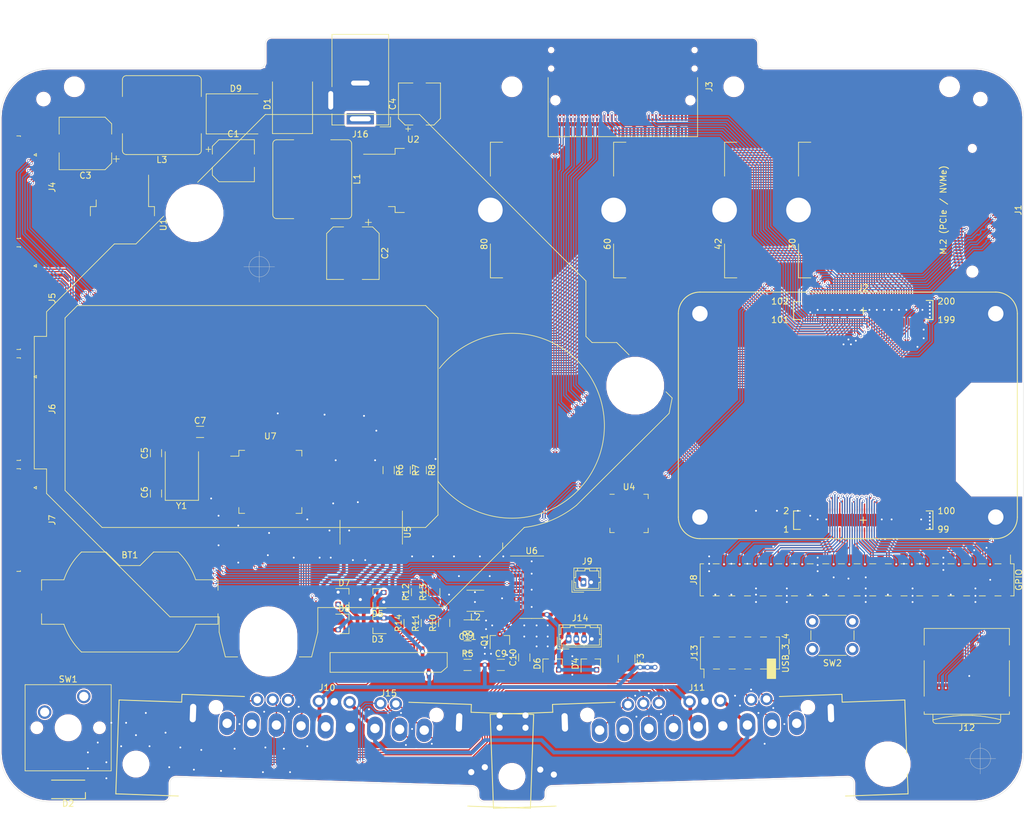
<source format=kicad_pcb>
(kicad_pcb (version 20171130) (host pcbnew 5.1.5+dfsg1-2build2)
  (layers (0 F.Cu signal) (31 B.Cu signal) (34 B.Paste user) (35 F.Paste user) (36 B.SilkS user) (37 F.SilkS user) (38 B.Mask user) (39 F.Mask user) (44 Edge.Cuts user))
  (net 0 "")
  (net 1 GND)
  (net 2 "Net-(J2-Pad111)")
  (net 3 "Net-(J2-Pad106)")
  (net 4 "Net-(J2-Pad104)")
  (net 5 "Net-(J2-Pad101)")
  (net 6 "Net-(J2-Pad100)")
  (net 7 "Net-(J2-Pad96)")
  (net 8 "Net-(J2-Pad95)")
  (net 9 "Net-(J2-Pad94)")
  (net 10 "Net-(J2-Pad93)")
  (net 11 "Net-(J2-Pad91)")
  (net 12 "Net-(J2-Pad90)")
  (net 13 "Net-(J2-Pad89)")
  (net 14 "Net-(J2-Pad88)")
  (net 15 "Net-(J2-Pad78)")
  (net 16 "Net-(J2-Pad76)")
  (net 17 "Net-(J2-Pad75)")
  (net 18 "Net-(J2-Pad73)")
  (net 19 "Net-(J2-Pad72)")
  (net 20 "Net-(J2-Pad70)")
  (net 21 "Net-(J2-Pad68)")
  (net 22 "Net-(J2-Pad64)")
  (net 23 "Net-(J2-Pad21)")
  (net 24 "Net-(J2-Pad20)")
  (net 25 "Net-(J2-Pad19)")
  (net 26 "Net-(J2-Pad18)")
  (net 27 "Net-(J2-Pad16)")
  (net 28 /Raspberry-Pi-GPIO/TRD0_P)
  (net 29 /Raspberry-Pi-GPIO/TRD2_P)
  (net 30 /Raspberry-Pi-GPIO/TRD0_N)
  (net 31 /Raspberry-Pi-GPIO/TRD2_N)
  (net 32 /Raspberry-Pi-GPIO/TRD1_N)
  (net 33 /Raspberry-Pi-GPIO/TRD3_N)
  (net 34 /Raspberry-Pi-GPIO/TRD1_P)
  (net 35 /Raspberry-Pi-GPIO/TRD3_P)
  (net 36 /Raspberry-Pi-Highspeed/HDMI0_CLK_N)
  (net 37 /Raspberry-Pi-Highspeed/HDMI0_CLK_P)
  (net 38 /Raspberry-Pi-Highspeed/HDMI0_TX0_N)
  (net 39 /Raspberry-Pi-Highspeed/HDMI0_TX0_P)
  (net 40 /Raspberry-Pi-Highspeed/HDMI0_TX1_N)
  (net 41 /Raspberry-Pi-Highspeed/HDMI0_TX1_P)
  (net 42 /Raspberry-Pi-Highspeed/HDMI0_TX2_N)
  (net 43 /Raspberry-Pi-Highspeed/HDMI0_TX2_P)
  (net 44 /Raspberry-Pi-Highspeed/HDMI1_CLK_N)
  (net 45 /Raspberry-Pi-Highspeed/HDMI1_CLK_P)
  (net 46 /Raspberry-Pi-Highspeed/HDMI1_TX0_N)
  (net 47 /Raspberry-Pi-Highspeed/HDMI1_TX0_P)
  (net 48 /Raspberry-Pi-Highspeed/HDMI1_TX1_N)
  (net 49 /Raspberry-Pi-Highspeed/HDMI1_TX1_P)
  (net 50 /Raspberry-Pi-Highspeed/HDMI1_TX2_N)
  (net 51 /Raspberry-Pi-Highspeed/HDMI1_TX2_P)
  (net 52 "Net-(J3-Pad71)")
  (net 53 "Net-(J3-Pad69)")
  (net 54 "Net-(J3-Pad67)")
  (net 55 "Net-(J3-Pad65)")
  (net 56 "Net-(J3-Pad63)")
  (net 57 "Net-(J3-Pad61)")
  (net 58 "Net-(J3-Pad59)")
  (net 59 "Net-(J3-Pad49)")
  (net 60 "Net-(J3-Pad47)")
  (net 61 "Net-(J3-Pad45)")
  (net 62 "Net-(J3-Pad43)")
  (net 63 "Net-(J3-Pad41)")
  (net 64 "Net-(J3-Pad39)")
  (net 65 "Net-(J3-Pad37)")
  (net 66 "Net-(J3-Pad35)")
  (net 67 "Net-(J1-Pad69)")
  (net 68 "Net-(J1-Pad68)")
  (net 69 "Net-(J1-Pad67)")
  (net 70 "Net-(J1-Pad58)")
  (net 71 "Net-(J1-Pad56)")
  (net 72 "Net-(J1-Pad54)")
  (net 73 "Net-(J1-Pad48)")
  (net 74 "Net-(J1-Pad46)")
  (net 75 "Net-(J1-Pad44)")
  (net 76 "Net-(J1-Pad42)")
  (net 77 "Net-(J1-Pad40)")
  (net 78 "Net-(J1-Pad38)")
  (net 79 "Net-(J1-Pad37)")
  (net 80 "Net-(J1-Pad36)")
  (net 81 "Net-(J1-Pad35)")
  (net 82 "Net-(J1-Pad34)")
  (net 83 "Net-(J1-Pad32)")
  (net 84 "Net-(J1-Pad31)")
  (net 85 "Net-(J1-Pad30)")
  (net 86 "Net-(J1-Pad29)")
  (net 87 "Net-(J1-Pad28)")
  (net 88 "Net-(J1-Pad26)")
  (net 89 "Net-(J1-Pad25)")
  (net 90 "Net-(J1-Pad24)")
  (net 91 "Net-(J1-Pad23)")
  (net 92 "Net-(J1-Pad22)")
  (net 93 "Net-(J1-Pad20)")
  (net 94 "Net-(J1-Pad19)")
  (net 95 "Net-(J1-Pad17)")
  (net 96 "Net-(J1-Pad13)")
  (net 97 "Net-(J1-Pad11)")
  (net 98 "Net-(J1-Pad10)")
  (net 99 "Net-(J1-Pad8)")
  (net 100 "Net-(J1-Pad7)")
  (net 101 "Net-(J1-Pad6)")
  (net 102 "Net-(J1-Pad5)")
  (net 103 "Net-(J1-Pad3)")
  (net 104 /Raspberry-Pi-Highspeed/DSI1_D3_P)
  (net 105 /Raspberry-Pi-Highspeed/DSI1_D2_P)
  (net 106 /Raspberry-Pi-Highspeed/DSI1_D3_N)
  (net 107 /Raspberry-Pi-Highspeed/DSI1_D2_N)
  (net 108 /Raspberry-Pi-Highspeed/DSI1_C_P)
  (net 109 /Raspberry-Pi-Highspeed/DSI1_C_N)
  (net 110 /Raspberry-Pi-Highspeed/DSI1_D1_P)
  (net 111 /Raspberry-Pi-Highspeed/DSI1_D1_N)
  (net 112 /Raspberry-Pi-Highspeed/DSI1_D0_P)
  (net 113 /Raspberry-Pi-Highspeed/DSI1_D0_N)
  (net 114 /Raspberry-Pi-Highspeed/DSI0_C_P)
  (net 115 /Raspberry-Pi-Highspeed/DSI0_C_N)
  (net 116 /Raspberry-Pi-Highspeed/DSI0_D1_P)
  (net 117 /Raspberry-Pi-Highspeed/DSI0_D1_N)
  (net 118 /Raspberry-Pi-Highspeed/DSI0_D0_P)
  (net 119 /Raspberry-Pi-Highspeed/DSI0_D0_N)
  (net 120 /Raspberry-Pi-Highspeed/CAM0_C_P)
  (net 121 /Raspberry-Pi-Highspeed/CAM1_D3_P)
  (net 122 /Raspberry-Pi-Highspeed/CAM0_C_N)
  (net 123 /Raspberry-Pi-Highspeed/CAM1_D3_N)
  (net 124 /Raspberry-Pi-Highspeed/CAM0_D1_P)
  (net 125 /Raspberry-Pi-Highspeed/CAM1_D2_P)
  (net 126 /Raspberry-Pi-Highspeed/CAM0_D1_N)
  (net 127 /Raspberry-Pi-Highspeed/CAM1_D2_N)
  (net 128 /Raspberry-Pi-Highspeed/CAM0_D0_P)
  (net 129 /Raspberry-Pi-Highspeed/CAM1_C_P)
  (net 130 /Raspberry-Pi-Highspeed/CAM0_D0_N)
  (net 131 /Raspberry-Pi-Highspeed/CAM1_C_N)
  (net 132 /Raspberry-Pi-Highspeed/CAM1_D1_P)
  (net 133 /Raspberry-Pi-Highspeed/CAM1_D1_N)
  (net 134 /Raspberry-Pi-Highspeed/CAM1_D0_P)
  (net 135 /Raspberry-Pi-Highspeed/CAM1_D0_N)
  (net 136 /Raspberry-Pi-Highspeed/SDA1)
  (net 137 /Raspberry-Pi-Highspeed/SCL1)
  (net 138 "Net-(J4-Pad18)")
  (net 139 "Net-(J4-Pad15)")
  (net 140 "Net-(J4-Pad14)")
  (net 141 "Net-(J4-Pad12)")
  (net 142 "Net-(J4-Pad11)")
  (net 143 /Raspberry-Pi-Highspeed/SDA0)
  (net 144 /Raspberry-Pi-Highspeed/SCL0)
  (net 145 "Net-(J5-Pad18)")
  (net 146 "Net-(J6-Pad18)")
  (net 147 "Net-(J6-Pad17)")
  (net 148 "Net-(J6-Pad15)")
  (net 149 "Net-(J6-Pad14)")
  (net 150 "Net-(J6-Pad12)")
  (net 151 "Net-(J6-Pad11)")
  (net 152 "Net-(J7-Pad18)")
  (net 153 "Net-(J7-Pad17)")
  (net 154 /Raspberry-Pi-GPIO/GPIO2)
  (net 155 /Raspberry-Pi-GPIO/GPIO3)
  (net 156 /Raspberry-Pi-GPIO/GPIO14)
  (net 157 /Raspberry-Pi-GPIO/GPIO4)
  (net 158 /Raspberry-Pi-GPIO/GPIO15)
  (net 159 /Raspberry-Pi-GPIO/GPIO17)
  (net 160 /Raspberry-Pi-GPIO/GPIO18)
  (net 161 /Raspberry-Pi-GPIO/GPIO27)
  (net 162 /Raspberry-Pi-GPIO/GPIO23)
  (net 163 /Raspberry-Pi-GPIO/GPIO22)
  (net 164 /Raspberry-Pi-GPIO/GPIO24)
  (net 165 /Raspberry-Pi-GPIO/GPIO10)
  (net 166 /Raspberry-Pi-GPIO/GPIO25)
  (net 167 /Raspberry-Pi-GPIO/GPIO9)
  (net 168 /Raspberry-Pi-GPIO/GPIO8)
  (net 169 /Raspberry-Pi-GPIO/GPIO11)
  (net 170 /Raspberry-Pi-GPIO/GPIO7)
  (net 171 /Raspberry-Pi-GPIO/ID_SD)
  (net 172 /Raspberry-Pi-GPIO/ID_SC)
  (net 173 /Raspberry-Pi-GPIO/GPIO5)
  (net 174 /Raspberry-Pi-GPIO/GPIO12)
  (net 175 /Raspberry-Pi-GPIO/GPIO6)
  (net 176 /Raspberry-Pi-GPIO/GPIO16)
  (net 177 /Raspberry-Pi-GPIO/GPIO13)
  (net 178 /Raspberry-Pi-GPIO/GPIO20)
  (net 179 /Raspberry-Pi-GPIO/GPIO19)
  (net 180 /Raspberry-Pi-GPIO/GPIO21)
  (net 181 /Raspberry-Pi-GPIO/GPIO26)
  (net 182 /M.2/PCIe_RX_P)
  (net 183 /M.2/PCIe_RX_N)
  (net 184 /M.2/PCIe_TX_N)
  (net 185 /M.2/PCIe_TX_P)
  (net 186 /M.2/PCIe_nRST)
  (net 187 /M.2/PCIe_CLK_nREQ)
  (net 188 /M.2/PCIe_CLK_N)
  (net 189 /M.2/PCIe_CLK_P)
  (net 190 "Net-(J3-Pad24)")
  (net 191 "Net-(J3-Pad22)")
  (net 192 /Raspberry-Pi-Highspeed/HDMI0_SCL)
  (net 193 /Raspberry-Pi-Highspeed/HDMI0_SDA)
  (net 194 /Raspberry-Pi-Highspeed/HDMI0_HOTPLUG)
  (net 195 /Raspberry-Pi-Highspeed/HDMI0_CEC)
  (net 196 /Raspberry-Pi-Highspeed/HDMI1_CEC)
  (net 197 /Raspberry-Pi-Highspeed/HDMI1_SCL)
  (net 198 /Raspberry-Pi-Highspeed/HDMI1_SDA)
  (net 199 /Raspberry-Pi-Highspeed/HDMI1_HOTPLUG)
  (net 200 "Net-(J2-Pad17)")
  (net 201 "Net-(J2-Pad15)")
  (net 202 "Net-(J10-Pad8)")
  (net 203 "Net-(J11-Pad8)")
  (net 204 /Raspberry-Pi-GPIO/SD_DAT2)
  (net 205 /Raspberry-Pi-GPIO/SD_DAT1)
  (net 206 /Raspberry-Pi-GPIO/SD_DAT0)
  (net 207 /Raspberry-Pi-GPIO/SD_CMD)
  (net 208 /Raspberry-Pi-GPIO/SD_DAT3)
  (net 209 /Raspberry-Pi-GPIO/SD_CLK)
  (net 210 "Net-(J12-Pad4)")
  (net 211 "Net-(J12-Pad6)")
  (net 212 "Net-(J13-Pad10)")
  (net 213 /USB/+5V_USB)
  (net 214 "Net-(U4-Pad36)")
  (net 215 "Net-(U4-Pad35)")
  (net 216 "Net-(U4-Pad34)")
  (net 217 "Net-(U4-Pad33)")
  (net 218 "Net-(U4-Pad32)")
  (net 219 "Net-(U4-Pad29)")
  (net 220 "Net-(U4-Pad28)")
  (net 221 "Net-(U4-Pad27)")
  (net 222 "Net-(U4-Pad26)")
  (net 223 "Net-(U4-Pad25)")
  (net 224 "Net-(U4-Pad24)")
  (net 225 "Net-(U4-Pad23)")
  (net 226 "Net-(U4-Pad22)")
  (net 227 "Net-(U4-Pad21)")
  (net 228 "Net-(U4-Pad20)")
  (net 229 "Net-(U4-Pad19)")
  (net 230 "Net-(U4-Pad18)")
  (net 231 "Net-(U4-Pad17)")
  (net 232 "Net-(U4-Pad16)")
  (net 233 "Net-(U4-Pad15)")
  (net 234 "Net-(U4-Pad14)")
  (net 235 "Net-(U4-Pad13)")
  (net 236 "Net-(U4-Pad12)")
  (net 237 "Net-(U4-Pad11)")
  (net 238 "Net-(U4-Pad10)")
  (net 239 "Net-(U4-Pad5)")
  (net 240 "Net-(U4-Pad37)")
  (net 241 /Raspberry-Pi-Highspeed/USB0_P)
  (net 242 /Raspberry-Pi-Highspeed/USB0_N)
  (net 243 "Net-(J3-Pad18)")
  (net 244 "Net-(J3-Pad16)")
  (net 245 "Net-(J3-Pad12)")
  (net 246 "Net-(J3-Pad10)")
  (net 247 /Raspberry-Pi-Highspeed/USB1_N)
  (net 248 /Raspberry-Pi-Highspeed/USB1_P)
  (net 249 /USB/USB4_P)
  (net 250 /USB/USB3_P)
  (net 251 /USB/USB4_N)
  (net 252 /USB/USB3_N)
  (net 253 "Net-(C5-Pad2)")
  (net 254 "Net-(C6-Pad2)")
  (net 255 "Net-(C7-Pad2)")
  (net 256 "Net-(SW1-Pad2)")
  (net 257 "Net-(SW1-Pad1)")
  (net 258 "Net-(D2-Pad3)")
  (net 259 "Net-(D2-Pad2)")
  (net 260 "Net-(D2-Pad1)")
  (net 261 "Net-(SW2-Pad1)")
  (net 262 "Net-(SW2-Pad2)")
  (net 263 /+3.3V)
  (net 264 /+5V)
  (net 265 /STM32F103/DATA)
  (net 266 /STM32F103/CMD)
  (net 267 /+7.5V)
  (net 268 /STM32F103/MEM1_SEL)
  (net 269 /STM32F103/CLK)
  (net 270 /STM32F103/ACK)
  (net 271 /STM32F103/CP1_SEL)
  (net 272 /STM32F103/MEM2_SEL)
  (net 273 /STM32F103/CP2_SEL)
  (net 274 /STM32F103/LED_R)
  (net 275 /STM32F103/LED_G)
  (net 276 /STM32F103/LED_B)
  (net 277 /STM32F103/USB2_P)
  (net 278 /STM32F103/USB2_N)
  (net 279 /STM32F103/TEMP)
  (net 280 /STM32F103/PWR_BTN)
  (net 281 /+5V_STB)
  (net 282 /+3.3V_STB)
  (net 283 "Net-(F3-Pad1)")
  (net 284 /GLOBAL_EN)
  (net 285 /Raspberry-Pi-GPIO/CAM_GPIO)
  (net 286 /RUN_PG)
  (net 287 /+5V_EN)
  (net 288 /+7.5V_EN)
  (net 289 "Net-(U7-Pad60)")
  (net 290 "Net-(U7-Pad59)")
  (net 291 "Net-(U7-Pad54)")
  (net 292 "Net-(U7-Pad53)")
  (net 293 "Net-(U7-Pad52)")
  (net 294 "Net-(U7-Pad51)")
  (net 295 "Net-(U7-Pad30)")
  (net 296 "Net-(U7-Pad29)")
  (net 297 "Net-(U7-Pad25)")
  (net 298 "Net-(U7-Pad24)")
  (net 299 "Net-(U7-Pad7)")
  (net 300 "Net-(U7-Pad4)")
  (net 301 "Net-(U7-Pad3)")
  (net 302 "Net-(U7-Pad2)")
  (net 303 /CD-Interface/CD_LD)
  (net 304 /CD-Interface/+3.3V_CP)
  (net 305 "Net-(C10-Pad2)")
  (net 306 "Net-(C11-Pad2)")
  (net 307 /CD-Interface/CD_FSC_DRV_A)
  (net 308 /CD-Interface/CD_OPT_DRV_A)
  (net 309 /CD-Interface/CD_TRC_DRV_A)
  (net 310 /CD-Interface/CD_OPT_DRV_B)
  (net 311 /CD-Interface/CD_TRC_DRV_B)
  (net 312 /CD-Interface/CD_FSC_DRV_B)
  (net 313 /CD-Interface/PWM_FAN_DRV)
  (net 314 /CD-Interface/CD_DISK_DRV)
  (net 315 /CD-Interface/CD_STOP)
  (net 316 "Net-(J15-Pad10)")
  (net 317 /CD-Interface/CD_MD)
  (net 318 "Net-(J15-Pad8)")
  (net 319 "Net-(J15-Pad7)")
  (net 320 "Net-(J15-Pad6)")
  (net 321 "Net-(J15-Pad5)")
  (net 322 "Net-(J15-Pad4)")
  (net 323 "Net-(Q1-Pad1)")
  (net 324 /CD-Interface/CD_RD_A)
  (net 325 /CD-Interface/CD_RD_B)
  (net 326 /CD-Interface/CD_RD_C)
  (net 327 /CD-Interface/CD_RD_D)
  (net 328 "Net-(U5-Pad12)")
  (net 329 /CD-Interface/+3.3V_EN)
  (net 330 "Net-(U5-Pad5)")
  (net 331 /CD-Interface/CD_FSC_B)
  (net 332 /CD-Interface/CD_TRC_B)
  (net 333 /CD-Interface/CD_TRC_A)
  (net 334 /CD-Interface/CD_FSC_A)
  (net 335 "Net-(U6-Pad10)")
  (net 336 "Net-(U6-Pad7)")
  (net 337 /CD-Interface/CD_OPT_B)
  (net 338 /CD-Interface/CD_OPT_A)
  (net 339 /CD-Interface/CD_DISK)
  (net 340 /CD-Interface/PWM_FAN)
  (net 341 /CD-Interface/+3.3V_CP_EN)
  (net 342 "Net-(U7-Pad23)")
  (net 343 "Net-(U7-Pad28)")
  (net 344 "Net-(D1-Pad1)")
  (net 345 "Net-(D9-Pad1)")
  (net 346 /STM32F103/V_BAT)
  (net 347 /STM32F103/SDA)
  (net 348 /STM32F103/SCL)
  (module Battery:BatteryHolder_Keystone_1058_1x2032 (layer F.Cu) (at 88 118.6 180)
    (fp_text reference BT1 (at 0 7.62) (layer F.SilkS))
    (fp_text value Battery_Cell)
    (pad 2 smd rect (at 14.68 0 180) (size 2.54 3.51) (layers F.Cu F.Paste F.Mask) (net 1 GND))
    (pad 1 smd rect (at -14.68 0 180) (size 2.54 3.51) (layers F.Cu F.Paste F.Mask) (net 346 /STM32F103/V_BAT))
  )
  (module PSOne-RPI:PSOne-Layout (layer F.Cu) (at 150 90)
    (fp_text reference LAYOUT1 hide)
    (fp_text value PSOne-Board-Layout hide)
    (pad "" np_thru_hole oval (at -39.5 35) (size 9 11) (drill oval 9 11) (layers *.Cu *.Mask))
    (pad "" np_thru_hole circle (at 20 -6.5) (size 9 9) (drill 9) (layers *.Cu *.Mask))
    (pad "" np_thru_hole circle (at -51.5 -34.5) (size 9 9) (drill 9) (layers *.Cu *.Mask))
    (pad "" np_thru_hole circle (at -76 -53) (size 2 2) (drill 2) (layers *.Cu *.Mask))
    (pad "" np_thru_hole circle (at 36 -55) (size 3 3) (drill 3) (layers *.Cu *.Mask))
    (pad "" np_thru_hole circle (at 76 -53) (size 2 2) (drill 2) (layers *.Cu *.Mask))
    (pad "" np_thru_hole circle (at 71 -55) (size 3 3) (drill 3) (layers *.Cu *.Mask))
    (pad "" np_thru_hole circle (at 0 -55) (size 3 3) (drill 3) (layers *.Cu *.Mask))
    (pad "" np_thru_hole circle (at -71 -55) (size 3 3) (drill 3) (layers *.Cu *.Mask))
    (pad "" np_thru_hole circle (at 61 54.9) (size 7 7) (drill 7) (layers *.Cu *.Mask))
    (pad "" np_thru_hole circle (at -61 54.9) (size 4 4) (drill 4) (layers *.Cu *.Mask))
    (pad "" np_thru_hole circle (at 0 56.9) (size 4 4) (drill 4) (layers *.Cu *.Mask))
  )
  (module Capacitor_SMD:CP_Elec_6.3x5.8 (layer F.Cu) (at 135 37.8 90)
    (fp_text reference C4 (at 0 -4.35 90) (layer F.SilkS))
    (fp_text value 100uF)
    (pad 2 smd roundrect (at 2.7 0 90) (size 3.5 1.6) (layers F.Cu F.Paste F.Mask) (roundrect_rratio 0.15625) (net 1 GND))
    (pad 1 smd roundrect (at -2.7 0 90) (size 3.5 1.6) (layers F.Cu F.Paste F.Mask) (roundrect_rratio 0.15625) (net 267 /+7.5V))
  )
  (module Capacitor_SMD:CP_Elec_6.3x5.8 (layer F.Cu) (at 104.8 47)
    (fp_text reference C1 (at 0 -4.35) (layer F.SilkS))
    (fp_text value 100uF)
    (pad 2 smd roundrect (at 2.7 0) (size 3.5 1.6) (layers F.Cu F.Paste F.Mask) (roundrect_rratio 0.15625) (net 1 GND))
    (pad 1 smd roundrect (at -2.7 0) (size 3.5 1.6) (layers F.Cu F.Paste F.Mask) (roundrect_rratio 0.15625) (net 281 /+5V_STB))
  )
  (module Capacitor_SMD:CP_Elec_8x6.5 (layer F.Cu) (at 80.8 44.2 180)
    (fp_text reference C3 (at 0 -5.2) (layer F.SilkS))
    (fp_text value 1000uF)
    (pad 2 smd roundrect (at 3.05 0 180) (size 4 2.5) (layers F.Cu F.Paste F.Mask) (roundrect_rratio 0.1) (net 1 GND))
    (pad 1 smd roundrect (at -3.05 0 180) (size 4 2.5) (layers F.Cu F.Paste F.Mask) (roundrect_rratio 0.1) (net 282 /+3.3V_STB))
  )
  (module Capacitor_SMD:CP_Elec_8x6.5 (layer F.Cu) (at 124.2 62 270)
    (fp_text reference C2 (at 0 -5.2 90) (layer F.SilkS))
    (fp_text value 1000uF)
    (pad 2 smd roundrect (at 3.05 0 270) (size 4 2.5) (layers F.Cu F.Paste F.Mask) (roundrect_rratio 0.1) (net 1 GND))
    (pad 1 smd roundrect (at -3.05 0 270) (size 4 2.5) (layers F.Cu F.Paste F.Mask) (roundrect_rratio 0.1) (net 281 /+5V_STB))
  )
  (module PSOne-RPI:M.2_Connector (layer F.Cu) (at 226.5 55 270)
    (fp_text reference J1 (at 0 -5.65 270) (layer F.SilkS))
    (fp_text value "M.2 (PCIe / NVMe)" (at 0 6.5 270) (layer F.SilkS))
    (fp_text user 30 (at 5.5 31 90) (layer F.SilkS))
    (fp_text user 42 (at 5.5 43 90) (layer F.SilkS))
    (fp_text user 60 (at 5.5 61 90) (layer F.SilkS))
    (fp_text user 80 (at 5.5 81 90) (layer F.SilkS))
    (pad "" np_thru_hole circle (at 10 1.8 270) (size 1.6 1.6) (drill 1.6) (layers *.Cu *.Mask))
    (pad "" np_thru_hole circle (at -10 1.8 270) (size 1.1 1.1) (drill 1.1) (layers *.Cu *.Mask))
    (pad SH smd rect (at 10.35 -2.7 270) (size 1.2 2.75) (layers F.Cu F.Paste F.Mask) (net 1 GND))
    (pad 75 smd rect (at 9.25 -3.45 270) (size 0.3 1.55) (layers F.Cu F.Paste F.Mask) (net 1 GND))
    (pad 74 smd rect (at 9 4.1 270) (size 0.3 1.55) (layers F.Cu F.Paste F.Mask) (net 263 /+3.3V))
    (pad 73 smd rect (at 8.75 -3.45 270) (size 0.3 1.55) (layers F.Cu F.Paste F.Mask) (net 1 GND))
    (pad 72 smd rect (at 8.5 4.1 270) (size 0.3 1.55) (layers F.Cu F.Paste F.Mask) (net 263 /+3.3V))
    (pad 71 smd rect (at 8.25 -3.45 270) (size 0.3 1.55) (layers F.Cu F.Paste F.Mask) (net 1 GND))
    (pad 70 smd rect (at 8 4.1 270) (size 0.3 1.55) (layers F.Cu F.Paste F.Mask) (net 263 /+3.3V))
    (pad 69 smd rect (at 7.75 -3.45 270) (size 0.3 1.55) (layers F.Cu F.Paste F.Mask) (net 67 "Net-(J1-Pad69)"))
    (pad 68 smd rect (at 7.5 4.1 270) (size 0.3 1.55) (layers F.Cu F.Paste F.Mask) (net 68 "Net-(J1-Pad68)"))
    (pad 67 smd rect (at 7.25 -3.45 270) (size 0.3 1.55) (layers F.Cu F.Paste F.Mask) (net 69 "Net-(J1-Pad67)"))
    (pad 66 smd rect (at 7 4.1 270) (size 0.3 1.55) (layers F.Cu F.Paste F.Mask))
    (pad 65 smd rect (at 6.75 -3.45 270) (size 0.3 1.55) (layers F.Cu F.Paste F.Mask))
    (pad 64 smd rect (at 6.5 4.1 270) (size 0.3 1.55) (layers F.Cu F.Paste F.Mask))
    (pad 63 smd rect (at 6.25 -3.45 270) (size 0.3 1.55) (layers F.Cu F.Paste F.Mask))
    (pad 62 smd rect (at 6 4.1 270) (size 0.3 1.55) (layers F.Cu F.Paste F.Mask))
    (pad 61 smd rect (at 5.75 -3.45 270) (size 0.3 1.55) (layers F.Cu F.Paste F.Mask))
    (pad 60 smd rect (at 5.5 4.1 270) (size 0.3 1.55) (layers F.Cu F.Paste F.Mask))
    (pad 59 smd rect (at 5.25 -3.45 270) (size 0.3 1.55) (layers F.Cu F.Paste F.Mask))
    (pad 58 smd rect (at 5 4.1 270) (size 0.3 1.55) (layers F.Cu F.Paste F.Mask) (net 70 "Net-(J1-Pad58)"))
    (pad 57 smd rect (at 4.75 -3.45 270) (size 0.3 1.55) (layers F.Cu F.Paste F.Mask) (net 1 GND))
    (pad 56 smd rect (at 4.5 4.1 270) (size 0.3 1.55) (layers F.Cu F.Paste F.Mask) (net 71 "Net-(J1-Pad56)"))
    (pad 55 smd rect (at 4.25 -3.45 270) (size 0.3 1.55) (layers F.Cu F.Paste F.Mask) (net 189 /M.2/PCIe_CLK_P))
    (pad 54 smd rect (at 4 4.1 270) (size 0.3 1.55) (layers F.Cu F.Paste F.Mask) (net 72 "Net-(J1-Pad54)"))
    (pad 53 smd rect (at 3.75 -3.45 270) (size 0.3 1.55) (layers F.Cu F.Paste F.Mask) (net 188 /M.2/PCIe_CLK_N))
    (pad 52 smd rect (at 3.5 4.1 270) (size 0.3 1.55) (layers F.Cu F.Paste F.Mask) (net 187 /M.2/PCIe_CLK_nREQ))
    (pad 51 smd rect (at 3.25 -3.45 270) (size 0.3 1.55) (layers F.Cu F.Paste F.Mask) (net 1 GND))
    (pad 50 smd rect (at 3 4.1 270) (size 0.3 1.55) (layers F.Cu F.Paste F.Mask) (net 186 /M.2/PCIe_nRST))
    (pad 49 smd rect (at 2.75 -3.45 270) (size 0.3 1.55) (layers F.Cu F.Paste F.Mask) (net 185 /M.2/PCIe_TX_P))
    (pad 48 smd rect (at 2.5 4.1 270) (size 0.3 1.55) (layers F.Cu F.Paste F.Mask) (net 73 "Net-(J1-Pad48)"))
    (pad 47 smd rect (at 2.25 -3.45 270) (size 0.3 1.55) (layers F.Cu F.Paste F.Mask) (net 184 /M.2/PCIe_TX_N))
    (pad 46 smd rect (at 2 4.1 270) (size 0.3 1.55) (layers F.Cu F.Paste F.Mask) (net 74 "Net-(J1-Pad46)"))
    (pad 45 smd rect (at 1.75 -3.45 270) (size 0.3 1.55) (layers F.Cu F.Paste F.Mask) (net 1 GND))
    (pad 44 smd rect (at 1.5 4.1 270) (size 0.3 1.55) (layers F.Cu F.Paste F.Mask) (net 75 "Net-(J1-Pad44)"))
    (pad 43 smd rect (at 1.25 -3.45 270) (size 0.3 1.55) (layers F.Cu F.Paste F.Mask) (net 183 /M.2/PCIe_RX_N))
    (pad 42 smd rect (at 1 4.1 270) (size 0.3 1.55) (layers F.Cu F.Paste F.Mask) (net 76 "Net-(J1-Pad42)"))
    (pad 41 smd rect (at 0.75 -3.45 270) (size 0.3 1.55) (layers F.Cu F.Paste F.Mask) (net 182 /M.2/PCIe_RX_P))
    (pad 40 smd rect (at 0.5 4.1 270) (size 0.3 1.55) (layers F.Cu F.Paste F.Mask) (net 77 "Net-(J1-Pad40)"))
    (pad 39 smd rect (at 0.25 -3.45 270) (size 0.3 1.55) (layers F.Cu F.Paste F.Mask) (net 1 GND))
    (pad 38 smd rect (at 0 4.1 270) (size 0.3 1.55) (layers F.Cu F.Paste F.Mask) (net 78 "Net-(J1-Pad38)"))
    (pad 37 smd rect (at -0.25 -3.45 270) (size 0.3 1.55) (layers F.Cu F.Paste F.Mask) (net 79 "Net-(J1-Pad37)"))
    (pad 36 smd rect (at -0.5 4.1 270) (size 0.3 1.55) (layers F.Cu F.Paste F.Mask) (net 80 "Net-(J1-Pad36)"))
    (pad 35 smd rect (at -0.75 -3.45 270) (size 0.3 1.55) (layers F.Cu F.Paste F.Mask) (net 81 "Net-(J1-Pad35)"))
    (pad 34 smd rect (at -1 4.1 270) (size 0.3 1.55) (layers F.Cu F.Paste F.Mask) (net 82 "Net-(J1-Pad34)"))
    (pad 33 smd rect (at -1.25 -3.45 270) (size 0.3 1.55) (layers F.Cu F.Paste F.Mask) (net 1 GND))
    (pad 32 smd rect (at -1.5 4.1 270) (size 0.3 1.55) (layers F.Cu F.Paste F.Mask) (net 83 "Net-(J1-Pad32)"))
    (pad 31 smd rect (at -1.75 -3.45 270) (size 0.3 1.55) (layers F.Cu F.Paste F.Mask) (net 84 "Net-(J1-Pad31)"))
    (pad 30 smd rect (at -2 4.1 270) (size 0.3 1.55) (layers F.Cu F.Paste F.Mask) (net 85 "Net-(J1-Pad30)"))
    (pad 29 smd rect (at -2.25 -3.45 270) (size 0.3 1.55) (layers F.Cu F.Paste F.Mask) (net 86 "Net-(J1-Pad29)"))
    (pad 28 smd rect (at -2.5 4.1 270) (size 0.3 1.55) (layers F.Cu F.Paste F.Mask) (net 87 "Net-(J1-Pad28)"))
    (pad 27 smd rect (at -2.75 -3.45 270) (size 0.3 1.55) (layers F.Cu F.Paste F.Mask) (net 1 GND))
    (pad 26 smd rect (at -3 4.1 270) (size 0.3 1.55) (layers F.Cu F.Paste F.Mask) (net 88 "Net-(J1-Pad26)"))
    (pad 25 smd rect (at -3.25 -3.45 270) (size 0.3 1.55) (layers F.Cu F.Paste F.Mask) (net 89 "Net-(J1-Pad25)"))
    (pad 24 smd rect (at -3.5 4.1 270) (size 0.3 1.55) (layers F.Cu F.Paste F.Mask) (net 90 "Net-(J1-Pad24)"))
    (pad 23 smd rect (at -3.75 -3.45 270) (size 0.3 1.55) (layers F.Cu F.Paste F.Mask) (net 91 "Net-(J1-Pad23)"))
    (pad 22 smd rect (at -4 4.1 270) (size 0.3 1.55) (layers F.Cu F.Paste F.Mask) (net 92 "Net-(J1-Pad22)"))
    (pad 21 smd rect (at -4.25 -3.45 270) (size 0.3 1.55) (layers F.Cu F.Paste F.Mask) (net 1 GND))
    (pad 20 smd rect (at -4.5 4.1 270) (size 0.3 1.55) (layers F.Cu F.Paste F.Mask) (net 93 "Net-(J1-Pad20)"))
    (pad 19 smd rect (at -4.75 -3.45 270) (size 0.3 1.55) (layers F.Cu F.Paste F.Mask) (net 94 "Net-(J1-Pad19)"))
    (pad 18 smd rect (at -5 4.1 270) (size 0.3 1.55) (layers F.Cu F.Paste F.Mask) (net 263 /+3.3V))
    (pad 17 smd rect (at -5.25 -3.45 270) (size 0.3 1.55) (layers F.Cu F.Paste F.Mask) (net 95 "Net-(J1-Pad17)"))
    (pad 16 smd rect (at -5.5 4.1 270) (size 0.3 1.55) (layers F.Cu F.Paste F.Mask) (net 263 /+3.3V))
    (pad 15 smd rect (at -5.75 -3.45 270) (size 0.3 1.55) (layers F.Cu F.Paste F.Mask) (net 1 GND))
    (pad 14 smd rect (at -6 4.1 270) (size 0.3 1.55) (layers F.Cu F.Paste F.Mask) (net 263 /+3.3V))
    (pad 13 smd rect (at -6.25 -3.45 270) (size 0.3 1.55) (layers F.Cu F.Paste F.Mask) (net 96 "Net-(J1-Pad13)"))
    (pad 12 smd rect (at -6.5 4.1 270) (size 0.3 1.55) (layers F.Cu F.Paste F.Mask) (net 263 /+3.3V))
    (pad 11 smd rect (at -6.75 -3.45 270) (size 0.3 1.55) (layers F.Cu F.Paste F.Mask) (net 97 "Net-(J1-Pad11)"))
    (pad 10 smd rect (at -7 4.1 270) (size 0.3 1.55) (layers F.Cu F.Paste F.Mask) (net 98 "Net-(J1-Pad10)"))
    (pad 9 smd rect (at -7.25 -3.45 270) (size 0.3 1.55) (layers F.Cu F.Paste F.Mask) (net 1 GND))
    (pad 8 smd rect (at -7.5 4.1 270) (size 0.3 1.55) (layers F.Cu F.Paste F.Mask) (net 99 "Net-(J1-Pad8)"))
    (pad 7 smd rect (at -7.75 -3.45 270) (size 0.3 1.55) (layers F.Cu F.Paste F.Mask) (net 100 "Net-(J1-Pad7)"))
    (pad 6 smd rect (at -8 4.1 270) (size 0.3 1.55) (layers F.Cu F.Paste F.Mask) (net 101 "Net-(J1-Pad6)"))
    (pad 5 smd rect (at -8.25 -3.45 270) (size 0.3 1.55) (layers F.Cu F.Paste F.Mask) (net 102 "Net-(J1-Pad5)"))
    (pad 4 smd rect (at -8.5 4.1 270) (size 0.3 1.55) (layers F.Cu F.Paste F.Mask) (net 263 /+3.3V))
    (pad 3 smd rect (at -8.75 -3.45 270) (size 0.3 1.55) (layers F.Cu F.Paste F.Mask) (net 103 "Net-(J1-Pad3)"))
    (pad 2 smd rect (at -9 4.1 270) (size 0.3 1.55) (layers F.Cu F.Paste F.Mask) (net 263 /+3.3V))
    (pad 1 smd rect (at -9.25 -3.45 270) (size 0.3 1.55) (layers F.Cu F.Paste F.Mask) (net 1 GND))
    (pad SH smd rect (at -10.35 -2.7 270) (size 1.2 2.75) (layers F.Cu F.Paste F.Mask) (net 1 GND))
    (pad MP thru_hole circle (at 0 30 90) (size 6 6) (drill 4) (layers *.Cu *.Mask) (net 1 GND))
    (pad MP thru_hole circle (at 0 42 90) (size 6 6) (drill 4) (layers *.Cu *.Mask) (net 1 GND))
    (pad MP thru_hole circle (at 0 60 90) (size 6 6) (drill 4) (layers *.Cu *.Mask) (net 1 GND))
    (pad MP thru_hole circle (at 0 80 90) (size 6 6) (drill 4) (layers *.Cu *.Mask) (net 1 GND))
  )
  (module Inductor_SMD:L_Bourns_SRR1260 (layer F.Cu) (at 93.2 39.6 180)
    (fp_text reference L3 (at 0 -7.25) (layer F.SilkS))
    (fp_text value 100uH)
    (pad 1 smd rect (at -4.85 0 180) (size 2.9 5.4) (layers F.Cu F.Paste F.Mask) (net 345 "Net-(D9-Pad1)"))
    (pad 2 smd rect (at 4.85 0 180) (size 2.9 5.4) (layers F.Cu F.Paste F.Mask) (net 282 /+3.3V_STB))
  )
  (module Inductor_SMD:L_Bourns_SRR1260 (layer F.Cu) (at 117.6 50 270)
    (fp_text reference L1 (at 0 -7.25 90) (layer F.SilkS))
    (fp_text value 100uH)
    (pad 1 smd rect (at -4.85 0 270) (size 2.9 5.4) (layers F.Cu F.Paste F.Mask) (net 344 "Net-(D1-Pad1)"))
    (pad 2 smd rect (at 4.85 0 270) (size 2.9 5.4) (layers F.Cu F.Paste F.Mask) (net 281 /+5V_STB))
  )
  (module Diode_SMD:D_SMC (layer F.Cu) (at 105.2 39.4)
    (fp_text reference D9 (at 0 -4.1) (layer F.SilkS))
    (fp_text value B330)
    (pad 2 smd rect (at 3.4 0 90) (size 3.3 2.5) (layers F.Cu F.Paste F.Mask) (net 1 GND))
    (pad 1 smd rect (at -3.4 0 90) (size 3.3 2.5) (layers F.Cu F.Paste F.Mask) (net 345 "Net-(D9-Pad1)"))
  )
  (module Diode_SMD:D_SMC (layer F.Cu) (at 114.4 37.8 90)
    (fp_text reference D1 (at 0 -4.1 90) (layer F.SilkS))
    (fp_text value B330)
    (pad 2 smd rect (at 3.4 0 180) (size 3.3 2.5) (layers F.Cu F.Paste F.Mask) (net 1 GND))
    (pad 1 smd rect (at -3.4 0 180) (size 3.3 2.5) (layers F.Cu F.Paste F.Mask) (net 344 "Net-(D1-Pad1)"))
  )
  (module Package_TO_SOT_SMD:TO-263-5_TabPin3 (layer F.Cu) (at 134 50.2)
    (fp_text reference U2 (at 0 -6.65) (layer F.SilkS))
    (fp_text value LM2576S-5)
    (pad 3 smd rect (at 3.375 0) (size 9.4 10.8) (layers F.Cu F.Mask) (net 1 GND))
    (pad 5 smd rect (at -5.775 3.4) (size 4.6 1.1) (layers F.Cu F.Paste F.Mask) (net 1 GND))
    (pad 4 smd rect (at -5.775 1.7) (size 4.6 1.1) (layers F.Cu F.Paste F.Mask) (net 281 /+5V_STB))
    (pad 3 smd rect (at -5.775 0) (size 4.6 1.1) (layers F.Cu F.Paste F.Mask) (net 1 GND))
    (pad 2 smd rect (at -5.775 -1.7) (size 4.6 1.1) (layers F.Cu F.Paste F.Mask) (net 344 "Net-(D1-Pad1)"))
    (pad 1 smd rect (at -5.775 -3.4) (size 4.6 1.1) (layers F.Cu F.Paste F.Mask) (net 267 /+7.5V))
  )
  (module Package_TO_SOT_SMD:TO-263-5_TabPin3 (layer F.Cu) (at 86.8 57.4 270)
    (fp_text reference U1 (at 0 -6.65 90) (layer F.SilkS))
    (fp_text value LM2576S-3.3)
    (pad 3 smd rect (at 3.375 0 270) (size 9.4 10.8) (layers F.Cu F.Mask) (net 1 GND))
    (pad 5 smd rect (at -5.775 3.4 270) (size 4.6 1.1) (layers F.Cu F.Paste F.Mask) (net 1 GND))
    (pad 4 smd rect (at -5.775 1.7 270) (size 4.6 1.1) (layers F.Cu F.Paste F.Mask) (net 282 /+3.3V_STB))
    (pad 3 smd rect (at -5.775 0 270) (size 4.6 1.1) (layers F.Cu F.Paste F.Mask) (net 1 GND))
    (pad 2 smd rect (at -5.775 -1.7 270) (size 4.6 1.1) (layers F.Cu F.Paste F.Mask) (net 345 "Net-(D9-Pad1)"))
    (pad 1 smd rect (at -5.775 -3.4 270) (size 4.6 1.1) (layers F.Cu F.Paste F.Mask) (net 281 /+5V_STB))
  )
  (module Connector_BarrelJack:BarrelJack_Wuerth_6941xx301002 (layer F.Cu) (at 125.4 40.2 180)
    (fp_text reference J16 (at 0 -2.5) (layer F.SilkS))
    (fp_text value "+7.5V / 2.2A")
    (pad 1 thru_hole rect (at 0 0 180) (size 4.4 1.8) (drill oval 3.4 0.8) (layers *.Cu *.Mask) (net 267 /+7.5V))
    (pad 2 thru_hole oval (at 0 5.8 180) (size 4 1.8) (drill oval 3 0.8) (layers *.Cu *.Mask) (net 1 GND))
    (pad 3 thru_hole oval (at 4.8 3 270) (size 4 1.8) (drill oval 3 0.8) (layers *.Cu *.Mask) (net 1 GND))
  )
  (module Package_TO_SOT_SMD:SOT-23 (layer F.Cu) (at 148.05 124.8 90)
    (fp_text reference Q1 (at 0 -2.5 90) (layer F.SilkS))
    (fp_text value 2SB1132)
    (pad 3 smd rect (at 1 0 90) (size 0.9 0.8) (layers F.Cu F.Paste F.Mask) (net 303 /CD-Interface/CD_LD))
    (pad 2 smd rect (at -1 0.95 90) (size 0.9 0.8) (layers F.Cu F.Paste F.Mask) (net 305 "Net-(C10-Pad2)"))
    (pad 1 smd rect (at -1 -0.95 90) (size 0.9 0.8) (layers F.Cu F.Paste F.Mask) (net 323 "Net-(Q1-Pad1)"))
  )
  (module Package_SO:SOIC-16_3.9x9.9mm_P1.27mm (layer F.Cu) (at 153.2 116.2)
    (fp_text reference U6 (at 0 -5.9) (layer F.SilkS))
    (fp_text value ULN2003)
    (pad 16 smd roundrect (at 2.475 -4.445) (size 1.95 0.6) (layers F.Cu F.Paste F.Mask) (net 313 /CD-Interface/PWM_FAN_DRV))
    (pad 15 smd roundrect (at 2.475 -3.175) (size 1.95 0.6) (layers F.Cu F.Paste F.Mask) (net 313 /CD-Interface/PWM_FAN_DRV))
    (pad 14 smd roundrect (at 2.475 -1.905) (size 1.95 0.6) (layers F.Cu F.Paste F.Mask) (net 314 /CD-Interface/CD_DISK_DRV))
    (pad 13 smd roundrect (at 2.475 -0.635) (size 1.95 0.6) (layers F.Cu F.Paste F.Mask) (net 314 /CD-Interface/CD_DISK_DRV))
    (pad 12 smd roundrect (at 2.475 0.635) (size 1.95 0.6) (layers F.Cu F.Paste F.Mask) (net 308 /CD-Interface/CD_OPT_DRV_A))
    (pad 11 smd roundrect (at 2.475 1.905) (size 1.95 0.6) (layers F.Cu F.Paste F.Mask) (net 310 /CD-Interface/CD_OPT_DRV_B))
    (pad 10 smd roundrect (at 2.475 3.175) (size 1.95 0.6) (layers F.Cu F.Paste F.Mask) (net 335 "Net-(U6-Pad10)"))
    (pad 9 smd roundrect (at 2.475 4.445) (size 1.95 0.6) (layers F.Cu F.Paste F.Mask) (net 264 /+5V))
    (pad 8 smd roundrect (at -2.475 4.445) (size 1.95 0.6) (layers F.Cu F.Paste F.Mask) (net 1 GND))
    (pad 7 smd roundrect (at -2.475 3.175) (size 1.95 0.6) (layers F.Cu F.Paste F.Mask) (net 336 "Net-(U6-Pad7)"))
    (pad 6 smd roundrect (at -2.475 1.905) (size 1.95 0.6) (layers F.Cu F.Paste F.Mask) (net 337 /CD-Interface/CD_OPT_B))
    (pad 5 smd roundrect (at -2.475 0.635) (size 1.95 0.6) (layers F.Cu F.Paste F.Mask) (net 338 /CD-Interface/CD_OPT_A))
    (pad 4 smd roundrect (at -2.475 -0.635) (size 1.95 0.6) (layers F.Cu F.Paste F.Mask) (net 339 /CD-Interface/CD_DISK))
    (pad 3 smd roundrect (at -2.475 -1.905) (size 1.95 0.6) (layers F.Cu F.Paste F.Mask) (net 339 /CD-Interface/CD_DISK))
    (pad 2 smd roundrect (at -2.475 -3.175) (size 1.95 0.6) (layers F.Cu F.Paste F.Mask) (net 340 /CD-Interface/PWM_FAN))
    (pad 1 smd roundrect (at -2.475 -4.445) (size 1.95 0.6) (layers F.Cu F.Paste F.Mask) (net 340 /CD-Interface/PWM_FAN))
  )
  (module Package_SO:SOIC-16_3.9x9.9mm_P1.27mm (layer F.Cu) (at 127.165 107.275 270)
    (fp_text reference U5 (at 0 -5.9 90) (layer F.SilkS))
    (fp_text value ULN2003)
    (pad 16 smd roundrect (at 2.475 -4.445 270) (size 1.95 0.6) (layers F.Cu F.Paste F.Mask) (net 307 /CD-Interface/CD_FSC_DRV_A))
    (pad 15 smd roundrect (at 2.475 -3.175 270) (size 1.95 0.6) (layers F.Cu F.Paste F.Mask) (net 309 /CD-Interface/CD_TRC_DRV_A))
    (pad 14 smd roundrect (at 2.475 -1.905 270) (size 1.95 0.6) (layers F.Cu F.Paste F.Mask) (net 311 /CD-Interface/CD_TRC_DRV_B))
    (pad 13 smd roundrect (at 2.475 -0.635 270) (size 1.95 0.6) (layers F.Cu F.Paste F.Mask) (net 312 /CD-Interface/CD_FSC_DRV_B))
    (pad 12 smd roundrect (at 2.475 0.635 270) (size 1.95 0.6) (layers F.Cu F.Paste F.Mask) (net 328 "Net-(U5-Pad12)"))
    (pad 11 smd roundrect (at 2.475 1.905 270) (size 1.95 0.6) (layers F.Cu F.Paste F.Mask) (net 283 "Net-(F3-Pad1)"))
    (pad 10 smd roundrect (at 2.475 3.175 270) (size 1.95 0.6) (layers F.Cu F.Paste F.Mask) (net 283 "Net-(F3-Pad1)"))
    (pad 9 smd roundrect (at 2.475 4.445 270) (size 1.95 0.6) (layers F.Cu F.Paste F.Mask) (net 282 /+3.3V_STB))
    (pad 8 smd roundrect (at -2.475 4.445 270) (size 1.95 0.6) (layers F.Cu F.Paste F.Mask) (net 1 GND))
    (pad 7 smd roundrect (at -2.475 3.175 270) (size 1.95 0.6) (layers F.Cu F.Paste F.Mask) (net 329 /CD-Interface/+3.3V_EN))
    (pad 6 smd roundrect (at -2.475 1.905 270) (size 1.95 0.6) (layers F.Cu F.Paste F.Mask) (net 329 /CD-Interface/+3.3V_EN))
    (pad 5 smd roundrect (at -2.475 0.635 270) (size 1.95 0.6) (layers F.Cu F.Paste F.Mask) (net 330 "Net-(U5-Pad5)"))
    (pad 4 smd roundrect (at -2.475 -0.635 270) (size 1.95 0.6) (layers F.Cu F.Paste F.Mask) (net 331 /CD-Interface/CD_FSC_B))
    (pad 3 smd roundrect (at -2.475 -1.905 270) (size 1.95 0.6) (layers F.Cu F.Paste F.Mask) (net 332 /CD-Interface/CD_TRC_B))
    (pad 2 smd roundrect (at -2.475 -3.175 270) (size 1.95 0.6) (layers F.Cu F.Paste F.Mask) (net 333 /CD-Interface/CD_TRC_A))
    (pad 1 smd roundrect (at -2.475 -4.445 270) (size 1.95 0.6) (layers F.Cu F.Paste F.Mask) (net 334 /CD-Interface/CD_FSC_A))
  )
  (module Resistor_SMD:R_1206_3216Metric (layer F.Cu) (at 133.4 122 90)
    (fp_text reference R14 (at 0 -1.82 90) (layer F.SilkS))
    (fp_text value 91)
    (pad 2 smd roundrect (at 1.4 0 90) (size 1.25 1.75) (layers F.Cu F.Paste F.Mask) (roundrect_rratio 0.2) (net 1 GND))
    (pad 1 smd roundrect (at -1.4 0 90) (size 1.25 1.75) (layers F.Cu F.Paste F.Mask) (roundrect_rratio 0.2) (net 316 "Net-(J15-Pad10)"))
  )
  (module Resistor_SMD:R_1206_3216Metric (layer F.Cu) (at 137.4 117 90)
    (fp_text reference R13 (at 0 -1.82 90) (layer F.SilkS))
    (fp_text value 33k)
    (pad 2 smd roundrect (at 1.4 0 90) (size 1.25 1.75) (layers F.Cu F.Paste F.Mask) (roundrect_rratio 0.2) (net 327 /CD-Interface/CD_RD_D))
    (pad 1 smd roundrect (at -1.4 0 90) (size 1.25 1.75) (layers F.Cu F.Paste F.Mask) (roundrect_rratio 0.2) (net 318 "Net-(J15-Pad8)"))
  )
  (module Resistor_SMD:R_1206_3216Metric (layer F.Cu) (at 134.6 117 90)
    (fp_text reference R12 (at 0 -1.82 90) (layer F.SilkS))
    (fp_text value 33k)
    (pad 2 smd roundrect (at 1.4 0 90) (size 1.25 1.75) (layers F.Cu F.Paste F.Mask) (roundrect_rratio 0.2) (net 326 /CD-Interface/CD_RD_C))
    (pad 1 smd roundrect (at -1.4 0 90) (size 1.25 1.75) (layers F.Cu F.Paste F.Mask) (roundrect_rratio 0.2) (net 319 "Net-(J15-Pad7)"))
  )
  (module Resistor_SMD:R_1206_3216Metric (layer F.Cu) (at 136.2 122 90)
    (fp_text reference R11 (at 0 -1.82 90) (layer F.SilkS))
    (fp_text value 33k)
    (pad 2 smd roundrect (at 1.4 0 90) (size 1.25 1.75) (layers F.Cu F.Paste F.Mask) (roundrect_rratio 0.2) (net 325 /CD-Interface/CD_RD_B))
    (pad 1 smd roundrect (at -1.4 0 90) (size 1.25 1.75) (layers F.Cu F.Paste F.Mask) (roundrect_rratio 0.2) (net 320 "Net-(J15-Pad6)"))
  )
  (module Resistor_SMD:R_1206_3216Metric (layer F.Cu) (at 139 122 90)
    (fp_text reference R10 (at 0 -1.82 90) (layer F.SilkS))
    (fp_text value 33k)
    (pad 2 smd roundrect (at 1.4 0 90) (size 1.25 1.75) (layers F.Cu F.Paste F.Mask) (roundrect_rratio 0.2) (net 324 /CD-Interface/CD_RD_A))
    (pad 1 smd roundrect (at -1.4 0 90) (size 1.25 1.75) (layers F.Cu F.Paste F.Mask) (roundrect_rratio 0.2) (net 322 "Net-(J15-Pad4)"))
  )
  (module Resistor_SMD:R_1206_3216Metric (layer F.Cu) (at 142.8 125.8)
    (fp_text reference R9 (at 0 -1.82) (layer F.SilkS))
    (fp_text value 22)
    (pad 2 smd roundrect (at 1.4 0) (size 1.25 1.75) (layers F.Cu F.Paste F.Mask) (roundrect_rratio 0.2) (net 304 /CD-Interface/+3.3V_CP))
    (pad 1 smd roundrect (at -1.4 0) (size 1.25 1.75) (layers F.Cu F.Paste F.Mask) (roundrect_rratio 0.2) (net 323 "Net-(Q1-Pad1)"))
  )
  (module Resistor_SMD:R_1206_3216Metric (layer F.Cu) (at 142.8 128.8)
    (fp_text reference R5 (at 0 -1.82) (layer F.SilkS))
    (fp_text value 22)
    (pad 2 smd roundrect (at 1.4 0) (size 1.25 1.75) (layers F.Cu F.Paste F.Mask) (roundrect_rratio 0.2) (net 304 /CD-Interface/+3.3V_CP))
    (pad 1 smd roundrect (at -1.4 0) (size 1.25 1.75) (layers F.Cu F.Paste F.Mask) (roundrect_rratio 0.2) (net 323 "Net-(Q1-Pad1)"))
  )
  (module Inductor_SMD:L_1812_4532Metric (layer F.Cu) (at 144.0625 118.4 180)
    (fp_text reference L2 (at 0 -2.65) (layer F.SilkS))
    (fp_text value 10uH)
    (pad 2 smd roundrect (at 2.1375 0 180) (size 1.125 3.4) (layers F.Cu F.Paste F.Mask) (roundrect_rratio 0.222222) (net 306 "Net-(C11-Pad2)"))
    (pad 1 smd roundrect (at -2.1375 0 180) (size 1.125 3.4) (layers F.Cu F.Paste F.Mask) (roundrect_rratio 0.222222) (net 305 "Net-(C10-Pad2)"))
  )
  (module PSOne-RPI:FFC-1x16-Vertical (layer F.Cu) (at 130 128.4 180)
    (fp_text reference J15 (at 0 -5) (layer F.SilkS))
    (fp_text value CN702)
    (pad 16 smd rect (at 7.5 -1.775 180) (size 0.6 1.65) (layers F.Cu F.Paste F.Mask) (net 312 /CD-Interface/CD_FSC_DRV_B))
    (pad 15 smd rect (at 6.5 1.775 180) (size 0.6 1.65) (layers F.Cu F.Paste F.Mask) (net 311 /CD-Interface/CD_TRC_DRV_B))
    (pad 14 smd rect (at 5.5 -1.775 180) (size 0.6 1.65) (layers F.Cu F.Paste F.Mask) (net 309 /CD-Interface/CD_TRC_DRV_A))
    (pad 13 smd rect (at 4.5 1.775 180) (size 0.6 1.65) (layers F.Cu F.Paste F.Mask) (net 307 /CD-Interface/CD_FSC_DRV_A))
    (pad 12 smd rect (at 3.5 -1.775 180) (size 0.6 1.65) (layers F.Cu F.Paste F.Mask) (net 315 /CD-Interface/CD_STOP))
    (pad 11 smd rect (at 2.5 1.775 180) (size 0.6 1.65) (layers F.Cu F.Paste F.Mask) (net 1 GND))
    (pad 10 smd rect (at 1.5 -1.775 180) (size 0.6 1.65) (layers F.Cu F.Paste F.Mask) (net 316 "Net-(J15-Pad10)"))
    (pad 9 smd rect (at 0.5 1.775 180) (size 0.6 1.65) (layers F.Cu F.Paste F.Mask) (net 317 /CD-Interface/CD_MD))
    (pad 8 smd rect (at -0.5 -1.775 180) (size 0.6 1.65) (layers F.Cu F.Paste F.Mask) (net 318 "Net-(J15-Pad8)"))
    (pad 7 smd rect (at -1.5 1.775 180) (size 0.6 1.65) (layers F.Cu F.Paste F.Mask) (net 319 "Net-(J15-Pad7)"))
    (pad 6 smd rect (at -2.5 -1.775 180) (size 0.6 1.65) (layers F.Cu F.Paste F.Mask) (net 320 "Net-(J15-Pad6)"))
    (pad 5 smd rect (at -3.5 1.775 180) (size 0.6 1.65) (layers F.Cu F.Paste F.Mask) (net 321 "Net-(J15-Pad5)"))
    (pad 4 smd rect (at -4.5 -1.775 180) (size 0.6 1.65) (layers F.Cu F.Paste F.Mask) (net 322 "Net-(J15-Pad4)"))
    (pad 3 smd rect (at -5.5 1.775 180) (size 0.6 1.65) (layers F.Cu F.Paste F.Mask) (net 282 /+3.3V_STB))
    (pad 2 smd rect (at -6.5 -1.775 180) (size 0.6 1.65) (layers F.Cu F.Paste F.Mask) (net 304 /CD-Interface/+3.3V_CP))
    (pad 1 smd rect (at -7.5 1.775 180) (size 0.6 1.65) (layers F.Cu F.Paste F.Mask) (net 306 "Net-(C11-Pad2)"))
  )
  (module Connector_Hirose:Hirose_DF13-04P-1.25DSA_1x04_P1.25mm_Vertical (layer F.Cu) (at 159.2 124.6)
    (fp_text reference J14 (at 1.88 -3.4) (layer F.SilkS))
    (fp_text value CN701)
    (pad 4 thru_hole oval (at 3.75 0) (size 0.9 1.4) (drill 0.6) (layers *.Cu *.Mask) (net 1 GND))
    (pad 3 thru_hole oval (at 2.5 0) (size 0.9 1.4) (drill 0.6) (layers *.Cu *.Mask) (net 314 /CD-Interface/CD_DISK_DRV))
    (pad 2 thru_hole oval (at 1.25 0) (size 0.9 1.4) (drill 0.6) (layers *.Cu *.Mask) (net 308 /CD-Interface/CD_OPT_DRV_A))
    (pad 1 thru_hole roundrect (at 0 0) (size 0.9 1.4) (drill 0.6) (layers *.Cu *.Mask) (net 310 /CD-Interface/CD_OPT_DRV_B))
  )
  (module Connector_Hirose:Hirose_DF13-02P-1.25DSA_1x02_P1.25mm_Vertical (layer F.Cu) (at 161.6 115.4)
    (fp_text reference J9 (at 0.62 -3.4) (layer F.SilkS))
    (fp_text value FAN1)
    (pad 2 thru_hole oval (at 1.25 0) (size 0.9 1.4) (drill 0.6) (layers *.Cu *.Mask) (net 1 GND))
    (pad 1 thru_hole roundrect (at 0 0) (size 0.9 1.4) (drill 0.6) (layers *.Cu *.Mask) (net 313 /CD-Interface/PWM_FAN_DRV))
  )
  (module Fuse:Fuse_1210_3225Metric (layer F.Cu) (at 168.6 127.8 270)
    (fp_text reference F3 (at 0 -2.28 90) (layer F.SilkS))
    (fp_text value 750mA)
    (pad 2 smd roundrect (at 1.4 0 270) (size 1.25 2.65) (layers F.Cu F.Paste F.Mask) (roundrect_rratio 0.2) (net 304 /CD-Interface/+3.3V_CP))
    (pad 1 smd roundrect (at -1.4 0 270) (size 1.25 2.65) (layers F.Cu F.Paste F.Mask) (roundrect_rratio 0.2) (net 283 "Net-(F3-Pad1)"))
  )
  (module Package_TO_SOT_SMD:SOT-23 (layer F.Cu) (at 122.8 122.15)
    (fp_text reference D8 (at 0 -2.5) (layer F.SilkS))
    (fp_text value BAV99)
    (pad 3 smd rect (at 1 0) (size 0.9 0.8) (layers F.Cu F.Paste F.Mask) (net 312 /CD-Interface/CD_FSC_DRV_B))
    (pad 2 smd rect (at -1 0.95) (size 0.9 0.8) (layers F.Cu F.Paste F.Mask) (net 282 /+3.3V_STB))
    (pad 1 smd rect (at -1 -0.95) (size 0.9 0.8) (layers F.Cu F.Paste F.Mask) (net 1 GND))
  )
  (module Package_TO_SOT_SMD:SOT-23 (layer F.Cu) (at 122.8 118)
    (fp_text reference D7 (at 0 -2.5) (layer F.SilkS))
    (fp_text value BAV99)
    (pad 3 smd rect (at 1 0) (size 0.9 0.8) (layers F.Cu F.Paste F.Mask) (net 311 /CD-Interface/CD_TRC_DRV_B))
    (pad 2 smd rect (at -1 0.95) (size 0.9 0.8) (layers F.Cu F.Paste F.Mask) (net 282 /+3.3V_STB))
    (pad 1 smd rect (at -1 -0.95) (size 0.9 0.8) (layers F.Cu F.Paste F.Mask) (net 1 GND))
  )
  (module Package_TO_SOT_SMD:SOT-23 (layer F.Cu) (at 156.6 128.6 90)
    (fp_text reference D6 (at 0 -2.5 90) (layer F.SilkS))
    (fp_text value BAV99)
    (pad 3 smd rect (at 1 0 90) (size 0.9 0.8) (layers F.Cu F.Paste F.Mask) (net 310 /CD-Interface/CD_OPT_DRV_B))
    (pad 2 smd rect (at -1 0.95 90) (size 0.9 0.8) (layers F.Cu F.Paste F.Mask) (net 264 /+5V))
    (pad 1 smd rect (at -1 -0.95 90) (size 0.9 0.8) (layers F.Cu F.Paste F.Mask) (net 1 GND))
  )
  (module Package_TO_SOT_SMD:SOT-23 (layer F.Cu) (at 128.2 118 180)
    (fp_text reference D5 (at 0 -2.5) (layer F.SilkS))
    (fp_text value BAV99)
    (pad 3 smd rect (at 1 0 180) (size 0.9 0.8) (layers F.Cu F.Paste F.Mask) (net 309 /CD-Interface/CD_TRC_DRV_A))
    (pad 2 smd rect (at -1 0.95 180) (size 0.9 0.8) (layers F.Cu F.Paste F.Mask) (net 282 /+3.3V_STB))
    (pad 1 smd rect (at -1 -0.95 180) (size 0.9 0.8) (layers F.Cu F.Paste F.Mask) (net 1 GND))
  )
  (module Package_TO_SOT_SMD:SOT-23 (layer F.Cu) (at 162.8 128.6 90)
    (fp_text reference D4 (at 0 -2.5 90) (layer F.SilkS))
    (fp_text value BAV99)
    (pad 3 smd rect (at 1 0 90) (size 0.9 0.8) (layers F.Cu F.Paste F.Mask) (net 308 /CD-Interface/CD_OPT_DRV_A))
    (pad 2 smd rect (at -1 0.95 90) (size 0.9 0.8) (layers F.Cu F.Paste F.Mask) (net 264 /+5V))
    (pad 1 smd rect (at -1 -0.95 90) (size 0.9 0.8) (layers F.Cu F.Paste F.Mask) (net 1 GND))
  )
  (module Package_TO_SOT_SMD:SOT-23 (layer F.Cu) (at 128.2 122.15 180)
    (fp_text reference D3 (at 0 -2.5) (layer F.SilkS))
    (fp_text value BAV99)
    (pad 3 smd rect (at 1 0 180) (size 0.9 0.8) (layers F.Cu F.Paste F.Mask) (net 307 /CD-Interface/CD_FSC_DRV_A))
    (pad 2 smd rect (at -1 0.95 180) (size 0.9 0.8) (layers F.Cu F.Paste F.Mask) (net 282 /+3.3V_STB))
    (pad 1 smd rect (at -1 -0.95 180) (size 0.9 0.8) (layers F.Cu F.Paste F.Mask) (net 1 GND))
  )
  (module Capacitor_SMD:C_1206_3216Metric (layer F.Cu) (at 142.8 122.4 180)
    (fp_text reference C11 (at 0 -1.82) (layer F.SilkS))
    (fp_text value 82nF)
    (pad 2 smd roundrect (at 1.4 0 180) (size 1.25 1.75) (layers F.Cu F.Paste F.Mask) (roundrect_rratio 0.2) (net 306 "Net-(C11-Pad2)"))
    (pad 1 smd roundrect (at -1.4 0 180) (size 1.25 1.75) (layers F.Cu F.Paste F.Mask) (roundrect_rratio 0.2) (net 1 GND))
  )
  (module Capacitor_SMD:C_1206_3216Metric (layer F.Cu) (at 152 127.6 90)
    (fp_text reference C10 (at 0 -1.82 90) (layer F.SilkS))
    (fp_text value 82nF)
    (pad 2 smd roundrect (at 1.4 0 90) (size 1.25 1.75) (layers F.Cu F.Paste F.Mask) (roundrect_rratio 0.2) (net 305 "Net-(C10-Pad2)"))
    (pad 1 smd roundrect (at -1.4 0 90) (size 1.25 1.75) (layers F.Cu F.Paste F.Mask) (roundrect_rratio 0.2) (net 303 /CD-Interface/CD_LD))
  )
  (module Capacitor_SMD:C_1206_3216Metric (layer F.Cu) (at 148.2 128.8)
    (fp_text reference C9 (at 0 -1.82) (layer F.SilkS))
    (fp_text value 33uF)
    (pad 2 smd roundrect (at 1.4 0) (size 1.25 1.75) (layers F.Cu F.Paste F.Mask) (roundrect_rratio 0.2) (net 303 /CD-Interface/CD_LD))
    (pad 1 smd roundrect (at -1.4 0) (size 1.25 1.75) (layers F.Cu F.Paste F.Mask) (roundrect_rratio 0.2) (net 304 /CD-Interface/+3.3V_CP))
  )
  (module Package_QFP:LQFP-64_10x10mm_P0.5mm (layer F.Cu) (at 110.8 99.1)
    (fp_text reference U7 (at 0 -7.4) (layer F.SilkS))
    (fp_text value STM32F103RBTx)
    (pad 64 smd roundrect (at -3.75 -5.675) (size 0.3 1.55) (layers F.Cu F.Paste F.Mask) (net 282 /+3.3V_STB))
    (pad 63 smd roundrect (at -3.25 -5.675) (size 0.3 1.55) (layers F.Cu F.Paste F.Mask) (net 1 GND))
    (pad 62 smd roundrect (at -2.75 -5.675) (size 0.3 1.55) (layers F.Cu F.Paste F.Mask) (net 347 /STM32F103/SDA))
    (pad 61 smd roundrect (at -2.25 -5.675) (size 0.3 1.55) (layers F.Cu F.Paste F.Mask) (net 348 /STM32F103/SCL))
    (pad 60 smd roundrect (at -1.75 -5.675) (size 0.3 1.55) (layers F.Cu F.Paste F.Mask) (net 289 "Net-(U7-Pad60)"))
    (pad 59 smd roundrect (at -1.25 -5.675) (size 0.3 1.55) (layers F.Cu F.Paste F.Mask) (net 290 "Net-(U7-Pad59)"))
    (pad 58 smd roundrect (at -0.75 -5.675) (size 0.3 1.55) (layers F.Cu F.Paste F.Mask) (net 270 /STM32F103/ACK))
    (pad 57 smd roundrect (at -0.25 -5.675) (size 0.3 1.55) (layers F.Cu F.Paste F.Mask) (net 266 /STM32F103/CMD))
    (pad 56 smd roundrect (at 0.25 -5.675) (size 0.3 1.55) (layers F.Cu F.Paste F.Mask) (net 265 /STM32F103/DATA))
    (pad 55 smd roundrect (at 0.75 -5.675) (size 0.3 1.55) (layers F.Cu F.Paste F.Mask) (net 269 /STM32F103/CLK))
    (pad 54 smd roundrect (at 1.25 -5.675) (size 0.3 1.55) (layers F.Cu F.Paste F.Mask) (net 291 "Net-(U7-Pad54)"))
    (pad 53 smd roundrect (at 1.75 -5.675) (size 0.3 1.55) (layers F.Cu F.Paste F.Mask) (net 292 "Net-(U7-Pad53)"))
    (pad 52 smd roundrect (at 2.25 -5.675) (size 0.3 1.55) (layers F.Cu F.Paste F.Mask) (net 293 "Net-(U7-Pad52)"))
    (pad 51 smd roundrect (at 2.75 -5.675) (size 0.3 1.55) (layers F.Cu F.Paste F.Mask) (net 294 "Net-(U7-Pad51)"))
    (pad 50 smd roundrect (at 3.25 -5.675) (size 0.3 1.55) (layers F.Cu F.Paste F.Mask) (net 288 /+7.5V_EN))
    (pad 49 smd roundrect (at 3.75 -5.675) (size 0.3 1.55) (layers F.Cu F.Paste F.Mask) (net 287 /+5V_EN))
    (pad 48 smd roundrect (at 5.675 -3.75) (size 1.55 0.3) (layers F.Cu F.Paste F.Mask) (net 282 /+3.3V_STB))
    (pad 47 smd roundrect (at 5.675 -3.25) (size 1.55 0.3) (layers F.Cu F.Paste F.Mask) (net 1 GND))
    (pad 46 smd roundrect (at 5.675 -2.75) (size 1.55 0.3) (layers F.Cu F.Paste F.Mask) (net 341 /CD-Interface/+3.3V_CP_EN))
    (pad 45 smd roundrect (at 5.675 -2.25) (size 1.55 0.3) (layers F.Cu F.Paste F.Mask) (net 277 /STM32F103/USB2_P))
    (pad 44 smd roundrect (at 5.675 -1.75) (size 1.55 0.3) (layers F.Cu F.Paste F.Mask) (net 278 /STM32F103/USB2_N))
    (pad 43 smd roundrect (at 5.675 -1.25) (size 1.55 0.3) (layers F.Cu F.Paste F.Mask) (net 274 /STM32F103/LED_R))
    (pad 42 smd roundrect (at 5.675 -0.75) (size 1.55 0.3) (layers F.Cu F.Paste F.Mask) (net 275 /STM32F103/LED_G))
    (pad 41 smd roundrect (at 5.675 -0.25) (size 1.55 0.3) (layers F.Cu F.Paste F.Mask) (net 276 /STM32F103/LED_B))
    (pad 40 smd roundrect (at 5.675 0.25) (size 1.55 0.3) (layers F.Cu F.Paste F.Mask) (net 334 /CD-Interface/CD_FSC_A))
    (pad 39 smd roundrect (at 5.675 0.75) (size 1.55 0.3) (layers F.Cu F.Paste F.Mask) (net 333 /CD-Interface/CD_TRC_A))
    (pad 38 smd roundrect (at 5.675 1.25) (size 1.55 0.3) (layers F.Cu F.Paste F.Mask) (net 332 /CD-Interface/CD_TRC_B))
    (pad 37 smd roundrect (at 5.675 1.75) (size 1.55 0.3) (layers F.Cu F.Paste F.Mask) (net 331 /CD-Interface/CD_FSC_B))
    (pad 36 smd roundrect (at 5.675 2.25) (size 1.55 0.3) (layers F.Cu F.Paste F.Mask) (net 273 /STM32F103/CP2_SEL))
    (pad 35 smd roundrect (at 5.675 2.75) (size 1.55 0.3) (layers F.Cu F.Paste F.Mask) (net 272 /STM32F103/MEM2_SEL))
    (pad 34 smd roundrect (at 5.675 3.25) (size 1.55 0.3) (layers F.Cu F.Paste F.Mask) (net 271 /STM32F103/CP1_SEL))
    (pad 33 smd roundrect (at 5.675 3.75) (size 1.55 0.3) (layers F.Cu F.Paste F.Mask) (net 268 /STM32F103/MEM1_SEL))
    (pad 32 smd roundrect (at 3.75 5.675) (size 0.3 1.55) (layers F.Cu F.Paste F.Mask) (net 282 /+3.3V_STB))
    (pad 31 smd roundrect (at 3.25 5.675) (size 0.3 1.55) (layers F.Cu F.Paste F.Mask) (net 1 GND))
    (pad 30 smd roundrect (at 2.75 5.675) (size 0.3 1.55) (layers F.Cu F.Paste F.Mask) (net 295 "Net-(U7-Pad30)"))
    (pad 29 smd roundrect (at 2.25 5.675) (size 0.3 1.55) (layers F.Cu F.Paste F.Mask) (net 296 "Net-(U7-Pad29)"))
    (pad 28 smd roundrect (at 1.75 5.675) (size 0.3 1.55) (layers F.Cu F.Paste F.Mask) (net 343 "Net-(U7-Pad28)"))
    (pad 27 smd roundrect (at 1.25 5.675) (size 0.3 1.55) (layers F.Cu F.Paste F.Mask) (net 340 /CD-Interface/PWM_FAN))
    (pad 26 smd roundrect (at 0.75 5.675) (size 0.3 1.55) (layers F.Cu F.Paste F.Mask) (net 279 /STM32F103/TEMP))
    (pad 25 smd roundrect (at 0.25 5.675) (size 0.3 1.55) (layers F.Cu F.Paste F.Mask) (net 297 "Net-(U7-Pad25)"))
    (pad 24 smd roundrect (at -0.25 5.675) (size 0.3 1.55) (layers F.Cu F.Paste F.Mask) (net 298 "Net-(U7-Pad24)"))
    (pad 23 smd roundrect (at -0.75 5.675) (size 0.3 1.55) (layers F.Cu F.Paste F.Mask) (net 342 "Net-(U7-Pad23)"))
    (pad 22 smd roundrect (at -1.25 5.675) (size 0.3 1.55) (layers F.Cu F.Paste F.Mask) (net 317 /CD-Interface/CD_MD))
    (pad 21 smd roundrect (at -1.75 5.675) (size 0.3 1.55) (layers F.Cu F.Paste F.Mask) (net 303 /CD-Interface/CD_LD))
    (pad 20 smd roundrect (at -2.25 5.675) (size 0.3 1.55) (layers F.Cu F.Paste F.Mask) (net 315 /CD-Interface/CD_STOP))
    (pad 19 smd roundrect (at -2.75 5.675) (size 0.3 1.55) (layers F.Cu F.Paste F.Mask) (net 282 /+3.3V_STB))
    (pad 18 smd roundrect (at -3.25 5.675) (size 0.3 1.55) (layers F.Cu F.Paste F.Mask) (net 1 GND))
    (pad 17 smd roundrect (at -3.75 5.675) (size 0.3 1.55) (layers F.Cu F.Paste F.Mask) (net 337 /CD-Interface/CD_OPT_B))
    (pad 16 smd roundrect (at -5.675 3.75) (size 1.55 0.3) (layers F.Cu F.Paste F.Mask) (net 338 /CD-Interface/CD_OPT_A))
    (pad 15 smd roundrect (at -5.675 3.25) (size 1.55 0.3) (layers F.Cu F.Paste F.Mask) (net 339 /CD-Interface/CD_DISK))
    (pad 14 smd roundrect (at -5.675 2.75) (size 1.55 0.3) (layers F.Cu F.Paste F.Mask) (net 280 /STM32F103/PWR_BTN))
    (pad 13 smd roundrect (at -5.675 2.25) (size 1.55 0.3) (layers F.Cu F.Paste F.Mask) (net 282 /+3.3V_STB))
    (pad 12 smd roundrect (at -5.675 1.75) (size 1.55 0.3) (layers F.Cu F.Paste F.Mask) (net 1 GND))
    (pad 11 smd roundrect (at -5.675 1.25) (size 1.55 0.3) (layers F.Cu F.Paste F.Mask) (net 327 /CD-Interface/CD_RD_D))
    (pad 10 smd roundrect (at -5.675 0.75) (size 1.55 0.3) (layers F.Cu F.Paste F.Mask) (net 326 /CD-Interface/CD_RD_C))
    (pad 9 smd roundrect (at -5.675 0.25) (size 1.55 0.3) (layers F.Cu F.Paste F.Mask) (net 325 /CD-Interface/CD_RD_B))
    (pad 8 smd roundrect (at -5.675 -0.25) (size 1.55 0.3) (layers F.Cu F.Paste F.Mask) (net 324 /CD-Interface/CD_RD_A))
    (pad 7 smd roundrect (at -5.675 -0.75) (size 1.55 0.3) (layers F.Cu F.Paste F.Mask) (net 299 "Net-(U7-Pad7)"))
    (pad 6 smd roundrect (at -5.675 -1.25) (size 1.55 0.3) (layers F.Cu F.Paste F.Mask) (net 254 "Net-(C6-Pad2)"))
    (pad 5 smd roundrect (at -5.675 -1.75) (size 1.55 0.3) (layers F.Cu F.Paste F.Mask) (net 253 "Net-(C5-Pad2)"))
    (pad 4 smd roundrect (at -5.675 -2.25) (size 1.55 0.3) (layers F.Cu F.Paste F.Mask) (net 300 "Net-(U7-Pad4)"))
    (pad 3 smd roundrect (at -5.675 -2.75) (size 1.55 0.3) (layers F.Cu F.Paste F.Mask) (net 301 "Net-(U7-Pad3)"))
    (pad 2 smd roundrect (at -5.675 -3.25) (size 1.55 0.3) (layers F.Cu F.Paste F.Mask) (net 302 "Net-(U7-Pad2)"))
    (pad 1 smd roundrect (at -5.675 -3.75) (size 1.55 0.3) (layers F.Cu F.Paste F.Mask) (net 346 /STM32F103/V_BAT))
  )
  (module PSOne-RPI:PinHeader_2xUSB2_P2.54mm_Vertical_SMD (layer F.Cu) (at 187 126.875 90)
    (fp_text reference J13 (at 0 -7.41 90) (layer F.SilkS))
    (fp_text value USB_3_4 (at 0 7.41 90) (layer F.SilkS))
    (pad 1 smd rect (at -2.525 -5.08 90) (size 3.15 1) (layers F.Cu F.Paste F.Mask) (net 213 /USB/+5V_USB))
    (pad 2 smd rect (at 2.525 -5.08 90) (size 3.15 1) (layers F.Cu F.Paste F.Mask) (net 213 /USB/+5V_USB))
    (pad 3 smd rect (at -2.525 -2.54 90) (size 3.15 1) (layers F.Cu F.Paste F.Mask) (net 252 /USB/USB3_N))
    (pad 4 smd rect (at 2.525 -2.54 90) (size 3.15 1) (layers F.Cu F.Paste F.Mask) (net 251 /USB/USB4_N))
    (pad 5 smd rect (at -2.525 0 90) (size 3.15 1) (layers F.Cu F.Paste F.Mask) (net 250 /USB/USB3_P))
    (pad 6 smd rect (at 2.525 0 90) (size 3.15 1) (layers F.Cu F.Paste F.Mask) (net 249 /USB/USB4_P))
    (pad 7 smd rect (at -2.525 2.54 90) (size 3.15 1) (layers F.Cu F.Paste F.Mask) (net 1 GND))
    (pad 8 smd rect (at 2.525 2.54 90) (size 3.15 1) (layers F.Cu F.Paste F.Mask) (net 1 GND))
    (pad 10 smd rect (at 2.525 5.08 90) (size 3.15 1) (layers F.Cu F.Paste F.Mask) (net 212 "Net-(J13-Pad10)"))
  )
  (module PSOne-RPI:PSOne-Controller-Port (layer F.Cu) (at 119.783816 138.840195 358)
    (fp_text reference J10 (at 0 -6.35 358) (layer F.SilkS))
    (fp_text value Controller-Port)
    (pad 9 thru_hole oval (at -16.002 0 358) (size 2.54 3.81) (drill 1.524) (layers *.Cu *.Mask) (net 270 /STM32F103/ACK))
    (pad 8 thru_hole oval (at -12.002 0 358) (size 2.54 3.81) (drill 1.524) (layers *.Cu *.Mask) (net 202 "Net-(J10-Pad8)"))
    (pad 7 thru_hole oval (at -8.002 0 358) (size 2.54 3.81) (drill 1.524) (layers *.Cu *.Mask) (net 269 /STM32F103/CLK))
    (pad 6 thru_hole oval (at -4.002 0 358) (size 2.54 3.81) (drill 1.524) (layers *.Cu *.Mask) (net 271 /STM32F103/CP1_SEL))
    (pad 5 thru_hole oval (at -0.002 0 358) (size 2.54 3.81) (drill 1.524) (layers *.Cu *.Mask) (net 304 /CD-Interface/+3.3V_CP))
    (pad 4 thru_hole oval (at 3.998 0 358) (size 2.54 3.81) (drill 1.524) (layers *.Cu *.Mask) (net 1 GND))
    (pad 3 thru_hole oval (at 7.998 0 358) (size 2.54 3.81) (drill 1.524) (layers *.Cu *.Mask) (net 267 /+7.5V))
    (pad 2 thru_hole oval (at 11.998 0 358) (size 2.54 3.81) (drill 1.524) (layers *.Cu *.Mask) (net 266 /STM32F103/CMD))
    (pad 1 thru_hole oval (at 15.998 0 358) (size 2.54 3.81) (drill 1.524) (layers *.Cu *.Mask) (net 265 /STM32F103/DATA))
    (pad 17 thru_hole oval (at -11.25 -4 358) (size 2 2) (drill 1.2) (layers *.Cu *.Mask) (net 270 /STM32F103/ACK))
    (pad 16 thru_hole oval (at -8.75 -4.11 358) (size 2 2) (drill 1.2) (layers *.Cu *.Mask) (net 269 /STM32F103/CLK))
    (pad 15 thru_hole oval (at -6.25 -4.11 358) (size 2 2) (drill 1.2) (layers *.Cu *.Mask) (net 268 /STM32F103/MEM1_SEL))
    (pad 14 thru_hole oval (at -1.25 -4.11 358) (size 2 2) (drill 1.2) (layers *.Cu *.Mask) (net 304 /CD-Interface/+3.3V_CP))
    (pad 13 thru_hole oval (at 1.25 -4.11 358) (size 2 2) (drill 1.2) (layers *.Cu *.Mask) (net 1 GND))
    (pad 12 thru_hole oval (at 3.75 -4.11 358) (size 2 2) (drill 1.2) (layers *.Cu *.Mask) (net 267 /+7.5V))
    (pad 11 thru_hole oval (at 8.75 -4.11 358) (size 2 2) (drill 1.2) (layers *.Cu *.Mask) (net 266 /STM32F103/CMD))
    (pad 10 thru_hole oval (at 11.25 -4.11 358) (size 2 2) (drill 1.2) (layers *.Cu *.Mask) (net 265 /STM32F103/DATA))
    (pad "" np_thru_hole circle (at -17.9 -2.54 358) (size 2 2) (drill 2) (layers *.Cu *.Mask))
    (pad "" np_thru_hole circle (at 17.9 -2.54 358) (size 2 2) (drill 2) (layers *.Cu *.Mask))
    (pad SH thru_hole oval (at 21.6 -1.47 358) (size 2 4) (drill oval 1 3) (layers *.Cu *.Mask) (net 1 GND))
    (pad SH thru_hole oval (at -21.6 -1.47 358) (size 2 4) (drill oval 1 3) (layers *.Cu *.Mask) (net 1 GND))
  )
  (module PSOne-RPI:PSOne-Controller-Port (layer F.Cu) (at 180.216184 138.840195 2)
    (fp_text reference J11 (at 0 -6.35 2) (layer F.SilkS))
    (fp_text value Controller-Port)
    (pad 9 thru_hole oval (at -16.002 0 2) (size 2.54 3.81) (drill 1.524) (layers *.Cu *.Mask) (net 270 /STM32F103/ACK))
    (pad 8 thru_hole oval (at -12.002 0 2) (size 2.54 3.81) (drill 1.524) (layers *.Cu *.Mask) (net 203 "Net-(J11-Pad8)"))
    (pad 7 thru_hole oval (at -8.002 0 2) (size 2.54 3.81) (drill 1.524) (layers *.Cu *.Mask) (net 269 /STM32F103/CLK))
    (pad 6 thru_hole oval (at -4.002 0 2) (size 2.54 3.81) (drill 1.524) (layers *.Cu *.Mask) (net 273 /STM32F103/CP2_SEL))
    (pad 5 thru_hole oval (at -0.002 0 2) (size 2.54 3.81) (drill 1.524) (layers *.Cu *.Mask) (net 304 /CD-Interface/+3.3V_CP))
    (pad 4 thru_hole oval (at 3.998 0 2) (size 2.54 3.81) (drill 1.524) (layers *.Cu *.Mask) (net 1 GND))
    (pad 3 thru_hole oval (at 7.998 0 2) (size 2.54 3.81) (drill 1.524) (layers *.Cu *.Mask) (net 267 /+7.5V))
    (pad 2 thru_hole oval (at 11.998 0 2) (size 2.54 3.81) (drill 1.524) (layers *.Cu *.Mask) (net 266 /STM32F103/CMD))
    (pad 1 thru_hole oval (at 15.998 0 2) (size 2.54 3.81) (drill 1.524) (layers *.Cu *.Mask) (net 265 /STM32F103/DATA))
    (pad 17 thru_hole oval (at -11.25 -4 2) (size 2 2) (drill 1.2) (layers *.Cu *.Mask) (net 270 /STM32F103/ACK))
    (pad 16 thru_hole oval (at -8.75 -4.11 2) (size 2 2) (drill 1.2) (layers *.Cu *.Mask) (net 269 /STM32F103/CLK))
    (pad 15 thru_hole oval (at -6.25 -4.11 2) (size 2 2) (drill 1.2) (layers *.Cu *.Mask) (net 272 /STM32F103/MEM2_SEL))
    (pad 14 thru_hole oval (at -1.25 -4.11 2) (size 2 2) (drill 1.2) (layers *.Cu *.Mask) (net 304 /CD-Interface/+3.3V_CP))
    (pad 13 thru_hole oval (at 1.25 -4.11 2) (size 2 2) (drill 1.2) (layers *.Cu *.Mask) (net 1 GND))
    (pad 12 thru_hole oval (at 3.75 -4.11 2) (size 2 2) (drill 1.2) (layers *.Cu *.Mask) (net 267 /+7.5V))
    (pad 11 thru_hole oval (at 8.75 -4.11 2) (size 2 2) (drill 1.2) (layers *.Cu *.Mask) (net 266 /STM32F103/CMD))
    (pad 10 thru_hole oval (at 11.25 -4.11 2) (size 2 2) (drill 1.2) (layers *.Cu *.Mask) (net 265 /STM32F103/DATA))
    (pad "" np_thru_hole circle (at -17.9 -2.54 2) (size 2 2) (drill 2) (layers *.Cu *.Mask))
    (pad "" np_thru_hole circle (at 17.9 -2.54 2) (size 2 2) (drill 2) (layers *.Cu *.Mask))
    (pad SH thru_hole oval (at 21.6 -1.47 2) (size 2 4) (drill oval 1 3) (layers *.Cu *.Mask) (net 1 GND))
    (pad SH thru_hole oval (at -21.6 -1.47 2) (size 2 4) (drill oval 1 3) (layers *.Cu *.Mask) (net 1 GND))
  )
  (module Resistor_SMD:R_1206_3216Metric (layer F.Cu) (at 135.2 97.2 270)
    (fp_text reference R8 (at 0 -1.82 90) (layer F.SilkS))
    (fp_text value 220)
    (pad 2 smd roundrect (at 1.4 0 270) (size 1.25 1.75) (layers F.Cu F.Paste F.Mask) (roundrect_rratio 0.2) (net 276 /STM32F103/LED_B))
    (pad 1 smd roundrect (at -1.4 0 270) (size 1.25 1.75) (layers F.Cu F.Paste F.Mask) (roundrect_rratio 0.2) (net 258 "Net-(D2-Pad3)"))
  )
  (module Resistor_SMD:R_1206_3216Metric (layer F.Cu) (at 132.6 97.2 270)
    (fp_text reference R7 (at 0 -1.82 90) (layer F.SilkS))
    (fp_text value 220)
    (pad 2 smd roundrect (at 1.4 0 270) (size 1.25 1.75) (layers F.Cu F.Paste F.Mask) (roundrect_rratio 0.2) (net 275 /STM32F103/LED_G))
    (pad 1 smd roundrect (at -1.4 0 270) (size 1.25 1.75) (layers F.Cu F.Paste F.Mask) (roundrect_rratio 0.2) (net 259 "Net-(D2-Pad2)"))
  )
  (module Resistor_SMD:R_1206_3216Metric (layer F.Cu) (at 130 97.2 270)
    (fp_text reference R6 (at 0 -1.82 90) (layer F.SilkS))
    (fp_text value 220)
    (pad 2 smd roundrect (at 1.4 0 270) (size 1.25 1.75) (layers F.Cu F.Paste F.Mask) (roundrect_rratio 0.2) (net 274 /STM32F103/LED_R))
    (pad 1 smd roundrect (at -1.4 0 270) (size 1.25 1.75) (layers F.Cu F.Paste F.Mask) (roundrect_rratio 0.2) (net 260 "Net-(D2-Pad1)"))
  )
  (module Button_Switch_THT:SW_PUSH_6mm_H8.5mm (layer F.Cu) (at 198.75 121.75)
    (fp_text reference SW2 (at 3.25 6.75) (layer F.SilkS))
    (fp_text value CD_CLOSED)
    (pad 1 thru_hole circle (at 6.5 0 90) (size 2 2) (drill 1.1) (layers *.Cu *.Mask) (net 261 "Net-(SW2-Pad1)"))
    (pad 2 thru_hole circle (at 6.5 4.5 90) (size 2 2) (drill 1.1) (layers *.Cu *.Mask) (net 262 "Net-(SW2-Pad2)"))
    (pad 1 thru_hole circle (at 0 0 90) (size 2 2) (drill 1.1) (layers *.Cu *.Mask) (net 261 "Net-(SW2-Pad1)"))
    (pad 2 thru_hole circle (at 0 4.5 90) (size 2 2) (drill 1.1) (layers *.Cu *.Mask) (net 262 "Net-(SW2-Pad2)"))
  )
  (module LED_SMD:LED_RGB_1210 (layer F.Cu) (at 78 149 180)
    (fp_text reference D2 (at 0 -2.3) (layer F.SilkS))
    (fp_text value LED)
    (pad 3 smd rect (at 1.75 0.7) (size 1.5 1) (layers F.Cu F.Paste F.Mask) (net 258 "Net-(D2-Pad3)"))
    (pad 4 smd rect (at 1.75 -0.7) (size 1.5 1) (layers F.Cu F.Paste F.Mask) (net 282 /+3.3V_STB))
    (pad 2 smd rect (at -1.75 0.7) (size 1.5 1) (layers F.Cu F.Paste F.Mask) (net 259 "Net-(D2-Pad2)"))
    (pad 1 smd rect (at -1.75 -0.7) (size 1.5 1) (layers F.Cu F.Paste F.Mask) (net 260 "Net-(D2-Pad1)"))
  )
  (module Crystal:Crystal_SMD_7050-2Pin_7.0x5.0mm (layer F.Cu) (at 96.45 97.9 90)
    (fp_text reference Y1 (at -5.1 -0.05 180) (layer F.SilkS))
    (fp_text value 8MHz)
    (pad 2 smd rect (at 2.6 0 90) (size 2.8 3) (layers F.Cu F.Paste F.Mask) (net 253 "Net-(C5-Pad2)"))
    (pad 1 smd rect (at -2.6 0 90) (size 2.8 3) (layers F.Cu F.Paste F.Mask) (net 254 "Net-(C6-Pad2)"))
  )
  (module Button_Switch_Keyboard:SW_Cherry_MX_1.00u_PCB (layer F.Cu) (at 80.54 133.92)
    (fp_text reference SW1 (at -2.54 -2.794) (layer F.SilkS))
    (fp_text value PWR_BTN)
    (pad "" np_thru_hole circle (at 2.54 5.08) (size 1.7 1.7) (drill 1.7) (layers *.Cu *.Mask))
    (pad "" np_thru_hole circle (at -7.62 5.08) (size 1.7 1.7) (drill 1.7) (layers *.Cu *.Mask))
    (pad "" np_thru_hole circle (at -2.54 5.08) (size 4 4) (drill 4) (layers *.Cu *.Mask))
    (pad 2 thru_hole circle (at -6.35 2.54) (size 2.2 2.2) (drill 1.5) (layers *.Cu *.Mask) (net 256 "Net-(SW1-Pad2)"))
    (pad 1 thru_hole circle (at 0 0) (size 2.2 2.2) (drill 1.5) (layers *.Cu *.Mask) (net 257 "Net-(SW1-Pad1)"))
  )
  (module Capacitor_SMD:C_1206_3216Metric (layer F.Cu) (at 99.4 91)
    (fp_text reference C7 (at 0 -1.82) (layer F.SilkS))
    (fp_text value 1uF)
    (pad 2 smd roundrect (at 1.4 0) (size 1.25 1.75) (layers F.Cu F.Paste F.Mask) (roundrect_rratio 0.2) (net 255 "Net-(C7-Pad2)"))
    (pad 1 smd roundrect (at -1.4 0) (size 1.25 1.75) (layers F.Cu F.Paste F.Mask) (roundrect_rratio 0.2) (net 1 GND))
  )
  (module Capacitor_SMD:C_1206_3216Metric (layer F.Cu) (at 92.25 101 90)
    (fp_text reference C6 (at 0.2 -1.85 90) (layer F.SilkS))
    (fp_text value 22pF)
    (pad 2 smd roundrect (at 1.4 0 90) (size 1.25 1.75) (layers F.Cu F.Paste F.Mask) (roundrect_rratio 0.2) (net 254 "Net-(C6-Pad2)"))
    (pad 1 smd roundrect (at -1.4 0 90) (size 1.25 1.75) (layers F.Cu F.Paste F.Mask) (roundrect_rratio 0.2) (net 1 GND))
  )
  (module Capacitor_SMD:C_1206_3216Metric (layer F.Cu) (at 92.25 94.45 270)
    (fp_text reference C5 (at 0 1.85 90) (layer F.SilkS))
    (fp_text value 22pF)
    (pad 2 smd roundrect (at 1.4 0 270) (size 1.25 1.75) (layers F.Cu F.Paste F.Mask) (roundrect_rratio 0.2) (net 253 "Net-(C5-Pad2)"))
    (pad 1 smd roundrect (at -1.4 0 270) (size 1.25 1.75) (layers F.Cu F.Paste F.Mask) (roundrect_rratio 0.2) (net 1 GND))
  )
  (module Package_DFN_QFN:QFN-36-1EP_6x6mm_P0.5mm_EP3.7x3.7mm (layer F.Cu) (at 169 104.23)
    (fp_text reference U4 (at 0 -4.3) (layer F.SilkS))
    (fp_text value USB2514B_Bi)
    (pad 36 smd roundrect (at -2 -2.9375) (size 0.25 0.825) (layers F.Cu F.Paste F.Mask) (net 214 "Net-(U4-Pad36)"))
    (pad 35 smd roundrect (at -1.5 -2.9375) (size 0.25 0.825) (layers F.Cu F.Paste F.Mask) (net 215 "Net-(U4-Pad35)"))
    (pad 34 smd roundrect (at -1 -2.9375) (size 0.25 0.825) (layers F.Cu F.Paste F.Mask) (net 216 "Net-(U4-Pad34)"))
    (pad 33 smd roundrect (at -0.5 -2.9375) (size 0.25 0.825) (layers F.Cu F.Paste F.Mask) (net 217 "Net-(U4-Pad33)"))
    (pad 32 smd roundrect (at 0 -2.9375) (size 0.25 0.825) (layers F.Cu F.Paste F.Mask) (net 218 "Net-(U4-Pad32)"))
    (pad 31 smd roundrect (at 0.5 -2.9375) (size 0.25 0.825) (layers F.Cu F.Paste F.Mask) (net 241 /Raspberry-Pi-Highspeed/USB0_P))
    (pad 30 smd roundrect (at 1 -2.9375) (size 0.25 0.825) (layers F.Cu F.Paste F.Mask) (net 242 /Raspberry-Pi-Highspeed/USB0_N))
    (pad 29 smd roundrect (at 1.5 -2.9375) (size 0.25 0.825) (layers F.Cu F.Paste F.Mask) (net 219 "Net-(U4-Pad29)"))
    (pad 28 smd roundrect (at 2 -2.9375) (size 0.25 0.825) (layers F.Cu F.Paste F.Mask) (net 220 "Net-(U4-Pad28)"))
    (pad 27 smd roundrect (at 2.9375 -2) (size 0.825 0.25) (layers F.Cu F.Paste F.Mask) (net 221 "Net-(U4-Pad27)"))
    (pad 26 smd roundrect (at 2.9375 -1.5) (size 0.825 0.25) (layers F.Cu F.Paste F.Mask) (net 222 "Net-(U4-Pad26)"))
    (pad 25 smd roundrect (at 2.9375 -1) (size 0.825 0.25) (layers F.Cu F.Paste F.Mask) (net 223 "Net-(U4-Pad25)"))
    (pad 24 smd roundrect (at 2.9375 -0.5) (size 0.825 0.25) (layers F.Cu F.Paste F.Mask) (net 224 "Net-(U4-Pad24)"))
    (pad 23 smd roundrect (at 2.9375 0) (size 0.825 0.25) (layers F.Cu F.Paste F.Mask) (net 225 "Net-(U4-Pad23)"))
    (pad 22 smd roundrect (at 2.9375 0.5) (size 0.825 0.25) (layers F.Cu F.Paste F.Mask) (net 226 "Net-(U4-Pad22)"))
    (pad 21 smd roundrect (at 2.9375 1) (size 0.825 0.25) (layers F.Cu F.Paste F.Mask) (net 227 "Net-(U4-Pad21)"))
    (pad 20 smd roundrect (at 2.9375 1.5) (size 0.825 0.25) (layers F.Cu F.Paste F.Mask) (net 228 "Net-(U4-Pad20)"))
    (pad 19 smd roundrect (at 2.9375 2) (size 0.825 0.25) (layers F.Cu F.Paste F.Mask) (net 229 "Net-(U4-Pad19)"))
    (pad 18 smd roundrect (at 2 2.9375) (size 0.25 0.825) (layers F.Cu F.Paste F.Mask) (net 230 "Net-(U4-Pad18)"))
    (pad 17 smd roundrect (at 1.5 2.9375) (size 0.25 0.825) (layers F.Cu F.Paste F.Mask) (net 231 "Net-(U4-Pad17)"))
    (pad 16 smd roundrect (at 1 2.9375) (size 0.25 0.825) (layers F.Cu F.Paste F.Mask) (net 232 "Net-(U4-Pad16)"))
    (pad 15 smd roundrect (at 0.5 2.9375) (size 0.25 0.825) (layers F.Cu F.Paste F.Mask) (net 233 "Net-(U4-Pad15)"))
    (pad 14 smd roundrect (at 0 2.9375) (size 0.25 0.825) (layers F.Cu F.Paste F.Mask) (net 234 "Net-(U4-Pad14)"))
    (pad 13 smd roundrect (at -0.5 2.9375) (size 0.25 0.825) (layers F.Cu F.Paste F.Mask) (net 235 "Net-(U4-Pad13)"))
    (pad 12 smd roundrect (at -1 2.9375) (size 0.25 0.825) (layers F.Cu F.Paste F.Mask) (net 236 "Net-(U4-Pad12)"))
    (pad 11 smd roundrect (at -1.5 2.9375) (size 0.25 0.825) (layers F.Cu F.Paste F.Mask) (net 237 "Net-(U4-Pad11)"))
    (pad 10 smd roundrect (at -2 2.9375) (size 0.25 0.825) (layers F.Cu F.Paste F.Mask) (net 238 "Net-(U4-Pad10)"))
    (pad 9 smd roundrect (at -2.9375 2) (size 0.825 0.25) (layers F.Cu F.Paste F.Mask) (net 249 /USB/USB4_P))
    (pad 8 smd roundrect (at -2.9375 1.5) (size 0.825 0.25) (layers F.Cu F.Paste F.Mask) (net 251 /USB/USB4_N))
    (pad 7 smd roundrect (at -2.9375 1) (size 0.825 0.25) (layers F.Cu F.Paste F.Mask) (net 250 /USB/USB3_P))
    (pad 6 smd roundrect (at -2.9375 0.5) (size 0.825 0.25) (layers F.Cu F.Paste F.Mask) (net 252 /USB/USB3_N))
    (pad 5 smd roundrect (at -2.9375 0) (size 0.825 0.25) (layers F.Cu F.Paste F.Mask) (net 239 "Net-(U4-Pad5)"))
    (pad 4 smd roundrect (at -2.9375 -0.5) (size 0.825 0.25) (layers F.Cu F.Paste F.Mask) (net 277 /STM32F103/USB2_P))
    (pad 3 smd roundrect (at -2.9375 -1) (size 0.825 0.25) (layers F.Cu F.Paste F.Mask) (net 278 /STM32F103/USB2_N))
    (pad 2 smd roundrect (at -2.9375 -1.5) (size 0.825 0.25) (layers F.Cu F.Paste F.Mask) (net 248 /Raspberry-Pi-Highspeed/USB1_P))
    (pad 1 smd roundrect (at -2.9375 -2) (size 0.825 0.25) (layers F.Cu F.Paste F.Mask) (net 247 /Raspberry-Pi-Highspeed/USB1_N))
    (pad 37 smd roundrect (at 0 0) (size 3.7 3.7) (layers F.Cu F.Mask) (roundrect_rratio 0.067568) (net 240 "Net-(U4-Pad37)"))
  )
  (module Connector_Card:microSD_HC_Wuerth_693072010801 (layer F.Cu) (at 223.8 131 180)
    (fp_text reference J12 (at 0 -7.99) (layer F.SilkS))
    (fp_text value Micro_SD_Card)
    (pad 1 smd rect (at -3.2 -1.55 180) (size 0.8 1.5) (layers F.Cu F.Paste F.Mask) (net 204 /Raspberry-Pi-GPIO/SD_DAT2))
    (pad 2 smd rect (at -2.1 -1.55 180) (size 0.8 1.5) (layers F.Cu F.Paste F.Mask) (net 208 /Raspberry-Pi-GPIO/SD_DAT3))
    (pad 3 smd rect (at -1 -1.55 180) (size 0.8 1.5) (layers F.Cu F.Paste F.Mask) (net 207 /Raspberry-Pi-GPIO/SD_CMD))
    (pad 4 smd rect (at 0.1 -1.55 180) (size 0.8 1.5) (layers F.Cu F.Paste F.Mask) (net 210 "Net-(J12-Pad4)"))
    (pad 5 smd rect (at 1.2 -1.55 180) (size 0.8 1.5) (layers F.Cu F.Paste F.Mask) (net 209 /Raspberry-Pi-GPIO/SD_CLK))
    (pad 6 smd rect (at 2.3 -1.55 180) (size 0.8 1.5) (layers F.Cu F.Paste F.Mask) (net 211 "Net-(J12-Pad6)"))
    (pad 7 smd rect (at 3.4 -1.55 180) (size 0.8 1.5) (layers F.Cu F.Paste F.Mask) (net 206 /Raspberry-Pi-GPIO/SD_DAT0))
    (pad 8 smd rect (at 4.5 -1.55 180) (size 0.8 1.5) (layers F.Cu F.Paste F.Mask) (net 205 /Raspberry-Pi-GPIO/SD_DAT1))
    (pad 9 smd rect (at 6.875 4.15 180) (size 1.45 2) (layers F.Cu F.Paste F.Mask) (net 1 GND))
    (pad 9 smd rect (at -6.875 4.15 180) (size 1.45 2) (layers F.Cu F.Paste F.Mask) (net 1 GND))
    (pad 9 smd rect (at -6.875 -4.15 180) (size 1.45 2) (layers F.Cu F.Paste F.Mask) (net 1 GND))
    (pad 9 smd rect (at 6.875 -4.15 180) (size 1.45 2) (layers F.Cu F.Paste F.Mask) (net 1 GND))
  )
  (module PSOne-RPI:RaspberryPi4-ComputeModule (layer F.Cu) (at 207 88 180)
    (fp_text reference J2 (at 0 20.4) (layer F.SilkS))
    (fp_text value RaspberryPi4-ComputeModule)
    (fp_text user 200 (at -13.5 18.18) (layer F.SilkS))
    (fp_text user 199 (at -13.5 15.18) (layer F.SilkS))
    (fp_text user 102 (at 13.5 18.18) (layer F.SilkS))
    (fp_text user 101 (at 13.5 15.18) (layer F.SilkS))
    (fp_text user 100 (at -13.5 -15.82) (layer F.SilkS))
    (fp_text user 99 (at -13 -18.82) (layer F.SilkS))
    (fp_text user 2 (at 12.5 -15.82) (layer F.SilkS))
    (fp_text user 1 (at 12.5 -18.82) (layer F.SilkS))
    (pad MP thru_hole circle (at -21.5 -16.82 180) (size 5 5) (drill 2.5) (layers *.Cu *.Mask) (net 1 GND))
    (pad MP thru_hole circle (at -21.5 16.18 180) (size 5 5) (drill 2.5) (layers *.Cu *.Mask) (net 1 GND))
    (pad MP thru_hole circle (at 26.5 16.18 180) (size 5 5) (drill 2.5) (layers *.Cu *.Mask) (net 1 GND))
    (pad MP thru_hole circle (at 26.5 -16.82 180) (size 5 5) (drill 2.5) (layers *.Cu *.Mask) (net 1 GND))
    (pad 200 smd rect (at -9.801956 15.14022) (size 0.2 0.7) (layers F.Cu F.Paste F.Mask) (net 192 /Raspberry-Pi-Highspeed/HDMI0_SCL))
    (pad 199 smd rect (at -9.801956 18.22022) (size 0.2 0.7) (layers F.Cu F.Paste F.Mask) (net 193 /Raspberry-Pi-Highspeed/HDMI0_SDA))
    (pad 198 smd rect (at -9.401956 15.14022) (size 0.2 0.7) (layers F.Cu F.Paste F.Mask) (net 1 GND))
    (pad 197 smd rect (at -9.401956 18.22022) (size 0.2 0.7) (layers F.Cu F.Paste F.Mask) (net 1 GND))
    (pad 196 smd rect (at -9.001956 15.14022) (size 0.2 0.7) (layers F.Cu F.Paste F.Mask) (net 104 /Raspberry-Pi-Highspeed/DSI1_D3_P))
    (pad 195 smd rect (at -9.001956 18.22022) (size 0.2 0.7) (layers F.Cu F.Paste F.Mask) (net 105 /Raspberry-Pi-Highspeed/DSI1_D2_P))
    (pad 194 smd rect (at -8.601956 15.14022) (size 0.2 0.7) (layers F.Cu F.Paste F.Mask) (net 106 /Raspberry-Pi-Highspeed/DSI1_D3_N))
    (pad 193 smd rect (at -8.601956 18.22022) (size 0.2 0.7) (layers F.Cu F.Paste F.Mask) (net 107 /Raspberry-Pi-Highspeed/DSI1_D2_N))
    (pad 192 smd rect (at -8.201956 18.22022) (size 0.2 0.7) (layers F.Cu F.Paste F.Mask) (net 1 GND))
    (pad 191 smd rect (at -8.201956 15.14022) (size 0.2 0.7) (layers F.Cu F.Paste F.Mask) (net 1 GND))
    (pad 190 smd rect (at -7.801956 18.22022) (size 0.2 0.7) (layers F.Cu F.Paste F.Mask) (net 36 /Raspberry-Pi-Highspeed/HDMI0_CLK_N))
    (pad 189 smd rect (at -7.801956 15.14022) (size 0.2 0.7) (layers F.Cu F.Paste F.Mask) (net 108 /Raspberry-Pi-Highspeed/DSI1_C_P))
    (pad 188 smd rect (at -7.401956 18.22022) (size 0.2 0.7) (layers F.Cu F.Paste F.Mask) (net 37 /Raspberry-Pi-Highspeed/HDMI0_CLK_P))
    (pad 187 smd rect (at -7.401956 15.14022) (size 0.2 0.7) (layers F.Cu F.Paste F.Mask) (net 109 /Raspberry-Pi-Highspeed/DSI1_C_N))
    (pad 186 smd rect (at -7.001956 18.22022) (size 0.2 0.7) (layers F.Cu F.Paste F.Mask) (net 1 GND))
    (pad 185 smd rect (at -7.001956 15.14022) (size 0.2 0.7) (layers F.Cu F.Paste F.Mask) (net 1 GND))
    (pad 184 smd rect (at -6.601956 18.22022) (size 0.2 0.7) (layers F.Cu F.Paste F.Mask) (net 38 /Raspberry-Pi-Highspeed/HDMI0_TX0_N))
    (pad 183 smd rect (at -6.601956 15.14022) (size 0.2 0.7) (layers F.Cu F.Paste F.Mask) (net 110 /Raspberry-Pi-Highspeed/DSI1_D1_P))
    (pad 182 smd rect (at -6.201956 18.22022) (size 0.2 0.7) (layers F.Cu F.Paste F.Mask) (net 39 /Raspberry-Pi-Highspeed/HDMI0_TX0_P))
    (pad 181 smd rect (at -6.201956 15.14022) (size 0.2 0.7) (layers F.Cu F.Paste F.Mask) (net 111 /Raspberry-Pi-Highspeed/DSI1_D1_N))
    (pad 180 smd rect (at -5.801956 18.22022) (size 0.2 0.7) (layers F.Cu F.Paste F.Mask) (net 1 GND))
    (pad 179 smd rect (at -5.801956 15.14022) (size 0.2 0.7) (layers F.Cu F.Paste F.Mask) (net 1 GND))
    (pad 178 smd rect (at -5.401956 18.22022) (size 0.2 0.7) (layers F.Cu F.Paste F.Mask) (net 40 /Raspberry-Pi-Highspeed/HDMI0_TX1_N))
    (pad 177 smd rect (at -5.401956 15.14022) (size 0.2 0.7) (layers F.Cu F.Paste F.Mask) (net 112 /Raspberry-Pi-Highspeed/DSI1_D0_P))
    (pad 176 smd rect (at -5.001956 18.22022) (size 0.2 0.7) (layers F.Cu F.Paste F.Mask) (net 41 /Raspberry-Pi-Highspeed/HDMI0_TX1_P))
    (pad 175 smd rect (at -5.001956 15.14022) (size 0.2 0.7) (layers F.Cu F.Paste F.Mask) (net 113 /Raspberry-Pi-Highspeed/DSI1_D0_N))
    (pad 174 smd rect (at -4.601956 18.22022) (size 0.2 0.7) (layers F.Cu F.Paste F.Mask) (net 1 GND))
    (pad 173 smd rect (at -4.601956 15.14022) (size 0.2 0.7) (layers F.Cu F.Paste F.Mask) (net 1 GND))
    (pad 172 smd rect (at -4.201956 18.22022) (size 0.2 0.7) (layers F.Cu F.Paste F.Mask) (net 42 /Raspberry-Pi-Highspeed/HDMI0_TX2_N))
    (pad 171 smd rect (at -4.201956 15.14022) (size 0.2 0.7) (layers F.Cu F.Paste F.Mask) (net 114 /Raspberry-Pi-Highspeed/DSI0_C_P))
    (pad 170 smd rect (at -3.801956 18.22022) (size 0.2 0.7) (layers F.Cu F.Paste F.Mask) (net 43 /Raspberry-Pi-Highspeed/HDMI0_TX2_P))
    (pad 169 smd rect (at -3.801956 15.14022) (size 0.2 0.7) (layers F.Cu F.Paste F.Mask) (net 115 /Raspberry-Pi-Highspeed/DSI0_C_N))
    (pad 168 smd rect (at -3.401956 18.22022) (size 0.2 0.7) (layers F.Cu F.Paste F.Mask) (net 1 GND))
    (pad 167 smd rect (at -3.401956 15.14022) (size 0.2 0.7) (layers F.Cu F.Paste F.Mask) (net 1 GND))
    (pad 166 smd rect (at -3.001956 18.22022) (size 0.2 0.7) (layers F.Cu F.Paste F.Mask) (net 44 /Raspberry-Pi-Highspeed/HDMI1_CLK_N))
    (pad 165 smd rect (at -3.001956 15.14022) (size 0.2 0.7) (layers F.Cu F.Paste F.Mask) (net 116 /Raspberry-Pi-Highspeed/DSI0_D1_P))
    (pad 164 smd rect (at -2.601956 18.22022) (size 0.2 0.7) (layers F.Cu F.Paste F.Mask) (net 45 /Raspberry-Pi-Highspeed/HDMI1_CLK_P))
    (pad 163 smd rect (at -2.601956 15.14022) (size 0.2 0.7) (layers F.Cu F.Paste F.Mask) (net 117 /Raspberry-Pi-Highspeed/DSI0_D1_N))
    (pad 162 smd rect (at -2.201956 18.22022) (size 0.2 0.7) (layers F.Cu F.Paste F.Mask) (net 1 GND))
    (pad 161 smd rect (at -2.201956 15.14022) (size 0.2 0.7) (layers F.Cu F.Paste F.Mask) (net 1 GND))
    (pad 160 smd rect (at -1.801956 18.22022) (size 0.2 0.7) (layers F.Cu F.Paste F.Mask) (net 46 /Raspberry-Pi-Highspeed/HDMI1_TX0_N))
    (pad 159 smd rect (at -1.801956 15.14022) (size 0.2 0.7) (layers F.Cu F.Paste F.Mask) (net 118 /Raspberry-Pi-Highspeed/DSI0_D0_P))
    (pad 158 smd rect (at -1.401956 18.22022) (size 0.2 0.7) (layers F.Cu F.Paste F.Mask) (net 47 /Raspberry-Pi-Highspeed/HDMI1_TX0_P))
    (pad 157 smd rect (at -1.401956 15.14022) (size 0.2 0.7) (layers F.Cu F.Paste F.Mask) (net 119 /Raspberry-Pi-Highspeed/DSI0_D0_N))
    (pad 156 smd rect (at -1.001956 18.22022) (size 0.2 0.7) (layers F.Cu F.Paste F.Mask) (net 1 GND))
    (pad 155 smd rect (at -1.001956 15.14022) (size 0.2 0.7) (layers F.Cu F.Paste F.Mask) (net 1 GND))
    (pad 154 smd rect (at -0.601956 18.22022) (size 0.2 0.7) (layers F.Cu F.Paste F.Mask) (net 48 /Raspberry-Pi-Highspeed/HDMI1_TX1_N))
    (pad 153 smd rect (at -0.601956 15.14022) (size 0.2 0.7) (layers F.Cu F.Paste F.Mask) (net 194 /Raspberry-Pi-Highspeed/HDMI0_HOTPLUG))
    (pad 152 smd rect (at -0.201956 18.22022) (size 0.2 0.7) (layers F.Cu F.Paste F.Mask) (net 49 /Raspberry-Pi-Highspeed/HDMI1_TX1_P))
    (pad 151 smd rect (at -0.201956 15.14022) (size 0.2 0.7) (layers F.Cu F.Paste F.Mask) (net 195 /Raspberry-Pi-Highspeed/HDMI0_CEC))
    (pad 150 smd rect (at 0.198044 18.22022) (size 0.2 0.7) (layers F.Cu F.Paste F.Mask) (net 1 GND))
    (pad 149 smd rect (at 0.198044 15.14022) (size 0.2 0.7) (layers F.Cu F.Paste F.Mask) (net 196 /Raspberry-Pi-Highspeed/HDMI1_CEC))
    (pad 148 smd rect (at 0.598044 18.22022) (size 0.2 0.7) (layers F.Cu F.Paste F.Mask) (net 50 /Raspberry-Pi-Highspeed/HDMI1_TX2_N))
    (pad 147 smd rect (at 0.598044 15.14022) (size 0.2 0.7) (layers F.Cu F.Paste F.Mask) (net 197 /Raspberry-Pi-Highspeed/HDMI1_SCL))
    (pad 146 smd rect (at 0.998044 18.22022) (size 0.2 0.7) (layers F.Cu F.Paste F.Mask) (net 51 /Raspberry-Pi-Highspeed/HDMI1_TX2_P))
    (pad 145 smd rect (at 0.998044 15.14022) (size 0.2 0.7) (layers F.Cu F.Paste F.Mask) (net 198 /Raspberry-Pi-Highspeed/HDMI1_SDA))
    (pad 144 smd rect (at 1.398044 18.22022) (size 0.2 0.7) (layers F.Cu F.Paste F.Mask) (net 1 GND))
    (pad 143 smd rect (at 1.398044 15.14022) (size 0.2 0.7) (layers F.Cu F.Paste F.Mask) (net 199 /Raspberry-Pi-Highspeed/HDMI1_HOTPLUG))
    (pad 142 smd rect (at 1.798044 18.22022) (size 0.2 0.7) (layers F.Cu F.Paste F.Mask) (net 120 /Raspberry-Pi-Highspeed/CAM0_C_P))
    (pad 141 smd rect (at 1.798044 15.14022) (size 0.2 0.7) (layers F.Cu F.Paste F.Mask) (net 121 /Raspberry-Pi-Highspeed/CAM1_D3_P))
    (pad 140 smd rect (at 2.198044 18.22022) (size 0.2 0.7) (layers F.Cu F.Paste F.Mask) (net 122 /Raspberry-Pi-Highspeed/CAM0_C_N))
    (pad 139 smd rect (at 2.198044 15.14022) (size 0.2 0.7) (layers F.Cu F.Paste F.Mask) (net 123 /Raspberry-Pi-Highspeed/CAM1_D3_N))
    (pad 138 smd rect (at 2.598044 18.22022) (size 0.2 0.7) (layers F.Cu F.Paste F.Mask) (net 1 GND))
    (pad 137 smd rect (at 2.598044 15.14022) (size 0.2 0.7) (layers F.Cu F.Paste F.Mask) (net 1 GND))
    (pad 136 smd rect (at 2.998044 18.22022) (size 0.2 0.7) (layers F.Cu F.Paste F.Mask) (net 124 /Raspberry-Pi-Highspeed/CAM0_D1_P))
    (pad 135 smd rect (at 2.998044 15.14022) (size 0.2 0.7) (layers F.Cu F.Paste F.Mask) (net 125 /Raspberry-Pi-Highspeed/CAM1_D2_P))
    (pad 134 smd rect (at 3.398044 18.22022) (size 0.2 0.7) (layers F.Cu F.Paste F.Mask) (net 126 /Raspberry-Pi-Highspeed/CAM0_D1_N))
    (pad 133 smd rect (at 3.398044 15.14022) (size 0.2 0.7) (layers F.Cu F.Paste F.Mask) (net 127 /Raspberry-Pi-Highspeed/CAM1_D2_N))
    (pad 132 smd rect (at 3.798044 18.22022) (size 0.2 0.7) (layers F.Cu F.Paste F.Mask) (net 1 GND))
    (pad 131 smd rect (at 3.798044 15.14022) (size 0.2 0.7) (layers F.Cu F.Paste F.Mask) (net 1 GND))
    (pad 130 smd rect (at 4.198044 18.22022) (size 0.2 0.7) (layers F.Cu F.Paste F.Mask) (net 128 /Raspberry-Pi-Highspeed/CAM0_D0_P))
    (pad 129 smd rect (at 4.198044 15.14022) (size 0.2 0.7) (layers F.Cu F.Paste F.Mask) (net 129 /Raspberry-Pi-Highspeed/CAM1_C_P))
    (pad 128 smd rect (at 4.598044 18.22022) (size 0.2 0.7) (layers F.Cu F.Paste F.Mask) (net 130 /Raspberry-Pi-Highspeed/CAM0_D0_N))
    (pad 127 smd rect (at 4.598044 15.14022) (size 0.2 0.7) (layers F.Cu F.Paste F.Mask) (net 131 /Raspberry-Pi-Highspeed/CAM1_C_N))
    (pad 126 smd rect (at 4.998044 18.22022) (size 0.2 0.7) (layers F.Cu F.Paste F.Mask) (net 1 GND))
    (pad 125 smd rect (at 4.998044 15.14022) (size 0.2 0.7) (layers F.Cu F.Paste F.Mask) (net 1 GND))
    (pad 124 smd rect (at 5.398044 18.22022) (size 0.2 0.7) (layers F.Cu F.Paste F.Mask) (net 184 /M.2/PCIe_TX_N))
    (pad 123 smd rect (at 5.398044 15.14022) (size 0.2 0.7) (layers F.Cu F.Paste F.Mask) (net 132 /Raspberry-Pi-Highspeed/CAM1_D1_P))
    (pad 122 smd rect (at 5.798044 18.22022) (size 0.2 0.7) (layers F.Cu F.Paste F.Mask) (net 185 /M.2/PCIe_TX_P))
    (pad 121 smd rect (at 5.798044 15.14022) (size 0.2 0.7) (layers F.Cu F.Paste F.Mask) (net 133 /Raspberry-Pi-Highspeed/CAM1_D1_N))
    (pad 120 smd rect (at 6.198044 18.22022) (size 0.2 0.7) (layers F.Cu F.Paste F.Mask) (net 1 GND))
    (pad 119 smd rect (at 6.198044 15.14022) (size 0.2 0.7) (layers F.Cu F.Paste F.Mask) (net 1 GND))
    (pad 118 smd rect (at 6.598044 18.22022) (size 0.2 0.7) (layers F.Cu F.Paste F.Mask) (net 183 /M.2/PCIe_RX_N))
    (pad 117 smd rect (at 6.598044 15.14022) (size 0.2 0.7) (layers F.Cu F.Paste F.Mask) (net 134 /Raspberry-Pi-Highspeed/CAM1_D0_P))
    (pad 116 smd rect (at 6.998044 18.22022) (size 0.2 0.7) (layers F.Cu F.Paste F.Mask) (net 182 /M.2/PCIe_RX_P))
    (pad 115 smd rect (at 6.998044 15.14022) (size 0.2 0.7) (layers F.Cu F.Paste F.Mask) (net 135 /Raspberry-Pi-Highspeed/CAM1_D0_N))
    (pad 114 smd rect (at 7.398044 18.22022) (size 0.2 0.7) (layers F.Cu F.Paste F.Mask) (net 1 GND))
    (pad 113 smd rect (at 7.398044 15.14022) (size 0.2 0.7) (layers F.Cu F.Paste F.Mask) (net 1 GND))
    (pad 112 smd rect (at 7.798044 18.22022) (size 0.2 0.7) (layers F.Cu F.Paste F.Mask) (net 188 /M.2/PCIe_CLK_N))
    (pad 111 smd rect (at 7.798044 15.14022) (size 0.2 0.7) (layers F.Cu F.Paste F.Mask) (net 2 "Net-(J2-Pad111)"))
    (pad 110 smd rect (at 8.198044 18.22022) (size 0.2 0.7) (layers F.Cu F.Paste F.Mask) (net 189 /M.2/PCIe_CLK_P))
    (pad 109 smd rect (at 8.198044 15.14022) (size 0.2 0.7) (layers F.Cu F.Paste F.Mask) (net 186 /M.2/PCIe_nRST))
    (pad 108 smd rect (at 8.598044 18.22022) (size 0.2 0.7) (layers F.Cu F.Paste F.Mask) (net 1 GND))
    (pad 107 smd rect (at 8.598044 15.14022) (size 0.2 0.7) (layers F.Cu F.Paste F.Mask) (net 1 GND))
    (pad 106 smd rect (at 8.998044 18.22022) (size 0.2 0.7) (layers F.Cu F.Paste F.Mask) (net 3 "Net-(J2-Pad106)"))
    (pad 105 smd rect (at 8.998044 15.14022) (size 0.2 0.7) (layers F.Cu F.Paste F.Mask) (net 241 /Raspberry-Pi-Highspeed/USB0_P))
    (pad 104 smd rect (at 9.398044 18.22022) (size 0.2 0.7) (layers F.Cu F.Paste F.Mask) (net 4 "Net-(J2-Pad104)"))
    (pad 103 smd rect (at 9.398044 15.14022) (size 0.2 0.7) (layers F.Cu F.Paste F.Mask) (net 242 /Raspberry-Pi-Highspeed/USB0_N))
    (pad 102 smd rect (at 9.798044 18.22022) (size 0.2 0.7) (layers F.Cu F.Paste F.Mask) (net 187 /M.2/PCIe_CLK_nREQ))
    (pad 101 smd rect (at 9.798044 15.14022) (size 0.2 0.7) (layers F.Cu F.Paste F.Mask) (net 5 "Net-(J2-Pad101)"))
    (pad 100 smd rect (at -9.801956 -15.76978) (size 0.2 0.7) (layers F.Cu F.Paste F.Mask) (net 6 "Net-(J2-Pad100)"))
    (pad 99 smd rect (at -9.801956 -18.84978) (size 0.2 0.7) (layers F.Cu F.Paste F.Mask) (net 284 /GLOBAL_EN))
    (pad 98 smd rect (at -9.401956 -15.76978) (size 0.2 0.7) (layers F.Cu F.Paste F.Mask) (net 1 GND))
    (pad 97 smd rect (at -9.401956 -18.84978) (size 0.2 0.7) (layers F.Cu F.Paste F.Mask) (net 285 /Raspberry-Pi-GPIO/CAM_GPIO))
    (pad 96 smd rect (at -9.001956 -15.76978) (size 0.2 0.7) (layers F.Cu F.Paste F.Mask) (net 7 "Net-(J2-Pad96)"))
    (pad 95 smd rect (at -9.001956 -18.84978) (size 0.2 0.7) (layers F.Cu F.Paste F.Mask) (net 8 "Net-(J2-Pad95)"))
    (pad 94 smd rect (at -8.601956 -15.76978) (size 0.2 0.7) (layers F.Cu F.Paste F.Mask) (net 9 "Net-(J2-Pad94)"))
    (pad 93 smd rect (at -8.601956 -18.84978) (size 0.2 0.7) (layers F.Cu F.Paste F.Mask) (net 10 "Net-(J2-Pad93)"))
    (pad 92 smd rect (at -8.201956 -15.76978) (size 0.2 0.7) (layers F.Cu F.Paste F.Mask) (net 286 /RUN_PG))
    (pad 91 smd rect (at -8.201956 -18.84978) (size 0.2 0.7) (layers F.Cu F.Paste F.Mask) (net 11 "Net-(J2-Pad91)"))
    (pad 90 smd rect (at -7.801956 -15.76978) (size 0.2 0.7) (layers F.Cu F.Paste F.Mask) (net 12 "Net-(J2-Pad90)"))
    (pad 89 smd rect (at -7.801956 -18.84978) (size 0.2 0.7) (layers F.Cu F.Paste F.Mask) (net 13 "Net-(J2-Pad89)"))
    (pad 88 smd rect (at -7.401956 -15.76978) (size 0.2 0.7) (layers F.Cu F.Paste F.Mask) (net 14 "Net-(J2-Pad88)"))
    (pad 87 smd rect (at -7.401956 -18.84978) (size 0.2 0.7) (layers F.Cu F.Paste F.Mask) (net 281 /+5V_STB))
    (pad 86 smd rect (at -7.001956 -15.76978) (size 0.2 0.7) (layers F.Cu F.Paste F.Mask) (net 263 /+3.3V))
    (pad 85 smd rect (at -7.001956 -18.84978) (size 0.2 0.7) (layers F.Cu F.Paste F.Mask) (net 281 /+5V_STB))
    (pad 84 smd rect (at -6.601956 -15.76978) (size 0.2 0.7) (layers F.Cu F.Paste F.Mask) (net 263 /+3.3V))
    (pad 83 smd rect (at -6.601956 -18.84978) (size 0.2 0.7) (layers F.Cu F.Paste F.Mask) (net 281 /+5V_STB))
    (pad 82 smd rect (at -6.201956 -15.76978) (size 0.2 0.7) (layers F.Cu F.Paste F.Mask) (net 347 /STM32F103/SDA))
    (pad 81 smd rect (at -6.201956 -18.84978) (size 0.2 0.7) (layers F.Cu F.Paste F.Mask) (net 281 /+5V_STB))
    (pad 80 smd rect (at -5.801956 -15.76978) (size 0.2 0.7) (layers F.Cu F.Paste F.Mask) (net 348 /STM32F103/SCL))
    (pad 79 smd rect (at -5.801956 -18.84978) (size 0.2 0.7) (layers F.Cu F.Paste F.Mask) (net 281 /+5V_STB))
    (pad 78 smd rect (at -5.401956 -15.76978) (size 0.2 0.7) (layers F.Cu F.Paste F.Mask) (net 15 "Net-(J2-Pad78)"))
    (pad 77 smd rect (at -5.401956 -18.84978) (size 0.2 0.7) (layers F.Cu F.Paste F.Mask) (net 281 /+5V_STB))
    (pad 76 smd rect (at -5.001956 -15.76978) (size 0.2 0.7) (layers F.Cu F.Paste F.Mask) (net 16 "Net-(J2-Pad76)"))
    (pad 75 smd rect (at -5.001956 -18.84978) (size 0.2 0.7) (layers F.Cu F.Paste F.Mask) (net 17 "Net-(J2-Pad75)"))
    (pad 74 smd rect (at -4.601956 -15.76978) (size 0.2 0.7) (layers F.Cu F.Paste F.Mask) (net 1 GND))
    (pad 73 smd rect (at -4.601956 -18.84978) (size 0.2 0.7) (layers F.Cu F.Paste F.Mask) (net 18 "Net-(J2-Pad73)"))
    (pad 72 smd rect (at -4.201956 -15.76978) (size 0.2 0.7) (layers F.Cu F.Paste F.Mask) (net 19 "Net-(J2-Pad72)"))
    (pad 71 smd rect (at -4.201956 -18.84978) (size 0.2 0.7) (layers F.Cu F.Paste F.Mask) (net 1 GND))
    (pad 70 smd rect (at -3.801956 -15.76978) (size 0.2 0.7) (layers F.Cu F.Paste F.Mask) (net 20 "Net-(J2-Pad70)"))
    (pad 69 smd rect (at -3.801956 -18.84978) (size 0.2 0.7) (layers F.Cu F.Paste F.Mask) (net 204 /Raspberry-Pi-GPIO/SD_DAT2))
    (pad 68 smd rect (at -3.401956 -15.76978) (size 0.2 0.7) (layers F.Cu F.Paste F.Mask) (net 21 "Net-(J2-Pad68)"))
    (pad 67 smd rect (at -3.401956 -18.84978) (size 0.2 0.7) (layers F.Cu F.Paste F.Mask) (net 205 /Raspberry-Pi-GPIO/SD_DAT1))
    (pad 66 smd rect (at -3.001956 -15.76978) (size 0.2 0.7) (layers F.Cu F.Paste F.Mask) (net 1 GND))
    (pad 65 smd rect (at -3.001956 -18.84978) (size 0.2 0.7) (layers F.Cu F.Paste F.Mask) (net 1 GND))
    (pad 64 smd rect (at -2.601956 -15.76978) (size 0.2 0.7) (layers F.Cu F.Paste F.Mask) (net 22 "Net-(J2-Pad64)"))
    (pad 63 smd rect (at -2.601956 -18.84978) (size 0.2 0.7) (layers F.Cu F.Paste F.Mask) (net 206 /Raspberry-Pi-GPIO/SD_DAT0))
    (pad 62 smd rect (at -2.201956 -15.76978) (size 0.2 0.7) (layers F.Cu F.Paste F.Mask) (net 207 /Raspberry-Pi-GPIO/SD_CMD))
    (pad 61 smd rect (at -2.201956 -18.84978) (size 0.2 0.7) (layers F.Cu F.Paste F.Mask) (net 208 /Raspberry-Pi-GPIO/SD_DAT3))
    (pad 60 smd rect (at -1.801956 -15.76978) (size 0.2 0.7) (layers F.Cu F.Paste F.Mask) (net 1 GND))
    (pad 59 smd rect (at -1.801956 -18.84978) (size 0.2 0.7) (layers F.Cu F.Paste F.Mask) (net 1 GND))
    (pad 58 smd rect (at -1.401956 -15.76978) (size 0.2 0.7) (layers F.Cu F.Paste F.Mask) (net 154 /Raspberry-Pi-GPIO/GPIO2))
    (pad 57 smd rect (at -1.401956 -18.84978) (size 0.2 0.7) (layers F.Cu F.Paste F.Mask) (net 209 /Raspberry-Pi-GPIO/SD_CLK))
    (pad 56 smd rect (at -1.001956 -15.76978) (size 0.2 0.7) (layers F.Cu F.Paste F.Mask) (net 155 /Raspberry-Pi-GPIO/GPIO3))
    (pad 55 smd rect (at -1.001956 -18.84978) (size 0.2 0.7) (layers F.Cu F.Paste F.Mask) (net 156 /Raspberry-Pi-GPIO/GPIO14))
    (pad 54 smd rect (at -0.601956 -15.76978) (size 0.2 0.7) (layers F.Cu F.Paste F.Mask) (net 157 /Raspberry-Pi-GPIO/GPIO4))
    (pad 53 smd rect (at -0.601956 -18.84978) (size 0.2 0.7) (layers F.Cu F.Paste F.Mask) (net 1 GND))
    (pad 52 smd rect (at -0.201956 -15.76978) (size 0.2 0.7) (layers F.Cu F.Paste F.Mask) (net 1 GND))
    (pad 51 smd rect (at -0.201956 -18.84978) (size 0.2 0.7) (layers F.Cu F.Paste F.Mask) (net 158 /Raspberry-Pi-GPIO/GPIO15))
    (pad 50 smd rect (at 0.198044 -15.76978) (size 0.2 0.7) (layers F.Cu F.Paste F.Mask) (net 159 /Raspberry-Pi-GPIO/GPIO17))
    (pad 49 smd rect (at 0.198044 -18.84978) (size 0.2 0.7) (layers F.Cu F.Paste F.Mask) (net 160 /Raspberry-Pi-GPIO/GPIO18))
    (pad 48 smd rect (at 0.598044 -15.76978) (size 0.2 0.7) (layers F.Cu F.Paste F.Mask) (net 161 /Raspberry-Pi-GPIO/GPIO27))
    (pad 47 smd rect (at 0.598044 -18.84978) (size 0.2 0.7) (layers F.Cu F.Paste F.Mask) (net 162 /Raspberry-Pi-GPIO/GPIO23))
    (pad 46 smd rect (at 0.998044 -15.76978) (size 0.2 0.7) (layers F.Cu F.Paste F.Mask) (net 163 /Raspberry-Pi-GPIO/GPIO22))
    (pad 45 smd rect (at 0.998044 -18.84978) (size 0.2 0.7) (layers F.Cu F.Paste F.Mask) (net 164 /Raspberry-Pi-GPIO/GPIO24))
    (pad 44 smd rect (at 1.398044 -15.76978) (size 0.2 0.7) (layers F.Cu F.Paste F.Mask) (net 165 /Raspberry-Pi-GPIO/GPIO10))
    (pad 43 smd rect (at 1.398044 -18.84978) (size 0.2 0.7) (layers F.Cu F.Paste F.Mask) (net 1 GND))
    (pad 42 smd rect (at 1.798044 -15.76978) (size 0.2 0.7) (layers F.Cu F.Paste F.Mask) (net 1 GND))
    (pad 41 smd rect (at 1.798044 -18.84978) (size 0.2 0.7) (layers F.Cu F.Paste F.Mask) (net 166 /Raspberry-Pi-GPIO/GPIO25))
    (pad 40 smd rect (at 2.198044 -15.76978) (size 0.2 0.7) (layers F.Cu F.Paste F.Mask) (net 167 /Raspberry-Pi-GPIO/GPIO9))
    (pad 39 smd rect (at 2.198044 -18.84978) (size 0.2 0.7) (layers F.Cu F.Paste F.Mask) (net 168 /Raspberry-Pi-GPIO/GPIO8))
    (pad 38 smd rect (at 2.598044 -15.76978) (size 0.2 0.7) (layers F.Cu F.Paste F.Mask) (net 169 /Raspberry-Pi-GPIO/GPIO11))
    (pad 37 smd rect (at 2.598044 -18.84978) (size 0.2 0.7) (layers F.Cu F.Paste F.Mask) (net 170 /Raspberry-Pi-GPIO/GPIO7))
    (pad 36 smd rect (at 2.998044 -15.76978) (size 0.2 0.7) (layers F.Cu F.Paste F.Mask) (net 171 /Raspberry-Pi-GPIO/ID_SD))
    (pad 35 smd rect (at 2.998044 -18.84978) (size 0.2 0.7) (layers F.Cu F.Paste F.Mask) (net 172 /Raspberry-Pi-GPIO/ID_SC))
    (pad 34 smd rect (at 3.398044 -15.76978) (size 0.2 0.7) (layers F.Cu F.Paste F.Mask) (net 173 /Raspberry-Pi-GPIO/GPIO5))
    (pad 33 smd rect (at 3.398044 -18.84978) (size 0.2 0.7) (layers F.Cu F.Paste F.Mask) (net 1 GND))
    (pad 32 smd rect (at 3.798044 -15.76978) (size 0.2 0.7) (layers F.Cu F.Paste F.Mask) (net 1 GND))
    (pad 31 smd rect (at 3.798044 -18.84978) (size 0.2 0.7) (layers F.Cu F.Paste F.Mask) (net 174 /Raspberry-Pi-GPIO/GPIO12))
    (pad 30 smd rect (at 4.198044 -15.76978) (size 0.2 0.7) (layers F.Cu F.Paste F.Mask) (net 175 /Raspberry-Pi-GPIO/GPIO6))
    (pad 29 smd rect (at 4.198044 -18.84978) (size 0.2 0.7) (layers F.Cu F.Paste F.Mask) (net 176 /Raspberry-Pi-GPIO/GPIO16))
    (pad 28 smd rect (at 4.598044 -15.76978) (size 0.2 0.7) (layers F.Cu F.Paste F.Mask) (net 177 /Raspberry-Pi-GPIO/GPIO13))
    (pad 27 smd rect (at 4.598044 -18.84978) (size 0.2 0.7) (layers F.Cu F.Paste F.Mask) (net 178 /Raspberry-Pi-GPIO/GPIO20))
    (pad 26 smd rect (at 4.998044 -15.76978) (size 0.2 0.7) (layers F.Cu F.Paste F.Mask) (net 179 /Raspberry-Pi-GPIO/GPIO19))
    (pad 25 smd rect (at 4.998044 -18.84978) (size 0.2 0.7) (layers F.Cu F.Paste F.Mask) (net 180 /Raspberry-Pi-GPIO/GPIO21))
    (pad 24 smd rect (at 5.398044 -15.76978) (size 0.2 0.7) (layers F.Cu F.Paste F.Mask) (net 181 /Raspberry-Pi-GPIO/GPIO26))
    (pad 23 smd rect (at 5.398044 -18.84978) (size 0.2 0.7) (layers F.Cu F.Paste F.Mask) (net 1 GND))
    (pad 22 smd rect (at 5.798044 -15.76978) (size 0.2 0.7) (layers F.Cu F.Paste F.Mask) (net 1 GND))
    (pad 21 smd rect (at 5.798044 -18.84978) (size 0.2 0.7) (layers F.Cu F.Paste F.Mask) (net 23 "Net-(J2-Pad21)"))
    (pad 20 smd rect (at 6.198044 -15.76978) (size 0.2 0.7) (layers F.Cu F.Paste F.Mask) (net 24 "Net-(J2-Pad20)"))
    (pad 19 smd rect (at 6.198044 -18.84978) (size 0.2 0.7) (layers F.Cu F.Paste F.Mask) (net 25 "Net-(J2-Pad19)"))
    (pad 18 smd rect (at 6.598044 -15.76978) (size 0.2 0.7) (layers F.Cu F.Paste F.Mask) (net 26 "Net-(J2-Pad18)"))
    (pad 17 smd rect (at 6.598044 -18.84978) (size 0.2 0.7) (layers F.Cu F.Paste F.Mask) (net 200 "Net-(J2-Pad17)"))
    (pad 16 smd rect (at 6.998044 -15.76978) (size 0.2 0.7) (layers F.Cu F.Paste F.Mask) (net 27 "Net-(J2-Pad16)"))
    (pad 15 smd rect (at 6.998044 -18.84978) (size 0.2 0.7) (layers F.Cu F.Paste F.Mask) (net 201 "Net-(J2-Pad15)"))
    (pad 14 smd rect (at 7.398044 -15.76978) (size 0.2 0.7) (layers F.Cu F.Paste F.Mask) (net 1 GND))
    (pad 13 smd rect (at 7.398044 -18.84978) (size 0.2 0.7) (layers F.Cu F.Paste F.Mask) (net 1 GND))
    (pad 12 smd rect (at 7.798044 -15.76978) (size 0.2 0.7) (layers F.Cu F.Paste F.Mask) (net 28 /Raspberry-Pi-GPIO/TRD0_P))
    (pad 11 smd rect (at 7.798044 -18.84978) (size 0.2 0.7) (layers F.Cu F.Paste F.Mask) (net 29 /Raspberry-Pi-GPIO/TRD2_P))
    (pad 10 smd rect (at 8.198044 -15.76978) (size 0.2 0.7) (layers F.Cu F.Paste F.Mask) (net 30 /Raspberry-Pi-GPIO/TRD0_N))
    (pad 9 smd rect (at 8.198044 -18.84978) (size 0.2 0.7) (layers F.Cu F.Paste F.Mask) (net 31 /Raspberry-Pi-GPIO/TRD2_N))
    (pad 8 smd rect (at 8.598044 -15.76978) (size 0.2 0.7) (layers F.Cu F.Paste F.Mask) (net 1 GND))
    (pad 7 smd rect (at 8.598044 -18.84978) (size 0.2 0.7) (layers F.Cu F.Paste F.Mask) (net 1 GND))
    (pad 6 smd rect (at 8.998044 -15.76978) (size 0.2 0.7) (layers F.Cu F.Paste F.Mask) (net 32 /Raspberry-Pi-GPIO/TRD1_N))
    (pad 5 smd rect (at 8.998044 -18.84978) (size 0.2 0.7) (layers F.Cu F.Paste F.Mask) (net 33 /Raspberry-Pi-GPIO/TRD3_N))
    (pad 4 smd rect (at 9.398044 -15.76978) (size 0.2 0.7) (layers F.Cu F.Paste F.Mask) (net 34 /Raspberry-Pi-GPIO/TRD1_P))
    (pad 3 smd rect (at 9.398044 -18.84978) (size 0.2 0.7) (layers F.Cu F.Paste F.Mask) (net 35 /Raspberry-Pi-GPIO/TRD3_P))
    (pad 2 smd rect (at 9.798044 -15.76978) (size 0.2 0.7) (layers F.Cu F.Paste F.Mask) (net 1 GND))
    (pad 1 smd rect (at 9.798044 -18.84978) (size 0.2 0.7) (layers F.Cu F.Paste F.Mask) (net 1 GND))
  )
  (module Connector_FFC-FPC:TE_2-1734839-2_1x22-1MP_P0.5mm_Horizontal (layer F.Cu) (at 72.3 105.3 270)
    (fp_text reference J7 (at 0 -3.1 90) (layer F.SilkS))
    (fp_text value DSI1)
    (pad MP smd rect (at 6.92 0.35 270) (size 2.3 3.1) (layers F.Cu F.Paste F.Mask) (net 1 GND))
    (pad MP smd rect (at -6.92 0.35 270) (size 2.3 3.1) (layers F.Cu F.Paste F.Mask) (net 1 GND))
    (pad 22 smd rect (at 5.25 -1.35 270) (size 0.3 1.1) (layers F.Cu F.Paste F.Mask) (net 263 /+3.3V))
    (pad 21 smd rect (at 4.75 -1.35 270) (size 0.3 1.1) (layers F.Cu F.Paste F.Mask) (net 143 /Raspberry-Pi-Highspeed/SDA0))
    (pad 20 smd rect (at 4.25 -1.35 270) (size 0.3 1.1) (layers F.Cu F.Paste F.Mask) (net 144 /Raspberry-Pi-Highspeed/SCL0))
    (pad 19 smd rect (at 3.75 -1.35 270) (size 0.3 1.1) (layers F.Cu F.Paste F.Mask) (net 1 GND))
    (pad 18 smd rect (at 3.25 -1.35 270) (size 0.3 1.1) (layers F.Cu F.Paste F.Mask) (net 152 "Net-(J7-Pad18)"))
    (pad 17 smd rect (at 2.75 -1.35 270) (size 0.3 1.1) (layers F.Cu F.Paste F.Mask) (net 153 "Net-(J7-Pad17)"))
    (pad 16 smd rect (at 2.25 -1.35 270) (size 0.3 1.1) (layers F.Cu F.Paste F.Mask) (net 1 GND))
    (pad 15 smd rect (at 1.75 -1.35 270) (size 0.3 1.1) (layers F.Cu F.Paste F.Mask) (net 104 /Raspberry-Pi-Highspeed/DSI1_D3_P))
    (pad 14 smd rect (at 1.25 -1.35 270) (size 0.3 1.1) (layers F.Cu F.Paste F.Mask) (net 106 /Raspberry-Pi-Highspeed/DSI1_D3_N))
    (pad 13 smd rect (at 0.75 -1.35 270) (size 0.3 1.1) (layers F.Cu F.Paste F.Mask) (net 1 GND))
    (pad 12 smd rect (at 0.25 -1.35 270) (size 0.3 1.1) (layers F.Cu F.Paste F.Mask) (net 105 /Raspberry-Pi-Highspeed/DSI1_D2_P))
    (pad 11 smd rect (at -0.25 -1.35 270) (size 0.3 1.1) (layers F.Cu F.Paste F.Mask) (net 107 /Raspberry-Pi-Highspeed/DSI1_D2_N))
    (pad 10 smd rect (at -0.75 -1.35 270) (size 0.3 1.1) (layers F.Cu F.Paste F.Mask) (net 1 GND))
    (pad 9 smd rect (at -1.25 -1.35 270) (size 0.3 1.1) (layers F.Cu F.Paste F.Mask) (net 108 /Raspberry-Pi-Highspeed/DSI1_C_P))
    (pad 8 smd rect (at -1.75 -1.35 270) (size 0.3 1.1) (layers F.Cu F.Paste F.Mask) (net 109 /Raspberry-Pi-Highspeed/DSI1_C_N))
    (pad 7 smd rect (at -2.25 -1.35 270) (size 0.3 1.1) (layers F.Cu F.Paste F.Mask) (net 1 GND))
    (pad 6 smd rect (at -2.75 -1.35 270) (size 0.3 1.1) (layers F.Cu F.Paste F.Mask) (net 110 /Raspberry-Pi-Highspeed/DSI1_D1_P))
    (pad 5 smd rect (at -3.25 -1.35 270) (size 0.3 1.1) (layers F.Cu F.Paste F.Mask) (net 111 /Raspberry-Pi-Highspeed/DSI1_D1_N))
    (pad 4 smd rect (at -3.75 -1.35 270) (size 0.3 1.1) (layers F.Cu F.Paste F.Mask) (net 1 GND))
    (pad 3 smd rect (at -4.25 -1.35 270) (size 0.3 1.1) (layers F.Cu F.Paste F.Mask) (net 112 /Raspberry-Pi-Highspeed/DSI1_D0_P))
    (pad 2 smd rect (at -4.75 -1.35 270) (size 0.3 1.1) (layers F.Cu F.Paste F.Mask) (net 113 /Raspberry-Pi-Highspeed/DSI1_D0_N))
    (pad 1 smd rect (at -5.25 -1.35 270) (size 0.3 1.1) (layers F.Cu F.Paste F.Mask) (net 1 GND))
  )
  (module Connector_FFC-FPC:TE_2-1734839-2_1x22-1MP_P0.5mm_Horizontal (layer F.Cu) (at 72.3 87.3 270)
    (fp_text reference J6 (at 0 -3.1 90) (layer F.SilkS))
    (fp_text value DSI0)
    (pad MP smd rect (at 6.92 0.35 270) (size 2.3 3.1) (layers F.Cu F.Paste F.Mask) (net 1 GND))
    (pad MP smd rect (at -6.92 0.35 270) (size 2.3 3.1) (layers F.Cu F.Paste F.Mask) (net 1 GND))
    (pad 22 smd rect (at 5.25 -1.35 270) (size 0.3 1.1) (layers F.Cu F.Paste F.Mask) (net 263 /+3.3V))
    (pad 21 smd rect (at 4.75 -1.35 270) (size 0.3 1.1) (layers F.Cu F.Paste F.Mask) (net 136 /Raspberry-Pi-Highspeed/SDA1))
    (pad 20 smd rect (at 4.25 -1.35 270) (size 0.3 1.1) (layers F.Cu F.Paste F.Mask) (net 137 /Raspberry-Pi-Highspeed/SCL1))
    (pad 19 smd rect (at 3.75 -1.35 270) (size 0.3 1.1) (layers F.Cu F.Paste F.Mask) (net 1 GND))
    (pad 18 smd rect (at 3.25 -1.35 270) (size 0.3 1.1) (layers F.Cu F.Paste F.Mask) (net 146 "Net-(J6-Pad18)"))
    (pad 17 smd rect (at 2.75 -1.35 270) (size 0.3 1.1) (layers F.Cu F.Paste F.Mask) (net 147 "Net-(J6-Pad17)"))
    (pad 16 smd rect (at 2.25 -1.35 270) (size 0.3 1.1) (layers F.Cu F.Paste F.Mask) (net 1 GND))
    (pad 15 smd rect (at 1.75 -1.35 270) (size 0.3 1.1) (layers F.Cu F.Paste F.Mask) (net 148 "Net-(J6-Pad15)"))
    (pad 14 smd rect (at 1.25 -1.35 270) (size 0.3 1.1) (layers F.Cu F.Paste F.Mask) (net 149 "Net-(J6-Pad14)"))
    (pad 13 smd rect (at 0.75 -1.35 270) (size 0.3 1.1) (layers F.Cu F.Paste F.Mask) (net 1 GND))
    (pad 12 smd rect (at 0.25 -1.35 270) (size 0.3 1.1) (layers F.Cu F.Paste F.Mask) (net 150 "Net-(J6-Pad12)"))
    (pad 11 smd rect (at -0.25 -1.35 270) (size 0.3 1.1) (layers F.Cu F.Paste F.Mask) (net 151 "Net-(J6-Pad11)"))
    (pad 10 smd rect (at -0.75 -1.35 270) (size 0.3 1.1) (layers F.Cu F.Paste F.Mask) (net 1 GND))
    (pad 9 smd rect (at -1.25 -1.35 270) (size 0.3 1.1) (layers F.Cu F.Paste F.Mask) (net 114 /Raspberry-Pi-Highspeed/DSI0_C_P))
    (pad 8 smd rect (at -1.75 -1.35 270) (size 0.3 1.1) (layers F.Cu F.Paste F.Mask) (net 115 /Raspberry-Pi-Highspeed/DSI0_C_N))
    (pad 7 smd rect (at -2.25 -1.35 270) (size 0.3 1.1) (layers F.Cu F.Paste F.Mask) (net 1 GND))
    (pad 6 smd rect (at -2.75 -1.35 270) (size 0.3 1.1) (layers F.Cu F.Paste F.Mask) (net 116 /Raspberry-Pi-Highspeed/DSI0_D1_P))
    (pad 5 smd rect (at -3.25 -1.35 270) (size 0.3 1.1) (layers F.Cu F.Paste F.Mask) (net 117 /Raspberry-Pi-Highspeed/DSI0_D1_N))
    (pad 4 smd rect (at -3.75 -1.35 270) (size 0.3 1.1) (layers F.Cu F.Paste F.Mask) (net 1 GND))
    (pad 3 smd rect (at -4.25 -1.35 270) (size 0.3 1.1) (layers F.Cu F.Paste F.Mask) (net 118 /Raspberry-Pi-Highspeed/DSI0_D0_P))
    (pad 2 smd rect (at -4.75 -1.35 270) (size 0.3 1.1) (layers F.Cu F.Paste F.Mask) (net 119 /Raspberry-Pi-Highspeed/DSI0_D0_N))
    (pad 1 smd rect (at -5.25 -1.35 270) (size 0.3 1.1) (layers F.Cu F.Paste F.Mask) (net 1 GND))
  )
  (module Connector_FFC-FPC:TE_2-1734839-2_1x22-1MP_P0.5mm_Horizontal (layer F.Cu) (at 72.3 69.3 270)
    (fp_text reference J5 (at 0 -3.1 90) (layer F.SilkS))
    (fp_text value CAM1)
    (pad MP smd rect (at 6.92 0.35 270) (size 2.3 3.1) (layers F.Cu F.Paste F.Mask) (net 1 GND))
    (pad MP smd rect (at -6.92 0.35 270) (size 2.3 3.1) (layers F.Cu F.Paste F.Mask) (net 1 GND))
    (pad 22 smd rect (at 5.25 -1.35 270) (size 0.3 1.1) (layers F.Cu F.Paste F.Mask) (net 263 /+3.3V))
    (pad 21 smd rect (at 4.75 -1.35 270) (size 0.3 1.1) (layers F.Cu F.Paste F.Mask) (net 143 /Raspberry-Pi-Highspeed/SDA0))
    (pad 20 smd rect (at 4.25 -1.35 270) (size 0.3 1.1) (layers F.Cu F.Paste F.Mask) (net 144 /Raspberry-Pi-Highspeed/SCL0))
    (pad 19 smd rect (at 3.75 -1.35 270) (size 0.3 1.1) (layers F.Cu F.Paste F.Mask) (net 1 GND))
    (pad 18 smd rect (at 3.25 -1.35 270) (size 0.3 1.1) (layers F.Cu F.Paste F.Mask) (net 145 "Net-(J5-Pad18)"))
    (pad 17 smd rect (at 2.75 -1.35 270) (size 0.3 1.1) (layers F.Cu F.Paste F.Mask) (net 285 /Raspberry-Pi-GPIO/CAM_GPIO))
    (pad 16 smd rect (at 2.25 -1.35 270) (size 0.3 1.1) (layers F.Cu F.Paste F.Mask) (net 1 GND))
    (pad 15 smd rect (at 1.75 -1.35 270) (size 0.3 1.1) (layers F.Cu F.Paste F.Mask) (net 121 /Raspberry-Pi-Highspeed/CAM1_D3_P))
    (pad 14 smd rect (at 1.25 -1.35 270) (size 0.3 1.1) (layers F.Cu F.Paste F.Mask) (net 123 /Raspberry-Pi-Highspeed/CAM1_D3_N))
    (pad 13 smd rect (at 0.75 -1.35 270) (size 0.3 1.1) (layers F.Cu F.Paste F.Mask) (net 1 GND))
    (pad 12 smd rect (at 0.25 -1.35 270) (size 0.3 1.1) (layers F.Cu F.Paste F.Mask) (net 125 /Raspberry-Pi-Highspeed/CAM1_D2_P))
    (pad 11 smd rect (at -0.25 -1.35 270) (size 0.3 1.1) (layers F.Cu F.Paste F.Mask) (net 127 /Raspberry-Pi-Highspeed/CAM1_D2_N))
    (pad 10 smd rect (at -0.75 -1.35 270) (size 0.3 1.1) (layers F.Cu F.Paste F.Mask) (net 1 GND))
    (pad 9 smd rect (at -1.25 -1.35 270) (size 0.3 1.1) (layers F.Cu F.Paste F.Mask) (net 129 /Raspberry-Pi-Highspeed/CAM1_C_P))
    (pad 8 smd rect (at -1.75 -1.35 270) (size 0.3 1.1) (layers F.Cu F.Paste F.Mask) (net 131 /Raspberry-Pi-Highspeed/CAM1_C_N))
    (pad 7 smd rect (at -2.25 -1.35 270) (size 0.3 1.1) (layers F.Cu F.Paste F.Mask) (net 1 GND))
    (pad 6 smd rect (at -2.75 -1.35 270) (size 0.3 1.1) (layers F.Cu F.Paste F.Mask) (net 132 /Raspberry-Pi-Highspeed/CAM1_D1_P))
    (pad 5 smd rect (at -3.25 -1.35 270) (size 0.3 1.1) (layers F.Cu F.Paste F.Mask) (net 133 /Raspberry-Pi-Highspeed/CAM1_D1_N))
    (pad 4 smd rect (at -3.75 -1.35 270) (size 0.3 1.1) (layers F.Cu F.Paste F.Mask) (net 1 GND))
    (pad 3 smd rect (at -4.25 -1.35 270) (size 0.3 1.1) (layers F.Cu F.Paste F.Mask) (net 134 /Raspberry-Pi-Highspeed/CAM1_D0_P))
    (pad 2 smd rect (at -4.75 -1.35 270) (size 0.3 1.1) (layers F.Cu F.Paste F.Mask) (net 135 /Raspberry-Pi-Highspeed/CAM1_D0_N))
    (pad 1 smd rect (at -5.25 -1.35 270) (size 0.3 1.1) (layers F.Cu F.Paste F.Mask) (net 1 GND))
  )
  (module Connector_FFC-FPC:TE_2-1734839-2_1x22-1MP_P0.5mm_Horizontal (layer F.Cu) (at 72.3 51.3 270)
    (fp_text reference J4 (at 0 -3.1 90) (layer F.SilkS))
    (fp_text value CAM0)
    (pad MP smd rect (at 6.92 0.35 270) (size 2.3 3.1) (layers F.Cu F.Paste F.Mask) (net 1 GND))
    (pad MP smd rect (at -6.92 0.35 270) (size 2.3 3.1) (layers F.Cu F.Paste F.Mask) (net 1 GND))
    (pad 22 smd rect (at 5.25 -1.35 270) (size 0.3 1.1) (layers F.Cu F.Paste F.Mask) (net 263 /+3.3V))
    (pad 21 smd rect (at 4.75 -1.35 270) (size 0.3 1.1) (layers F.Cu F.Paste F.Mask) (net 136 /Raspberry-Pi-Highspeed/SDA1))
    (pad 20 smd rect (at 4.25 -1.35 270) (size 0.3 1.1) (layers F.Cu F.Paste F.Mask) (net 137 /Raspberry-Pi-Highspeed/SCL1))
    (pad 19 smd rect (at 3.75 -1.35 270) (size 0.3 1.1) (layers F.Cu F.Paste F.Mask) (net 1 GND))
    (pad 18 smd rect (at 3.25 -1.35 270) (size 0.3 1.1) (layers F.Cu F.Paste F.Mask) (net 138 "Net-(J4-Pad18)"))
    (pad 17 smd rect (at 2.75 -1.35 270) (size 0.3 1.1) (layers F.Cu F.Paste F.Mask) (net 285 /Raspberry-Pi-GPIO/CAM_GPIO))
    (pad 16 smd rect (at 2.25 -1.35 270) (size 0.3 1.1) (layers F.Cu F.Paste F.Mask) (net 1 GND))
    (pad 15 smd rect (at 1.75 -1.35 270) (size 0.3 1.1) (layers F.Cu F.Paste F.Mask) (net 139 "Net-(J4-Pad15)"))
    (pad 14 smd rect (at 1.25 -1.35 270) (size 0.3 1.1) (layers F.Cu F.Paste F.Mask) (net 140 "Net-(J4-Pad14)"))
    (pad 13 smd rect (at 0.75 -1.35 270) (size 0.3 1.1) (layers F.Cu F.Paste F.Mask) (net 1 GND))
    (pad 12 smd rect (at 0.25 -1.35 270) (size 0.3 1.1) (layers F.Cu F.Paste F.Mask) (net 141 "Net-(J4-Pad12)"))
    (pad 11 smd rect (at -0.25 -1.35 270) (size 0.3 1.1) (layers F.Cu F.Paste F.Mask) (net 142 "Net-(J4-Pad11)"))
    (pad 10 smd rect (at -0.75 -1.35 270) (size 0.3 1.1) (layers F.Cu F.Paste F.Mask) (net 1 GND))
    (pad 9 smd rect (at -1.25 -1.35 270) (size 0.3 1.1) (layers F.Cu F.Paste F.Mask) (net 120 /Raspberry-Pi-Highspeed/CAM0_C_P))
    (pad 8 smd rect (at -1.75 -1.35 270) (size 0.3 1.1) (layers F.Cu F.Paste F.Mask) (net 122 /Raspberry-Pi-Highspeed/CAM0_C_N))
    (pad 7 smd rect (at -2.25 -1.35 270) (size 0.3 1.1) (layers F.Cu F.Paste F.Mask) (net 1 GND))
    (pad 6 smd rect (at -2.75 -1.35 270) (size 0.3 1.1) (layers F.Cu F.Paste F.Mask) (net 124 /Raspberry-Pi-Highspeed/CAM0_D1_P))
    (pad 5 smd rect (at -3.25 -1.35 270) (size 0.3 1.1) (layers F.Cu F.Paste F.Mask) (net 126 /Raspberry-Pi-Highspeed/CAM0_D1_N))
    (pad 4 smd rect (at -3.75 -1.35 270) (size 0.3 1.1) (layers F.Cu F.Paste F.Mask) (net 1 GND))
    (pad 3 smd rect (at -4.25 -1.35 270) (size 0.3 1.1) (layers F.Cu F.Paste F.Mask) (net 128 /Raspberry-Pi-Highspeed/CAM0_D0_P))
    (pad 2 smd rect (at -4.75 -1.35 270) (size 0.3 1.1) (layers F.Cu F.Paste F.Mask) (net 130 /Raspberry-Pi-Highspeed/CAM0_D0_N))
    (pad 1 smd rect (at -5.25 -1.35 270) (size 0.3 1.1) (layers F.Cu F.Paste F.Mask) (net 1 GND))
  )
  (module Connector_PinHeader_2.54mm:PinHeader_2x20_P2.54mm_Vertical_SMD (layer F.Cu) (at 206 115 270)
    (fp_text reference J8 (at 0 26.5 90) (layer F.SilkS))
    (fp_text value GPIO (at 0 -26.25 270) (layer F.SilkS))
    (pad 40 smd rect (at 2.525 24.13 270) (size 3.15 1) (layers F.Cu F.Paste F.Mask) (net 180 /Raspberry-Pi-GPIO/GPIO21))
    (pad 39 smd rect (at -2.525 24.13 270) (size 3.15 1) (layers F.Cu F.Paste F.Mask) (net 1 GND))
    (pad 38 smd rect (at 2.525 21.59 270) (size 3.15 1) (layers F.Cu F.Paste F.Mask) (net 178 /Raspberry-Pi-GPIO/GPIO20))
    (pad 37 smd rect (at -2.525 21.59 270) (size 3.15 1) (layers F.Cu F.Paste F.Mask) (net 181 /Raspberry-Pi-GPIO/GPIO26))
    (pad 36 smd rect (at 2.525 19.05 270) (size 3.15 1) (layers F.Cu F.Paste F.Mask) (net 176 /Raspberry-Pi-GPIO/GPIO16))
    (pad 35 smd rect (at -2.525 19.05 270) (size 3.15 1) (layers F.Cu F.Paste F.Mask) (net 179 /Raspberry-Pi-GPIO/GPIO19))
    (pad 34 smd rect (at 2.525 16.51 270) (size 3.15 1) (layers F.Cu F.Paste F.Mask) (net 1 GND))
    (pad 33 smd rect (at -2.525 16.51 270) (size 3.15 1) (layers F.Cu F.Paste F.Mask) (net 177 /Raspberry-Pi-GPIO/GPIO13))
    (pad 32 smd rect (at 2.525 13.97 270) (size 3.15 1) (layers F.Cu F.Paste F.Mask) (net 174 /Raspberry-Pi-GPIO/GPIO12))
    (pad 31 smd rect (at -2.525 13.97 270) (size 3.15 1) (layers F.Cu F.Paste F.Mask) (net 175 /Raspberry-Pi-GPIO/GPIO6))
    (pad 30 smd rect (at 2.525 11.43 270) (size 3.15 1) (layers F.Cu F.Paste F.Mask) (net 1 GND))
    (pad 29 smd rect (at -2.525 11.43 270) (size 3.15 1) (layers F.Cu F.Paste F.Mask) (net 173 /Raspberry-Pi-GPIO/GPIO5))
    (pad 28 smd rect (at 2.525 8.89 270) (size 3.15 1) (layers F.Cu F.Paste F.Mask) (net 172 /Raspberry-Pi-GPIO/ID_SC))
    (pad 27 smd rect (at -2.525 8.89 270) (size 3.15 1) (layers F.Cu F.Paste F.Mask) (net 171 /Raspberry-Pi-GPIO/ID_SD))
    (pad 26 smd rect (at 2.525 6.35 270) (size 3.15 1) (layers F.Cu F.Paste F.Mask) (net 170 /Raspberry-Pi-GPIO/GPIO7))
    (pad 25 smd rect (at -2.525 6.35 270) (size 3.15 1) (layers F.Cu F.Paste F.Mask) (net 1 GND))
    (pad 24 smd rect (at 2.525 3.81 270) (size 3.15 1) (layers F.Cu F.Paste F.Mask) (net 168 /Raspberry-Pi-GPIO/GPIO8))
    (pad 23 smd rect (at -2.525 3.81 270) (size 3.15 1) (layers F.Cu F.Paste F.Mask) (net 169 /Raspberry-Pi-GPIO/GPIO11))
    (pad 22 smd rect (at 2.525 1.27 270) (size 3.15 1) (layers F.Cu F.Paste F.Mask) (net 166 /Raspberry-Pi-GPIO/GPIO25))
    (pad 21 smd rect (at -2.525 1.27 270) (size 3.15 1) (layers F.Cu F.Paste F.Mask) (net 167 /Raspberry-Pi-GPIO/GPIO9))
    (pad 20 smd rect (at 2.525 -1.27 270) (size 3.15 1) (layers F.Cu F.Paste F.Mask) (net 1 GND))
    (pad 19 smd rect (at -2.525 -1.27 270) (size 3.15 1) (layers F.Cu F.Paste F.Mask) (net 165 /Raspberry-Pi-GPIO/GPIO10))
    (pad 18 smd rect (at 2.525 -3.81 270) (size 3.15 1) (layers F.Cu F.Paste F.Mask) (net 164 /Raspberry-Pi-GPIO/GPIO24))
    (pad 17 smd rect (at -2.525 -3.81 270) (size 3.15 1) (layers F.Cu F.Paste F.Mask) (net 263 /+3.3V))
    (pad 16 smd rect (at 2.525 -6.35 270) (size 3.15 1) (layers F.Cu F.Paste F.Mask) (net 162 /Raspberry-Pi-GPIO/GPIO23))
    (pad 15 smd rect (at -2.525 -6.35 270) (size 3.15 1) (layers F.Cu F.Paste F.Mask) (net 163 /Raspberry-Pi-GPIO/GPIO22))
    (pad 14 smd rect (at 2.525 -8.89 270) (size 3.15 1) (layers F.Cu F.Paste F.Mask) (net 1 GND))
    (pad 13 smd rect (at -2.525 -8.89 270) (size 3.15 1) (layers F.Cu F.Paste F.Mask) (net 161 /Raspberry-Pi-GPIO/GPIO27))
    (pad 12 smd rect (at 2.525 -11.43 270) (size 3.15 1) (layers F.Cu F.Paste F.Mask) (net 160 /Raspberry-Pi-GPIO/GPIO18))
    (pad 11 smd rect (at -2.525 -11.43 270) (size 3.15 1) (layers F.Cu F.Paste F.Mask) (net 159 /Raspberry-Pi-GPIO/GPIO17))
    (pad 10 smd rect (at 2.525 -13.97 270) (size 3.15 1) (layers F.Cu F.Paste F.Mask) (net 158 /Raspberry-Pi-GPIO/GPIO15))
    (pad 9 smd rect (at -2.525 -13.97 270) (size 3.15 1) (layers F.Cu F.Paste F.Mask) (net 1 GND))
    (pad 8 smd rect (at 2.525 -16.51 270) (size 3.15 1) (layers F.Cu F.Paste F.Mask) (net 156 /Raspberry-Pi-GPIO/GPIO14))
    (pad 7 smd rect (at -2.525 -16.51 270) (size 3.15 1) (layers F.Cu F.Paste F.Mask) (net 157 /Raspberry-Pi-GPIO/GPIO4))
    (pad 6 smd rect (at 2.525 -19.05 270) (size 3.15 1) (layers F.Cu F.Paste F.Mask) (net 1 GND))
    (pad 5 smd rect (at -2.525 -19.05 270) (size 3.15 1) (layers F.Cu F.Paste F.Mask) (net 155 /Raspberry-Pi-GPIO/GPIO3))
    (pad 4 smd rect (at 2.525 -21.59 270) (size 3.15 1) (layers F.Cu F.Paste F.Mask) (net 281 /+5V_STB))
    (pad 3 smd rect (at -2.525 -21.59 270) (size 3.15 1) (layers F.Cu F.Paste F.Mask) (net 154 /Raspberry-Pi-GPIO/GPIO2))
    (pad 2 smd rect (at 2.525 -24.13 270) (size 3.15 1) (layers F.Cu F.Paste F.Mask) (net 281 /+5V_STB))
    (pad 1 smd rect (at -2.525 -24.13 270) (size 3.15 1) (layers F.Cu F.Paste F.Mask) (net 263 /+3.3V))
  )
  (module PSOne-RPI:U10-A074-361T (layer F.Cu) (at 168 35)
    (fp_text reference J3 (at 14 0 90) (layer F.SilkS))
    (fp_text value Combined-Connector-Back)
    (pad "" np_thru_hole circle (at 11.63 -5.95) (size 0.66 0.66) (drill 0.66) (layers *.Cu *.Mask))
    (pad "" np_thru_hole circle (at -11.63 -5.95) (size 0.66 0.66) (drill 0.66) (layers *.Cu *.Mask))
    (pad "" np_thru_hole circle (at 11.63 -2.95) (size 0.66 0.66) (drill 0.66) (layers *.Cu *.Mask))
    (pad "" np_thru_hole circle (at -11.63 -2.95) (size 0.66 0.66) (drill 0.66) (layers *.Cu *.Mask))
    (pad "" np_thru_hole circle (at 10.95 2.2) (size 1.3 1.3) (drill 1.3) (layers *.Cu *.Mask))
    (pad "" np_thru_hole circle (at -10.95 2.2) (size 1.3 1.3) (drill 1.3) (layers *.Cu *.Mask))
    (pad 74 smd rect (at 10.8 7.25) (size 0.35 1.3) (layers F.Cu F.Paste F.Mask) (net 1 GND))
    (pad 73 smd rect (at 10.8 4.9) (size 0.35 1.3) (layers F.Cu F.Paste F.Mask) (net 1 GND))
    (pad 72 smd rect (at 10.2 7.25) (size 0.35 1.3) (layers F.Cu F.Paste F.Mask) (net 36 /Raspberry-Pi-Highspeed/HDMI0_CLK_N))
    (pad 71 smd rect (at 10.2 4.9) (size 0.35 1.3) (layers F.Cu F.Paste F.Mask) (net 52 "Net-(J3-Pad71)"))
    (pad 70 smd rect (at 9.6 7.25) (size 0.35 1.3) (layers F.Cu F.Paste F.Mask) (net 37 /Raspberry-Pi-Highspeed/HDMI0_CLK_P))
    (pad 69 smd rect (at 9.6 4.9) (size 0.35 1.3) (layers F.Cu F.Paste F.Mask) (net 53 "Net-(J3-Pad69)"))
    (pad 68 smd rect (at 9 7.25) (size 0.35 1.3) (layers F.Cu F.Paste F.Mask) (net 1 GND))
    (pad 67 smd rect (at 9 4.9) (size 0.35 1.3) (layers F.Cu F.Paste F.Mask) (net 54 "Net-(J3-Pad67)"))
    (pad 66 smd rect (at 8.4 7.25) (size 0.35 1.3) (layers F.Cu F.Paste F.Mask) (net 38 /Raspberry-Pi-Highspeed/HDMI0_TX0_N))
    (pad 65 smd rect (at 8.4 4.9) (size 0.35 1.3) (layers F.Cu F.Paste F.Mask) (net 55 "Net-(J3-Pad65)"))
    (pad 64 smd rect (at 7.8 7.25) (size 0.35 1.3) (layers F.Cu F.Paste F.Mask) (net 39 /Raspberry-Pi-Highspeed/HDMI0_TX0_P))
    (pad 63 smd rect (at 7.8 4.9) (size 0.35 1.3) (layers F.Cu F.Paste F.Mask) (net 56 "Net-(J3-Pad63)"))
    (pad 62 smd rect (at 7.2 7.25) (size 0.35 1.3) (layers F.Cu F.Paste F.Mask) (net 1 GND))
    (pad 61 smd rect (at 7.2 4.9) (size 0.35 1.3) (layers F.Cu F.Paste F.Mask) (net 57 "Net-(J3-Pad61)"))
    (pad 60 smd rect (at 6.6 7.25) (size 0.35 1.3) (layers F.Cu F.Paste F.Mask) (net 40 /Raspberry-Pi-Highspeed/HDMI0_TX1_N))
    (pad 59 smd rect (at 6.6 4.9) (size 0.35 1.3) (layers F.Cu F.Paste F.Mask) (net 58 "Net-(J3-Pad59)"))
    (pad 58 smd rect (at 6 7.25) (size 0.35 1.3) (layers F.Cu F.Paste F.Mask) (net 41 /Raspberry-Pi-Highspeed/HDMI0_TX1_P))
    (pad 57 smd rect (at 6 4.9) (size 0.35 1.3) (layers F.Cu F.Paste F.Mask) (net 195 /Raspberry-Pi-Highspeed/HDMI0_CEC))
    (pad 56 smd rect (at 5.4 7.25) (size 0.35 1.3) (layers F.Cu F.Paste F.Mask) (net 1 GND))
    (pad 55 smd rect (at 5.4 4.9) (size 0.35 1.3) (layers F.Cu F.Paste F.Mask) (net 192 /Raspberry-Pi-Highspeed/HDMI0_SCL))
    (pad 54 smd rect (at 4.8 7.25) (size 0.35 1.3) (layers F.Cu F.Paste F.Mask) (net 42 /Raspberry-Pi-Highspeed/HDMI0_TX2_N))
    (pad 53 smd rect (at 4.8 4.9) (size 0.35 1.3) (layers F.Cu F.Paste F.Mask) (net 193 /Raspberry-Pi-Highspeed/HDMI0_SDA))
    (pad 52 smd rect (at 4.2 7.25) (size 0.35 1.3) (layers F.Cu F.Paste F.Mask) (net 43 /Raspberry-Pi-Highspeed/HDMI0_TX2_P))
    (pad 51 smd rect (at 4.2 4.9) (size 0.35 1.3) (layers F.Cu F.Paste F.Mask) (net 194 /Raspberry-Pi-Highspeed/HDMI0_HOTPLUG))
    (pad 50 smd rect (at 3.6 7.25) (size 0.35 1.3) (layers F.Cu F.Paste F.Mask) (net 1 GND))
    (pad 49 smd rect (at 3.6 4.9) (size 0.35 1.3) (layers F.Cu F.Paste F.Mask) (net 59 "Net-(J3-Pad49)"))
    (pad 48 smd rect (at 3 7.25) (size 0.35 1.3) (layers F.Cu F.Paste F.Mask) (net 44 /Raspberry-Pi-Highspeed/HDMI1_CLK_N))
    (pad 47 smd rect (at 3 4.9) (size 0.35 1.3) (layers F.Cu F.Paste F.Mask) (net 60 "Net-(J3-Pad47)"))
    (pad 46 smd rect (at 2.4 7.25) (size 0.35 1.3) (layers F.Cu F.Paste F.Mask) (net 45 /Raspberry-Pi-Highspeed/HDMI1_CLK_P))
    (pad 45 smd rect (at 2.4 4.9) (size 0.35 1.3) (layers F.Cu F.Paste F.Mask) (net 61 "Net-(J3-Pad45)"))
    (pad 44 smd rect (at 1.8 7.25) (size 0.35 1.3) (layers F.Cu F.Paste F.Mask) (net 1 GND))
    (pad 43 smd rect (at 1.8 4.9) (size 0.35 1.3) (layers F.Cu F.Paste F.Mask) (net 62 "Net-(J3-Pad43)"))
    (pad 42 smd rect (at 1.2 7.25) (size 0.35 1.3) (layers F.Cu F.Paste F.Mask) (net 46 /Raspberry-Pi-Highspeed/HDMI1_TX0_N))
    (pad 41 smd rect (at 1.2 4.9) (size 0.35 1.3) (layers F.Cu F.Paste F.Mask) (net 63 "Net-(J3-Pad41)"))
    (pad 40 smd rect (at 0.6 7.25) (size 0.35 1.3) (layers F.Cu F.Paste F.Mask) (net 47 /Raspberry-Pi-Highspeed/HDMI1_TX0_P))
    (pad 39 smd rect (at 0.6 4.9) (size 0.35 1.3) (layers F.Cu F.Paste F.Mask) (net 64 "Net-(J3-Pad39)"))
    (pad 38 smd rect (at 0 7.25) (size 0.35 1.3) (layers F.Cu F.Paste F.Mask) (net 1 GND))
    (pad 37 smd rect (at 0 4.9) (size 0.35 1.3) (layers F.Cu F.Paste F.Mask) (net 65 "Net-(J3-Pad37)"))
    (pad 36 smd rect (at -0.6 7.25) (size 0.35 1.3) (layers F.Cu F.Paste F.Mask) (net 48 /Raspberry-Pi-Highspeed/HDMI1_TX1_N))
    (pad 35 smd rect (at -0.6 4.9) (size 0.35 1.3) (layers F.Cu F.Paste F.Mask) (net 66 "Net-(J3-Pad35)"))
    (pad 34 smd rect (at -1.2 7.25) (size 0.35 1.3) (layers F.Cu F.Paste F.Mask) (net 49 /Raspberry-Pi-Highspeed/HDMI1_TX1_P))
    (pad 33 smd rect (at -1.2 4.9) (size 0.35 1.3) (layers F.Cu F.Paste F.Mask) (net 196 /Raspberry-Pi-Highspeed/HDMI1_CEC))
    (pad 32 smd rect (at -1.8 7.25) (size 0.35 1.3) (layers F.Cu F.Paste F.Mask) (net 1 GND))
    (pad 31 smd rect (at -1.8 4.9) (size 0.35 1.3) (layers F.Cu F.Paste F.Mask) (net 197 /Raspberry-Pi-Highspeed/HDMI1_SCL))
    (pad 30 smd rect (at -2.4 7.25) (size 0.35 1.3) (layers F.Cu F.Paste F.Mask) (net 50 /Raspberry-Pi-Highspeed/HDMI1_TX2_N))
    (pad 29 smd rect (at -2.4 4.9) (size 0.35 1.3) (layers F.Cu F.Paste F.Mask) (net 198 /Raspberry-Pi-Highspeed/HDMI1_SDA))
    (pad 28 smd rect (at -3 7.25) (size 0.35 1.3) (layers F.Cu F.Paste F.Mask) (net 51 /Raspberry-Pi-Highspeed/HDMI1_TX2_P))
    (pad 27 smd rect (at -3 4.9) (size 0.35 1.3) (layers F.Cu F.Paste F.Mask) (net 199 /Raspberry-Pi-Highspeed/HDMI1_HOTPLUG))
    (pad 26 smd rect (at -3.6 7.25) (size 0.35 1.3) (layers F.Cu F.Paste F.Mask) (net 1 GND))
    (pad 25 smd rect (at -3.6 4.9) (size 0.35 1.3) (layers F.Cu F.Paste F.Mask) (net 1 GND))
    (pad 24 smd rect (at -4.2 7.25) (size 0.35 1.3) (layers F.Cu F.Paste F.Mask) (net 190 "Net-(J3-Pad24)"))
    (pad 23 smd rect (at -4.2 4.9) (size 0.35 1.3) (layers F.Cu F.Paste F.Mask) (net 28 /Raspberry-Pi-GPIO/TRD0_P))
    (pad 22 smd rect (at -4.8 7.25) (size 0.35 1.3) (layers F.Cu F.Paste F.Mask) (net 191 "Net-(J3-Pad22)"))
    (pad 21 smd rect (at -4.8 4.9) (size 0.35 1.3) (layers F.Cu F.Paste F.Mask) (net 30 /Raspberry-Pi-GPIO/TRD0_N))
    (pad 20 smd rect (at -5.4 7.25) (size 0.35 1.3) (layers F.Cu F.Paste F.Mask) (net 1 GND))
    (pad 19 smd rect (at -5.4 4.9) (size 0.35 1.3) (layers F.Cu F.Paste F.Mask) (net 1 GND))
    (pad 18 smd rect (at -6 7.25) (size 0.35 1.3) (layers F.Cu F.Paste F.Mask) (net 243 "Net-(J3-Pad18)"))
    (pad 17 smd rect (at -6 4.9) (size 0.35 1.3) (layers F.Cu F.Paste F.Mask) (net 32 /Raspberry-Pi-GPIO/TRD1_N))
    (pad 16 smd rect (at -6.6 7.25) (size 0.35 1.3) (layers F.Cu F.Paste F.Mask) (net 244 "Net-(J3-Pad16)"))
    (pad 15 smd rect (at -6.6 4.9) (size 0.35 1.3) (layers F.Cu F.Paste F.Mask) (net 34 /Raspberry-Pi-GPIO/TRD1_P))
    (pad 14 smd rect (at -7.2 7.25) (size 0.35 1.3) (layers F.Cu F.Paste F.Mask) (net 1 GND))
    (pad 13 smd rect (at -7.2 4.9) (size 0.35 1.3) (layers F.Cu F.Paste F.Mask) (net 1 GND))
    (pad 12 smd rect (at -7.8 7.25) (size 0.35 1.3) (layers F.Cu F.Paste F.Mask) (net 245 "Net-(J3-Pad12)"))
    (pad 11 smd rect (at -7.8 4.9) (size 0.35 1.3) (layers F.Cu F.Paste F.Mask) (net 29 /Raspberry-Pi-GPIO/TRD2_P))
    (pad 10 smd rect (at -8.4 7.25) (size 0.35 1.3) (layers F.Cu F.Paste F.Mask) (net 246 "Net-(J3-Pad10)"))
    (pad 9 smd rect (at -8.4 4.9) (size 0.35 1.3) (layers F.Cu F.Paste F.Mask) (net 31 /Raspberry-Pi-GPIO/TRD2_N))
    (pad 8 smd rect (at -9 7.25) (size 0.35 1.3) (layers F.Cu F.Paste F.Mask) (net 1 GND))
    (pad 7 smd rect (at -9 4.9) (size 0.35 1.3) (layers F.Cu F.Paste F.Mask) (net 1 GND))
    (pad 6 smd rect (at -9.6 7.25) (size 0.35 1.3) (layers F.Cu F.Paste F.Mask) (net 247 /Raspberry-Pi-Highspeed/USB1_N))
    (pad 5 smd rect (at -9.6 4.9) (size 0.35 1.3) (layers F.Cu F.Paste F.Mask) (net 33 /Raspberry-Pi-GPIO/TRD3_N))
    (pad 4 smd rect (at -10.2 7.25) (size 0.35 1.3) (layers F.Cu F.Paste F.Mask) (net 248 /Raspberry-Pi-Highspeed/USB1_P))
    (pad 3 smd rect (at -10.2 4.9) (size 0.35 1.3) (layers F.Cu F.Paste F.Mask) (net 35 /Raspberry-Pi-GPIO/TRD3_P))
    (pad 2 smd rect (at -10.8 7.25) (size 0.35 1.3) (layers F.Cu F.Paste F.Mask) (net 1 GND))
    (pad 1 smd rect (at -10.8 4.9) (size 0.35 1.3) (layers F.Cu F.Paste F.Mask) (net 1 GND))
  )
  (target plus (at 109 64.2) (size 5) (width 0.05) (layer Edge.Cuts))
  (target plus (at 226 144) (size 5) (width 0.05) (layer Edge.Cuts))
  (gr_arc (start 95.5 148) (end 95.5 147) (angle -90) (layer Edge.Cuts) (width 0.05))
  (gr_arc (start 93.5 150) (end 93.5 151) (angle -90) (layer Edge.Cuts) (width 0.05))
  (gr_line (start 94.5 148) (end 94.5 150) (layer Edge.Cuts) (width 0.05))
  (gr_line (start 143.5 148.5) (end 95.5 147) (layer Edge.Cuts) (width 0.05))
  (gr_arc (start 143.5 149.5) (end 144.5 149.5) (angle -90) (layer Edge.Cuts) (width 0.05))
  (gr_arc (start 145.5 150) (end 144.5 150) (angle -90) (layer Edge.Cuts) (width 0.05))
  (gr_line (start 144.5 150) (end 144.5 149.5) (layer Edge.Cuts) (width 0.05))
  (gr_line (start 154.5 151) (end 145.5 151) (layer Edge.Cuts) (width 0.05))
  (gr_line (start 155.5 149.5) (end 155.5 150) (layer Edge.Cuts) (width 0.05))
  (gr_arc (start 154.5 150) (end 154.5 151) (angle -90) (layer Edge.Cuts) (width 0.05))
  (gr_arc (start 156.5 149.5) (end 156.5 148.5) (angle -90) (layer Edge.Cuts) (width 0.05))
  (gr_line (start 204.5 147) (end 156.5 148.5) (layer Edge.Cuts) (width 0.05))
  (gr_arc (start 204.5 148) (end 205.5 148) (angle -90) (layer Edge.Cuts) (width 0.05))
  (gr_arc (start 206.5 150) (end 205.5 150) (angle -90) (layer Edge.Cuts) (width 0.05))
  (gr_line (start 205.5 150) (end 205.5 148) (layer Edge.Cuts) (width 0.05))
  (gr_line (start 225 151) (end 206.5 151) (layer Edge.Cuts) (width 0.05))
  (gr_arc (start 225 143) (end 225 151) (angle -90) (layer Edge.Cuts) (width 0.05))
  (gr_line (start 233 40) (end 233 143) (layer Edge.Cuts) (width 0.05))
  (gr_arc (start 225 40) (end 233 40) (angle -90) (layer Edge.Cuts) (width 0.05))
  (gr_line (start 191 32) (end 225 32) (layer Edge.Cuts) (width 0.05))
  (gr_arc (start 191 31) (end 190 31) (angle -90) (layer Edge.Cuts) (width 0.05))
  (gr_arc (start 189 28) (end 190 28) (angle -90) (layer Edge.Cuts) (width 0.05))
  (gr_line (start 190 28) (end 190 31) (layer Edge.Cuts) (width 0.05))
  (gr_line (start 111 27) (end 189 27) (layer Edge.Cuts) (width 0.05))
  (gr_arc (start 111 28) (end 111 27) (angle -90) (layer Edge.Cuts) (width 0.05))
  (gr_arc (start 109 31) (end 109 32) (angle -90) (layer Edge.Cuts) (width 0.05))
  (gr_line (start 110 31) (end 110 28) (layer Edge.Cuts) (width 0.05))
  (gr_line (start 75 32) (end 109 32) (layer Edge.Cuts) (width 0.05))
  (gr_arc (start 75 40) (end 75 32) (angle -90) (layer Edge.Cuts) (width 0.05))
  (gr_line (start 67 143) (end 67 40) (layer Edge.Cuts) (width 0.05))
  (gr_arc (start 75 143) (end 67 143) (angle -90) (layer Edge.Cuts) (width 0.05))
  (gr_line (start 93.5 151) (end 75 151) (layer Edge.Cuts) (width 0.05))
  (via (at 129.2 118.6) (size 0.8) (drill 0.5) (layers F.Cu B.Cu) (net 1))
  (via (at 121.8 117) (size 0.8) (drill 0.5) (layers F.Cu B.Cu) (net 1))
  (via (at 199.6 112.6) (size 0.45) (drill 0.3) (layers F.Cu B.Cu) (net 1))
  (via (at 199.6 111.4) (size 0.45) (drill 0.3) (layers F.Cu B.Cu) (net 1))
  (via (at 199.6 113.6) (size 0.45) (drill 0.3) (layers F.Cu B.Cu) (net 1))
  (via (at 182 113.6) (size 0.45) (drill 0.3) (layers F.Cu B.Cu) (net 1))
  (via (at 182 112.4) (size 0.45) (drill 0.3) (layers F.Cu B.Cu) (net 1))
  (via (at 182 111.2) (size 0.45) (drill 0.3) (layers F.Cu B.Cu) (net 1))
  (via (at 194.6 118.6) (size 0.45) (drill 0.3) (layers F.Cu B.Cu) (net 1))
  (via (at 194.6 117.6) (size 0.45) (drill 0.3) (layers F.Cu B.Cu) (net 1))
  (via (at 194.6 116.4) (size 0.45) (drill 0.3) (layers F.Cu B.Cu) (net 1))
  (via (at 189.6 118.6) (size 0.45) (drill 0.3) (layers F.Cu B.Cu) (net 1))
  (via (at 189.6 117.4) (size 0.45) (drill 0.3) (layers F.Cu B.Cu) (net 1))
  (via (at 189.6 116.4) (size 0.45) (drill 0.3) (layers F.Cu B.Cu) (net 1))
  (via (at 225.2 118.6) (size 0.45) (drill 0.3) (layers F.Cu B.Cu) (net 1))
  (via (at 225.2 117.6) (size 0.45) (drill 0.3) (layers F.Cu B.Cu) (net 1))
  (via (at 225.2 116.4) (size 0.45) (drill 0.3) (layers F.Cu B.Cu) (net 1))
  (via (at 215 118.6) (size 0.45) (drill 0.3) (layers F.Cu B.Cu) (net 1))
  (via (at 215 117.6) (size 0.45) (drill 0.3) (layers F.Cu B.Cu) (net 1))
  (via (at 215 116.4) (size 0.45) (drill 0.3) (layers F.Cu B.Cu) (net 1))
  (via (at 207.4 118.6) (size 0.45) (drill 0.3) (layers F.Cu B.Cu) (net 1))
  (via (at 207.4 117.6) (size 0.45) (drill 0.3) (layers F.Cu B.Cu) (net 1))
  (via (at 207.4 116.4) (size 0.45) (drill 0.3) (layers F.Cu B.Cu) (net 1))
  (via (at 220 111.4) (size 0.45) (drill 0.3) (layers F.Cu B.Cu) (net 1))
  (via (at 220 113.4) (size 0.45) (drill 0.3) (layers F.Cu B.Cu) (net 1))
  (via (at 220 112.4) (size 0.45) (drill 0.3) (layers F.Cu B.Cu) (net 1))
  (via (at 199.6 71.2) (size 0.45) (drill 0.3) (layers F.Cu B.Cu) (net 1))
  (via (at 200.8 71.2) (size 0.45) (drill 0.3) (layers F.Cu B.Cu) (net 1))
  (via (at 202 71.2) (size 0.45) (drill 0.3) (layers F.Cu B.Cu) (net 1))
  (via (at 203.2 71.2) (size 0.45) (drill 0.3) (layers F.Cu B.Cu) (net 1))
  (via (at 204.4 71.2) (size 0.45) (drill 0.3) (layers F.Cu B.Cu) (net 1))
  (via (at 205.6 71.2) (size 0.45) (drill 0.3) (layers F.Cu B.Cu) (net 1))
  (via (at 206.8 71.2) (size 0.45) (drill 0.3) (layers F.Cu B.Cu) (net 1))
  (via (at 208 71.2) (size 0.45) (drill 0.3) (layers F.Cu B.Cu) (net 1))
  (via (at 209.2 71.2) (size 0.45) (drill 0.3) (layers F.Cu B.Cu) (net 1))
  (via (at 210.4 71.2) (size 0.45) (drill 0.3) (layers F.Cu B.Cu) (net 1))
  (via (at 211.6 71.2) (size 0.45) (drill 0.3) (layers F.Cu B.Cu) (net 1))
  (via (at 212.8 71.2) (size 0.45) (drill 0.3) (layers F.Cu B.Cu) (net 1))
  (via (at 214 71.2) (size 0.45) (drill 0.3) (layers F.Cu B.Cu) (net 1))
  (via (at 216.6 71.2) (size 0.45) (drill 0.3) (layers F.Cu B.Cu) (net 1))
  (via (at 217.8 70) (size 0.45) (drill 0.3) (layers F.Cu B.Cu) (net 1))
  (via (at 217.8 70.6) (size 0.45) (drill 0.3) (layers F.Cu B.Cu) (net 1))
  (via (at 217.8 71.2) (size 0.45) (drill 0.3) (layers F.Cu B.Cu) (net 1))
  (via (at 217.8 71.8) (size 0.45) (drill 0.3) (layers F.Cu B.Cu) (net 1))
  (via (at 217.8 72.4) (size 0.45) (drill 0.3) (layers F.Cu B.Cu) (net 1))
  (via (at 199.6 105.2) (size 0.45) (drill 0.3) (layers F.Cu B.Cu) (net 1))
  (via (at 201 105.2) (size 0.45) (drill 0.3) (layers F.Cu B.Cu) (net 1))
  (via (at 210 105.2) (size 0.45) (drill 0.3) (layers F.Cu B.Cu) (net 1))
  (via (at 211.6 105.2) (size 0.45) (drill 0.3) (layers F.Cu B.Cu) (net 1))
  (via (at 216.4 105.2) (size 0.45) (drill 0.3) (layers F.Cu B.Cu) (net 1))
  (via (at 217.8 104.2) (size 0.45) (drill 0.3) (layers F.Cu B.Cu) (net 1))
  (via (at 217.8 104.8) (size 0.45) (drill 0.3) (layers F.Cu B.Cu) (net 1))
  (via (at 217.8 105.4) (size 0.45) (drill 0.3) (layers F.Cu B.Cu) (net 1))
  (via (at 217.8 106) (size 0.45) (drill 0.3) (layers F.Cu B.Cu) (net 1))
  (via (at 217.8 106.6) (size 0.45) (drill 0.3) (layers F.Cu B.Cu) (net 1))
  (via (at 195.8 112.4) (size 0.45) (drill 0.3) (layers F.Cu B.Cu) (net 1))
  (via (at 213.6 112.4) (size 0.45) (drill 0.3) (layers F.Cu B.Cu) (net 1))
  (via (at 216.2 112.4) (size 0.45) (drill 0.3) (layers F.Cu B.Cu) (net 1))
  (via (at 192.4 109.6) (size 0.45) (drill 0.3) (layers F.Cu B.Cu) (net 1))
  (via (at 202.2 114.6) (size 0.45) (drill 0.3) (layers F.Cu B.Cu) (net 1))
  (via (at 207.4 114.6) (size 0.45) (drill 0.3) (layers F.Cu B.Cu) (net 1))
  (via (at 204.6 114.8) (size 0.45) (drill 0.3) (layers F.Cu B.Cu) (net 1))
  (via (at 221.2 117.4) (size 0.45) (drill 0.3) (layers F.Cu B.Cu) (net 1))
  (via (at 211 117.4) (size 0.45) (drill 0.3) (layers F.Cu B.Cu) (net 1))
  (via (at 201 117.4) (size 0.45) (drill 0.3) (layers F.Cu B.Cu) (net 1))
  (via (at 198.4 117.4) (size 0.45) (drill 0.3) (layers F.Cu B.Cu) (net 1))
  (via (at 185.6 117.4) (size 0.45) (drill 0.3) (layers F.Cu B.Cu) (net 1))
  (via (at 183 117.4) (size 0.45) (drill 0.3) (layers F.Cu B.Cu) (net 1))
  (via (at 185.6 112.4) (size 0.45) (drill 0.3) (layers F.Cu B.Cu) (net 1))
  (via (at 188.2 112.4) (size 0.45) (drill 0.3) (layers F.Cu B.Cu) (net 1))
  (via (at 190.4 112.4) (size 0.45) (drill 0.3) (layers F.Cu B.Cu) (net 1))
  (via (at 224.2 130.6) (size 0.45) (drill 0.3) (layers F.Cu B.Cu) (net 1))
  (via (at 227 109.8) (size 0.45) (drill 0.3) (layers F.Cu B.Cu) (net 1))
  (via (at 225 110.2) (size 0.45) (drill 0.3) (layers F.Cu B.Cu) (net 1))
  (via (at 227.6 115) (size 0.45) (drill 0.3) (layers F.Cu B.Cu) (net 1))
  (via (at 198.4 71.6) (size 0.45) (drill 0.3) (layers F.Cu B.Cu) (net 1))
  (segment (start 198.401956 71.601956) (end 198.4 71.6) (width 0.2) (layer F.Cu) (net 1))
  (segment (start 198.401956 72.85978) (end 198.401956 71.601956) (width 0.2) (layer F.Cu) (net 1))
  (via (at 189.6 103.8) (size 0.45) (drill 0.3) (layers F.Cu B.Cu) (net 1))
  (via (at 196.4 103.8) (size 0.45) (drill 0.3) (layers F.Cu B.Cu) (net 1))
  (via (at 193 103.8) (size 0.45) (drill 0.3) (layers F.Cu B.Cu) (net 1))
  (via (at 198.4 104.6) (size 0.45) (drill 0.3) (layers F.Cu B.Cu) (net 1))
  (via (at 145.6 126) (size 0.45) (drill 0.3) (layers F.Cu B.Cu) (net 1))
  (via (at 145.6 127) (size 0.45) (drill 0.3) (layers F.Cu B.Cu) (net 1))
  (via (at 146.6 127) (size 0.45) (drill 0.3) (layers F.Cu B.Cu) (net 1))
  (via (at 149.2 127.2) (size 0.45) (drill 0.3) (layers F.Cu B.Cu) (net 1))
  (via (at 150.2 127.2) (size 0.45) (drill 0.3) (layers F.Cu B.Cu) (net 1))
  (via (at 145.8 121.6) (size 0.45) (drill 0.3) (layers F.Cu B.Cu) (net 1))
  (via (at 145.8 123) (size 0.45) (drill 0.3) (layers F.Cu B.Cu) (net 1))
  (via (at 146.8 122.4) (size 0.45) (drill 0.3) (layers F.Cu B.Cu) (net 1))
  (via (at 144 120.4) (size 0.45) (drill 0.3) (layers F.Cu B.Cu) (net 1))
  (via (at 144 118.6) (size 0.45) (drill 0.3) (layers F.Cu B.Cu) (net 1))
  (via (at 144 117) (size 0.45) (drill 0.3) (layers F.Cu B.Cu) (net 1))
  (via (at 159.8 127.4) (size 0.45) (drill 0.3) (layers F.Cu B.Cu) (net 1))
  (via (at 159.8 128.6) (size 0.45) (drill 0.3) (layers F.Cu B.Cu) (net 1))
  (via (at 159.8 130.4) (size 0.45) (drill 0.3) (layers F.Cu B.Cu) (net 1))
  (via (at 152 122.4) (size 0.45) (drill 0.3) (layers F.Cu B.Cu) (net 1))
  (via (at 152 124.2) (size 0.45) (drill 0.3) (layers F.Cu B.Cu) (net 1))
  (via (at 154 122.4) (size 0.45) (drill 0.3) (layers F.Cu B.Cu) (net 1))
  (via (at 154 124.2) (size 0.45) (drill 0.3) (layers F.Cu B.Cu) (net 1))
  (via (at 155.8 122.4) (size 0.45) (drill 0.3) (layers F.Cu B.Cu) (net 1))
  (via (at 155.8 124.2) (size 0.45) (drill 0.3) (layers F.Cu B.Cu) (net 1))
  (via (at 155.8 125.8) (size 0.45) (drill 0.3) (layers F.Cu B.Cu) (net 1))
  (via (at 154 125.8) (size 0.45) (drill 0.3) (layers F.Cu B.Cu) (net 1))
  (via (at 113.8 136.4) (size 0.45) (drill 0.3) (layers F.Cu B.Cu) (net 1))
  (via (at 115.4 135.6) (size 0.45) (drill 0.3) (layers F.Cu B.Cu) (net 1))
  (via (at 116.8 142) (size 0.45) (drill 0.3) (layers F.Cu B.Cu) (net 1))
  (via (at 113 142.4) (size 0.45) (drill 0.3) (layers F.Cu B.Cu) (net 1))
  (via (at 110 142.2) (size 0.45) (drill 0.3) (layers F.Cu B.Cu) (net 1))
  (via (at 114 146.2) (size 0.45) (drill 0.3) (layers F.Cu B.Cu) (net 1))
  (via (at 109.6 146.2) (size 0.45) (drill 0.3) (layers F.Cu B.Cu) (net 1))
  (via (at 105 142.4) (size 0.45) (drill 0.3) (layers F.Cu B.Cu) (net 1))
  (via (at 109.8 136.4) (size 0.45) (drill 0.3) (layers F.Cu B.Cu) (net 1))
  (via (at 105.8 138.4) (size 0.45) (drill 0.3) (layers F.Cu B.Cu) (net 1))
  (via (at 137 141.6) (size 0.45) (drill 0.3) (layers F.Cu B.Cu) (net 1))
  (via (at 133.8 139.2) (size 0.45) (drill 0.3) (layers F.Cu B.Cu) (net 1))
  (via (at 132 136.6) (size 0.45) (drill 0.3) (layers F.Cu B.Cu) (net 1))
  (via (at 132.8 141.8) (size 0.45) (drill 0.3) (layers F.Cu B.Cu) (net 1))
  (via (at 126.8 136) (size 0.45) (drill 0.3) (layers F.Cu B.Cu) (net 1))
  (via (at 170 133.8) (size 0.45) (drill 0.3) (layers F.Cu B.Cu) (net 1))
  (via (at 172.2 133.4) (size 0.45) (drill 0.3) (layers F.Cu B.Cu) (net 1))
  (via (at 174.2 136.8) (size 0.45) (drill 0.3) (layers F.Cu B.Cu) (net 1))
  (via (at 170.2 137.2) (size 0.45) (drill 0.3) (layers F.Cu B.Cu) (net 1))
  (via (at 188.8 132.8) (size 0.45) (drill 0.3) (layers F.Cu B.Cu) (net 1))
  (via (at 192.4 135.8) (size 0.45) (drill 0.3) (layers F.Cu B.Cu) (net 1))
  (via (at 194.2 138.4) (size 0.45) (drill 0.3) (layers F.Cu B.Cu) (net 1))
  (via (at 191 141.6) (size 0.45) (drill 0.3) (layers F.Cu B.Cu) (net 1))
  (via (at 186.2 133.8) (size 0.45) (drill 0.3) (layers F.Cu B.Cu) (net 1))
  (via (at 187 135.4) (size 0.45) (drill 0.3) (layers F.Cu B.Cu) (net 1))
  (via (at 190 136.6) (size 0.45) (drill 0.3) (layers F.Cu B.Cu) (net 1))
  (via (at 148 139) (size 1.5) (drill 1) (layers F.Cu B.Cu) (net 1))
  (via (at 152.2 139) (size 1.5) (drill 1) (layers F.Cu B.Cu) (net 1))
  (via (at 145.6 145.4) (size 1.5) (drill 1) (layers F.Cu B.Cu) (net 1))
  (via (at 154.6 145.8) (size 1.5) (drill 1) (layers F.Cu B.Cu) (net 1))
  (via (at 148 137) (size 1.5) (drill 1) (layers F.Cu B.Cu) (net 1))
  (via (at 152.2 137) (size 1.5) (drill 1) (layers F.Cu B.Cu) (net 1))
  (via (at 143.4 146.2) (size 1.5) (drill 1) (layers F.Cu B.Cu) (net 1))
  (via (at 156.8 146.6) (size 1.5) (drill 1) (layers F.Cu B.Cu) (net 1))
  (via (at 125.4 118.2) (size 0.8) (drill 0.5) (layers F.Cu B.Cu) (net 1))
  (via (at 203.8 76.8) (size 0.45) (drill 0.3) (layers F.Cu B.Cu) (net 1))
  (via (at 204.6 76) (size 0.45) (drill 0.3) (layers F.Cu B.Cu) (net 1))
  (via (at 205.8 76.2) (size 0.45) (drill 0.3) (layers F.Cu B.Cu) (net 1))
  (via (at 205 76.8) (size 0.45) (drill 0.3) (layers F.Cu B.Cu) (net 1))
  (via (at 215.8 77.2) (size 0.45) (drill 0.3) (layers F.Cu B.Cu) (net 1))
  (via (at 216.8 75.8) (size 0.45) (drill 0.3) (layers F.Cu B.Cu) (net 1))
  (via (at 216.8 74.4) (size 0.45) (drill 0.3) (layers F.Cu B.Cu) (net 1))
  (via (at 124.2 111.8) (size 0.45) (drill 0.3) (layers F.Cu B.Cu) (net 1))
  (via (at 126.2 111.8) (size 0.45) (drill 0.3) (layers F.Cu B.Cu) (net 1))
  (via (at 127.8 95.6) (size 0.45) (drill 0.3) (layers F.Cu B.Cu) (net 1))
  (via (at 137.6 95.4) (size 0.45) (drill 0.3) (layers F.Cu B.Cu) (net 1))
  (via (at 128 90.8) (size 0.45) (drill 0.3) (layers F.Cu B.Cu) (net 1))
  (via (at 126 88.4) (size 0.45) (drill 0.3) (layers F.Cu B.Cu) (net 1))
  (via (at 112 88) (size 0.45) (drill 0.3) (layers F.Cu B.Cu) (net 1))
  (via (at 119.6 88.2) (size 0.45) (drill 0.3) (layers F.Cu B.Cu) (net 1))
  (via (at 121.4 95.6) (size 0.45) (drill 0.3) (layers F.Cu B.Cu) (net 1))
  (via (at 110.6 107.4) (size 0.45) (drill 0.3) (layers F.Cu B.Cu) (net 1))
  (via (at 110.4 111) (size 0.45) (drill 0.3) (layers F.Cu B.Cu) (net 1))
  (via (at 114.6 111.4) (size 0.45) (drill 0.3) (layers F.Cu B.Cu) (net 1))
  (via (at 116.8 105.2) (size 0.45) (drill 0.3) (layers F.Cu B.Cu) (net 1))
  (via (at 121 102.6) (size 0.45) (drill 0.3) (layers F.Cu B.Cu) (net 1))
  (via (at 125 102.4) (size 0.45) (drill 0.3) (layers F.Cu B.Cu) (net 1))
  (via (at 123.6 107) (size 0.45) (drill 0.3) (layers F.Cu B.Cu) (net 1))
  (via (at 120.4 107) (size 0.45) (drill 0.3) (layers F.Cu B.Cu) (net 1))
  (via (at 118.8 111.4) (size 0.45) (drill 0.3) (layers F.Cu B.Cu) (net 1))
  (via (at 120.6 111.4) (size 0.45) (drill 0.3) (layers F.Cu B.Cu) (net 1))
  (via (at 133.8 111.2) (size 0.45) (drill 0.3) (layers F.Cu B.Cu) (net 1))
  (via (at 137.2 111.2) (size 0.45) (drill 0.3) (layers F.Cu B.Cu) (net 1))
  (via (at 140.6 111.2) (size 0.45) (drill 0.3) (layers F.Cu B.Cu) (net 1))
  (via (at 144.8 111.2) (size 0.45) (drill 0.3) (layers F.Cu B.Cu) (net 1))
  (via (at 148.6 111.2) (size 0.45) (drill 0.3) (layers F.Cu B.Cu) (net 1))
  (via (at 153.2 112) (size 0.45) (drill 0.3) (layers F.Cu B.Cu) (net 1))
  (via (at 153.2 114) (size 0.45) (drill 0.3) (layers F.Cu B.Cu) (net 1))
  (via (at 153.2 116.6) (size 0.45) (drill 0.3) (layers F.Cu B.Cu) (net 1))
  (via (at 153.2 119.4) (size 0.45) (drill 0.3) (layers F.Cu B.Cu) (net 1))
  (via (at 146.4 114.4) (size 0.45) (drill 0.3) (layers F.Cu B.Cu) (net 1))
  (via (at 141.4 114.4) (size 0.45) (drill 0.3) (layers F.Cu B.Cu) (net 1))
  (via (at 148.4 118) (size 0.45) (drill 0.3) (layers F.Cu B.Cu) (net 1))
  (via (at 139.8 117.4) (size 0.45) (drill 0.3) (layers F.Cu B.Cu) (net 1))
  (via (at 132.4 117.4) (size 0.45) (drill 0.3) (layers F.Cu B.Cu) (net 1))
  (via (at 101.2 101.8) (size 0.45) (drill 0.3) (layers F.Cu B.Cu) (net 1))
  (via (at 102.4 104.6) (size 0.45) (drill 0.3) (layers F.Cu B.Cu) (net 1))
  (via (at 102.4 109.4) (size 0.45) (drill 0.3) (layers F.Cu B.Cu) (net 1))
  (via (at 105.6 112.2) (size 0.45) (drill 0.3) (layers F.Cu B.Cu) (net 1))
  (via (at 105.6 106.2) (size 0.45) (drill 0.3) (layers F.Cu B.Cu) (net 1))
  (via (at 84.2 147.2) (size 0.45) (drill 0.3) (layers F.Cu B.Cu) (net 1))
  (via (at 84.2 144.6) (size 0.45) (drill 0.3) (layers F.Cu B.Cu) (net 1))
  (via (at 86.6 142) (size 0.45) (drill 0.3) (layers F.Cu B.Cu) (net 1))
  (via (at 82.8 141.4) (size 0.45) (drill 0.3) (layers F.Cu B.Cu) (net 1))
  (via (at 81.2 143) (size 0.45) (drill 0.3) (layers F.Cu B.Cu) (net 1))
  (via (at 81.2 145.6) (size 0.45) (drill 0.3) (layers F.Cu B.Cu) (net 1))
  (via (at 85 138.2) (size 0.45) (drill 0.3) (layers F.Cu B.Cu) (net 1))
  (via (at 87.4 138.2) (size 0.45) (drill 0.3) (layers F.Cu B.Cu) (net 1))
  (via (at 90.6 136.6) (size 0.45) (drill 0.3) (layers F.Cu B.Cu) (net 1))
  (via (at 93.8 139.8) (size 0.45) (drill 0.3) (layers F.Cu B.Cu) (net 1))
  (via (at 96.2 142.2) (size 0.45) (drill 0.3) (layers F.Cu B.Cu) (net 1))
  (via (at 94.4 145.4) (size 0.45) (drill 0.3) (layers F.Cu B.Cu) (net 1))
  (via (at 91.2 142) (size 0.45) (drill 0.3) (layers F.Cu B.Cu) (net 1))
  (via (at 89 140.2) (size 0.45) (drill 0.3) (layers F.Cu B.Cu) (net 1))
  (via (at 98.4 145.8) (size 0.45) (drill 0.3) (layers F.Cu B.Cu) (net 1))
  (via (at 99.6 142.6) (size 0.45) (drill 0.3) (layers F.Cu B.Cu) (net 1))
  (via (at 102.8 146) (size 0.45) (drill 0.3) (layers F.Cu B.Cu) (net 1))
  (segment (start 197.201956 72.85978) (end 197.201956 72.450358) (width 0.2) (layer F.Cu) (net 5))
  (segment (start 195.6 70.864434) (end 195.6 70.848403) (width 0.2) (layer F.Cu) (net 5))
  (segment (start 196.935374 72.199808) (end 195.6 70.864434) (width 0.2) (layer F.Cu) (net 5))
  (segment (start 196.951407 72.199809) (end 196.935374 72.199808) (width 0.2) (layer F.Cu) (net 5))
  (segment (start 197.201956 72.450358) (end 196.951407 72.199809) (width 0.2) (layer F.Cu) (net 5))
  (segment (start 195.6 70.848403) (end 194.575799 69.824202) (width 0.2) (layer F.Cu) (net 5))
  (segment (start 194.575799 69.824202) (end 192.975799 68.224202) (width 0.2) (layer F.Cu) (net 5))
  (via (at 192.2 67.8) (size 0.45) (drill 0.3) (layers F.Cu B.Cu) (net 5))
  (segment (start 192.551597 67.8) (end 192.2 67.8) (width 0.2) (layer F.Cu) (net 5))
  (segment (start 192.975799 68.224202) (end 192.551597 67.8) (width 0.2) (layer F.Cu) (net 5))
  (segment (start 192.2 68.118198) (end 191.918198 68.4) (width 0.2) (layer B.Cu) (net 5))
  (segment (start 192.2 67.8) (end 192.2 68.118198) (width 0.2) (layer B.Cu) (net 5))
  (segment (start 191.918198 68.4) (end 191.048401 68.4) (width 0.2) (layer B.Cu) (net 5))
  (segment (start 162.02981 84.946967) (end 162.02981 84.77019) (width 0.2) (layer F.Cu) (net 28))
  (segment (start 197.882844 101.6) (end 188.282844 101.6) (width 0.2) (layer F.Cu) (net 28))
  (segment (start 167.082844 91.6) (end 162.8 87.317156) (width 0.2) (layer F.Cu) (net 28))
  (segment (start 199.201956 102.919112) (end 197.882844 101.6) (width 0.2) (layer F.Cu) (net 28))
  (segment (start 162.8 85.717157) (end 162.02981 84.946967) (width 0.2) (layer F.Cu) (net 28))
  (segment (start 162.8 87.317156) (end 162.8 85.717157) (width 0.2) (layer F.Cu) (net 28))
  (segment (start 188.282844 101.6) (end 178.282844 91.6) (width 0.2) (layer F.Cu) (net 28))
  (segment (start 199.201956 103.76978) (end 199.201956 102.919112) (width 0.2) (layer F.Cu) (net 28))
  (via (at 162.02981 84.77019) (size 0.45) (drill 0.3) (layers F.Cu B.Cu) (net 28))
  (segment (start 178.282844 91.6) (end 167.082844 91.6) (width 0.2) (layer F.Cu) (net 28))
  (segment (start 161.853033 84.77019) (end 160.4 83.317157) (width 0.2) (layer B.Cu) (net 28))
  (segment (start 162.02981 84.77019) (end 161.853033 84.77019) (width 0.2) (layer B.Cu) (net 28))
  (segment (start 160.4 83.317157) (end 160.4 50.082844) (width 0.2) (layer B.Cu) (net 28))
  (segment (start 163.8 40.875001) (end 163.8 39.9) (width 0.2) (layer B.Cu) (net 28))
  (segment (start 163.7 40.975001) (end 163.8 40.875001) (width 0.2) (layer B.Cu) (net 28))
  (segment (start 163.7 46.782844) (end 163.7 40.975001) (width 0.2) (layer B.Cu) (net 28))
  (segment (start 160.4 50.082844) (end 163.7 46.782844) (width 0.2) (layer B.Cu) (net 28))
  (via (at 163.8 39.9) (size 0.45) (drill 0.3) (layers F.Cu B.Cu) (net 28))
  (segment (start 160.42981 86.546967) (end 160.42981 86.37019) (width 0.2) (layer F.Cu) (net 29))
  (via (at 160.42981 86.37019) (size 0.45) (drill 0.3) (layers F.Cu B.Cu) (net 29))
  (segment (start 161.2002 88.117356) (end 161.2002 87.317357) (width 0.2) (layer F.Cu) (net 29))
  (segment (start 161.2002 87.317357) (end 160.42981 86.546967) (width 0.2) (layer F.Cu) (net 29))
  (segment (start 199.201956 106.84978) (end 199.201956 106.119112) (width 0.2) (layer F.Cu) (net 29))
  (segment (start 199.201956 106.119112) (end 197.882844 104.8) (width 0.2) (layer F.Cu) (net 29))
  (segment (start 197.882844 104.8) (end 189.082844 104.8) (width 0.2) (layer F.Cu) (net 29))
  (segment (start 189.082844 104.8) (end 177.482844 93.2) (width 0.2) (layer F.Cu) (net 29))
  (segment (start 166.282844 93.2) (end 161.2002 88.117356) (width 0.2) (layer F.Cu) (net 29))
  (segment (start 177.482844 93.2) (end 166.282844 93.2) (width 0.2) (layer F.Cu) (net 29))
  (segment (start 160.253033 86.37019) (end 158.8 84.917157) (width 0.2) (layer B.Cu) (net 29))
  (segment (start 160.42981 86.37019) (end 160.253033 86.37019) (width 0.2) (layer B.Cu) (net 29))
  (segment (start 158.8 84.917157) (end 158.8 49.282844) (width 0.2) (layer B.Cu) (net 29))
  (segment (start 160.1 40.975001) (end 160.2 40.875001) (width 0.2) (layer B.Cu) (net 29))
  (segment (start 160.1 47.982844) (end 160.1 40.975001) (width 0.2) (layer B.Cu) (net 29))
  (segment (start 158.8 49.282844) (end 160.1 47.982844) (width 0.2) (layer B.Cu) (net 29))
  (segment (start 160.2 40.875001) (end 160.2 39.9) (width 0.2) (layer B.Cu) (net 29))
  (via (at 160.2 39.9) (size 0.45) (drill 0.3) (layers F.Cu B.Cu) (net 29))
  (segment (start 162.4 87.482844) (end 162.4 85.882843) (width 0.2) (layer F.Cu) (net 30))
  (segment (start 178.117156 92) (end 166.917156 92) (width 0.2) (layer F.Cu) (net 30))
  (segment (start 198.801956 103.0848) (end 197.717156 102) (width 0.2) (layer F.Cu) (net 30))
  (segment (start 198.801956 103.76978) (end 198.801956 103.0848) (width 0.2) (layer F.Cu) (net 30))
  (segment (start 166.917156 92) (end 162.4 87.482844) (width 0.2) (layer F.Cu) (net 30))
  (via (at 161.57019 85.22981) (size 0.45) (drill 0.3) (layers F.Cu B.Cu) (net 30))
  (segment (start 188.117156 102) (end 178.117156 92) (width 0.2) (layer F.Cu) (net 30))
  (segment (start 162.4 85.882843) (end 161.746967 85.22981) (width 0.2) (layer F.Cu) (net 30))
  (segment (start 197.717156 102) (end 188.117156 102) (width 0.2) (layer F.Cu) (net 30))
  (segment (start 161.746967 85.22981) (end 161.57019 85.22981) (width 0.2) (layer F.Cu) (net 30))
  (segment (start 161.57019 85.053033) (end 160 83.482843) (width 0.2) (layer B.Cu) (net 30))
  (segment (start 161.57019 85.22981) (end 161.57019 85.053033) (width 0.2) (layer B.Cu) (net 30))
  (segment (start 160 83.482843) (end 160 49.917156) (width 0.2) (layer B.Cu) (net 30))
  (segment (start 163.2 40.875001) (end 163.2 39.9) (width 0.2) (layer B.Cu) (net 30))
  (segment (start 163.3 40.975001) (end 163.2 40.875001) (width 0.2) (layer B.Cu) (net 30))
  (segment (start 163.3 46.617156) (end 163.3 40.975001) (width 0.2) (layer B.Cu) (net 30))
  (segment (start 160 49.917156) (end 163.3 46.617156) (width 0.2) (layer B.Cu) (net 30))
  (via (at 163.2 39.9) (size 0.45) (drill 0.3) (layers F.Cu B.Cu) (net 30))
  (segment (start 160.146967 86.82981) (end 159.97019 86.82981) (width 0.2) (layer F.Cu) (net 31))
  (segment (start 160.8002 87.483043) (end 160.146967 86.82981) (width 0.2) (layer F.Cu) (net 31))
  (segment (start 160.8002 88.283044) (end 160.8002 87.483043) (width 0.2) (layer F.Cu) (net 31))
  (segment (start 177.317156 93.6) (end 166.117156 93.6) (width 0.2) (layer F.Cu) (net 31))
  (segment (start 197.717156 105.2) (end 188.917156 105.2) (width 0.2) (layer F.Cu) (net 31))
  (segment (start 198.801956 106.2848) (end 197.717156 105.2) (width 0.2) (layer F.Cu) (net 31))
  (via (at 159.97019 86.82981) (size 0.45) (drill 0.3) (layers F.Cu B.Cu) (net 31))
  (segment (start 166.117156 93.6) (end 160.8002 88.283044) (width 0.2) (layer F.Cu) (net 31))
  (segment (start 188.917156 105.2) (end 177.317156 93.6) (width 0.2) (layer F.Cu) (net 31))
  (segment (start 198.801956 106.84978) (end 198.801956 106.2848) (width 0.2) (layer F.Cu) (net 31))
  (segment (start 159.97019 86.653033) (end 158.4 85.082843) (width 0.2) (layer B.Cu) (net 31))
  (segment (start 159.97019 86.82981) (end 159.97019 86.653033) (width 0.2) (layer B.Cu) (net 31))
  (segment (start 158.4 85.082843) (end 158.4 49.117156) (width 0.2) (layer B.Cu) (net 31))
  (segment (start 159.6 40.875001) (end 159.6 39.9) (width 0.2) (layer B.Cu) (net 31))
  (segment (start 159.7 40.975001) (end 159.6 40.875001) (width 0.2) (layer B.Cu) (net 31))
  (segment (start 159.7 47.817156) (end 159.7 40.975001) (width 0.2) (layer B.Cu) (net 31))
  (segment (start 158.4 49.117156) (end 159.7 47.817156) (width 0.2) (layer B.Cu) (net 31))
  (via (at 159.6 39.9) (size 0.45) (drill 0.3) (layers F.Cu B.Cu) (net 31))
  (segment (start 161.62981 86.146967) (end 161.62981 85.97019) (width 0.2) (layer F.Cu) (net 32))
  (segment (start 162.0001 86.517257) (end 161.62981 86.146967) (width 0.2) (layer F.Cu) (net 32))
  (segment (start 166.682844 92.4) (end 162.0001 87.717256) (width 0.2) (layer F.Cu) (net 32))
  (segment (start 177.882844 92.4) (end 166.682844 92.4) (width 0.2) (layer F.Cu) (net 32))
  (segment (start 187.882844 102.4) (end 177.882844 92.4) (width 0.2) (layer F.Cu) (net 32))
  (segment (start 162.0001 87.717256) (end 162.0001 86.517257) (width 0.2) (layer F.Cu) (net 32))
  (segment (start 197.482844 102.4) (end 187.882844 102.4) (width 0.2) (layer F.Cu) (net 32))
  (segment (start 198.001956 103.76978) (end 198.001956 102.919112) (width 0.2) (layer F.Cu) (net 32))
  (via (at 161.62981 85.97019) (size 0.45) (drill 0.3) (layers F.Cu B.Cu) (net 32))
  (segment (start 198.001956 102.919112) (end 197.482844 102.4) (width 0.2) (layer F.Cu) (net 32))
  (segment (start 161.453033 85.97019) (end 159.6001 84.117257) (width 0.2) (layer B.Cu) (net 32))
  (segment (start 161.62981 85.97019) (end 161.453033 85.97019) (width 0.2) (layer B.Cu) (net 32))
  (segment (start 159.6001 84.117257) (end 159.6001 49.682744) (width 0.2) (layer B.Cu) (net 32))
  (segment (start 162 40.875001) (end 162 39.9) (width 0.2) (layer B.Cu) (net 32))
  (segment (start 159.6001 49.682744) (end 161.9 47.382844) (width 0.2) (layer B.Cu) (net 32))
  (segment (start 161.9 47.382844) (end 161.9 40.975001) (width 0.2) (layer B.Cu) (net 32))
  (segment (start 161.9 40.975001) (end 162 40.875001) (width 0.2) (layer B.Cu) (net 32))
  (via (at 162 39.9) (size 0.45) (drill 0.3) (layers F.Cu B.Cu) (net 32))
  (segment (start 177.082844 94) (end 165.882844 94) (width 0.2) (layer F.Cu) (net 33))
  (segment (start 165.882844 94) (end 159.82981 87.946967) (width 0.2) (layer F.Cu) (net 33))
  (segment (start 197.482844 105.6) (end 188.682844 105.6) (width 0.2) (layer F.Cu) (net 33))
  (via (at 159.82981 87.77019) (size 0.45) (drill 0.3) (layers F.Cu B.Cu) (net 33))
  (segment (start 188.682844 105.6) (end 177.082844 94) (width 0.2) (layer F.Cu) (net 33))
  (segment (start 198.001956 106.84978) (end 198.001956 106.119112) (width 0.2) (layer F.Cu) (net 33))
  (segment (start 159.82981 87.946967) (end 159.82981 87.77019) (width 0.2) (layer F.Cu) (net 33))
  (segment (start 198.001956 106.119112) (end 197.482844 105.6) (width 0.2) (layer F.Cu) (net 33))
  (segment (start 159.82981 87.77019) (end 159.653033 87.77019) (width 0.2) (layer B.Cu) (net 33))
  (segment (start 159.653033 87.77019) (end 158.0001 86.117257) (width 0.2) (layer B.Cu) (net 33))
  (segment (start 158.0001 86.117257) (end 158.0001 48.882744) (width 0.2) (layer B.Cu) (net 33))
  (segment (start 158.3 40.975001) (end 158.4 40.875001) (width 0.2) (layer B.Cu) (net 33))
  (segment (start 158.4 40.875001) (end 158.4 39.9) (width 0.2) (layer B.Cu) (net 33))
  (segment (start 158.0001 48.882744) (end 158.3 48.582844) (width 0.2) (layer B.Cu) (net 33))
  (segment (start 158.3 48.582844) (end 158.3 40.975001) (width 0.2) (layer B.Cu) (net 33))
  (via (at 158.4 39.9) (size 0.45) (drill 0.3) (layers F.Cu B.Cu) (net 33))
  (segment (start 187.717156 102.8) (end 177.717156 92.8) (width 0.2) (layer F.Cu) (net 34))
  (segment (start 161.346967 86.42981) (end 161.17019 86.42981) (width 0.2) (layer F.Cu) (net 34))
  (segment (start 161.6001 87.882944) (end 161.6001 86.682943) (width 0.2) (layer F.Cu) (net 34))
  (segment (start 197.601956 103.0848) (end 197.317156 102.8) (width 0.2) (layer F.Cu) (net 34))
  (via (at 161.17019 86.42981) (size 0.45) (drill 0.3) (layers F.Cu B.Cu) (net 34))
  (segment (start 166.517156 92.8) (end 161.6001 87.882944) (width 0.2) (layer F.Cu) (net 34))
  (segment (start 197.601956 103.76978) (end 197.601956 103.0848) (width 0.2) (layer F.Cu) (net 34))
  (segment (start 197.317156 102.8) (end 187.717156 102.8) (width 0.2) (layer F.Cu) (net 34))
  (segment (start 161.6001 86.682943) (end 161.346967 86.42981) (width 0.2) (layer F.Cu) (net 34))
  (segment (start 177.717156 92.8) (end 166.517156 92.8) (width 0.2) (layer F.Cu) (net 34))
  (segment (start 161.17019 86.253033) (end 159.2001 84.282943) (width 0.2) (layer B.Cu) (net 34))
  (segment (start 161.17019 86.42981) (end 161.17019 86.253033) (width 0.2) (layer B.Cu) (net 34))
  (segment (start 159.2001 84.282943) (end 159.2001 49.517056) (width 0.2) (layer B.Cu) (net 34))
  (segment (start 161.4 40.875001) (end 161.4 39.9) (width 0.2) (layer B.Cu) (net 34))
  (segment (start 161.5 40.975001) (end 161.4 40.875001) (width 0.2) (layer B.Cu) (net 34))
  (segment (start 161.5 47.217156) (end 161.5 40.975001) (width 0.2) (layer B.Cu) (net 34))
  (segment (start 159.2001 49.517056) (end 161.5 47.217156) (width 0.2) (layer B.Cu) (net 34))
  (via (at 161.4 39.9) (size 0.45) (drill 0.3) (layers F.Cu B.Cu) (net 34))
  (via (at 159.37019 88.22981) (size 0.45) (drill 0.3) (layers F.Cu B.Cu) (net 35))
  (segment (start 197.601956 106.2848) (end 197.317156 106) (width 0.2) (layer F.Cu) (net 35))
  (segment (start 197.601956 106.84978) (end 197.601956 106.2848) (width 0.2) (layer F.Cu) (net 35))
  (segment (start 197.317156 106) (end 188.517156 106) (width 0.2) (layer F.Cu) (net 35))
  (segment (start 188.517156 106) (end 176.917156 94.4) (width 0.2) (layer F.Cu) (net 35))
  (segment (start 165.717156 94.4) (end 159.546967 88.22981) (width 0.2) (layer F.Cu) (net 35))
  (segment (start 159.546967 88.22981) (end 159.37019 88.22981) (width 0.2) (layer F.Cu) (net 35))
  (segment (start 176.917156 94.4) (end 165.717156 94.4) (width 0.2) (layer F.Cu) (net 35))
  (segment (start 159.37019 88.053033) (end 157.6001 86.282943) (width 0.2) (layer B.Cu) (net 35))
  (segment (start 159.37019 88.22981) (end 159.37019 88.053033) (width 0.2) (layer B.Cu) (net 35))
  (segment (start 157.6001 86.282943) (end 157.6001 48.717056) (width 0.2) (layer B.Cu) (net 35))
  (segment (start 157.8 40.875001) (end 157.8 39.9) (width 0.2) (layer B.Cu) (net 35))
  (segment (start 157.9 40.975001) (end 157.8 40.875001) (width 0.2) (layer B.Cu) (net 35))
  (segment (start 157.6001 48.717056) (end 157.9 48.417156) (width 0.2) (layer B.Cu) (net 35))
  (segment (start 157.9 48.417156) (end 157.9 40.975001) (width 0.2) (layer B.Cu) (net 35))
  (via (at 157.8 39.9) (size 0.45) (drill 0.3) (layers F.Cu B.Cu) (net 35))
  (segment (start 214.801956 69.77978) (end 214.801956 67.519112) (width 0.2) (layer F.Cu) (net 36))
  (segment (start 214.801956 67.519112) (end 212.001256 64.718412) (width 0.2) (layer F.Cu) (net 36))
  (segment (start 212.001256 64.718412) (end 212.001256 51.518412) (width 0.2) (layer F.Cu) (net 36))
  (segment (start 212.001256 51.518412) (end 205.783444 45.3006) (width 0.2) (layer F.Cu) (net 36))
  (segment (start 205.783444 45.3006) (end 178.983444 45.3006) (width 0.2) (layer F.Cu) (net 36))
  (segment (start 178.1 43.325001) (end 178.2 43.225001) (width 0.2) (layer F.Cu) (net 36))
  (segment (start 178.2 43.225001) (end 178.2 42.25) (width 0.2) (layer F.Cu) (net 36))
  (segment (start 178.983444 45.3006) (end 178.1 44.417156) (width 0.2) (layer F.Cu) (net 36))
  (segment (start 178.1 44.417156) (end 178.1 43.325001) (width 0.2) (layer F.Cu) (net 36))
  (segment (start 214.401956 69.77978) (end 214.401956 67.6848) (width 0.2) (layer F.Cu) (net 37))
  (segment (start 214.401956 67.6848) (end 211.601256 64.8841) (width 0.2) (layer F.Cu) (net 37))
  (segment (start 211.601256 64.8841) (end 211.601256 51.6841) (width 0.2) (layer F.Cu) (net 37))
  (segment (start 211.601256 51.6841) (end 205.617756 45.7006) (width 0.2) (layer F.Cu) (net 37))
  (segment (start 205.617756 45.7006) (end 178.817756 45.7006) (width 0.2) (layer F.Cu) (net 37))
  (segment (start 177.6 43.225001) (end 177.6 42.25) (width 0.2) (layer F.Cu) (net 37))
  (segment (start 177.7 43.325001) (end 177.6 43.225001) (width 0.2) (layer F.Cu) (net 37))
  (segment (start 177.7 44.582844) (end 177.7 43.325001) (width 0.2) (layer F.Cu) (net 37))
  (segment (start 178.817756 45.7006) (end 177.7 44.582844) (width 0.2) (layer F.Cu) (net 37))
  (segment (start 213.601956 69.77978) (end 213.601956 67.717756) (width 0.2) (layer F.Cu) (net 38))
  (segment (start 213.601956 67.717756) (end 211.201356 65.317156) (width 0.2) (layer F.Cu) (net 38))
  (segment (start 211.201356 65.317156) (end 211.201356 51.918512) (width 0.2) (layer F.Cu) (net 38))
  (segment (start 211.201356 51.918512) (end 205.383344 46.1005) (width 0.2) (layer F.Cu) (net 38))
  (segment (start 205.383344 46.1005) (end 177.583344 46.1005) (width 0.2) (layer F.Cu) (net 38))
  (segment (start 176.4 43.225001) (end 176.4 42.25) (width 0.2) (layer F.Cu) (net 38))
  (segment (start 176.3 43.325001) (end 176.4 43.225001) (width 0.2) (layer F.Cu) (net 38))
  (segment (start 177.583344 46.1005) (end 176.3 44.817156) (width 0.2) (layer F.Cu) (net 38))
  (segment (start 176.3 44.817156) (end 176.3 43.325001) (width 0.2) (layer F.Cu) (net 38))
  (segment (start 213.201956 69.77978) (end 213.201956 67.883444) (width 0.2) (layer F.Cu) (net 39))
  (segment (start 213.201956 67.883444) (end 210.801356 65.482844) (width 0.2) (layer F.Cu) (net 39))
  (segment (start 210.801356 65.482844) (end 210.801356 52.0842) (width 0.2) (layer F.Cu) (net 39))
  (segment (start 210.801356 52.0842) (end 205.217656 46.5005) (width 0.2) (layer F.Cu) (net 39))
  (segment (start 205.217656 46.5005) (end 177.417656 46.5005) (width 0.2) (layer F.Cu) (net 39))
  (segment (start 175.8 43.225001) (end 175.8 42.25) (width 0.2) (layer F.Cu) (net 39))
  (segment (start 175.9 43.325001) (end 175.8 43.225001) (width 0.2) (layer F.Cu) (net 39))
  (segment (start 175.9 44.982844) (end 175.9 43.325001) (width 0.2) (layer F.Cu) (net 39))
  (segment (start 177.417656 46.5005) (end 175.9 44.982844) (width 0.2) (layer F.Cu) (net 39))
  (segment (start 212.401956 69.77978) (end 212.401956 67.917656) (width 0.2) (layer F.Cu) (net 40))
  (segment (start 212.401956 67.917656) (end 210.401456 65.917156) (width 0.2) (layer F.Cu) (net 40))
  (segment (start 210.401456 65.917156) (end 210.401456 52.318612) (width 0.2) (layer F.Cu) (net 40))
  (segment (start 210.401456 52.318612) (end 204.983244 46.9004) (width 0.2) (layer F.Cu) (net 40))
  (segment (start 204.983244 46.9004) (end 176.183244 46.9004) (width 0.2) (layer F.Cu) (net 40))
  (segment (start 174.5 45.217156) (end 174.5 43.325001) (width 0.2) (layer F.Cu) (net 40))
  (segment (start 174.5 43.325001) (end 174.6 43.225001) (width 0.2) (layer F.Cu) (net 40))
  (segment (start 176.183244 46.9004) (end 174.5 45.217156) (width 0.2) (layer F.Cu) (net 40))
  (segment (start 174.6 43.225001) (end 174.6 42.25) (width 0.2) (layer F.Cu) (net 40))
  (segment (start 212.001956 69.77978) (end 212.001956 68.083344) (width 0.2) (layer F.Cu) (net 41))
  (segment (start 212.001956 68.083344) (end 210.001456 66.082844) (width 0.2) (layer F.Cu) (net 41))
  (segment (start 210.001456 66.082844) (end 210.001456 52.4843) (width 0.2) (layer F.Cu) (net 41))
  (segment (start 210.001456 52.4843) (end 204.817556 47.3004) (width 0.2) (layer F.Cu) (net 41))
  (segment (start 204.817556 47.3004) (end 176.017556 47.3004) (width 0.2) (layer F.Cu) (net 41))
  (segment (start 174 43.225001) (end 174 42.25) (width 0.2) (layer F.Cu) (net 41))
  (segment (start 174.1 43.325001) (end 174 43.225001) (width 0.2) (layer F.Cu) (net 41))
  (segment (start 174.1 45.382844) (end 174.1 43.325001) (width 0.2) (layer F.Cu) (net 41))
  (segment (start 176.017556 47.3004) (end 174.1 45.382844) (width 0.2) (layer F.Cu) (net 41))
  (segment (start 211.201956 69.77978) (end 211.201956 67.917556) (width 0.2) (layer F.Cu) (net 42))
  (segment (start 211.201956 67.917556) (end 209.601556 66.317156) (width 0.2) (layer F.Cu) (net 42))
  (segment (start 209.601556 66.317156) (end 209.601556 52.718712) (width 0.2) (layer F.Cu) (net 42))
  (segment (start 209.601556 52.718712) (end 204.583144 47.7003) (width 0.2) (layer F.Cu) (net 42))
  (segment (start 204.583144 47.7003) (end 174.983144 47.7003) (width 0.2) (layer F.Cu) (net 42))
  (segment (start 172.8 43.225001) (end 172.8 42.25) (width 0.2) (layer F.Cu) (net 42))
  (segment (start 172.7 45.417156) (end 172.7 43.325001) (width 0.2) (layer F.Cu) (net 42))
  (segment (start 174.983144 47.7003) (end 172.7 45.417156) (width 0.2) (layer F.Cu) (net 42))
  (segment (start 172.7 43.325001) (end 172.8 43.225001) (width 0.2) (layer F.Cu) (net 42))
  (segment (start 210.801956 69.77978) (end 210.801956 68.083244) (width 0.2) (layer F.Cu) (net 43))
  (segment (start 210.801956 68.083244) (end 209.201556 66.482844) (width 0.2) (layer F.Cu) (net 43))
  (segment (start 209.201556 66.482844) (end 209.201556 52.8844) (width 0.2) (layer F.Cu) (net 43))
  (segment (start 209.201556 52.8844) (end 204.417456 48.1003) (width 0.2) (layer F.Cu) (net 43))
  (segment (start 204.417456 48.1003) (end 174.817456 48.1003) (width 0.2) (layer F.Cu) (net 43))
  (segment (start 172.2 43.225001) (end 172.2 42.25) (width 0.2) (layer F.Cu) (net 43))
  (segment (start 172.3 43.325001) (end 172.2 43.225001) (width 0.2) (layer F.Cu) (net 43))
  (segment (start 172.3 45.582844) (end 172.3 43.325001) (width 0.2) (layer F.Cu) (net 43))
  (segment (start 174.817456 48.1003) (end 172.3 45.582844) (width 0.2) (layer F.Cu) (net 43))
  (segment (start 210.001956 69.77978) (end 210.001956 68.119112) (width 0.2) (layer F.Cu) (net 44))
  (segment (start 210.001956 68.119112) (end 208.801656 66.918812) (width 0.2) (layer F.Cu) (net 44))
  (segment (start 208.801656 66.918812) (end 208.801656 53.118812) (width 0.2) (layer F.Cu) (net 44))
  (segment (start 208.801656 53.118812) (end 204.183044 48.5002) (width 0.2) (layer F.Cu) (net 44))
  (segment (start 204.183044 48.5002) (end 173.583044 48.5002) (width 0.2) (layer F.Cu) (net 44))
  (segment (start 171 43.225001) (end 171 42.25) (width 0.2) (layer F.Cu) (net 44))
  (segment (start 170.9 43.325001) (end 171 43.225001) (width 0.2) (layer F.Cu) (net 44))
  (segment (start 173.583044 48.5002) (end 170.9 45.817156) (width 0.2) (layer F.Cu) (net 44))
  (segment (start 170.9 45.817156) (end 170.9 43.325001) (width 0.2) (layer F.Cu) (net 44))
  (segment (start 209.601956 69.77978) (end 209.601956 68.2848) (width 0.2) (layer F.Cu) (net 45))
  (segment (start 209.601956 68.2848) (end 208.401656 67.0845) (width 0.2) (layer F.Cu) (net 45))
  (segment (start 208.401656 67.0845) (end 208.401656 53.2845) (width 0.2) (layer F.Cu) (net 45))
  (segment (start 208.401656 53.2845) (end 204.017356 48.9002) (width 0.2) (layer F.Cu) (net 45))
  (segment (start 204.017356 48.9002) (end 173.417356 48.9002) (width 0.2) (layer F.Cu) (net 45))
  (segment (start 170.4 43.225001) (end 170.4 42.25) (width 0.2) (layer F.Cu) (net 45))
  (segment (start 170.5 43.325001) (end 170.4 43.225001) (width 0.2) (layer F.Cu) (net 45))
  (segment (start 170.5 45.982844) (end 170.5 43.325001) (width 0.2) (layer F.Cu) (net 45))
  (segment (start 173.417356 48.9002) (end 170.5 45.982844) (width 0.2) (layer F.Cu) (net 45))
  (segment (start 208.801956 69.77978) (end 208.801956 68.400812) (width 0.2) (layer F.Cu) (net 46))
  (segment (start 208.801956 68.400812) (end 208.001756 67.600612) (width 0.2) (layer F.Cu) (net 46))
  (segment (start 208.001756 67.600612) (end 208.001756 53.518912) (width 0.2) (layer F.Cu) (net 46))
  (segment (start 208.001756 53.518912) (end 203.782944 49.3001) (width 0.2) (layer F.Cu) (net 46))
  (segment (start 203.782944 49.3001) (end 172.182944 49.3001) (width 0.2) (layer F.Cu) (net 46))
  (segment (start 169.2 43.225001) (end 169.2 42.25) (width 0.2) (layer F.Cu) (net 46))
  (segment (start 169.1 43.325001) (end 169.2 43.225001) (width 0.2) (layer F.Cu) (net 46))
  (segment (start 172.182944 49.3001) (end 169.1 46.217156) (width 0.2) (layer F.Cu) (net 46))
  (segment (start 169.1 46.217156) (end 169.1 43.325001) (width 0.2) (layer F.Cu) (net 46))
  (segment (start 208.401956 69.77978) (end 208.401956 68.5665) (width 0.2) (layer F.Cu) (net 47))
  (segment (start 208.401956 68.5665) (end 207.601756 67.7663) (width 0.2) (layer F.Cu) (net 47))
  (segment (start 207.601756 67.7663) (end 207.601756 53.6846) (width 0.2) (layer F.Cu) (net 47))
  (segment (start 207.601756 53.6846) (end 203.617256 49.7001) (width 0.2) (layer F.Cu) (net 47))
  (segment (start 203.617256 49.7001) (end 172.017256 49.7001) (width 0.2) (layer F.Cu) (net 47))
  (segment (start 168.6 43.225001) (end 168.6 42.25) (width 0.2) (layer F.Cu) (net 47))
  (segment (start 168.7 43.325001) (end 168.6 43.225001) (width 0.2) (layer F.Cu) (net 47))
  (segment (start 168.7 46.382844) (end 168.7 43.325001) (width 0.2) (layer F.Cu) (net 47))
  (segment (start 172.017256 49.7001) (end 168.7 46.382844) (width 0.2) (layer F.Cu) (net 47))
  (segment (start 207.601956 69.77978) (end 207.601956 68.417256) (width 0.2) (layer F.Cu) (net 48))
  (segment (start 207.601956 68.417256) (end 207.201856 68.017156) (width 0.2) (layer F.Cu) (net 48))
  (segment (start 207.201856 68.017156) (end 207.201856 53.919012) (width 0.2) (layer F.Cu) (net 48))
  (segment (start 207.201856 53.919012) (end 203.382844 50.1) (width 0.2) (layer F.Cu) (net 48))
  (segment (start 203.382844 50.1) (end 171.082844 50.1) (width 0.2) (layer F.Cu) (net 48))
  (segment (start 167.4 43.225001) (end 167.4 42.25) (width 0.2) (layer F.Cu) (net 48))
  (segment (start 167.3 43.325001) (end 167.4 43.225001) (width 0.2) (layer F.Cu) (net 48))
  (segment (start 171.082844 50.1) (end 167.3 46.317156) (width 0.2) (layer F.Cu) (net 48))
  (segment (start 167.3 46.317156) (end 167.3 43.325001) (width 0.2) (layer F.Cu) (net 48))
  (segment (start 207.201956 69.77978) (end 207.201956 68.582944) (width 0.2) (layer F.Cu) (net 49))
  (segment (start 207.201956 68.582944) (end 206.801856 68.182844) (width 0.2) (layer F.Cu) (net 49))
  (segment (start 206.801856 68.182844) (end 206.801856 54.0847) (width 0.2) (layer F.Cu) (net 49))
  (segment (start 206.801856 54.0847) (end 203.217156 50.5) (width 0.2) (layer F.Cu) (net 49))
  (segment (start 203.217156 50.5) (end 170.917156 50.5) (width 0.2) (layer F.Cu) (net 49))
  (segment (start 166.8 43.225001) (end 166.8 42.25) (width 0.2) (layer F.Cu) (net 49))
  (segment (start 166.9 43.325001) (end 166.8 43.225001) (width 0.2) (layer F.Cu) (net 49))
  (segment (start 166.9 46.482844) (end 166.9 43.325001) (width 0.2) (layer F.Cu) (net 49))
  (segment (start 170.917156 50.5) (end 166.9 46.482844) (width 0.2) (layer F.Cu) (net 49))
  (segment (start 206.401956 69.77978) (end 206.401956 54.319112) (width 0.2) (layer F.Cu) (net 50))
  (segment (start 206.401956 54.319112) (end 202.982844 50.9) (width 0.2) (layer F.Cu) (net 50))
  (segment (start 202.982844 50.9) (end 169.882844 50.9) (width 0.2) (layer F.Cu) (net 50))
  (segment (start 165.6 43.225001) (end 165.6 42.25) (width 0.2) (layer F.Cu) (net 50))
  (segment (start 165.5 43.325001) (end 165.6 43.225001) (width 0.2) (layer F.Cu) (net 50))
  (segment (start 165.5 46.517156) (end 165.5 43.325001) (width 0.2) (layer F.Cu) (net 50))
  (segment (start 169.882844 50.9) (end 165.5 46.517156) (width 0.2) (layer F.Cu) (net 50))
  (segment (start 206.001956 69.77978) (end 206.001956 54.4848) (width 0.2) (layer F.Cu) (net 51))
  (segment (start 206.001956 54.4848) (end 202.817156 51.3) (width 0.2) (layer F.Cu) (net 51))
  (segment (start 202.817156 51.3) (end 169.717156 51.3) (width 0.2) (layer F.Cu) (net 51))
  (segment (start 165 43.225001) (end 165 42.25) (width 0.2) (layer F.Cu) (net 51))
  (segment (start 165.1 43.325001) (end 165 43.225001) (width 0.2) (layer F.Cu) (net 51))
  (segment (start 165.1 46.682844) (end 165.1 43.325001) (width 0.2) (layer F.Cu) (net 51))
  (segment (start 169.717156 51.3) (end 165.1 46.682844) (width 0.2) (layer F.Cu) (net 51))
  (segment (start 178.317156 83.6) (end 172.517156 77.8) (width 0.2) (layer F.Cu) (net 104))
  (segment (start 216.001956 72.85978) (end 216.001956 73.880888) (width 0.2) (layer F.Cu) (net 104))
  (segment (start 216.001956 73.880888) (end 215.4 74.482844) (width 0.2) (layer F.Cu) (net 104))
  (segment (start 215.4 74.482844) (end 215.4 76.682844) (width 0.2) (layer F.Cu) (net 104))
  (segment (start 160.482844 81.4) (end 87.082844 81.4) (width 0.2) (layer F.Cu) (net 104))
  (segment (start 215.4 76.682844) (end 208.482844 83.6) (width 0.2) (layer F.Cu) (net 104))
  (segment (start 172.517156 77.8) (end 164.082844 77.8) (width 0.2) (layer F.Cu) (net 104))
  (segment (start 164.082844 77.8) (end 160.482844 81.4) (width 0.2) (layer F.Cu) (net 104))
  (segment (start 208.482844 83.6) (end 178.317156 83.6) (width 0.2) (layer F.Cu) (net 104))
  (segment (start 87.082844 81.4) (end 80.4 88.082844) (width 0.2) (layer F.Cu) (net 104))
  (segment (start 80.4 88.082844) (end 80.4 103.482844) (width 0.2) (layer F.Cu) (net 104))
  (segment (start 74.475001 107.05) (end 73.65 107.05) (width 0.2) (layer F.Cu) (net 104))
  (segment (start 74.525001 107) (end 74.475001 107.05) (width 0.2) (layer F.Cu) (net 104))
  (segment (start 76.882844 107) (end 74.525001 107) (width 0.2) (layer F.Cu) (net 104))
  (segment (start 80.4 103.482844) (end 76.882844 107) (width 0.2) (layer F.Cu) (net 104))
  (via (at 214.367393 75.842393) (size 0.45) (drill 0.3) (layers F.Cu B.Cu) (net 105))
  (segment (start 215.453033 71.22981) (end 215.62981 71.22981) (width 0.2) (layer B.Cu) (net 105))
  (segment (start 214.242393 72.44045) (end 215.453033 71.22981) (width 0.2) (layer B.Cu) (net 105))
  (segment (start 214.242393 75.717393) (end 214.242393 72.44045) (width 0.2) (layer B.Cu) (net 105))
  (segment (start 214.367393 75.842393) (end 214.242393 75.717393) (width 0.2) (layer B.Cu) (net 105))
  (via (at 215.62981 71.22981) (size 0.45) (drill 0.3) (layers F.Cu B.Cu) (net 105))
  (segment (start 216.001956 70.680887) (end 216.001956 69.77978) (width 0.2) (layer F.Cu) (net 105))
  (segment (start 215.62981 71.053033) (end 216.001956 70.680887) (width 0.2) (layer F.Cu) (net 105))
  (segment (start 215.62981 71.22981) (end 215.62981 71.053033) (width 0.2) (layer F.Cu) (net 105))
  (segment (start 163.682844 77) (end 160.082844 80.6) (width 0.2) (layer F.Cu) (net 105))
  (segment (start 214.242393 75.967393) (end 214.242393 76.640451) (width 0.2) (layer F.Cu) (net 105))
  (segment (start 214.242393 76.640451) (end 208.082844 82.8) (width 0.2) (layer F.Cu) (net 105))
  (segment (start 214.367393 75.842393) (end 214.242393 75.967393) (width 0.2) (layer F.Cu) (net 105))
  (segment (start 208.082844 82.8) (end 178.717156 82.8) (width 0.2) (layer F.Cu) (net 105))
  (segment (start 172.917156 77) (end 163.682844 77) (width 0.2) (layer F.Cu) (net 105))
  (segment (start 178.717156 82.8) (end 172.917156 77) (width 0.2) (layer F.Cu) (net 105))
  (segment (start 160.082844 80.6) (end 86.682844 80.6) (width 0.2) (layer F.Cu) (net 105))
  (segment (start 86.682844 80.6) (end 79.6 87.682844) (width 0.2) (layer F.Cu) (net 105))
  (segment (start 79.6 87.682844) (end 79.6 102.682844) (width 0.2) (layer F.Cu) (net 105))
  (segment (start 74.475001 105.55) (end 73.65 105.55) (width 0.2) (layer F.Cu) (net 105))
  (segment (start 74.525001 105.5) (end 74.475001 105.55) (width 0.2) (layer F.Cu) (net 105))
  (segment (start 76.782844 105.5) (end 74.525001 105.5) (width 0.2) (layer F.Cu) (net 105))
  (segment (start 79.6 102.682844) (end 76.782844 105.5) (width 0.2) (layer F.Cu) (net 105))
  (segment (start 160.317156 81) (end 86.917156 81) (width 0.2) (layer F.Cu) (net 106))
  (segment (start 172.682844 77.4) (end 163.917156 77.4) (width 0.2) (layer F.Cu) (net 106))
  (segment (start 215.601956 73.7152) (end 215 74.317156) (width 0.2) (layer F.Cu) (net 106))
  (segment (start 215 74.317156) (end 215 76.517156) (width 0.2) (layer F.Cu) (net 106))
  (segment (start 163.917156 77.4) (end 160.317156 81) (width 0.2) (layer F.Cu) (net 106))
  (segment (start 178.482844 83.2) (end 172.682844 77.4) (width 0.2) (layer F.Cu) (net 106))
  (segment (start 208.317156 83.2) (end 178.482844 83.2) (width 0.2) (layer F.Cu) (net 106))
  (segment (start 215.601956 72.85978) (end 215.601956 73.7152) (width 0.2) (layer F.Cu) (net 106))
  (segment (start 215 76.517156) (end 208.317156 83.2) (width 0.2) (layer F.Cu) (net 106))
  (segment (start 86.917156 81) (end 80 87.917156) (width 0.2) (layer F.Cu) (net 106))
  (segment (start 80 87.917156) (end 80 103.317156) (width 0.2) (layer F.Cu) (net 106))
  (segment (start 74.475001 106.55) (end 73.65 106.55) (width 0.2) (layer F.Cu) (net 106))
  (segment (start 74.525001 106.6) (end 74.475001 106.55) (width 0.2) (layer F.Cu) (net 106))
  (segment (start 76.717156 106.6) (end 74.525001 106.6) (width 0.2) (layer F.Cu) (net 106))
  (segment (start 80 103.317156) (end 76.717156 106.6) (width 0.2) (layer F.Cu) (net 106))
  (via (at 213.717393 75.842393) (size 0.45) (drill 0.3) (layers F.Cu B.Cu) (net 107))
  (segment (start 213.717393 75.842393) (end 213.842393 75.717393) (width 0.2) (layer B.Cu) (net 107))
  (segment (start 215.17019 70.946967) (end 215.17019 70.77019) (width 0.2) (layer B.Cu) (net 107))
  (via (at 215.17019 70.77019) (size 0.45) (drill 0.3) (layers F.Cu B.Cu) (net 107))
  (segment (start 213.842393 72.274764) (end 215.17019 70.946967) (width 0.2) (layer B.Cu) (net 107))
  (segment (start 213.842393 75.717393) (end 213.842393 72.274764) (width 0.2) (layer B.Cu) (net 107))
  (segment (start 215.601956 70.515201) (end 215.601956 69.77978) (width 0.2) (layer F.Cu) (net 107))
  (segment (start 215.17019 70.77019) (end 215.346967 70.77019) (width 0.2) (layer F.Cu) (net 107))
  (segment (start 215.346967 70.77019) (end 215.601956 70.515201) (width 0.2) (layer F.Cu) (net 107))
  (segment (start 159.917156 80.2) (end 86.517156 80.2) (width 0.2) (layer F.Cu) (net 107))
  (segment (start 173.082844 76.6) (end 163.517156 76.6) (width 0.2) (layer F.Cu) (net 107))
  (segment (start 163.517156 76.6) (end 159.917156 80.2) (width 0.2) (layer F.Cu) (net 107))
  (segment (start 207.917156 82.4) (end 178.882844 82.4) (width 0.2) (layer F.Cu) (net 107))
  (segment (start 213.717393 75.842393) (end 213.842393 75.967393) (width 0.2) (layer F.Cu) (net 107))
  (segment (start 213.842393 76.474763) (end 207.917156 82.4) (width 0.2) (layer F.Cu) (net 107))
  (segment (start 213.842393 75.967393) (end 213.842393 76.474763) (width 0.2) (layer F.Cu) (net 107))
  (segment (start 178.882844 82.4) (end 173.082844 76.6) (width 0.2) (layer F.Cu) (net 107))
  (segment (start 86.517156 80.2) (end 79.2 87.517156) (width 0.2) (layer F.Cu) (net 107))
  (segment (start 79.2 87.517156) (end 79.2 102.517156) (width 0.2) (layer F.Cu) (net 107))
  (segment (start 74.475001 105.05) (end 73.65 105.05) (width 0.2) (layer F.Cu) (net 107))
  (segment (start 74.525001 105.1) (end 74.475001 105.05) (width 0.2) (layer F.Cu) (net 107))
  (segment (start 79.2 102.517156) (end 76.617156 105.1) (width 0.2) (layer F.Cu) (net 107))
  (segment (start 76.617156 105.1) (end 74.525001 105.1) (width 0.2) (layer F.Cu) (net 107))
  (segment (start 173.317156 76.2) (end 163.282844 76.2) (width 0.2) (layer F.Cu) (net 108))
  (segment (start 214.801956 72.85978) (end 214.801956 73.880888) (width 0.2) (layer F.Cu) (net 108))
  (segment (start 213 76.682844) (end 207.682844 82) (width 0.2) (layer F.Cu) (net 108))
  (segment (start 207.682844 82) (end 179.117156 82) (width 0.2) (layer F.Cu) (net 108))
  (segment (start 214.801956 73.880888) (end 213 75.682844) (width 0.2) (layer F.Cu) (net 108))
  (segment (start 213 75.682844) (end 213 76.682844) (width 0.2) (layer F.Cu) (net 108))
  (segment (start 179.117156 82) (end 173.317156 76.2) (width 0.2) (layer F.Cu) (net 108))
  (segment (start 159.683244 79.7996) (end 86.283244 79.7996) (width 0.2) (layer F.Cu) (net 108))
  (segment (start 163.282844 76.2) (end 159.683244 79.7996) (width 0.2) (layer F.Cu) (net 108))
  (segment (start 86.283244 79.7996) (end 78.8 87.282844) (width 0.2) (layer F.Cu) (net 108))
  (segment (start 78.8 87.282844) (end 78.8 101.682844) (width 0.2) (layer F.Cu) (net 108))
  (segment (start 74.475001 104.05) (end 73.65 104.05) (width 0.2) (layer F.Cu) (net 108))
  (segment (start 74.525001 104) (end 74.475001 104.05) (width 0.2) (layer F.Cu) (net 108))
  (segment (start 76.482844 104) (end 74.525001 104) (width 0.2) (layer F.Cu) (net 108))
  (segment (start 78.8 101.682844) (end 76.482844 104) (width 0.2) (layer F.Cu) (net 108))
  (segment (start 163.117156 75.8) (end 159.517556 79.3996) (width 0.2) (layer F.Cu) (net 109))
  (segment (start 173.482844 75.8) (end 163.117156 75.8) (width 0.2) (layer F.Cu) (net 109))
  (segment (start 159.517556 79.3996) (end 86.117556 79.3996) (width 0.2) (layer F.Cu) (net 109))
  (segment (start 207.517156 81.6) (end 179.282844 81.6) (width 0.2) (layer F.Cu) (net 109))
  (segment (start 212.6 75.517156) (end 212.6 76.517156) (width 0.2) (layer F.Cu) (net 109))
  (segment (start 179.282844 81.6) (end 173.482844 75.8) (width 0.2) (layer F.Cu) (net 109))
  (segment (start 214.401956 72.85978) (end 214.401956 73.7152) (width 0.2) (layer F.Cu) (net 109))
  (segment (start 214.401956 73.7152) (end 212.6 75.517156) (width 0.2) (layer F.Cu) (net 109))
  (segment (start 212.6 76.517156) (end 207.517156 81.6) (width 0.2) (layer F.Cu) (net 109))
  (segment (start 86.117556 79.3996) (end 78.4 87.117156) (width 0.2) (layer F.Cu) (net 109))
  (segment (start 78.4 87.117156) (end 78.4 101.517156) (width 0.2) (layer F.Cu) (net 109))
  (segment (start 74.525001 103.6) (end 74.475001 103.55) (width 0.2) (layer F.Cu) (net 109))
  (segment (start 76.317156 103.6) (end 74.525001 103.6) (width 0.2) (layer F.Cu) (net 109))
  (segment (start 78.4 101.517156) (end 76.317156 103.6) (width 0.2) (layer F.Cu) (net 109))
  (segment (start 74.475001 103.55) (end 73.65 103.55) (width 0.2) (layer F.Cu) (net 109))
  (segment (start 213.601956 73.880888) (end 212.066394 75.41645) (width 0.2) (layer F.Cu) (net 110))
  (segment (start 213.601956 72.85978) (end 213.601956 73.880888) (width 0.2) (layer F.Cu) (net 110))
  (segment (start 207.282844 81.2) (end 179.517156 81.2) (width 0.2) (layer F.Cu) (net 110))
  (segment (start 212.066394 75.41645) (end 212.066394 76.41645) (width 0.2) (layer F.Cu) (net 110))
  (segment (start 212.066394 76.41645) (end 207.282844 81.2) (width 0.2) (layer F.Cu) (net 110))
  (segment (start 162.882844 75.4) (end 159.283144 78.9997) (width 0.2) (layer F.Cu) (net 110))
  (segment (start 173.717156 75.4) (end 162.882844 75.4) (width 0.2) (layer F.Cu) (net 110))
  (segment (start 159.283144 78.9997) (end 85.883144 78.9997) (width 0.2) (layer F.Cu) (net 110))
  (segment (start 179.517156 81.2) (end 173.717156 75.4) (width 0.2) (layer F.Cu) (net 110))
  (segment (start 85.883144 78.9997) (end 78 86.882844) (width 0.2) (layer F.Cu) (net 110))
  (segment (start 78 86.882844) (end 78 100.682844) (width 0.2) (layer F.Cu) (net 110))
  (segment (start 74.475001 102.55) (end 73.65 102.55) (width 0.2) (layer F.Cu) (net 110))
  (segment (start 76.182844 102.5) (end 74.525001 102.5) (width 0.2) (layer F.Cu) (net 110))
  (segment (start 74.525001 102.5) (end 74.475001 102.55) (width 0.2) (layer F.Cu) (net 110))
  (segment (start 78 100.682844) (end 76.182844 102.5) (width 0.2) (layer F.Cu) (net 110))
  (segment (start 159.117456 78.5997) (end 85.717456 78.5997) (width 0.2) (layer F.Cu) (net 111))
  (segment (start 162.717156 75) (end 159.117456 78.5997) (width 0.2) (layer F.Cu) (net 111))
  (segment (start 207.117156 80.8) (end 179.682844 80.8) (width 0.2) (layer F.Cu) (net 111))
  (segment (start 173.882844 75) (end 162.717156 75) (width 0.2) (layer F.Cu) (net 111))
  (segment (start 211.666394 76.250762) (end 207.117156 80.8) (width 0.2) (layer F.Cu) (net 111))
  (segment (start 213.201956 72.85978) (end 213.201956 73.7152) (width 0.2) (layer F.Cu) (net 111))
  (segment (start 179.682844 80.8) (end 173.882844 75) (width 0.2) (layer F.Cu) (net 111))
  (segment (start 213.201956 73.7152) (end 211.666394 75.250762) (width 0.2) (layer F.Cu) (net 111))
  (segment (start 211.666394 75.250762) (end 211.666394 76.250762) (width 0.2) (layer F.Cu) (net 111))
  (segment (start 85.717456 78.5997) (end 77.6 86.717156) (width 0.2) (layer F.Cu) (net 111))
  (segment (start 77.6 86.717156) (end 77.6 100.517156) (width 0.2) (layer F.Cu) (net 111))
  (segment (start 74.475001 102.05) (end 73.65 102.05) (width 0.2) (layer F.Cu) (net 111))
  (segment (start 74.525001 102.1) (end 74.475001 102.05) (width 0.2) (layer F.Cu) (net 111))
  (segment (start 76.017156 102.1) (end 74.525001 102.1) (width 0.2) (layer F.Cu) (net 111))
  (segment (start 77.6 100.517156) (end 76.017156 102.1) (width 0.2) (layer F.Cu) (net 111))
  (segment (start 212.401956 72.85978) (end 212.401956 73.880888) (width 0.2) (layer F.Cu) (net 112))
  (segment (start 212.401956 73.880888) (end 211.201656 75.081188) (width 0.2) (layer F.Cu) (net 112))
  (segment (start 211.201656 75.081188) (end 211.201656 76.081188) (width 0.2) (layer F.Cu) (net 112))
  (segment (start 179.917156 80.4) (end 174.117156 74.6) (width 0.2) (layer F.Cu) (net 112))
  (segment (start 211.201656 76.081188) (end 206.882844 80.4) (width 0.2) (layer F.Cu) (net 112))
  (segment (start 206.882844 80.4) (end 179.917156 80.4) (width 0.2) (layer F.Cu) (net 112))
  (segment (start 162.482844 74.6) (end 158.883044 78.1998) (width 0.2) (layer F.Cu) (net 112))
  (segment (start 174.117156 74.6) (end 162.482844 74.6) (width 0.2) (layer F.Cu) (net 112))
  (segment (start 158.883044 78.1998) (end 85.483044 78.1998) (width 0.2) (layer F.Cu) (net 112))
  (segment (start 85.483044 78.1998) (end 77.2 86.482844) (width 0.2) (layer F.Cu) (net 112))
  (segment (start 77.2 86.482844) (end 77.2 99.682844) (width 0.2) (layer F.Cu) (net 112))
  (segment (start 74.475001 101.05) (end 73.65 101.05) (width 0.2) (layer F.Cu) (net 112))
  (segment (start 74.525001 101) (end 74.475001 101.05) (width 0.2) (layer F.Cu) (net 112))
  (segment (start 75.882844 101) (end 74.525001 101) (width 0.2) (layer F.Cu) (net 112))
  (segment (start 77.2 99.682844) (end 75.882844 101) (width 0.2) (layer F.Cu) (net 112))
  (segment (start 158.717356 77.7998) (end 85.317356 77.7998) (width 0.2) (layer F.Cu) (net 113))
  (segment (start 162.317156 74.2) (end 158.717356 77.7998) (width 0.2) (layer F.Cu) (net 113))
  (segment (start 206.717156 80) (end 180.082844 80) (width 0.2) (layer F.Cu) (net 113))
  (segment (start 180.082844 80) (end 174.282844 74.2) (width 0.2) (layer F.Cu) (net 113))
  (segment (start 212.001956 72.85978) (end 212.001956 73.7152) (width 0.2) (layer F.Cu) (net 113))
  (segment (start 210.801656 75.9155) (end 206.717156 80) (width 0.2) (layer F.Cu) (net 113))
  (segment (start 174.282844 74.2) (end 162.317156 74.2) (width 0.2) (layer F.Cu) (net 113))
  (segment (start 212.001956 73.7152) (end 210.801656 74.9155) (width 0.2) (layer F.Cu) (net 113))
  (segment (start 210.801656 74.9155) (end 210.801656 75.9155) (width 0.2) (layer F.Cu) (net 113))
  (segment (start 85.317356 77.7998) (end 76.8 86.317156) (width 0.2) (layer F.Cu) (net 113))
  (segment (start 76.8 86.317156) (end 76.8 99.517156) (width 0.2) (layer F.Cu) (net 113))
  (segment (start 76.8 99.517156) (end 75.717156 100.6) (width 0.2) (layer F.Cu) (net 113))
  (segment (start 74.475001 100.55) (end 73.65 100.55) (width 0.2) (layer F.Cu) (net 113))
  (segment (start 74.525001 100.6) (end 74.475001 100.55) (width 0.2) (layer F.Cu) (net 113))
  (segment (start 75.717156 100.6) (end 74.525001 100.6) (width 0.2) (layer F.Cu) (net 113))
  (segment (start 74.475001 86.05) (end 73.65 86.05) (width 0.2) (layer F.Cu) (net 114))
  (segment (start 74.525001 86) (end 74.475001 86.05) (width 0.2) (layer F.Cu) (net 114))
  (segment (start 85.082944 77.3999) (end 76.482844 86) (width 0.2) (layer F.Cu) (net 114))
  (segment (start 211.201956 72.85978) (end 211.201956 73.880888) (width 0.2) (layer F.Cu) (net 114))
  (segment (start 211.201956 73.880888) (end 210.401756 74.681088) (width 0.2) (layer F.Cu) (net 114))
  (segment (start 76.482844 86) (end 74.525001 86) (width 0.2) (layer F.Cu) (net 114))
  (segment (start 158.482944 77.3999) (end 85.082944 77.3999) (width 0.2) (layer F.Cu) (net 114))
  (segment (start 210.401756 75.681088) (end 206.482844 79.6) (width 0.2) (layer F.Cu) (net 114))
  (segment (start 210.401756 74.681088) (end 210.401756 75.681088) (width 0.2) (layer F.Cu) (net 114))
  (segment (start 206.482844 79.6) (end 180.317156 79.6) (width 0.2) (layer F.Cu) (net 114))
  (segment (start 180.317156 79.6) (end 174.517156 73.8) (width 0.2) (layer F.Cu) (net 114))
  (segment (start 174.517156 73.8) (end 162.082844 73.8) (width 0.2) (layer F.Cu) (net 114))
  (segment (start 162.082844 73.8) (end 158.482944 77.3999) (width 0.2) (layer F.Cu) (net 114))
  (segment (start 74.525001 85.6) (end 74.475001 85.55) (width 0.2) (layer F.Cu) (net 115))
  (segment (start 76.317156 85.6) (end 74.525001 85.6) (width 0.2) (layer F.Cu) (net 115))
  (segment (start 161.917156 73.4) (end 158.317256 76.9999) (width 0.2) (layer F.Cu) (net 115))
  (segment (start 174.682844 73.4) (end 161.917156 73.4) (width 0.2) (layer F.Cu) (net 115))
  (segment (start 180.482844 79.2) (end 174.682844 73.4) (width 0.2) (layer F.Cu) (net 115))
  (segment (start 210.001756 74.5154) (end 210.001756 75.5154) (width 0.2) (layer F.Cu) (net 115))
  (segment (start 210.801956 73.7152) (end 210.001756 74.5154) (width 0.2) (layer F.Cu) (net 115))
  (segment (start 84.917256 76.9999) (end 76.317156 85.6) (width 0.2) (layer F.Cu) (net 115))
  (segment (start 210.801956 72.85978) (end 210.801956 73.7152) (width 0.2) (layer F.Cu) (net 115))
  (segment (start 158.317256 76.9999) (end 84.917256 76.9999) (width 0.2) (layer F.Cu) (net 115))
  (segment (start 74.475001 85.55) (end 73.65 85.55) (width 0.2) (layer F.Cu) (net 115))
  (segment (start 210.001756 75.5154) (end 206.317156 79.2) (width 0.2) (layer F.Cu) (net 115))
  (segment (start 206.317156 79.2) (end 180.482844 79.2) (width 0.2) (layer F.Cu) (net 115))
  (segment (start 210.001956 73.880888) (end 209.601856 74.280988) (width 0.2) (layer F.Cu) (net 116))
  (segment (start 209.601856 75.280988) (end 206.082943 78.799901) (width 0.2) (layer F.Cu) (net 116))
  (segment (start 180.785827 78.799901) (end 174.985926 73) (width 0.2) (layer F.Cu) (net 116))
  (segment (start 210.001956 72.85978) (end 210.001956 73.880888) (width 0.2) (layer F.Cu) (net 116))
  (segment (start 209.601856 74.280988) (end 209.601856 75.280988) (width 0.2) (layer F.Cu) (net 116))
  (segment (start 206.082943 78.799901) (end 180.785827 78.799901) (width 0.2) (layer F.Cu) (net 116))
  (segment (start 174.985926 73) (end 161.682844 73) (width 0.2) (layer F.Cu) (net 116))
  (segment (start 161.682844 73) (end 158.082844 76.6) (width 0.2) (layer F.Cu) (net 116))
  (segment (start 74.525001 84.5) (end 76.782844 84.5) (width 0.2) (layer F.Cu) (net 116))
  (segment (start 74.475001 84.55) (end 74.525001 84.5) (width 0.2) (layer F.Cu) (net 116))
  (segment (start 73.65 84.55) (end 74.475001 84.55) (width 0.2) (layer F.Cu) (net 116))
  (segment (start 84.682844 76.6) (end 158.082844 76.6) (width 0.2) (layer F.Cu) (net 116))
  (segment (start 76.782844 84.5) (end 84.682844 76.6) (width 0.2) (layer F.Cu) (net 116))
  (segment (start 180.951508 78.39991) (end 175.151598 72.6) (width 0.2) (layer F.Cu) (net 117))
  (segment (start 205.917246 78.39991) (end 180.951508 78.39991) (width 0.2) (layer F.Cu) (net 117))
  (segment (start 161.517156 72.6) (end 157.917156 76.2) (width 0.2) (layer F.Cu) (net 117))
  (segment (start 175.151598 72.6) (end 161.517156 72.6) (width 0.2) (layer F.Cu) (net 117))
  (segment (start 209.601956 72.85978) (end 209.601956 73.7152) (width 0.2) (layer F.Cu) (net 117))
  (segment (start 209.601956 73.7152) (end 209.201856 74.1153) (width 0.2) (layer F.Cu) (net 117))
  (segment (start 209.201856 74.1153) (end 209.201856 75.1153) (width 0.2) (layer F.Cu) (net 117))
  (segment (start 209.201856 75.1153) (end 205.917246 78.39991) (width 0.2) (layer F.Cu) (net 117))
  (segment (start 74.475001 84.05) (end 74.525001 84.1) (width 0.2) (layer F.Cu) (net 117))
  (segment (start 74.525001 84.1) (end 76.617156 84.1) (width 0.2) (layer F.Cu) (net 117))
  (segment (start 73.65 84.05) (end 74.475001 84.05) (width 0.2) (layer F.Cu) (net 117))
  (segment (start 84.517156 76.2) (end 157.917156 76.2) (width 0.2) (layer F.Cu) (net 117))
  (segment (start 76.617156 84.1) (end 84.517156 76.2) (width 0.2) (layer F.Cu) (net 117))
  (segment (start 181.117156 78) (end 175.317156 72.2) (width 0.2) (layer F.Cu) (net 118))
  (segment (start 208.801956 72.85978) (end 208.801956 74.880888) (width 0.2) (layer F.Cu) (net 118))
  (segment (start 175.317156 72.2) (end 161.282844 72.2) (width 0.2) (layer F.Cu) (net 118))
  (segment (start 161.282844 72.2) (end 157.682844 75.8) (width 0.2) (layer F.Cu) (net 118))
  (segment (start 205.682844 78) (end 181.117156 78) (width 0.2) (layer F.Cu) (net 118))
  (segment (start 208.801956 74.880888) (end 205.682844 78) (width 0.2) (layer F.Cu) (net 118))
  (segment (start 157.682844 75.8) (end 84.282844 75.8) (width 0.2) (layer F.Cu) (net 118))
  (segment (start 74.475001 83.05) (end 73.65 83.05) (width 0.2) (layer F.Cu) (net 118))
  (segment (start 74.525001 83) (end 74.475001 83.05) (width 0.2) (layer F.Cu) (net 118))
  (segment (start 77.082844 83) (end 74.525001 83) (width 0.2) (layer F.Cu) (net 118))
  (segment (start 84.282844 75.8) (end 77.082844 83) (width 0.2) (layer F.Cu) (net 118))
  (segment (start 205.517156 77.6) (end 181.282844 77.6) (width 0.2) (layer F.Cu) (net 119))
  (segment (start 181.282844 77.6) (end 175.482844 71.8) (width 0.2) (layer F.Cu) (net 119))
  (segment (start 208.401956 72.85978) (end 208.401956 74.7152) (width 0.2) (layer F.Cu) (net 119))
  (segment (start 208.401956 74.7152) (end 205.517156 77.6) (width 0.2) (layer F.Cu) (net 119))
  (segment (start 175.482844 71.8) (end 161.117156 71.8) (width 0.2) (layer F.Cu) (net 119))
  (segment (start 161.117156 71.8) (end 157.517156 75.4) (width 0.2) (layer F.Cu) (net 119))
  (segment (start 157.517156 75.4) (end 84.117156 75.4) (width 0.2) (layer F.Cu) (net 119))
  (segment (start 74.475001 82.55) (end 73.65 82.55) (width 0.2) (layer F.Cu) (net 119))
  (segment (start 74.525001 82.6) (end 74.475001 82.55) (width 0.2) (layer F.Cu) (net 119))
  (segment (start 76.917156 82.6) (end 74.525001 82.6) (width 0.2) (layer F.Cu) (net 119))
  (segment (start 84.117156 75.4) (end 76.917156 82.6) (width 0.2) (layer F.Cu) (net 119))
  (via (at 82.22981 68.17019) (size 0.45) (drill 0.3) (layers F.Cu B.Cu) (net 120))
  (segment (start 82.22981 68.346967) (end 82.22981 68.17019) (width 0.2) (layer F.Cu) (net 120))
  (segment (start 205.201956 69.77978) (end 205.201956 65.719112) (width 0.2) (layer F.Cu) (net 120))
  (segment (start 162.117156 61.2) (end 154.317156 69) (width 0.2) (layer F.Cu) (net 120))
  (segment (start 205.201956 65.719112) (end 200.682844 61.2) (width 0.2) (layer F.Cu) (net 120))
  (segment (start 154.317156 69) (end 82.882843 69) (width 0.2) (layer F.Cu) (net 120))
  (segment (start 200.682844 61.2) (end 162.117156 61.2) (width 0.2) (layer F.Cu) (net 120))
  (segment (start 82.882843 69) (end 82.22981 68.346967) (width 0.2) (layer F.Cu) (net 120))
  (segment (start 82.053033 68.17019) (end 71.8 57.917157) (width 0.2) (layer B.Cu) (net 120))
  (segment (start 82.22981 68.17019) (end 82.053033 68.17019) (width 0.2) (layer B.Cu) (net 120))
  (segment (start 72.053033 50.62981) (end 72.22981 50.62981) (width 0.2) (layer B.Cu) (net 120))
  (segment (start 71.8 50.882843) (end 72.053033 50.62981) (width 0.2) (layer B.Cu) (net 120))
  (segment (start 71.8 57.917157) (end 71.8 50.882843) (width 0.2) (layer B.Cu) (net 120))
  (via (at 72.22981 50.62981) (size 0.45) (drill 0.3) (layers F.Cu B.Cu) (net 120))
  (segment (start 72.824999 50.05) (end 73.65 50.05) (width 0.2) (layer F.Cu) (net 120))
  (segment (start 72.774999 50) (end 72.824999 50.05) (width 0.2) (layer F.Cu) (net 120))
  (segment (start 72.682843 50) (end 72.774999 50) (width 0.2) (layer F.Cu) (net 120))
  (segment (start 72.22981 50.453033) (end 72.682843 50) (width 0.2) (layer F.Cu) (net 120))
  (segment (start 72.22981 50.62981) (end 72.22981 50.453033) (width 0.2) (layer F.Cu) (net 120))
  (segment (start 205.201956 72.85978) (end 205.201956 73.680888) (width 0.2) (layer F.Cu) (net 121))
  (segment (start 205.201956 73.680888) (end 201.773572 77.109272) (width 0.2) (layer F.Cu) (net 121))
  (segment (start 165.082844 67.2) (end 157.282844 75) (width 0.2) (layer F.Cu) (net 121))
  (segment (start 201.773572 77.109272) (end 194.226428 77.109272) (width 0.2) (layer F.Cu) (net 121))
  (segment (start 194.226428 77.109272) (end 184.317156 67.2) (width 0.2) (layer F.Cu) (net 121))
  (segment (start 184.317156 67.2) (end 165.082844 67.2) (width 0.2) (layer F.Cu) (net 121))
  (segment (start 157.282844 75) (end 78.717156 75) (width 0.2) (layer F.Cu) (net 121))
  (segment (start 74.475001 71.05) (end 73.65 71.05) (width 0.2) (layer F.Cu) (net 121))
  (segment (start 74.525001 71) (end 74.475001 71.05) (width 0.2) (layer F.Cu) (net 121))
  (segment (start 74.717156 71) (end 74.525001 71) (width 0.2) (layer F.Cu) (net 121))
  (segment (start 78.717156 75) (end 74.717156 71) (width 0.2) (layer F.Cu) (net 121))
  (segment (start 82.717157 69.4) (end 81.946967 68.62981) (width 0.2) (layer F.Cu) (net 122))
  (segment (start 204.801956 65.8848) (end 200.517156 61.6) (width 0.2) (layer F.Cu) (net 122))
  (via (at 81.77019 68.62981) (size 0.45) (drill 0.3) (layers F.Cu B.Cu) (net 122))
  (segment (start 204.801956 69.77978) (end 204.801956 65.8848) (width 0.2) (layer F.Cu) (net 122))
  (segment (start 154.482844 69.4) (end 82.717157 69.4) (width 0.2) (layer F.Cu) (net 122))
  (segment (start 81.946967 68.62981) (end 81.77019 68.62981) (width 0.2) (layer F.Cu) (net 122))
  (segment (start 200.517156 61.6) (end 162.282844 61.6) (width 0.2) (layer F.Cu) (net 122))
  (segment (start 162.282844 61.6) (end 154.482844 69.4) (width 0.2) (layer F.Cu) (net 122))
  (segment (start 81.77019 68.453033) (end 71.4 58.082843) (width 0.2) (layer B.Cu) (net 122))
  (segment (start 81.77019 68.62981) (end 81.77019 68.453033) (width 0.2) (layer B.Cu) (net 122))
  (segment (start 71.4 58.082843) (end 71.4 50.717157) (width 0.2) (layer B.Cu) (net 122))
  (segment (start 71.77019 50.346967) (end 71.77019 50.17019) (width 0.2) (layer B.Cu) (net 122))
  (segment (start 71.4 50.717157) (end 71.77019 50.346967) (width 0.2) (layer B.Cu) (net 122))
  (via (at 71.77019 50.17019) (size 0.45) (drill 0.3) (layers F.Cu B.Cu) (net 122))
  (segment (start 72.774999 49.6) (end 72.824999 49.55) (width 0.2) (layer F.Cu) (net 122))
  (segment (start 72.517157 49.6) (end 72.774999 49.6) (width 0.2) (layer F.Cu) (net 122))
  (segment (start 71.946967 50.17019) (end 72.517157 49.6) (width 0.2) (layer F.Cu) (net 122))
  (segment (start 71.77019 50.17019) (end 71.946967 50.17019) (width 0.2) (layer F.Cu) (net 122))
  (segment (start 72.824999 49.55) (end 73.65 49.55) (width 0.2) (layer F.Cu) (net 122))
  (segment (start 184.482844 66.8) (end 164.917156 66.8) (width 0.2) (layer F.Cu) (net 123))
  (segment (start 157.117156 74.6) (end 78.882844 74.6) (width 0.2) (layer F.Cu) (net 123))
  (segment (start 204.801956 73.5152) (end 201.607884 76.709272) (width 0.2) (layer F.Cu) (net 123))
  (segment (start 204.801956 72.85978) (end 204.801956 73.5152) (width 0.2) (layer F.Cu) (net 123))
  (segment (start 201.607884 76.709272) (end 194.392116 76.709272) (width 0.2) (layer F.Cu) (net 123))
  (segment (start 164.917156 66.8) (end 157.117156 74.6) (width 0.2) (layer F.Cu) (net 123))
  (segment (start 194.392116 76.709272) (end 184.482844 66.8) (width 0.2) (layer F.Cu) (net 123))
  (segment (start 74.475001 70.55) (end 73.65 70.55) (width 0.2) (layer F.Cu) (net 123))
  (segment (start 74.882844 70.6) (end 74.525001 70.6) (width 0.2) (layer F.Cu) (net 123))
  (segment (start 78.882844 74.6) (end 74.882844 70.6) (width 0.2) (layer F.Cu) (net 123))
  (segment (start 74.525001 70.6) (end 74.475001 70.55) (width 0.2) (layer F.Cu) (net 123))
  (segment (start 204.001956 69.77978) (end 204.001956 65.719112) (width 0.2) (layer F.Cu) (net 124))
  (segment (start 200.282844 62) (end 162.517156 62) (width 0.2) (layer F.Cu) (net 124))
  (via (at 80.82981 68.37019) (size 0.45) (drill 0.3) (layers F.Cu B.Cu) (net 124))
  (segment (start 162.517156 62) (end 154.717156 69.8) (width 0.2) (layer F.Cu) (net 124))
  (segment (start 80.82981 68.546967) (end 80.82981 68.37019) (width 0.2) (layer F.Cu) (net 124))
  (segment (start 154.717156 69.8) (end 82.082843 69.8) (width 0.2) (layer F.Cu) (net 124))
  (segment (start 82.082843 69.8) (end 80.82981 68.546967) (width 0.2) (layer F.Cu) (net 124))
  (segment (start 204.001956 65.719112) (end 200.282844 62) (width 0.2) (layer F.Cu) (net 124))
  (segment (start 80.653033 68.37019) (end 71 58.717157) (width 0.2) (layer B.Cu) (net 124))
  (segment (start 80.82981 68.37019) (end 80.653033 68.37019) (width 0.2) (layer B.Cu) (net 124))
  (segment (start 71.853033 49.02981) (end 72.02981 49.02981) (width 0.2) (layer B.Cu) (net 124))
  (segment (start 71 49.882843) (end 71.853033 49.02981) (width 0.2) (layer B.Cu) (net 124))
  (segment (start 71 58.717157) (end 71 49.882843) (width 0.2) (layer B.Cu) (net 124))
  (via (at 72.02981 49.02981) (size 0.45) (drill 0.3) (layers F.Cu B.Cu) (net 124))
  (segment (start 72.824999 48.55) (end 73.65 48.55) (width 0.2) (layer F.Cu) (net 124))
  (segment (start 72.774999 48.5) (end 72.824999 48.55) (width 0.2) (layer F.Cu) (net 124))
  (segment (start 72.382843 48.5) (end 72.774999 48.5) (width 0.2) (layer F.Cu) (net 124))
  (segment (start 72.02981 48.853033) (end 72.382843 48.5) (width 0.2) (layer F.Cu) (net 124))
  (segment (start 72.02981 49.02981) (end 72.02981 48.853033) (width 0.2) (layer F.Cu) (net 124))
  (segment (start 204.001956 72.85978) (end 204.001956 73.680888) (width 0.2) (layer F.Cu) (net 125))
  (segment (start 204.001956 73.680888) (end 201.373472 76.309372) (width 0.2) (layer F.Cu) (net 125))
  (segment (start 201.373472 76.309372) (end 194.626528 76.309372) (width 0.2) (layer F.Cu) (net 125))
  (segment (start 194.626528 76.309372) (end 184.717156 66.4) (width 0.2) (layer F.Cu) (net 125))
  (segment (start 184.717156 66.4) (end 164.682844 66.4) (width 0.2) (layer F.Cu) (net 125))
  (segment (start 156.882944 74.1999) (end 79.117056 74.1999) (width 0.2) (layer F.Cu) (net 125))
  (segment (start 164.682844 66.4) (end 156.882944 74.1999) (width 0.2) (layer F.Cu) (net 125))
  (segment (start 79.117056 74.1999) (end 76 71.082844) (width 0.2) (layer F.Cu) (net 125))
  (segment (start 76 71.082844) (end 76 70.082844) (width 0.2) (layer F.Cu) (net 125))
  (segment (start 74.475001 69.55) (end 73.65 69.55) (width 0.2) (layer F.Cu) (net 125))
  (segment (start 74.525001 69.5) (end 74.475001 69.55) (width 0.2) (layer F.Cu) (net 125))
  (segment (start 75.417156 69.5) (end 74.525001 69.5) (width 0.2) (layer F.Cu) (net 125))
  (segment (start 76 70.082844) (end 75.417156 69.5) (width 0.2) (layer F.Cu) (net 125))
  (segment (start 80.546967 68.82981) (end 80.37019 68.82981) (width 0.2) (layer F.Cu) (net 126))
  (segment (start 154.882844 70.2) (end 81.917157 70.2) (width 0.2) (layer F.Cu) (net 126))
  (via (at 80.37019 68.82981) (size 0.45) (drill 0.3) (layers F.Cu B.Cu) (net 126))
  (segment (start 203.601956 69.77978) (end 203.601956 65.8848) (width 0.2) (layer F.Cu) (net 126))
  (segment (start 203.601956 65.8848) (end 200.117156 62.4) (width 0.2) (layer F.Cu) (net 126))
  (segment (start 81.917157 70.2) (end 80.546967 68.82981) (width 0.2) (layer F.Cu) (net 126))
  (segment (start 200.117156 62.4) (end 162.682844 62.4) (width 0.2) (layer F.Cu) (net 126))
  (segment (start 162.682844 62.4) (end 154.882844 70.2) (width 0.2) (layer F.Cu) (net 126))
  (segment (start 80.37019 68.653033) (end 70.6 58.882843) (width 0.2) (layer B.Cu) (net 126))
  (segment (start 80.37019 68.82981) (end 80.37019 68.653033) (width 0.2) (layer B.Cu) (net 126))
  (segment (start 71.57019 48.746967) (end 71.57019 48.57019) (width 0.2) (layer B.Cu) (net 126))
  (segment (start 70.6 49.717157) (end 71.57019 48.746967) (width 0.2) (layer B.Cu) (net 126))
  (segment (start 70.6 58.882843) (end 70.6 49.717157) (width 0.2) (layer B.Cu) (net 126))
  (via (at 71.57019 48.57019) (size 0.45) (drill 0.3) (layers F.Cu B.Cu) (net 126))
  (segment (start 72.824999 48.05) (end 73.65 48.05) (width 0.2) (layer F.Cu) (net 126))
  (segment (start 71.746967 48.57019) (end 72.217157 48.1) (width 0.2) (layer F.Cu) (net 126))
  (segment (start 71.57019 48.57019) (end 71.746967 48.57019) (width 0.2) (layer F.Cu) (net 126))
  (segment (start 72.217157 48.1) (end 72.774999 48.1) (width 0.2) (layer F.Cu) (net 126))
  (segment (start 72.774999 48.1) (end 72.824999 48.05) (width 0.2) (layer F.Cu) (net 126))
  (segment (start 203.601956 73.5152) (end 201.207784 75.909372) (width 0.2) (layer F.Cu) (net 127))
  (segment (start 156.717256 73.7999) (end 79.282744 73.7999) (width 0.2) (layer F.Cu) (net 127))
  (segment (start 203.601956 72.85978) (end 203.601956 73.5152) (width 0.2) (layer F.Cu) (net 127))
  (segment (start 201.207784 75.909372) (end 194.792216 75.909372) (width 0.2) (layer F.Cu) (net 127))
  (segment (start 194.792216 75.909372) (end 184.882844 66) (width 0.2) (layer F.Cu) (net 127))
  (segment (start 184.882844 66) (end 164.517156 66) (width 0.2) (layer F.Cu) (net 127))
  (segment (start 164.517156 66) (end 156.717256 73.7999) (width 0.2) (layer F.Cu) (net 127))
  (segment (start 79.282744 73.7999) (end 76.4 70.917156) (width 0.2) (layer F.Cu) (net 127))
  (segment (start 76.4 70.917156) (end 76.4 69.917156) (width 0.2) (layer F.Cu) (net 127))
  (segment (start 74.525001 69.1) (end 74.475001 69.05) (width 0.2) (layer F.Cu) (net 127))
  (segment (start 75.582844 69.1) (end 74.525001 69.1) (width 0.2) (layer F.Cu) (net 127))
  (segment (start 74.475001 69.05) (end 73.65 69.05) (width 0.2) (layer F.Cu) (net 127))
  (segment (start 76.4 69.917156) (end 75.582844 69.1) (width 0.2) (layer F.Cu) (net 127))
  (segment (start 202.801956 65.719112) (end 199.882844 62.8) (width 0.2) (layer F.Cu) (net 128))
  (segment (start 162.917156 62.8) (end 155.117156 70.6) (width 0.2) (layer F.Cu) (net 128))
  (via (at 80.42981 69.57019) (size 0.45) (drill 0.3) (layers F.Cu B.Cu) (net 128))
  (segment (start 202.801956 69.77978) (end 202.801956 65.719112) (width 0.2) (layer F.Cu) (net 128))
  (segment (start 155.117156 70.6) (end 81.282843 70.6) (width 0.2) (layer F.Cu) (net 128))
  (segment (start 80.42981 69.746967) (end 80.42981 69.57019) (width 0.2) (layer F.Cu) (net 128))
  (segment (start 199.882844 62.8) (end 162.917156 62.8) (width 0.2) (layer F.Cu) (net 128))
  (segment (start 81.282843 70.6) (end 80.42981 69.746967) (width 0.2) (layer F.Cu) (net 128))
  (segment (start 80.253033 69.57019) (end 70.2 59.517157) (width 0.2) (layer B.Cu) (net 128))
  (segment (start 80.42981 69.57019) (end 80.253033 69.57019) (width 0.2) (layer B.Cu) (net 128))
  (segment (start 71.853033 47.42981) (end 72.02981 47.42981) (width 0.2) (layer B.Cu) (net 128))
  (segment (start 70.2 49.082843) (end 71.853033 47.42981) (width 0.2) (layer B.Cu) (net 128))
  (segment (start 70.2 59.517157) (end 70.2 49.082843) (width 0.2) (layer B.Cu) (net 128))
  (via (at 72.02981 47.42981) (size 0.45) (drill 0.3) (layers F.Cu B.Cu) (net 128))
  (segment (start 72.824999 47.05) (end 73.65 47.05) (width 0.2) (layer F.Cu) (net 128))
  (segment (start 72.774999 47) (end 72.824999 47.05) (width 0.2) (layer F.Cu) (net 128))
  (segment (start 72.282843 47) (end 72.774999 47) (width 0.2) (layer F.Cu) (net 128))
  (segment (start 72.02981 47.253033) (end 72.282843 47) (width 0.2) (layer F.Cu) (net 128))
  (segment (start 72.02981 47.42981) (end 72.02981 47.253033) (width 0.2) (layer F.Cu) (net 128))
  (segment (start 202.801956 73.680888) (end 200.973372 75.509472) (width 0.2) (layer F.Cu) (net 129))
  (segment (start 195.026628 75.509472) (end 185.117056 65.5999) (width 0.2) (layer F.Cu) (net 129))
  (segment (start 156.482844 73.4) (end 79.517156 73.4) (width 0.2) (layer F.Cu) (net 129))
  (segment (start 202.801956 72.85978) (end 202.801956 73.680888) (width 0.2) (layer F.Cu) (net 129))
  (segment (start 200.973372 75.509472) (end 195.026628 75.509472) (width 0.2) (layer F.Cu) (net 129))
  (segment (start 185.117056 65.5999) (end 164.282944 65.5999) (width 0.2) (layer F.Cu) (net 129))
  (segment (start 164.282944 65.5999) (end 156.482844 73.4) (width 0.2) (layer F.Cu) (net 129))
  (segment (start 79.517156 73.4) (end 76.8 70.682844) (width 0.2) (layer F.Cu) (net 129))
  (segment (start 76.8 70.682844) (end 76.8 68.882844) (width 0.2) (layer F.Cu) (net 129))
  (segment (start 74.475001 68.05) (end 73.65 68.05) (width 0.2) (layer F.Cu) (net 129))
  (segment (start 74.525001 68) (end 74.475001 68.05) (width 0.2) (layer F.Cu) (net 129))
  (segment (start 75.917156 68) (end 74.525001 68) (width 0.2) (layer F.Cu) (net 129))
  (segment (start 76.8 68.882844) (end 75.917156 68) (width 0.2) (layer F.Cu) (net 129))
  (segment (start 81.117157 71) (end 80.146967 70.02981) (width 0.2) (layer F.Cu) (net 130))
  (segment (start 155.282844 71) (end 81.117157 71) (width 0.2) (layer F.Cu) (net 130))
  (segment (start 80.146967 70.02981) (end 79.97019 70.02981) (width 0.2) (layer F.Cu) (net 130))
  (via (at 79.97019 70.02981) (size 0.45) (drill 0.3) (layers F.Cu B.Cu) (net 130))
  (segment (start 202.401956 69.77978) (end 202.401956 65.8848) (width 0.2) (layer F.Cu) (net 130))
  (segment (start 202.401956 65.8848) (end 199.717156 63.2) (width 0.2) (layer F.Cu) (net 130))
  (segment (start 199.717156 63.2) (end 163.082844 63.2) (width 0.2) (layer F.Cu) (net 130))
  (segment (start 163.082844 63.2) (end 155.282844 71) (width 0.2) (layer F.Cu) (net 130))
  (segment (start 79.97019 69.853033) (end 69.8 59.682843) (width 0.2) (layer B.Cu) (net 130))
  (segment (start 79.97019 70.02981) (end 79.97019 69.853033) (width 0.2) (layer B.Cu) (net 130))
  (segment (start 69.8 48.917157) (end 71.57019 47.146967) (width 0.2) (layer B.Cu) (net 130))
  (segment (start 71.57019 47.146967) (end 71.57019 46.97019) (width 0.2) (layer B.Cu) (net 130))
  (segment (start 69.8 59.682843) (end 69.8 48.917157) (width 0.2) (layer B.Cu) (net 130))
  (via (at 71.57019 46.97019) (size 0.45) (drill 0.3) (layers F.Cu B.Cu) (net 130))
  (segment (start 71.746967 46.97019) (end 72.117157 46.6) (width 0.2) (layer F.Cu) (net 130))
  (segment (start 71.57019 46.97019) (end 71.746967 46.97019) (width 0.2) (layer F.Cu) (net 130))
  (segment (start 72.117157 46.6) (end 72.774999 46.6) (width 0.2) (layer F.Cu) (net 130))
  (segment (start 72.824999 46.55) (end 73.65 46.55) (width 0.2) (layer F.Cu) (net 130))
  (segment (start 72.774999 46.6) (end 72.824999 46.55) (width 0.2) (layer F.Cu) (net 130))
  (segment (start 156.317156 73) (end 79.682844 73) (width 0.2) (layer F.Cu) (net 131))
  (segment (start 202.401956 73.5152) (end 200.807684 75.109472) (width 0.2) (layer F.Cu) (net 131))
  (segment (start 185.282744 65.1999) (end 164.117256 65.1999) (width 0.2) (layer F.Cu) (net 131))
  (segment (start 202.401956 72.85978) (end 202.401956 73.5152) (width 0.2) (layer F.Cu) (net 131))
  (segment (start 195.192316 75.109472) (end 185.282744 65.1999) (width 0.2) (layer F.Cu) (net 131))
  (segment (start 200.807684 75.109472) (end 195.192316 75.109472) (width 0.2) (layer F.Cu) (net 131))
  (segment (start 164.117256 65.1999) (end 156.317156 73) (width 0.2) (layer F.Cu) (net 131))
  (segment (start 79.682844 73) (end 77.2 70.517156) (width 0.2) (layer F.Cu) (net 131))
  (segment (start 77.2 70.517156) (end 77.2 68.717156) (width 0.2) (layer F.Cu) (net 131))
  (segment (start 74.475001 67.55) (end 73.65 67.55) (width 0.2) (layer F.Cu) (net 131))
  (segment (start 74.525001 67.6) (end 74.475001 67.55) (width 0.2) (layer F.Cu) (net 131))
  (segment (start 76.082844 67.6) (end 74.525001 67.6) (width 0.2) (layer F.Cu) (net 131))
  (segment (start 77.2 68.717156) (end 76.082844 67.6) (width 0.2) (layer F.Cu) (net 131))
  (segment (start 200.573272 74.709572) (end 195.426728 74.709572) (width 0.2) (layer F.Cu) (net 132))
  (segment (start 156.083044 72.5998) (end 79.916956 72.5998) (width 0.2) (layer F.Cu) (net 132))
  (segment (start 195.426728 74.709572) (end 185.517156 64.8) (width 0.2) (layer F.Cu) (net 132))
  (segment (start 201.601956 72.85978) (end 201.601956 73.680888) (width 0.2) (layer F.Cu) (net 132))
  (segment (start 185.517156 64.8) (end 163.882844 64.8) (width 0.2) (layer F.Cu) (net 132))
  (segment (start 163.882844 64.8) (end 156.083044 72.5998) (width 0.2) (layer F.Cu) (net 132))
  (segment (start 201.601956 73.680888) (end 200.573272 74.709572) (width 0.2) (layer F.Cu) (net 132))
  (segment (start 79.916956 72.5998) (end 77.6 70.282844) (width 0.2) (layer F.Cu) (net 132))
  (segment (start 77.6 70.282844) (end 77.6 67.282844) (width 0.2) (layer F.Cu) (net 132))
  (segment (start 74.475001 66.55) (end 73.65 66.55) (width 0.2) (layer F.Cu) (net 132))
  (segment (start 74.525001 66.5) (end 74.475001 66.55) (width 0.2) (layer F.Cu) (net 132))
  (segment (start 76.817156 66.5) (end 74.525001 66.5) (width 0.2) (layer F.Cu) (net 132))
  (segment (start 77.6 67.282844) (end 76.817156 66.5) (width 0.2) (layer F.Cu) (net 132))
  (segment (start 201.201956 72.85978) (end 201.201956 73.5152) (width 0.2) (layer F.Cu) (net 133))
  (segment (start 200.407584 74.309572) (end 195.592416 74.309572) (width 0.2) (layer F.Cu) (net 133))
  (segment (start 185.682844 64.4) (end 163.717156 64.4) (width 0.2) (layer F.Cu) (net 133))
  (segment (start 201.201956 73.5152) (end 200.407584 74.309572) (width 0.2) (layer F.Cu) (net 133))
  (segment (start 155.917356 72.1998) (end 80.082644 72.1998) (width 0.2) (layer F.Cu) (net 133))
  (segment (start 163.717156 64.4) (end 155.917356 72.1998) (width 0.2) (layer F.Cu) (net 133))
  (segment (start 195.592416 74.309572) (end 185.682844 64.4) (width 0.2) (layer F.Cu) (net 133))
  (segment (start 80.082644 72.1998) (end 78 70.117156) (width 0.2) (layer F.Cu) (net 133))
  (segment (start 78 70.117156) (end 78 67.117156) (width 0.2) (layer F.Cu) (net 133))
  (segment (start 74.475001 66.05) (end 73.65 66.05) (width 0.2) (layer F.Cu) (net 133))
  (segment (start 74.525001 66.1) (end 74.475001 66.05) (width 0.2) (layer F.Cu) (net 133))
  (segment (start 76.982844 66.1) (end 74.525001 66.1) (width 0.2) (layer F.Cu) (net 133))
  (segment (start 78 67.117156) (end 76.982844 66.1) (width 0.2) (layer F.Cu) (net 133))
  (segment (start 200.401956 72.85978) (end 200.401947 72.859789) (width 0.2) (layer F.Cu) (net 134))
  (segment (start 163.482844 64) (end 155.682944 71.7999) (width 0.2) (layer F.Cu) (net 134))
  (segment (start 155.682944 71.7999) (end 80.317056 71.7999) (width 0.2) (layer F.Cu) (net 134))
  (segment (start 200.401947 73.615283) (end 200.107558 73.909672) (width 0.2) (layer F.Cu) (net 134))
  (segment (start 200.107558 73.909672) (end 195.826828 73.909672) (width 0.2) (layer F.Cu) (net 134))
  (segment (start 200.401947 72.859789) (end 200.401947 73.615283) (width 0.2) (layer F.Cu) (net 134))
  (segment (start 195.826828 73.909672) (end 185.917156 64) (width 0.2) (layer F.Cu) (net 134))
  (segment (start 185.917156 64) (end 163.482844 64) (width 0.2) (layer F.Cu) (net 134))
  (segment (start 80.317056 71.7999) (end 78.4 69.882844) (width 0.2) (layer F.Cu) (net 134))
  (segment (start 78.4 69.882844) (end 78.4 65.882844) (width 0.2) (layer F.Cu) (net 134))
  (segment (start 74.525001 65) (end 74.475001 65.05) (width 0.2) (layer F.Cu) (net 134))
  (segment (start 74.475001 65.05) (end 73.65 65.05) (width 0.2) (layer F.Cu) (net 134))
  (segment (start 77.517156 65) (end 74.525001 65) (width 0.2) (layer F.Cu) (net 134))
  (segment (start 78.4 65.882844) (end 77.517156 65) (width 0.2) (layer F.Cu) (net 134))
  (segment (start 155.517256 71.3999) (end 80.482744 71.3999) (width 0.2) (layer F.Cu) (net 135))
  (segment (start 163.317156 63.6) (end 155.517256 71.3999) (width 0.2) (layer F.Cu) (net 135))
  (segment (start 186.082844 63.6) (end 163.317156 63.6) (width 0.2) (layer F.Cu) (net 135))
  (segment (start 199.941877 73.509681) (end 195.992525 73.509681) (width 0.2) (layer F.Cu) (net 135))
  (segment (start 200.001857 73.449701) (end 199.941877 73.509681) (width 0.2) (layer F.Cu) (net 135))
  (segment (start 195.992525 73.509681) (end 186.082844 63.6) (width 0.2) (layer F.Cu) (net 135))
  (segment (start 200.001956 72.85978) (end 200.001857 72.85978) (width 0.2) (layer F.Cu) (net 135))
  (segment (start 200.001857 72.85978) (end 200.001857 73.449701) (width 0.2) (layer F.Cu) (net 135))
  (segment (start 80.482744 71.3999) (end 78.8 69.717156) (width 0.2) (layer F.Cu) (net 135))
  (segment (start 78.8 69.717156) (end 78.8 65.717156) (width 0.2) (layer F.Cu) (net 135))
  (segment (start 74.475001 64.55) (end 73.65 64.55) (width 0.2) (layer F.Cu) (net 135))
  (segment (start 74.525001 64.6) (end 74.475001 64.55) (width 0.2) (layer F.Cu) (net 135))
  (segment (start 77.682844 64.6) (end 74.525001 64.6) (width 0.2) (layer F.Cu) (net 135))
  (segment (start 78.8 65.717156) (end 77.682844 64.6) (width 0.2) (layer F.Cu) (net 135))
  (via (at 227.59 112.475) (size 0.45) (drill 0.3) (layers F.Cu B.Cu) (net 154))
  (via (at 208.783449 101.794483) (size 0.45) (drill 0.3) (layers F.Cu B.Cu) (net 154))
  (segment (start 208.401956 102.175976) (end 208.783449 101.794483) (width 0.2) (layer F.Cu) (net 154))
  (segment (start 208.401956 103.76978) (end 208.401956 102.175976) (width 0.2) (layer F.Cu) (net 154))
  (segment (start 208.4 102.177932) (end 208.4 103.4) (width 0.2) (layer B.Cu) (net 154))
  (segment (start 208.783449 101.794483) (end 208.4 102.177932) (width 0.2) (layer B.Cu) (net 154))
  (segment (start 208.4 103.049291) (end 208.4 103.4) (width 0.2) (layer B.Cu) (net 154))
  (segment (start 227.59 111.79) (end 227.59 112.475) (width 0.2) (layer B.Cu) (net 154))
  (segment (start 224.8 109) (end 227.59 111.79) (width 0.2) (layer B.Cu) (net 154))
  (segment (start 209.131116 109) (end 224.8 109) (width 0.2) (layer B.Cu) (net 154))
  (segment (start 208.4 108.268884) (end 209.131116 109) (width 0.2) (layer B.Cu) (net 154))
  (segment (start 208.4 103.4) (end 208.4 108.268884) (width 0.2) (layer B.Cu) (net 154))
  (via (at 225.05 112.475) (size 0.45) (drill 0.3) (layers F.Cu B.Cu) (net 155))
  (via (at 208.2 101.4) (size 0.45) (drill 0.3) (layers F.Cu B.Cu) (net 155))
  (segment (start 208 101.6) (end 208.2 101.4) (width 0.2) (layer B.Cu) (net 155))
  (segment (start 208 103.6) (end 208 101.6) (width 0.2) (layer B.Cu) (net 155))
  (segment (start 208 103.4) (end 208 103.6) (width 0.2) (layer B.Cu) (net 155))
  (segment (start 208.2 101.718198) (end 208.2 101.4) (width 0.2) (layer F.Cu) (net 155))
  (segment (start 208.002046 101.916152) (end 208.2 101.718198) (width 0.2) (layer F.Cu) (net 155))
  (segment (start 208.001956 103.401956) (end 208.002046 103.401866) (width 0.2) (layer F.Cu) (net 155))
  (segment (start 208.002046 103.401866) (end 208.002046 101.916152) (width 0.2) (layer F.Cu) (net 155))
  (segment (start 208.001956 103.76978) (end 208.001956 103.401956) (width 0.2) (layer F.Cu) (net 155))
  (segment (start 223 109.4) (end 225.05 111.45) (width 0.2) (layer B.Cu) (net 155))
  (segment (start 225.05 111.45) (end 225.05 112.475) (width 0.2) (layer B.Cu) (net 155))
  (segment (start 222.99991 109.40009) (end 223 109.4) (width 0.2) (layer B.Cu) (net 155))
  (segment (start 208.965648 109.40009) (end 222.99991 109.40009) (width 0.2) (layer B.Cu) (net 155))
  (segment (start 208 108.434442) (end 208.965648 109.40009) (width 0.2) (layer B.Cu) (net 155))
  (segment (start 208 103.6) (end 208 108.434442) (width 0.2) (layer B.Cu) (net 155))
  (segment (start 221.2 116.4) (end 222.325 117.525) (width 0.2) (layer F.Cu) (net 156))
  (segment (start 221.2 115.8) (end 221.2 116.4) (width 0.2) (layer F.Cu) (net 156))
  (segment (start 220.8 115.4) (end 221.2 115.8) (width 0.2) (layer F.Cu) (net 156))
  (segment (start 208.001956 106.84978) (end 208.001956 108.601956) (width 0.2) (layer F.Cu) (net 156))
  (segment (start 211.731116 114.6) (end 215.8 114.6) (width 0.2) (layer F.Cu) (net 156))
  (segment (start 208.001956 108.601956) (end 209.4 110) (width 0.2) (layer F.Cu) (net 156))
  (segment (start 222.325 117.525) (end 222.51 117.525) (width 0.2) (layer F.Cu) (net 156))
  (segment (start 209.4 110) (end 210.8 110) (width 0.2) (layer F.Cu) (net 156))
  (segment (start 210.8 110) (end 211.2 110.4) (width 0.2) (layer F.Cu) (net 156))
  (segment (start 218.4 115) (end 218.8 115.4) (width 0.2) (layer F.Cu) (net 156))
  (segment (start 211.2 110.4) (end 211.2 114.068884) (width 0.2) (layer F.Cu) (net 156))
  (segment (start 215.8 114.6) (end 215.80009 114.60009) (width 0.2) (layer F.Cu) (net 156))
  (segment (start 216.20009 114.60009) (end 216.6 115) (width 0.2) (layer F.Cu) (net 156))
  (segment (start 211.2 114.068884) (end 211.731116 114.6) (width 0.2) (layer F.Cu) (net 156))
  (segment (start 215.80009 114.60009) (end 216.20009 114.60009) (width 0.2) (layer F.Cu) (net 156))
  (segment (start 216.6 115) (end 218.4 115) (width 0.2) (layer F.Cu) (net 156))
  (segment (start 218.8 115.4) (end 220.8 115.4) (width 0.2) (layer F.Cu) (net 156))
  (via (at 222.51 112.475) (size 0.45) (drill 0.3) (layers F.Cu B.Cu) (net 157))
  (via (at 207.4751 101.604193) (size 0.45) (drill 0.3) (layers F.Cu B.Cu) (net 157))
  (segment (start 207.601956 101.731049) (end 207.4751 101.604193) (width 0.2) (layer F.Cu) (net 157))
  (segment (start 207.601956 103.76978) (end 207.601956 101.731049) (width 0.2) (layer F.Cu) (net 157))
  (segment (start 222.51 111.71) (end 222.51 112.475) (width 0.2) (layer B.Cu) (net 157))
  (segment (start 220.6 109.8) (end 222.51 111.71) (width 0.2) (layer B.Cu) (net 157))
  (segment (start 208.8 109.8) (end 220.6 109.8) (width 0.2) (layer B.Cu) (net 157))
  (segment (start 207.6 108.6) (end 208.8 109.8) (width 0.2) (layer B.Cu) (net 157))
  (segment (start 207.6 102.047291) (end 207.6 108.6) (width 0.2) (layer B.Cu) (net 157))
  (segment (start 207.4751 101.922391) (end 207.6 102.047291) (width 0.2) (layer B.Cu) (net 157))
  (segment (start 207.4751 101.604193) (end 207.4751 101.922391) (width 0.2) (layer B.Cu) (net 157))
  (segment (start 219.27 117.525) (end 219.97 117.525) (width 0.2) (layer F.Cu) (net 158))
  (segment (start 218.6 115.8) (end 218.6 116.855) (width 0.2) (layer F.Cu) (net 158))
  (segment (start 218.2 115.4) (end 218.6 115.8) (width 0.2) (layer F.Cu) (net 158))
  (segment (start 216 115) (end 216.4 115.4) (width 0.2) (layer F.Cu) (net 158))
  (segment (start 211.565558 115) (end 216 115) (width 0.2) (layer F.Cu) (net 158))
  (segment (start 218.6 116.855) (end 219.27 117.525) (width 0.2) (layer F.Cu) (net 158))
  (segment (start 210.8 114.234442) (end 211.565558 115) (width 0.2) (layer F.Cu) (net 158))
  (segment (start 216.4 115.4) (end 218.2 115.4) (width 0.2) (layer F.Cu) (net 158))
  (segment (start 210.6 110.4) (end 210.8 110.6) (width 0.2) (layer F.Cu) (net 158))
  (segment (start 209.2 110.4) (end 210.6 110.4) (width 0.2) (layer F.Cu) (net 158))
  (segment (start 210.8 110.6) (end 210.8 114.234442) (width 0.2) (layer F.Cu) (net 158))
  (segment (start 207.201956 108.401956) (end 209.2 110.4) (width 0.2) (layer F.Cu) (net 158))
  (segment (start 207.201956 106.84978) (end 207.201956 108.401956) (width 0.2) (layer F.Cu) (net 158))
  (via (at 217.43 112.475) (size 0.45) (drill 0.3) (layers F.Cu B.Cu) (net 159))
  (via (at 207.044566 102.222659) (size 0.45) (drill 0.3) (layers F.Cu B.Cu) (net 159))
  (segment (start 206.801956 102.465269) (end 206.801956 103.76978) (width 0.2) (layer F.Cu) (net 159))
  (segment (start 207.044566 102.222659) (end 206.801956 102.465269) (width 0.2) (layer F.Cu) (net 159))
  (segment (start 217.43 111.63) (end 217.43 112.475) (width 0.2) (layer B.Cu) (net 159))
  (segment (start 216 110.2) (end 217.43 111.63) (width 0.2) (layer B.Cu) (net 159))
  (segment (start 206.8 108.4) (end 208.6 110.2) (width 0.2) (layer B.Cu) (net 159))
  (segment (start 208.6 110.2) (end 216 110.2) (width 0.2) (layer B.Cu) (net 159))
  (segment (start 206.8 102.467225) (end 206.8 108.4) (width 0.2) (layer B.Cu) (net 159))
  (segment (start 207.044566 102.222659) (end 206.8 102.467225) (width 0.2) (layer B.Cu) (net 159))
  (segment (start 216.2 115.8) (end 216.2 116.995) (width 0.2) (layer F.Cu) (net 160))
  (segment (start 211.4 115.4) (end 215.8 115.4) (width 0.2) (layer F.Cu) (net 160))
  (segment (start 211 115) (end 211.4 115.4) (width 0.2) (layer F.Cu) (net 160))
  (segment (start 215.8 115.4) (end 216.2 115.8) (width 0.2) (layer F.Cu) (net 160))
  (segment (start 209 115) (end 211 115) (width 0.2) (layer F.Cu) (net 160))
  (segment (start 208.6 114.6) (end 209 115) (width 0.2) (layer F.Cu) (net 160))
  (segment (start 216.73 117.525) (end 217.43 117.525) (width 0.2) (layer F.Cu) (net 160))
  (segment (start 208.6 110.4) (end 208.6 114.6) (width 0.2) (layer F.Cu) (net 160))
  (segment (start 216.2 116.995) (end 216.73 117.525) (width 0.2) (layer F.Cu) (net 160))
  (segment (start 206.801956 108.601956) (end 208.6 110.4) (width 0.2) (layer F.Cu) (net 160))
  (segment (start 206.801956 106.84978) (end 206.801956 108.601956) (width 0.2) (layer F.Cu) (net 160))
  (via (at 214.89 112.475) (size 0.45) (drill 0.3) (layers F.Cu B.Cu) (net 161))
  (via (at 206.8 101.6) (size 0.45) (drill 0.3) (layers F.Cu B.Cu) (net 161))
  (segment (start 206.401956 101.998044) (end 206.401956 103.76978) (width 0.2) (layer F.Cu) (net 161))
  (segment (start 206.8 101.6) (end 206.401956 101.998044) (width 0.2) (layer F.Cu) (net 161))
  (segment (start 214.89 111.69) (end 214.89 112.475) (width 0.2) (layer B.Cu) (net 161))
  (segment (start 213.8 110.6) (end 214.89 111.69) (width 0.2) (layer B.Cu) (net 161))
  (segment (start 208.4 110.6) (end 213.8 110.6) (width 0.2) (layer B.Cu) (net 161))
  (segment (start 206.4 108.6) (end 208.4 110.6) (width 0.2) (layer B.Cu) (net 161))
  (segment (start 206.4 102) (end 206.4 108.6) (width 0.2) (layer B.Cu) (net 161))
  (segment (start 206.8 101.6) (end 206.4 102) (width 0.2) (layer B.Cu) (net 161))
  (segment (start 211 115.6) (end 211 116.2) (width 0.2) (layer F.Cu) (net 162))
  (segment (start 210.8 115.4) (end 211 115.6) (width 0.2) (layer F.Cu) (net 162))
  (segment (start 208.2 114.8) (end 208.8 115.4) (width 0.2) (layer F.Cu) (net 162))
  (segment (start 208.8 115.4) (end 210.8 115.4) (width 0.2) (layer F.Cu) (net 162))
  (segment (start 208.2 110.6) (end 208.2 114.8) (width 0.2) (layer F.Cu) (net 162))
  (segment (start 211.025 116.2) (end 212.35 117.525) (width 0.2) (layer F.Cu) (net 162))
  (segment (start 206.401956 108.801956) (end 208.2 110.6) (width 0.2) (layer F.Cu) (net 162))
  (segment (start 211 116.2) (end 211.025 116.2) (width 0.2) (layer F.Cu) (net 162))
  (segment (start 206.401956 106.84978) (end 206.401956 108.801956) (width 0.2) (layer F.Cu) (net 162))
  (via (at 212.35 112.475) (size 0.45) (drill 0.3) (layers F.Cu B.Cu) (net 163))
  (via (at 206 101.6) (size 0.45) (drill 0.3) (layers F.Cu B.Cu) (net 163))
  (segment (start 206.001956 103.21978) (end 206.001956 103.76978) (width 0.2) (layer F.Cu) (net 163))
  (segment (start 206.001956 103.179958) (end 206.001956 103.21978) (width 0.2) (layer F.Cu) (net 163))
  (segment (start 206 103.178002) (end 206.001956 103.179958) (width 0.2) (layer F.Cu) (net 163))
  (segment (start 206 101.6) (end 206 103.178002) (width 0.2) (layer F.Cu) (net 163))
  (segment (start 208.165558 111) (end 211.6 111) (width 0.2) (layer B.Cu) (net 163))
  (segment (start 207.4 110.234442) (end 208.165558 111) (width 0.2) (layer B.Cu) (net 163))
  (segment (start 207.4 110.2) (end 207.4 110.234442) (width 0.2) (layer B.Cu) (net 163))
  (segment (start 206 108.8) (end 207.4 110.2) (width 0.2) (layer B.Cu) (net 163))
  (segment (start 212.35 111.75) (end 212.35 112.475) (width 0.2) (layer B.Cu) (net 163))
  (segment (start 211.6 111) (end 212.35 111.75) (width 0.2) (layer B.Cu) (net 163))
  (segment (start 206 101.6) (end 206 108.8) (width 0.2) (layer B.Cu) (net 163))
  (segment (start 206.8 115.4) (end 206.2 114.8) (width 0.2) (layer F.Cu) (net 164))
  (segment (start 206.2 114.8) (end 206.2 110) (width 0.2) (layer F.Cu) (net 164))
  (segment (start 206.001956 109.801956) (end 206.001956 106.84978) (width 0.2) (layer F.Cu) (net 164))
  (segment (start 206.2 110) (end 206.001956 109.801956) (width 0.2) (layer F.Cu) (net 164))
  (segment (start 208 115.4) (end 206.8 115.4) (width 0.2) (layer F.Cu) (net 164))
  (segment (start 209.11 117.525) (end 209.81 117.525) (width 0.2) (layer F.Cu) (net 164))
  (segment (start 208.6 116) (end 208.6 117.015) (width 0.2) (layer F.Cu) (net 164))
  (segment (start 208.6 117.015) (end 209.11 117.525) (width 0.2) (layer F.Cu) (net 164))
  (segment (start 208 115.4) (end 208.6 116) (width 0.2) (layer F.Cu) (net 164))
  (segment (start 205.6 109) (end 205.6 103) (width 0.2) (layer B.Cu) (net 165))
  (segment (start 207.2 110.6) (end 205.6 109) (width 0.2) (layer B.Cu) (net 165))
  (via (at 207.27 112.475) (size 0.45) (drill 0.3) (layers F.Cu B.Cu) (net 165))
  (segment (start 207.2 112.405) (end 207.27 112.475) (width 0.2) (layer B.Cu) (net 165))
  (segment (start 207.2 110.6) (end 207.2 112.405) (width 0.2) (layer B.Cu) (net 165))
  (via (at 205.4751 102.05955) (size 0.45) (drill 0.3) (layers F.Cu B.Cu) (net 165))
  (segment (start 205.6 102.18445) (end 205.4751 102.05955) (width 0.2) (layer B.Cu) (net 165))
  (segment (start 205.6 103) (end 205.6 102.18445) (width 0.2) (layer B.Cu) (net 165))
  (segment (start 205.4751 102.377748) (end 205.6 102.502648) (width 0.2) (layer F.Cu) (net 165))
  (segment (start 205.4751 102.05955) (end 205.4751 102.377748) (width 0.2) (layer F.Cu) (net 165))
  (segment (start 205.6 103.244779) (end 205.6 102.502648) (width 0.2) (layer F.Cu) (net 165))
  (segment (start 205.601956 103.246735) (end 205.6 103.244779) (width 0.2) (layer F.Cu) (net 165))
  (segment (start 205.601956 103.76978) (end 205.601956 103.246735) (width 0.2) (layer F.Cu) (net 165))
  (segment (start 204.73 115.75) (end 205.8 114.68) (width 0.2) (layer F.Cu) (net 166))
  (segment (start 204.73 117.525) (end 204.73 115.75) (width 0.2) (layer F.Cu) (net 166))
  (segment (start 205.8 114.68) (end 205.8 110.2) (width 0.2) (layer F.Cu) (net 166))
  (segment (start 205.201956 109.601956) (end 205.201956 106.84978) (width 0.2) (layer F.Cu) (net 166))
  (segment (start 205.8 110.2) (end 205.201956 109.601956) (width 0.2) (layer F.Cu) (net 166))
  (segment (start 204.8 112.405) (end 204.73 112.475) (width 0.2) (layer B.Cu) (net 167))
  (segment (start 204.8 103) (end 204.8 112.405) (width 0.2) (layer B.Cu) (net 167))
  (via (at 204.73 112.475) (size 0.45) (drill 0.3) (layers F.Cu B.Cu) (net 167))
  (via (at 205.2 101.4) (size 0.45) (drill 0.3) (layers F.Cu B.Cu) (net 167))
  (segment (start 204.8 101.8) (end 205.2 101.4) (width 0.2) (layer B.Cu) (net 167))
  (segment (start 204.8 103) (end 204.8 101.8) (width 0.2) (layer B.Cu) (net 167))
  (segment (start 204.801956 101.798044) (end 204.801956 103.76978) (width 0.2) (layer F.Cu) (net 167))
  (segment (start 205.2 101.4) (end 204.801956 101.798044) (width 0.2) (layer F.Cu) (net 167))
  (segment (start 204.8 109.6) (end 204.801956 106.84978) (width 0.2) (layer F.Cu) (net 168))
  (segment (start 203.6 110.8) (end 204.8 109.6) (width 0.2) (layer F.Cu) (net 168))
  (segment (start 203.6 116.815) (end 203.6 110.8) (width 0.2) (layer F.Cu) (net 168))
  (segment (start 202.89 117.525) (end 203.6 116.815) (width 0.2) (layer F.Cu) (net 168))
  (segment (start 202.19 117.525) (end 202.89 117.525) (width 0.2) (layer F.Cu) (net 168))
  (via (at 202.19 112.475) (size 0.45) (drill 0.3) (layers F.Cu B.Cu) (net 169))
  (via (at 204.4 101.4) (size 0.45) (drill 0.3) (layers F.Cu B.Cu) (net 169))
  (segment (start 204.401956 101.401956) (end 204.4 101.4) (width 0.2) (layer F.Cu) (net 169))
  (segment (start 204.401956 103.76978) (end 204.401956 101.401956) (width 0.2) (layer F.Cu) (net 169))
  (segment (start 202.19 110.61) (end 202.19 112.475) (width 0.2) (layer B.Cu) (net 169))
  (segment (start 204.4 108.4) (end 202.19 110.61) (width 0.2) (layer B.Cu) (net 169))
  (segment (start 204.4 101.4) (end 204.4 108.4) (width 0.2) (layer B.Cu) (net 169))
  (segment (start 204.4 109.4) (end 204.401956 106.84978) (width 0.2) (layer F.Cu) (net 170))
  (segment (start 203 115.4) (end 203.2 115.2) (width 0.2) (layer F.Cu) (net 170))
  (segment (start 200 115.4) (end 203 115.4) (width 0.2) (layer F.Cu) (net 170))
  (segment (start 203.2 110.6) (end 204.4 109.4) (width 0.2) (layer F.Cu) (net 170))
  (segment (start 199.65 115.75) (end 200 115.4) (width 0.2) (layer F.Cu) (net 170))
  (segment (start 203.2 115.2) (end 203.2 110.6) (width 0.2) (layer F.Cu) (net 170))
  (segment (start 199.65 117.525) (end 199.65 115.75) (width 0.2) (layer F.Cu) (net 170))
  (segment (start 197.11 112.475) (end 197.11 112.475) (width 0.2) (layer B.Cu) (net 171))
  (via (at 197.11 112.475) (size 0.45) (drill 0.3) (layers F.Cu B.Cu) (net 171))
  (via (at 203.6 101.4) (size 0.45) (drill 0.3) (layers F.Cu B.Cu) (net 171))
  (segment (start 204.001956 101.801956) (end 204.001956 103.76978) (width 0.2) (layer F.Cu) (net 171))
  (segment (start 203.6 101.4) (end 204.001956 101.801956) (width 0.2) (layer F.Cu) (net 171))
  (segment (start 197.11 111.49) (end 197.11 112.475) (width 0.2) (layer B.Cu) (net 171))
  (segment (start 198 110.6) (end 197.11 111.49) (width 0.2) (layer B.Cu) (net 171))
  (segment (start 201.634442 110.6) (end 198 110.6) (width 0.2) (layer B.Cu) (net 171))
  (segment (start 202.2 110.034442) (end 201.634442 110.6) (width 0.2) (layer B.Cu) (net 171))
  (segment (start 202.2 110) (end 202.2 110.034442) (width 0.2) (layer B.Cu) (net 171))
  (segment (start 204 108.2) (end 202.2 110) (width 0.2) (layer B.Cu) (net 171))
  (segment (start 204 101.8) (end 204 108.2) (width 0.2) (layer B.Cu) (net 171))
  (segment (start 203.6 101.4) (end 204 101.8) (width 0.2) (layer B.Cu) (net 171))
  (segment (start 204 109.2) (end 204.001956 106.84978) (width 0.2) (layer F.Cu) (net 172))
  (segment (start 201.2 114.2) (end 201.2 110.6) (width 0.2) (layer F.Cu) (net 172))
  (segment (start 200.4 115) (end 201.2 114.2) (width 0.2) (layer F.Cu) (net 172))
  (segment (start 197.86 115) (end 200.4 115) (width 0.2) (layer F.Cu) (net 172))
  (segment (start 202.8 110.4) (end 204 109.2) (width 0.2) (layer F.Cu) (net 172))
  (segment (start 201.4 110.4) (end 202.8 110.4) (width 0.2) (layer F.Cu) (net 172))
  (segment (start 197.11 115.75) (end 197.86 115) (width 0.2) (layer F.Cu) (net 172))
  (segment (start 201.2 110.6) (end 201.4 110.4) (width 0.2) (layer F.Cu) (net 172))
  (segment (start 197.11 117.525) (end 197.11 115.75) (width 0.2) (layer F.Cu) (net 172))
  (via (at 194.57 112.475) (size 0.45) (drill 0.3) (layers F.Cu B.Cu) (net 173))
  (via (at 203.394483 102.016551) (size 0.45) (drill 0.3) (layers F.Cu B.Cu) (net 173))
  (segment (start 203.601956 102.224024) (end 203.394483 102.016551) (width 0.2) (layer F.Cu) (net 173))
  (segment (start 203.601956 103.76978) (end 203.601956 102.224024) (width 0.2) (layer F.Cu) (net 173))
  (segment (start 194.6 112.445) (end 194.57 112.475) (width 0.2) (layer B.Cu) (net 173))
  (segment (start 201.4 110.2) (end 195.8 110.2) (width 0.2) (layer B.Cu) (net 173))
  (segment (start 195.8 110.2) (end 194.6 111.4) (width 0.2) (layer B.Cu) (net 173))
  (segment (start 203.6 108) (end 201.4 110.2) (width 0.2) (layer B.Cu) (net 173))
  (segment (start 203.6 102.540266) (end 203.6 108) (width 0.2) (layer B.Cu) (net 173))
  (segment (start 194.6 111.4) (end 194.6 112.445) (width 0.2) (layer B.Cu) (net 173))
  (segment (start 203.394483 102.334749) (end 203.6 102.540266) (width 0.2) (layer B.Cu) (net 173))
  (segment (start 203.394483 102.016551) (end 203.394483 102.334749) (width 0.2) (layer B.Cu) (net 173))
  (segment (start 192.03 116.45) (end 192.03 117.525) (width 0.2) (layer F.Cu) (net 174))
  (segment (start 193.88 114.6) (end 192.03 116.45) (width 0.2) (layer F.Cu) (net 174))
  (segment (start 200.2 114.6) (end 193.88 114.6) (width 0.2) (layer F.Cu) (net 174))
  (segment (start 200.8 110.4) (end 200.8 114) (width 0.2) (layer F.Cu) (net 174))
  (segment (start 201.2 110) (end 200.8 110.4) (width 0.2) (layer F.Cu) (net 174))
  (segment (start 202.2 110) (end 201.2 110) (width 0.2) (layer F.Cu) (net 174))
  (segment (start 200.8 114) (end 200.2 114.6) (width 0.2) (layer F.Cu) (net 174))
  (segment (start 203.201956 108.998044) (end 202.2 110) (width 0.2) (layer F.Cu) (net 174))
  (segment (start 203.201956 106.84978) (end 203.201956 108.998044) (width 0.2) (layer F.Cu) (net 174))
  (via (at 192.03 112.475) (size 0.45) (drill 0.3) (layers F.Cu B.Cu) (net 175))
  (via (at 202.950097 101.4) (size 0.45) (drill 0.3) (layers F.Cu B.Cu) (net 175))
  (segment (start 202.801956 103.21978) (end 202.801956 103.76978) (width 0.2) (layer F.Cu) (net 175))
  (segment (start 202.801956 101.866339) (end 202.801956 103.21978) (width 0.2) (layer F.Cu) (net 175))
  (segment (start 202.950097 101.718198) (end 202.801956 101.866339) (width 0.2) (layer F.Cu) (net 175))
  (segment (start 202.950097 101.4) (end 202.950097 101.718198) (width 0.2) (layer F.Cu) (net 175))
  (segment (start 193.6 109.8) (end 192 111.4) (width 0.2) (layer B.Cu) (net 175))
  (segment (start 201.2 109.8) (end 193.6 109.8) (width 0.2) (layer B.Cu) (net 175))
  (segment (start 202.8 108.2) (end 201.2 109.8) (width 0.2) (layer B.Cu) (net 175))
  (segment (start 192 111.4) (end 192.03 112.475) (width 0.2) (layer B.Cu) (net 175))
  (segment (start 202.8 101.550097) (end 202.8 108.2) (width 0.2) (layer B.Cu) (net 175))
  (segment (start 202.950097 101.4) (end 202.8 101.550097) (width 0.2) (layer B.Cu) (net 175))
  (segment (start 186.95 115.75) (end 186.95 117.525) (width 0.2) (layer F.Cu) (net 176))
  (segment (start 193.6 114.2) (end 192.4 115.4) (width 0.2) (layer F.Cu) (net 176))
  (segment (start 193.6 110.4) (end 193.6 114.2) (width 0.2) (layer F.Cu) (net 176))
  (segment (start 193.8 110.2) (end 193.6 110.4) (width 0.2) (layer F.Cu) (net 176))
  (segment (start 200.4 110.2) (end 193.8 110.2) (width 0.2) (layer F.Cu) (net 176))
  (segment (start 187.3 115.4) (end 186.95 115.75) (width 0.2) (layer F.Cu) (net 176))
  (segment (start 192.4 115.4) (end 187.3 115.4) (width 0.2) (layer F.Cu) (net 176))
  (segment (start 201.00009 109.60009) (end 201 109.6) (width 0.2) (layer F.Cu) (net 176))
  (segment (start 202.801956 108.798044) (end 201.99991 109.60009) (width 0.2) (layer F.Cu) (net 176))
  (segment (start 201 109.6) (end 200.4 110.2) (width 0.2) (layer F.Cu) (net 176))
  (segment (start 201.99991 109.60009) (end 201.00009 109.60009) (width 0.2) (layer F.Cu) (net 176))
  (segment (start 202.801956 106.84978) (end 202.801956 108.798044) (width 0.2) (layer F.Cu) (net 176))
  (via (at 189.49 112.475) (size 0.45) (drill 0.3) (layers F.Cu B.Cu) (net 177))
  (via (at 202.4 101) (size 0.45) (drill 0.3) (layers F.Cu B.Cu) (net 177))
  (segment (start 202.401956 101.001956) (end 202.4 101) (width 0.2) (layer F.Cu) (net 177))
  (segment (start 202.401956 103.76978) (end 202.401956 101.001956) (width 0.2) (layer F.Cu) (net 177))
  (segment (start 189.49 111.733146) (end 189.49 112.475) (width 0.2) (layer B.Cu) (net 177))
  (segment (start 189.49 111.51) (end 189.49 111.733146) (width 0.2) (layer B.Cu) (net 177))
  (segment (start 190.875099 110.124901) (end 189.49 111.51) (width 0.2) (layer B.Cu) (net 177))
  (segment (start 192.651953 110.124901) (end 190.875099 110.124901) (width 0.2) (layer B.Cu) (net 177))
  (segment (start 193.376854 109.4) (end 192.651953 110.124901) (width 0.2) (layer B.Cu) (net 177))
  (segment (start 201 109.4) (end 193.376854 109.4) (width 0.2) (layer B.Cu) (net 177))
  (segment (start 202.4 108) (end 201 109.4) (width 0.2) (layer B.Cu) (net 177))
  (segment (start 202.4 101) (end 202.4 108) (width 0.2) (layer B.Cu) (net 177))
  (segment (start 193.2 114) (end 192.2 115) (width 0.2) (layer F.Cu) (net 178))
  (segment (start 193.2 110.2) (end 193.2 114) (width 0.2) (layer F.Cu) (net 178))
  (segment (start 193.59991 109.80009) (end 193.2 110.2) (width 0.2) (layer F.Cu) (net 178))
  (segment (start 193.79991 109.80009) (end 193.59991 109.80009) (width 0.2) (layer F.Cu) (net 178))
  (segment (start 193.8 109.8) (end 193.79991 109.80009) (width 0.2) (layer F.Cu) (net 178))
  (segment (start 200.2 109.8) (end 193.8 109.8) (width 0.2) (layer F.Cu) (net 178))
  (segment (start 200.8 109.2) (end 200.2 109.8) (width 0.2) (layer F.Cu) (net 178))
  (segment (start 184.41 115.75) (end 184.41 117.525) (width 0.2) (layer F.Cu) (net 178))
  (segment (start 185.16 115) (end 184.41 115.75) (width 0.2) (layer F.Cu) (net 178))
  (segment (start 201.8 109.2) (end 200.8 109.2) (width 0.2) (layer F.Cu) (net 178))
  (segment (start 202.401956 108.598044) (end 201.8 109.2) (width 0.2) (layer F.Cu) (net 178))
  (segment (start 192.2 115) (end 185.16 115) (width 0.2) (layer F.Cu) (net 178))
  (segment (start 202.401956 106.84978) (end 202.401956 108.598044) (width 0.2) (layer F.Cu) (net 178))
  (via (at 186.95 112.475) (size 0.45) (drill 0.3) (layers F.Cu B.Cu) (net 179))
  (via (at 201.8 101.4) (size 0.45) (drill 0.3) (layers F.Cu B.Cu) (net 179))
  (segment (start 202.001956 103.21978) (end 202.001956 103.76978) (width 0.2) (layer F.Cu) (net 179))
  (segment (start 202.001956 101.920154) (end 202.001956 103.21978) (width 0.2) (layer F.Cu) (net 179))
  (segment (start 201.8 101.718198) (end 202.001956 101.920154) (width 0.2) (layer F.Cu) (net 179))
  (segment (start 201.8 101.4) (end 201.8 101.718198) (width 0.2) (layer F.Cu) (net 179))
  (segment (start 186.95 111.25) (end 186.95 112.475) (width 0.2) (layer B.Cu) (net 179))
  (segment (start 189.2 109) (end 186.95 111.25) (width 0.2) (layer B.Cu) (net 179))
  (segment (start 202 107.8) (end 200.8 109) (width 0.2) (layer B.Cu) (net 179))
  (segment (start 202 101.6) (end 202 107.8) (width 0.2) (layer B.Cu) (net 179))
  (segment (start 200.8 109) (end 189.2 109) (width 0.2) (layer B.Cu) (net 179))
  (segment (start 201.8 101.4) (end 202 101.6) (width 0.2) (layer B.Cu) (net 179))
  (segment (start 183.02 114.6) (end 181.87 115.75) (width 0.2) (layer F.Cu) (net 180))
  (segment (start 202.001956 108.198044) (end 202 108.2) (width 0.2) (layer F.Cu) (net 180))
  (segment (start 191.2 110.2) (end 191 110.4) (width 0.2) (layer F.Cu) (net 180))
  (segment (start 202.001956 106.84978) (end 202.001956 108.198044) (width 0.2) (layer F.Cu) (net 180))
  (segment (start 191 110.4) (end 191 114.2) (width 0.2) (layer F.Cu) (net 180))
  (segment (start 191 114.2) (end 190.6 114.6) (width 0.2) (layer F.Cu) (net 180))
  (segment (start 202 108.4) (end 201.6 108.8) (width 0.2) (layer F.Cu) (net 180))
  (segment (start 201.6 108.8) (end 200.6 108.8) (width 0.2) (layer F.Cu) (net 180))
  (segment (start 181.87 115.75) (end 181.87 117.525) (width 0.2) (layer F.Cu) (net 180))
  (segment (start 202 108.2) (end 202 108.4) (width 0.2) (layer F.Cu) (net 180))
  (segment (start 200.6 108.8) (end 199.99991 109.40009) (width 0.2) (layer F.Cu) (net 180))
  (segment (start 199.99991 109.40009) (end 193.39991 109.40009) (width 0.2) (layer F.Cu) (net 180))
  (segment (start 190.6 114.6) (end 183.02 114.6) (width 0.2) (layer F.Cu) (net 180))
  (segment (start 193.39991 109.40009) (end 192.6 110.2) (width 0.2) (layer F.Cu) (net 180))
  (segment (start 192.6 110.2) (end 191.2 110.2) (width 0.2) (layer F.Cu) (net 180))
  (via (at 184.41 112.475) (size 0.45) (drill 0.3) (layers F.Cu B.Cu) (net 181))
  (via (at 201.370895 102.020504) (size 0.45) (drill 0.3) (layers F.Cu B.Cu) (net 181))
  (segment (start 201.601956 102.251565) (end 201.370895 102.020504) (width 0.2) (layer F.Cu) (net 181))
  (segment (start 201.601956 103.76978) (end 201.601956 102.251565) (width 0.2) (layer F.Cu) (net 181))
  (segment (start 184.41 111.19) (end 184.41 112.475) (width 0.2) (layer B.Cu) (net 181))
  (segment (start 187 108.6) (end 184.41 111.19) (width 0.2) (layer B.Cu) (net 181))
  (segment (start 201.6 107.6) (end 200.6 108.6) (width 0.2) (layer B.Cu) (net 181))
  (segment (start 200.6 108.6) (end 187 108.6) (width 0.2) (layer B.Cu) (net 181))
  (segment (start 201.6 102.249609) (end 201.6 107.6) (width 0.2) (layer B.Cu) (net 181))
  (segment (start 201.370895 102.020504) (end 201.6 102.249609) (width 0.2) (layer B.Cu) (net 181))
  (segment (start 200.001956 69.77978) (end 200.001956 68.4848) (width 0.2) (layer F.Cu) (net 182))
  (segment (start 200.001956 68.4848) (end 199.4 67.882844) (width 0.2) (layer F.Cu) (net 182))
  (segment (start 199.4 66.917157) (end 199.77019 66.546967) (width 0.2) (layer F.Cu) (net 182))
  (segment (start 199.4 67.882844) (end 199.4 66.917157) (width 0.2) (layer F.Cu) (net 182))
  (segment (start 199.77019 66.546967) (end 199.77019 66.37019) (width 0.2) (layer F.Cu) (net 182))
  (via (at 199.77019 66.37019) (size 0.45) (drill 0.3) (layers F.Cu B.Cu) (net 182))
  (segment (start 199.946967 66.37019) (end 200.517157 65.8) (width 0.2) (layer B.Cu) (net 182))
  (segment (start 199.77019 66.37019) (end 199.946967 66.37019) (width 0.2) (layer B.Cu) (net 182))
  (segment (start 200.517157 65.8) (end 201.760147 65.8) (width 0.2) (layer B.Cu) (net 182))
  (segment (start 201.760147 65.8) (end 202.282844 66.322697) (width 0.2) (layer B.Cu) (net 182))
  (segment (start 202.282844 66.322697) (end 216.994459 66.322697) (width 0.2) (layer B.Cu) (net 182))
  (segment (start 216.994459 66.322697) (end 223.917156 59.4) (width 0.2) (layer B.Cu) (net 182))
  (segment (start 227.77019 56.146967) (end 227.77019 55.97019) (width 0.2) (layer B.Cu) (net 182))
  (segment (start 224.517157 59.4) (end 227.77019 56.146967) (width 0.2) (layer B.Cu) (net 182))
  (segment (start 223.917156 59.4) (end 224.517157 59.4) (width 0.2) (layer B.Cu) (net 182))
  (via (at 227.77019 55.97019) (size 0.45) (drill 0.3) (layers F.Cu B.Cu) (net 182))
  (segment (start 228.787499 55.75) (end 229.95 55.75) (width 0.2) (layer F.Cu) (net 182))
  (segment (start 228.737499 55.8) (end 228.787499 55.75) (width 0.2) (layer F.Cu) (net 182))
  (segment (start 228.117157 55.8) (end 228.737499 55.8) (width 0.2) (layer F.Cu) (net 182))
  (segment (start 227.946967 55.97019) (end 228.117157 55.8) (width 0.2) (layer F.Cu) (net 182))
  (segment (start 227.77019 55.97019) (end 227.946967 55.97019) (width 0.2) (layer F.Cu) (net 182))
  (segment (start 200.401956 69.77978) (end 200.401956 68.319112) (width 0.2) (layer F.Cu) (net 183))
  (segment (start 200.401956 68.319112) (end 199.8 67.717156) (width 0.2) (layer F.Cu) (net 183))
  (segment (start 200.053033 66.82981) (end 200.22981 66.82981) (width 0.2) (layer F.Cu) (net 183))
  (segment (start 199.8 67.082843) (end 200.053033 66.82981) (width 0.2) (layer F.Cu) (net 183))
  (segment (start 199.8 67.717156) (end 199.8 67.082843) (width 0.2) (layer F.Cu) (net 183))
  (via (at 200.22981 66.82981) (size 0.45) (drill 0.3) (layers F.Cu B.Cu) (net 183))
  (via (at 228.22981 56.42981) (size 0.45) (drill 0.3) (layers F.Cu B.Cu) (net 183))
  (segment (start 228.737499 56.2) (end 228.787499 56.25) (width 0.2) (layer F.Cu) (net 183))
  (segment (start 228.282843 56.2) (end 228.737499 56.2) (width 0.2) (layer F.Cu) (net 183))
  (segment (start 228.22981 56.253033) (end 228.282843 56.2) (width 0.2) (layer F.Cu) (net 183))
  (segment (start 228.787499 56.25) (end 229.95 56.25) (width 0.2) (layer F.Cu) (net 183))
  (segment (start 228.22981 56.42981) (end 228.22981 56.253033) (width 0.2) (layer F.Cu) (net 183))
  (segment (start 200.682843 66.2) (end 200.22981 66.653033) (width 0.2) (layer B.Cu) (net 183))
  (segment (start 201.594459 66.2) (end 200.682843 66.2) (width 0.2) (layer B.Cu) (net 183))
  (segment (start 202.117156 66.722697) (end 201.594459 66.2) (width 0.2) (layer B.Cu) (net 183))
  (segment (start 224.682843 59.8) (end 224.082844 59.8) (width 0.2) (layer B.Cu) (net 183))
  (segment (start 225.467094 59.020131) (end 225.445476 59.03737) (width 0.2) (layer B.Cu) (net 183))
  (segment (start 225.518965 59.001979) (end 225.492006 59.008133) (width 0.2) (layer B.Cu) (net 183))
  (segment (start 225.546615 59.00198) (end 225.518965 59.001979) (width 0.2) (layer B.Cu) (net 183))
  (segment (start 225.573574 59.008132) (end 225.546615 59.00198) (width 0.2) (layer B.Cu) (net 183))
  (segment (start 225.598486 59.02013) (end 225.573574 59.008132) (width 0.2) (layer B.Cu) (net 183))
  (segment (start 225.641724 59.05461) (end 225.620104 59.037371) (width 0.2) (layer B.Cu) (net 183))
  (segment (start 225.492006 59.008133) (end 225.467094 59.020131) (width 0.2) (layer B.Cu) (net 183))
  (segment (start 225.666635 59.066608) (end 225.641724 59.05461) (width 0.2) (layer B.Cu) (net 183))
  (segment (start 225.794734 59.03737) (end 225.773116 59.05461) (width 0.2) (layer B.Cu) (net 183))
  (segment (start 200.22981 66.653033) (end 200.22981 66.82981) (width 0.2) (layer B.Cu) (net 183))
  (segment (start 225.721244 59.072761) (end 225.693594 59.07276) (width 0.2) (layer B.Cu) (net 183))
  (segment (start 226.044368 58.787735) (end 225.794734 59.03737) (width 0.2) (layer B.Cu) (net 183))
  (segment (start 226.073607 58.741203) (end 226.061609 58.766115) (width 0.2) (layer B.Cu) (net 183))
  (segment (start 226.073606 58.659637) (end 226.07976 58.686594) (width 0.2) (layer B.Cu) (net 183))
  (segment (start 226.061608 58.634725) (end 226.073606 58.659637) (width 0.2) (layer B.Cu) (net 183))
  (segment (start 226.015131 58.566573) (end 226.027128 58.591486) (width 0.2) (layer B.Cu) (net 183))
  (segment (start 226.008977 58.539616) (end 226.015131 58.566573) (width 0.2) (layer B.Cu) (net 183))
  (segment (start 226.008978 58.511964) (end 226.008977 58.539616) (width 0.2) (layer B.Cu) (net 183))
  (segment (start 226.027128 58.460094) (end 226.015131 58.485007) (width 0.2) (layer B.Cu) (net 183))
  (segment (start 226.044367 58.438476) (end 226.027128 58.460094) (width 0.2) (layer B.Cu) (net 183))
  (segment (start 226.294003 58.188843) (end 226.044367 58.438476) (width 0.2) (layer B.Cu) (net 183))
  (segment (start 227.265289 57.224559) (end 227.255201 57.229418) (width 0.2) (layer B.Cu) (net 183))
  (segment (start 227.276205 57.222067) (end 227.265289 57.224559) (width 0.2) (layer B.Cu) (net 183))
  (segment (start 227.287401 57.222067) (end 227.276205 57.222067) (width 0.2) (layer B.Cu) (net 183))
  (segment (start 227.308405 57.229417) (end 227.298317 57.224559) (width 0.2) (layer B.Cu) (net 183))
  (segment (start 224.736225 59.746618) (end 224.682843 59.8) (width 0.2) (layer B.Cu) (net 183))
  (segment (start 227.298317 57.224559) (end 227.287401 57.222067) (width 0.2) (layer B.Cu) (net 183))
  (segment (start 227.325912 57.243378) (end 227.317157 57.236398) (width 0.2) (layer B.Cu) (net 183))
  (segment (start 227.755752 56.853087) (end 227.75326 56.864003) (width 0.2) (layer B.Cu) (net 183))
  (segment (start 226.079759 58.714246) (end 226.073607 58.741203) (width 0.2) (layer B.Cu) (net 183))
  (segment (start 227.346915 57.250728) (end 227.336 57.248236) (width 0.2) (layer B.Cu) (net 183))
  (segment (start 227.358111 57.250728) (end 227.346915 57.250728) (width 0.2) (layer B.Cu) (net 183))
  (segment (start 227.369028 57.248236) (end 227.358111 57.250728) (width 0.2) (layer B.Cu) (net 183))
  (segment (start 226.643261 58.188843) (end 226.621643 58.206083) (width 0.2) (layer B.Cu) (net 183))
  (segment (start 227.741421 56.882844) (end 227.387869 57.236397) (width 0.2) (layer B.Cu) (net 183))
  (segment (start 227.748403 56.874089) (end 227.741421 56.882844) (width 0.2) (layer B.Cu) (net 183))
  (segment (start 226.910135 57.786198) (end 226.922133 57.81111) (width 0.2) (layer B.Cu) (net 183))
  (segment (start 226.922134 57.892676) (end 226.910136 57.917588) (width 0.2) (layer B.Cu) (net 183))
  (segment (start 226.515162 58.218081) (end 226.490251 58.206083) (width 0.2) (layer B.Cu) (net 183))
  (segment (start 227.741421 56.741422) (end 227.734441 56.750176) (width 0.2) (layer B.Cu) (net 183))
  (segment (start 228.22981 56.42981) (end 228.053033 56.42981) (width 0.2) (layer B.Cu) (net 183))
  (segment (start 226.367492 58.153452) (end 226.340533 58.159606) (width 0.2) (layer B.Cu) (net 183))
  (segment (start 226.015131 58.485007) (end 226.008978 58.511964) (width 0.2) (layer B.Cu) (net 183))
  (segment (start 228.053033 56.42981) (end 227.741421 56.741422) (width 0.2) (layer B.Cu) (net 183))
  (segment (start 227.734441 56.750176) (end 227.729583 56.760264) (width 0.2) (layer B.Cu) (net 183))
  (segment (start 227.317157 57.236398) (end 227.308405 57.229417) (width 0.2) (layer B.Cu) (net 183))
  (segment (start 227.387869 57.236397) (end 227.379114 57.243379) (width 0.2) (layer B.Cu) (net 183))
  (segment (start 225.693594 59.07276) (end 225.666635 59.066608) (width 0.2) (layer B.Cu) (net 183))
  (segment (start 226.07976 58.686594) (end 226.079759 58.714246) (width 0.2) (layer B.Cu) (net 183))
  (segment (start 226.875655 57.742959) (end 226.910135 57.786198) (width 0.2) (layer B.Cu) (net 183))
  (segment (start 226.863658 57.718046) (end 226.875655 57.742959) (width 0.2) (layer B.Cu) (net 183))
  (segment (start 227.336 57.248236) (end 227.325912 57.243378) (width 0.2) (layer B.Cu) (net 183))
  (segment (start 227.729583 56.760264) (end 227.727091 56.77118) (width 0.2) (layer B.Cu) (net 183))
  (segment (start 224.082844 59.8) (end 217.160147 66.722697) (width 0.2) (layer B.Cu) (net 183))
  (segment (start 226.621643 58.206083) (end 226.59673 58.21808) (width 0.2) (layer B.Cu) (net 183))
  (segment (start 227.727091 56.782376) (end 227.729583 56.793292) (width 0.2) (layer B.Cu) (net 183))
  (segment (start 227.729583 56.793292) (end 227.734442 56.803378) (width 0.2) (layer B.Cu) (net 183))
  (segment (start 227.734442 56.803378) (end 227.748402 56.820887) (width 0.2) (layer B.Cu) (net 183))
  (segment (start 227.379114 57.243379) (end 227.369028 57.248236) (width 0.2) (layer B.Cu) (net 183))
  (segment (start 227.748402 56.820887) (end 227.75326 56.830975) (width 0.2) (layer B.Cu) (net 183))
  (segment (start 225.773116 59.05461) (end 225.748203 59.066607) (width 0.2) (layer B.Cu) (net 183))
  (segment (start 226.061609 58.766115) (end 226.044368 58.787735) (width 0.2) (layer B.Cu) (net 183))
  (segment (start 227.75326 56.830975) (end 227.755752 56.841891) (width 0.2) (layer B.Cu) (net 183))
  (segment (start 227.755752 56.841891) (end 227.755752 56.853087) (width 0.2) (layer B.Cu) (net 183))
  (segment (start 226.857505 57.663437) (end 226.857504 57.691089) (width 0.2) (layer B.Cu) (net 183))
  (segment (start 227.246447 57.236398) (end 226.892894 57.589949) (width 0.2) (layer B.Cu) (net 183))
  (segment (start 217.160147 66.722697) (end 202.117156 66.722697) (width 0.2) (layer B.Cu) (net 183))
  (segment (start 226.027128 58.591486) (end 226.061608 58.634725) (width 0.2) (layer B.Cu) (net 183))
  (segment (start 226.447013 58.171603) (end 226.422101 58.159605) (width 0.2) (layer B.Cu) (net 183))
  (segment (start 226.892894 57.589949) (end 226.875655 57.611567) (width 0.2) (layer B.Cu) (net 183))
  (segment (start 226.875655 57.611567) (end 226.863658 57.63648) (width 0.2) (layer B.Cu) (net 183))
  (segment (start 227.255201 57.229418) (end 227.246447 57.236398) (width 0.2) (layer B.Cu) (net 183))
  (segment (start 226.863658 57.63648) (end 226.857505 57.663437) (width 0.2) (layer B.Cu) (net 183))
  (segment (start 227.75326 56.864003) (end 227.748403 56.874089) (width 0.2) (layer B.Cu) (net 183))
  (segment (start 226.910136 57.917588) (end 226.892895 57.939208) (width 0.2) (layer B.Cu) (net 183))
  (segment (start 226.857504 57.691089) (end 226.863658 57.718046) (width 0.2) (layer B.Cu) (net 183))
  (segment (start 226.922133 57.81111) (end 226.928287 57.838067) (width 0.2) (layer B.Cu) (net 183))
  (segment (start 225.445476 59.03737) (end 224.736225 59.746618) (width 0.2) (layer B.Cu) (net 183))
  (segment (start 226.928287 57.838067) (end 226.928286 57.865719) (width 0.2) (layer B.Cu) (net 183))
  (segment (start 226.422101 58.159605) (end 226.395142 58.153453) (width 0.2) (layer B.Cu) (net 183))
  (segment (start 226.928286 57.865719) (end 226.922134 57.892676) (width 0.2) (layer B.Cu) (net 183))
  (segment (start 226.892895 57.939208) (end 226.643261 58.188843) (width 0.2) (layer B.Cu) (net 183))
  (segment (start 227.727091 56.77118) (end 227.727091 56.782376) (width 0.2) (layer B.Cu) (net 183))
  (segment (start 226.59673 58.21808) (end 226.569771 58.224234) (width 0.2) (layer B.Cu) (net 183))
  (segment (start 226.395142 58.153453) (end 226.367492 58.153452) (width 0.2) (layer B.Cu) (net 183))
  (segment (start 226.542121 58.224233) (end 226.515162 58.218081) (width 0.2) (layer B.Cu) (net 183))
  (segment (start 226.490251 58.206083) (end 226.468631 58.188844) (width 0.2) (layer B.Cu) (net 183))
  (segment (start 226.468631 58.188844) (end 226.447013 58.171603) (width 0.2) (layer B.Cu) (net 183))
  (segment (start 226.569771 58.224234) (end 226.542121 58.224233) (width 0.2) (layer B.Cu) (net 183))
  (segment (start 226.340533 58.159606) (end 226.315621 58.171604) (width 0.2) (layer B.Cu) (net 183))
  (segment (start 225.620104 59.037371) (end 225.598486 59.02013) (width 0.2) (layer B.Cu) (net 183))
  (segment (start 225.748203 59.066607) (end 225.721244 59.072761) (width 0.2) (layer B.Cu) (net 183))
  (segment (start 226.315621 58.171604) (end 226.294003 58.188843) (width 0.2) (layer B.Cu) (net 183))
  (segment (start 201.22981 67.019564) (end 201.22981 66.842787) (width 0.2) (layer F.Cu) (net 184))
  (segment (start 201.601956 67.39171) (end 201.22981 67.019564) (width 0.2) (layer F.Cu) (net 184))
  (segment (start 201.601956 69.77978) (end 201.601956 67.39171) (width 0.2) (layer F.Cu) (net 184))
  (via (at 201.22981 66.842787) (size 0.45) (drill 0.3) (layers F.Cu B.Cu) (net 184))
  (segment (start 201.22981 67.019564) (end 201.332843 67.122597) (width 0.2) (layer B.Cu) (net 184))
  (segment (start 201.22981 66.842787) (end 201.22981 67.019564) (width 0.2) (layer B.Cu) (net 184))
  (segment (start 201.332843 67.122597) (end 217.394559 67.122597) (width 0.2) (layer B.Cu) (net 184))
  (segment (start 217.394559 67.122597) (end 224.317156 60.2) (width 0.2) (layer B.Cu) (net 184))
  (segment (start 224.317156 60.2) (end 225.317157 60.2) (width 0.2) (layer B.Cu) (net 184))
  (segment (start 227.57019 57.946967) (end 227.57019 57.77019) (width 0.2) (layer B.Cu) (net 184))
  (segment (start 225.317157 60.2) (end 227.57019 57.946967) (width 0.2) (layer B.Cu) (net 184))
  (via (at 227.57019 57.77019) (size 0.45) (drill 0.3) (layers F.Cu B.Cu) (net 184))
  (segment (start 228.787499 57.25) (end 229.95 57.25) (width 0.2) (layer F.Cu) (net 184))
  (segment (start 227.746967 57.77019) (end 228.217157 57.3) (width 0.2) (layer F.Cu) (net 184))
  (segment (start 227.57019 57.77019) (end 227.746967 57.77019) (width 0.2) (layer F.Cu) (net 184))
  (segment (start 228.217157 57.3) (end 228.737499 57.3) (width 0.2) (layer F.Cu) (net 184))
  (segment (start 228.737499 57.3) (end 228.787499 57.25) (width 0.2) (layer F.Cu) (net 184))
  (segment (start 200.946967 67.302407) (end 200.77019 67.302407) (width 0.2) (layer F.Cu) (net 185))
  (segment (start 201.201956 67.557396) (end 200.946967 67.302407) (width 0.2) (layer F.Cu) (net 185))
  (segment (start 201.201956 69.77978) (end 201.201956 67.557396) (width 0.2) (layer F.Cu) (net 185))
  (via (at 200.77019 67.302407) (size 0.45) (drill 0.3) (layers F.Cu B.Cu) (net 185))
  (segment (start 200.946967 67.302407) (end 201.167157 67.522597) (width 0.2) (layer B.Cu) (net 185))
  (segment (start 200.77019 67.302407) (end 200.946967 67.302407) (width 0.2) (layer B.Cu) (net 185))
  (segment (start 201.167157 67.522597) (end 217.560247 67.522597) (width 0.2) (layer B.Cu) (net 185))
  (segment (start 217.560247 67.522597) (end 224.482844 60.6) (width 0.2) (layer B.Cu) (net 185))
  (segment (start 227.853033 58.22981) (end 228.02981 58.22981) (width 0.2) (layer B.Cu) (net 185))
  (segment (start 225.482843 60.6) (end 227.853033 58.22981) (width 0.2) (layer B.Cu) (net 185))
  (segment (start 224.482844 60.6) (end 225.482843 60.6) (width 0.2) (layer B.Cu) (net 185))
  (via (at 228.02981 58.22981) (size 0.45) (drill 0.3) (layers F.Cu B.Cu) (net 185))
  (segment (start 228.787499 57.75) (end 229.95 57.75) (width 0.2) (layer F.Cu) (net 185))
  (segment (start 228.737499 57.7) (end 228.787499 57.75) (width 0.2) (layer F.Cu) (net 185))
  (segment (start 228.382843 57.7) (end 228.737499 57.7) (width 0.2) (layer F.Cu) (net 185))
  (segment (start 228.02981 58.053033) (end 228.382843 57.7) (width 0.2) (layer F.Cu) (net 185))
  (segment (start 228.02981 58.22981) (end 228.02981 58.053033) (width 0.2) (layer F.Cu) (net 185))
  (via (at 223.75 58) (size 0.45) (drill 0.3) (layers F.Cu B.Cu) (net 186))
  (segment (start 223.75 58) (end 222.4 58) (width 0.2) (layer F.Cu) (net 186))
  (via (at 199.2 65.4) (size 0.45) (drill 0.3) (layers F.Cu B.Cu) (net 186))
  (segment (start 199.2 65.4) (end 199.59991 65.00009) (width 0.2) (layer B.Cu) (net 186))
  (segment (start 201.400181 65.000181) (end 202.091445 65.000182) (width 0.2) (layer B.Cu) (net 186))
  (segment (start 201.40009 65.00009) (end 201.400181 65.000181) (width 0.2) (layer B.Cu) (net 186))
  (segment (start 199.59991 65.00009) (end 201.40009 65.00009) (width 0.2) (layer B.Cu) (net 186))
  (segment (start 202.091445 65.000182) (end 202.61414 65.522877) (width 0.2) (layer B.Cu) (net 186))
  (segment (start 202.61414 65.522877) (end 216.663163 65.522877) (width 0.2) (layer B.Cu) (net 186))
  (segment (start 216.663163 65.522877) (end 222.975099 59.210941) (width 0.2) (layer B.Cu) (net 186))
  (segment (start 222.975099 58.224901) (end 223.2 58) (width 0.2) (layer B.Cu) (net 186))
  (segment (start 222.975099 59.210941) (end 222.975099 58.224901) (width 0.2) (layer B.Cu) (net 186))
  (segment (start 223.2 58) (end 223.75 58) (width 0.2) (layer B.Cu) (net 186))
  (segment (start 199.2 65.597968) (end 199.2 65.4) (width 0.2) (layer F.Cu) (net 186))
  (segment (start 196.802046 70.369692) (end 196.802046 67.995922) (width 0.2) (layer F.Cu) (net 186))
  (segment (start 197.432354 71) (end 196.802046 70.369692) (width 0.2) (layer F.Cu) (net 186))
  (segment (start 198.8 71) (end 197.432354 71) (width 0.2) (layer F.Cu) (net 186))
  (segment (start 199 71.2) (end 198.8 71) (width 0.2) (layer F.Cu) (net 186))
  (segment (start 199 72.111736) (end 199 71.2) (width 0.2) (layer F.Cu) (net 186))
  (segment (start 196.802046 67.995922) (end 199.2 65.597968) (width 0.2) (layer F.Cu) (net 186))
  (segment (start 198.801956 72.30978) (end 199 72.111736) (width 0.2) (layer F.Cu) (net 186))
  (segment (start 198.801956 72.85978) (end 198.801956 72.30978) (width 0.2) (layer F.Cu) (net 186))
  (via (at 223.5 58.5) (size 0.45) (drill 0.3) (layers F.Cu B.Cu) (net 187))
  (segment (start 223.5 58.5) (end 222.4 58.5) (width 0.2) (layer F.Cu) (net 187))
  (via (at 199.804121 65.721174) (size 0.45) (drill 0.3) (layers F.Cu B.Cu) (net 187))
  (segment (start 199.804121 65.721174) (end 200.125295 65.4) (width 0.2) (layer B.Cu) (net 187))
  (segment (start 201.20009 65.40009) (end 201.925796 65.400091) (width 0.2) (layer B.Cu) (net 187))
  (segment (start 201.2 65.4) (end 201.20009 65.40009) (width 0.2) (layer B.Cu) (net 187))
  (segment (start 200.125295 65.4) (end 201.2 65.4) (width 0.2) (layer B.Cu) (net 187))
  (segment (start 201.925796 65.400091) (end 202.448492 65.922787) (width 0.2) (layer B.Cu) (net 187))
  (segment (start 202.448492 65.922787) (end 216.828811 65.922787) (width 0.2) (layer B.Cu) (net 187))
  (segment (start 223.5 59.251598) (end 223.5 58.5) (width 0.2) (layer B.Cu) (net 187))
  (segment (start 216.828811 65.922787) (end 223.5 59.251598) (width 0.2) (layer B.Cu) (net 187))
  (segment (start 197.201956 68.16157) (end 197.201956 69.77978) (width 0.2) (layer F.Cu) (net 187))
  (segment (start 199.642352 65.721174) (end 197.201956 68.16157) (width 0.2) (layer F.Cu) (net 187))
  (segment (start 199.804121 65.721174) (end 199.642352 65.721174) (width 0.2) (layer F.Cu) (net 187))
  (segment (start 199.201956 68.719112) (end 198.522498 68.039654) (width 0.2) (layer F.Cu) (net 188))
  (segment (start 199.201956 69.77978) (end 199.201956 68.719112) (width 0.2) (layer F.Cu) (net 188))
  (segment (start 198.522498 68.039654) (end 198.522498 67.862877) (width 0.2) (layer F.Cu) (net 188))
  (via (at 198.522498 67.862877) (size 0.45) (drill 0.3) (layers F.Cu B.Cu) (net 188))
  (via (at 227.57019 59.37019) (size 0.45) (drill 0.3) (layers F.Cu B.Cu) (net 188))
  (segment (start 228.737499 58.8) (end 228.787499 58.75) (width 0.2) (layer F.Cu) (net 188))
  (segment (start 228.317157 58.8) (end 228.737499 58.8) (width 0.2) (layer F.Cu) (net 188))
  (segment (start 227.57019 59.37019) (end 227.746967 59.37019) (width 0.2) (layer F.Cu) (net 188))
  (segment (start 227.746967 59.37019) (end 228.317157 58.8) (width 0.2) (layer F.Cu) (net 188))
  (segment (start 228.787499 58.75) (end 229.95 58.75) (width 0.2) (layer F.Cu) (net 188))
  (segment (start 217.794659 67.922497) (end 198.582118 67.922497) (width 0.2) (layer B.Cu) (net 188))
  (segment (start 224.717156 61) (end 217.794659 67.922497) (width 0.2) (layer B.Cu) (net 188))
  (segment (start 226.117157 61) (end 224.717156 61) (width 0.2) (layer B.Cu) (net 188))
  (segment (start 226.221145 60.896012) (end 226.117157 61) (width 0.2) (layer B.Cu) (net 188))
  (segment (start 226.932704 60.184449) (end 226.221145 60.896012) (width 0.2) (layer B.Cu) (net 188))
  (segment (start 227.31421 59.637986) (end 227.298121 59.637986) (width 0.2) (layer B.Cu) (net 188))
  (segment (start 227.369549 59.66861) (end 227.34439 59.648547) (width 0.2) (layer B.Cu) (net 188))
  (segment (start 227.39973 59.67917) (end 227.384044 59.67559) (width 0.2) (layer B.Cu) (net 188))
  (segment (start 226.912113 60.040082) (end 226.915693 60.055768) (width 0.2) (layer B.Cu) (net 188))
  (segment (start 198.582118 67.922497) (end 198.522498 67.862877) (width 0.2) (layer B.Cu) (net 188))
  (segment (start 227.415818 59.67917) (end 227.39973 59.67917) (width 0.2) (layer B.Cu) (net 188))
  (segment (start 226.915693 60.008309) (end 226.912113 60.023994) (width 0.2) (layer B.Cu) (net 188))
  (segment (start 227.384044 59.67559) (end 227.369549 59.66861) (width 0.2) (layer B.Cu) (net 188))
  (segment (start 227.57019 59.546967) (end 227.458578 59.658579) (width 0.2) (layer B.Cu) (net 188))
  (segment (start 227.26794 59.648547) (end 227.255362 59.658578) (width 0.2) (layer B.Cu) (net 188))
  (segment (start 226.912113 60.023994) (end 226.912113 60.040082) (width 0.2) (layer B.Cu) (net 188))
  (segment (start 227.431504 59.67559) (end 227.415818 59.67917) (width 0.2) (layer B.Cu) (net 188))
  (segment (start 227.445999 59.66861) (end 227.431504 59.67559) (width 0.2) (layer B.Cu) (net 188))
  (segment (start 227.458578 59.658579) (end 227.445999 59.66861) (width 0.2) (layer B.Cu) (net 188))
  (segment (start 227.298121 59.637986) (end 227.282436 59.641566) (width 0.2) (layer B.Cu) (net 188))
  (segment (start 227.34439 59.648547) (end 227.329895 59.641566) (width 0.2) (layer B.Cu) (net 188))
  (segment (start 227.57019 59.37019) (end 227.57019 59.546967) (width 0.2) (layer B.Cu) (net 188))
  (segment (start 227.282436 59.641566) (end 227.26794 59.648547) (width 0.2) (layer B.Cu) (net 188))
  (segment (start 226.949716 60.109916) (end 226.953296 60.125601) (width 0.2) (layer B.Cu) (net 188))
  (segment (start 226.915693 60.055768) (end 226.922673 60.070263) (width 0.2) (layer B.Cu) (net 188))
  (segment (start 227.255362 59.658578) (end 226.932704 59.981235) (width 0.2) (layer B.Cu) (net 188))
  (segment (start 226.949716 60.157375) (end 226.942735 60.171871) (width 0.2) (layer B.Cu) (net 188))
  (segment (start 227.329895 59.641566) (end 227.31421 59.637986) (width 0.2) (layer B.Cu) (net 188))
  (segment (start 226.932704 59.981235) (end 226.922673 59.993813) (width 0.2) (layer B.Cu) (net 188))
  (segment (start 226.922673 59.993813) (end 226.915693 60.008309) (width 0.2) (layer B.Cu) (net 188))
  (segment (start 226.922673 60.070263) (end 226.942735 60.095421) (width 0.2) (layer B.Cu) (net 188))
  (segment (start 226.942735 60.095421) (end 226.949716 60.109916) (width 0.2) (layer B.Cu) (net 188))
  (segment (start 226.953296 60.14169) (end 226.949716 60.157375) (width 0.2) (layer B.Cu) (net 188))
  (segment (start 226.953296 60.125601) (end 226.953296 60.14169) (width 0.2) (layer B.Cu) (net 188))
  (segment (start 226.942735 60.171871) (end 226.932704 60.184449) (width 0.2) (layer B.Cu) (net 188))
  (segment (start 198.239655 68.322497) (end 198.062878 68.322497) (width 0.2) (layer F.Cu) (net 189))
  (segment (start 198.801956 68.884798) (end 198.239655 68.322497) (width 0.2) (layer F.Cu) (net 189))
  (segment (start 198.801956 69.77978) (end 198.801956 68.884798) (width 0.2) (layer F.Cu) (net 189))
  (via (at 198.062878 68.322497) (size 0.45) (drill 0.3) (layers F.Cu B.Cu) (net 189))
  (segment (start 198.270545 68.387778) (end 198.774451 68.387778) (width 0.2) (layer B.Cu) (net 189))
  (segment (start 198.205264 68.322497) (end 198.270545 68.387778) (width 0.2) (layer B.Cu) (net 189))
  (segment (start 198.839732 68.322497) (end 217.960347 68.322497) (width 0.2) (layer B.Cu) (net 189))
  (segment (start 198.774451 68.387778) (end 198.839732 68.322497) (width 0.2) (layer B.Cu) (net 189))
  (segment (start 198.062878 68.322497) (end 198.205264 68.322497) (width 0.2) (layer B.Cu) (net 189))
  (segment (start 217.960347 68.322497) (end 224.882844 61.4) (width 0.2) (layer B.Cu) (net 189))
  (segment (start 227.853033 59.82981) (end 228.02981 59.82981) (width 0.2) (layer B.Cu) (net 189))
  (segment (start 226.282843 61.4) (end 227.853033 59.82981) (width 0.2) (layer B.Cu) (net 189))
  (segment (start 224.882844 61.4) (end 226.282843 61.4) (width 0.2) (layer B.Cu) (net 189))
  (via (at 228.02981 59.82981) (size 0.45) (drill 0.3) (layers F.Cu B.Cu) (net 189))
  (segment (start 228.787499 59.25) (end 229.95 59.25) (width 0.2) (layer F.Cu) (net 189))
  (segment (start 228.737499 59.2) (end 228.787499 59.25) (width 0.2) (layer F.Cu) (net 189))
  (segment (start 228.482843 59.2) (end 228.737499 59.2) (width 0.2) (layer F.Cu) (net 189))
  (segment (start 228.02981 59.653033) (end 228.482843 59.2) (width 0.2) (layer F.Cu) (net 189))
  (segment (start 228.02981 59.82981) (end 228.02981 59.653033) (width 0.2) (layer F.Cu) (net 189))
  (via (at 217.2 73) (size 0.45) (drill 0.3) (layers F.Cu B.Cu) (net 192))
  (segment (start 217.05978 72.85978) (end 217.2 73) (width 0.2) (layer F.Cu) (net 192))
  (segment (start 216.801956 72.85978) (end 217.05978 72.85978) (width 0.2) (layer F.Cu) (net 192))
  (segment (start 173.399902 40.076756) (end 173.399902 39.337437) (width 0.2) (layer B.Cu) (net 192))
  (via (at 173.399902 39.337437) (size 0.45) (drill 0.3) (layers F.Cu B.Cu) (net 192))
  (segment (start 217.2 73) (end 217.8 73.6) (width 0.2) (layer B.Cu) (net 192))
  (segment (start 217.8 73.6) (end 217.8 76.2) (width 0.2) (layer B.Cu) (net 192))
  (segment (start 213.4 78.2) (end 207.824909 72.624909) (width 0.2) (layer B.Cu) (net 192))
  (segment (start 191.6 46.965558) (end 185.034442 40.4) (width 0.2) (layer B.Cu) (net 192))
  (segment (start 215.8 78.2) (end 213.4 78.2) (width 0.2) (layer B.Cu) (net 192))
  (segment (start 207.824909 72.624909) (end 197.65935 72.624908) (width 0.2) (layer B.Cu) (net 192))
  (segment (start 197.65935 72.624908) (end 196.4 71.365558) (width 0.2) (layer B.Cu) (net 192))
  (segment (start 217.8 76.2) (end 215.8 78.2) (width 0.2) (layer B.Cu) (net 192))
  (segment (start 196.4 71.365558) (end 196.4 62.6) (width 0.2) (layer B.Cu) (net 192))
  (segment (start 196.4 62.6) (end 191.6 57.8) (width 0.2) (layer B.Cu) (net 192))
  (segment (start 191.6 57.8) (end 191.6 46.965558) (width 0.2) (layer B.Cu) (net 192))
  (segment (start 173.4 40.076854) (end 173.4 40) (width 0.2) (layer B.Cu) (net 192))
  (segment (start 173.748047 40.424901) (end 173.4 40.076854) (width 0.2) (layer B.Cu) (net 192))
  (segment (start 174.251953 40.424901) (end 173.748047 40.424901) (width 0.2) (layer B.Cu) (net 192))
  (segment (start 174.276854 40.4) (end 174.251953 40.424901) (width 0.2) (layer B.Cu) (net 192))
  (segment (start 185.034442 40.4) (end 174.276854 40.4) (width 0.2) (layer B.Cu) (net 192))
  (segment (start 173.4 40) (end 173.399902 40.076756) (width 0.2) (layer B.Cu) (net 192))
  (via (at 218.8 69.2) (size 0.45) (drill 0.3) (layers F.Cu B.Cu) (net 193))
  (segment (start 217.681736 69.2) (end 218.8 69.2) (width 0.2) (layer F.Cu) (net 193))
  (segment (start 217.101956 69.77978) (end 217.681736 69.2) (width 0.2) (layer F.Cu) (net 193))
  (segment (start 216.801956 69.77978) (end 217.101956 69.77978) (width 0.2) (layer F.Cu) (net 193))
  (segment (start 172.8 40.042412) (end 172.8 39.9) (width 0.2) (layer B.Cu) (net 193))
  (segment (start 173.582398 40.82481) (end 172.8 40.042412) (width 0.2) (layer B.Cu) (net 193))
  (segment (start 175.165558 40.8) (end 175.140747 40.824811) (width 0.2) (layer B.Cu) (net 193))
  (via (at 172.8 39.9) (size 0.45) (drill 0.3) (layers F.Cu B.Cu) (net 193))
  (segment (start 196 62.8) (end 191.2 58) (width 0.2) (layer B.Cu) (net 193))
  (segment (start 218.8 69.2) (end 218.8 73) (width 0.2) (layer B.Cu) (net 193))
  (segment (start 218.8 73) (end 218.19991 73.60009) (width 0.2) (layer B.Cu) (net 193))
  (segment (start 184.8 40.8) (end 175.165558 40.8) (width 0.2) (layer B.Cu) (net 193))
  (segment (start 218.19991 73.60009) (end 218.19991 76.40009) (width 0.2) (layer B.Cu) (net 193))
  (segment (start 191.2 58) (end 191.2 47.2) (width 0.2) (layer B.Cu) (net 193))
  (segment (start 175.140747 40.824811) (end 173.582398 40.82481) (width 0.2) (layer B.Cu) (net 193))
  (segment (start 218.19991 76.40009) (end 216.00009 78.59991) (width 0.2) (layer B.Cu) (net 193))
  (segment (start 191.2 47.2) (end 184.8 40.8) (width 0.2) (layer B.Cu) (net 193))
  (segment (start 216.00009 78.59991) (end 213.234352 78.59991) (width 0.2) (layer B.Cu) (net 193))
  (segment (start 213.234352 78.59991) (end 207.65926 73.024818) (width 0.2) (layer B.Cu) (net 193))
  (segment (start 207.65926 73.024818) (end 197.424818 73.024818) (width 0.2) (layer B.Cu) (net 193))
  (segment (start 197.424818 73.024818) (end 196 71.6) (width 0.2) (layer B.Cu) (net 193))
  (segment (start 196 71.6) (end 196 62.8) (width 0.2) (layer B.Cu) (net 193))
  (segment (start 174.417601 40.824811) (end 173.582398 40.82481) (width 0.2) (layer B.Cu) (net 193))
  (segment (start 174.442412 40.8) (end 174.417601 40.824811) (width 0.2) (layer B.Cu) (net 193))
  (segment (start 173.582398 40.82481) (end 173.178794 40.421206) (width 0.2) (layer B.Cu) (net 193))
  (segment (start 184.8 40.8) (end 174.442412 40.8) (width 0.2) (layer B.Cu) (net 193))
  (via (at 207.8 74.2) (size 0.45) (drill 0.3) (layers F.Cu B.Cu) (net 194))
  (segment (start 207.601956 74.001956) (end 207.8 74.2) (width 0.2) (layer F.Cu) (net 194))
  (segment (start 207.601956 72.85978) (end 207.601956 74.001956) (width 0.2) (layer F.Cu) (net 194))
  (segment (start 207.8 73.881802) (end 207.342926 73.424728) (width 0.2) (layer B.Cu) (net 194))
  (segment (start 207.8 74.2) (end 207.8 73.881802) (width 0.2) (layer B.Cu) (net 194))
  (segment (start 207.342926 73.424728) (end 197.224728 73.424728) (width 0.2) (layer B.Cu) (net 194))
  (segment (start 197.224728 73.424728) (end 195.6 71.8) (width 0.2) (layer B.Cu) (net 194))
  (segment (start 195.6 71.8) (end 195.6 63) (width 0.2) (layer B.Cu) (net 194))
  (segment (start 195.6 63) (end 190.8 58.2) (width 0.2) (layer B.Cu) (net 194))
  (segment (start 190.8 58.2) (end 190.8 47.4) (width 0.2) (layer B.Cu) (net 194))
  (segment (start 190.8 47.4) (end 184.6 41.2) (width 0.2) (layer B.Cu) (net 194))
  (via (at 172.199902 39.389868) (size 0.45) (drill 0.3) (layers F.Cu B.Cu) (net 194))
  (segment (start 172.199902 39.708066) (end 172.199902 39.389868) (width 0.2) (layer B.Cu) (net 194))
  (segment (start 173.347865 41.224719) (end 172.199902 40.076756) (width 0.2) (layer B.Cu) (net 194))
  (segment (start 172.199902 40.076756) (end 172.199902 39.708066) (width 0.2) (layer B.Cu) (net 194))
  (segment (start 177.2 41.2) (end 177.175281 41.224719) (width 0.2) (layer B.Cu) (net 194))
  (segment (start 177.175281 41.224719) (end 173.347865 41.224719) (width 0.2) (layer B.Cu) (net 194))
  (segment (start 184.6 41.2) (end 177.2 41.2) (width 0.2) (layer B.Cu) (net 194))
  (via (at 207.4 72) (size 0.45) (drill 0.3) (layers F.Cu B.Cu) (net 195))
  (segment (start 207.201956 72.198044) (end 207.4 72) (width 0.2) (layer F.Cu) (net 195))
  (segment (start 207.201956 72.85978) (end 207.201956 72.198044) (width 0.2) (layer F.Cu) (net 195))
  (via (at 174 39.9) (size 0.45) (drill 0.3) (layers F.Cu B.Cu) (net 195))
  (segment (start 192 57.6) (end 192 46.8) (width 0.2) (layer B.Cu) (net 195))
  (segment (start 196.8 62.4) (end 192 57.6) (width 0.2) (layer B.Cu) (net 195))
  (segment (start 197.824999 72.224999) (end 196.8 71.2) (width 0.2) (layer B.Cu) (net 195))
  (segment (start 192 46.8) (end 185.1 39.9) (width 0.2) (layer B.Cu) (net 195))
  (segment (start 196.8 71.2) (end 196.8 62.4) (width 0.2) (layer B.Cu) (net 195))
  (segment (start 207.175001 72.224999) (end 197.824999 72.224999) (width 0.2) (layer B.Cu) (net 195))
  (segment (start 185.1 39.9) (end 174 39.9) (width 0.2) (layer B.Cu) (net 195))
  (segment (start 207.4 72) (end 207.175001 72.224999) (width 0.2) (layer B.Cu) (net 195))
  (via (at 207 74) (size 0.45) (drill 0.3) (layers F.Cu B.Cu) (net 196))
  (segment (start 206.801956 73.801956) (end 207 74) (width 0.2) (layer F.Cu) (net 196))
  (segment (start 206.801956 72.85978) (end 206.801956 73.801956) (width 0.2) (layer F.Cu) (net 196))
  (segment (start 207 74) (end 206.824638 73.824638) (width 0.2) (layer B.Cu) (net 196))
  (segment (start 206.824638 73.824638) (end 197.024638 73.824638) (width 0.2) (layer B.Cu) (net 196))
  (segment (start 197.024638 73.824638) (end 195.2 72) (width 0.2) (layer B.Cu) (net 196))
  (segment (start 195.2 72) (end 195.2 63.2) (width 0.2) (layer B.Cu) (net 196))
  (segment (start 195.2 63.2) (end 190.4 58.4) (width 0.2) (layer B.Cu) (net 196))
  (segment (start 190.4 58.4) (end 190.4 47.6) (width 0.2) (layer B.Cu) (net 196))
  (segment (start 190.4 47.6) (end 184.4 41.6) (width 0.2) (layer B.Cu) (net 196))
  (segment (start 177.340929 41.624629) (end 168.024629 41.624629) (width 0.2) (layer B.Cu) (net 196))
  (segment (start 177.365558 41.6) (end 177.340929 41.624629) (width 0.2) (layer B.Cu) (net 196))
  (segment (start 184.4 41.6) (end 177.365558 41.6) (width 0.2) (layer B.Cu) (net 196))
  (via (at 166.8 39.9) (size 0.45) (drill 0.3) (layers F.Cu B.Cu) (net 196))
  (segment (start 166.8 40.4) (end 166.8 39.9) (width 0.2) (layer B.Cu) (net 196))
  (segment (start 168.024629 41.624629) (end 166.8 40.4) (width 0.2) (layer B.Cu) (net 196))
  (via (at 207.2 74.8) (size 0.45) (drill 0.3) (layers F.Cu B.Cu) (net 197))
  (segment (start 207.023146 74.8) (end 207.2 74.8) (width 0.2) (layer F.Cu) (net 197))
  (segment (start 206.401956 74.17881) (end 207.023146 74.8) (width 0.2) (layer F.Cu) (net 197))
  (segment (start 206.401956 72.85978) (end 206.401956 74.17881) (width 0.2) (layer F.Cu) (net 197))
  (segment (start 206.881802 74.8) (end 206.30635 74.224548) (width 0.2) (layer B.Cu) (net 197))
  (segment (start 207.2 74.8) (end 206.881802 74.8) (width 0.2) (layer B.Cu) (net 197))
  (segment (start 206.30635 74.224548) (end 196.858989 74.224547) (width 0.2) (layer B.Cu) (net 197))
  (segment (start 196.858989 74.224547) (end 194.8 72.165558) (width 0.2) (layer B.Cu) (net 197))
  (segment (start 194.8 72.165558) (end 194.8 63.4) (width 0.2) (layer B.Cu) (net 197))
  (segment (start 194.8 63.4) (end 190 58.6) (width 0.2) (layer B.Cu) (net 197))
  (segment (start 190 58.6) (end 190 47.8) (width 0.2) (layer B.Cu) (net 197))
  (segment (start 190 47.8) (end 184.2 42) (width 0.2) (layer B.Cu) (net 197))
  (segment (start 177.506577 42.024539) (end 167.624539 42.024539) (width 0.2) (layer B.Cu) (net 197))
  (segment (start 177.531116 42) (end 177.506577 42.024539) (width 0.2) (layer B.Cu) (net 197))
  (segment (start 184.2 42) (end 177.531116 42) (width 0.2) (layer B.Cu) (net 197))
  (via (at 166.199902 39.339366) (size 0.45) (drill 0.3) (layers F.Cu B.Cu) (net 197))
  (segment (start 166.199902 40.599902) (end 166.199902 39.339366) (width 0.2) (layer B.Cu) (net 197))
  (segment (start 167.624539 42.024539) (end 166.199902 40.599902) (width 0.2) (layer B.Cu) (net 197))
  (via (at 206.6 75.4) (size 0.45) (drill 0.3) (layers F.Cu B.Cu) (net 198))
  (segment (start 206.001956 74.801956) (end 206.6 75.4) (width 0.2) (layer F.Cu) (net 198))
  (segment (start 206.001956 72.85978) (end 206.001956 74.801956) (width 0.2) (layer F.Cu) (net 198))
  (segment (start 206.6 75.4) (end 206.6 75.083756) (width 0.2) (layer B.Cu) (net 198))
  (segment (start 206.6 75.083756) (end 206.140701 74.624457) (width 0.2) (layer B.Cu) (net 198))
  (segment (start 206.140701 74.624457) (end 196.69334 74.624456) (width 0.2) (layer B.Cu) (net 198))
  (segment (start 196.69334 74.624456) (end 194.4 72.331116) (width 0.2) (layer B.Cu) (net 198))
  (segment (start 194.4 72.331116) (end 194.4 63.6) (width 0.2) (layer B.Cu) (net 198))
  (segment (start 194.4 63.6) (end 189.6 58.8) (width 0.2) (layer B.Cu) (net 198))
  (segment (start 189.6 58.8) (end 189.6 48) (width 0.2) (layer B.Cu) (net 198))
  (segment (start 189.6 48) (end 184 42.4) (width 0.2) (layer B.Cu) (net 198))
  (via (at 165.6 39.9) (size 0.45) (drill 0.3) (layers F.Cu B.Cu) (net 198))
  (segment (start 165.6 40.565558) (end 165.6 39.9) (width 0.2) (layer B.Cu) (net 198))
  (segment (start 167.45889 42.424448) (end 165.6 40.565558) (width 0.2) (layer B.Cu) (net 198))
  (segment (start 183.975552 42.424448) (end 167.45889 42.424448) (width 0.2) (layer B.Cu) (net 198))
  (segment (start 184 42.4) (end 183.975552 42.424448) (width 0.2) (layer B.Cu) (net 198))
  (via (at 205.6 75.2) (size 0.45) (drill 0.3) (layers F.Cu B.Cu) (net 199))
  (segment (start 205.601956 75.198044) (end 205.6 75.2) (width 0.2) (layer F.Cu) (net 199))
  (segment (start 205.601956 72.85978) (end 205.601956 75.198044) (width 0.2) (layer F.Cu) (net 199))
  (segment (start 205.281802 75.2) (end 205.106168 75.024366) (width 0.2) (layer B.Cu) (net 199))
  (segment (start 205.6 75.2) (end 205.281802 75.2) (width 0.2) (layer B.Cu) (net 199))
  (segment (start 205.106168 75.024366) (end 196.527691 75.024365) (width 0.2) (layer B.Cu) (net 199))
  (segment (start 196.527691 75.024365) (end 194 72.496674) (width 0.2) (layer B.Cu) (net 199))
  (segment (start 194 72.496674) (end 194 63.8) (width 0.2) (layer B.Cu) (net 199))
  (segment (start 194 63.8) (end 189.2 59) (width 0.2) (layer B.Cu) (net 199))
  (segment (start 189.2 59) (end 189.2 48.2) (width 0.2) (layer B.Cu) (net 199))
  (segment (start 189.2 48.2) (end 183.824358 42.824358) (width 0.2) (layer B.Cu) (net 199))
  (segment (start 183.824358 42.824358) (end 167.224358 42.824358) (width 0.2) (layer B.Cu) (net 199))
  (via (at 164.999902 39.362754) (size 0.45) (drill 0.3) (layers F.Cu B.Cu) (net 199))
  (segment (start 164.999902 40.599902) (end 164.999902 39.362754) (width 0.2) (layer B.Cu) (net 199))
  (segment (start 167.224358 42.824358) (end 164.999902 40.599902) (width 0.2) (layer B.Cu) (net 199))
  (segment (start 228.6 110.2) (end 228.6 127.481802) (width 0.2) (layer F.Cu) (net 204))
  (segment (start 227.2 108.8) (end 228.6 110.2) (width 0.2) (layer F.Cu) (net 204))
  (segment (start 211.8 108.034442) (end 212.565558 108.8) (width 0.2) (layer F.Cu) (net 204))
  (segment (start 211.8 108) (end 211.8 108.034442) (width 0.2) (layer F.Cu) (net 204))
  (segment (start 212.565558 108.8) (end 227.2 108.8) (width 0.2) (layer F.Cu) (net 204))
  (segment (start 211 108) (end 211.8 108) (width 0.2) (layer F.Cu) (net 204))
  (segment (start 210.801866 107.801866) (end 211 108) (width 0.2) (layer F.Cu) (net 204))
  (segment (start 210.801866 107.598134) (end 210.801866 107.801866) (width 0.2) (layer F.Cu) (net 204))
  (segment (start 210.801956 107.598044) (end 210.801866 107.598134) (width 0.2) (layer F.Cu) (net 204))
  (segment (start 210.801956 106.84978) (end 210.801956 107.598044) (width 0.2) (layer F.Cu) (net 204))
  (segment (start 227.65 132.55) (end 227 132.55) (width 0.2) (layer F.Cu) (net 204))
  (segment (start 228.6 131.6) (end 227.65 132.55) (width 0.2) (layer F.Cu) (net 204))
  (segment (start 228.6 127.481802) (end 228.6 131.6) (width 0.2) (layer F.Cu) (net 204))
  (via (at 226.5249 123.6) (size 0.45) (drill 0.3) (layers F.Cu B.Cu) (net 205))
  (segment (start 219.3 130.506702) (end 219.3 132.55) (width 0.2) (layer B.Cu) (net 205))
  (segment (start 226.206702 123.6) (end 219.3 130.506702) (width 0.2) (layer B.Cu) (net 205))
  (segment (start 226.5249 123.6) (end 226.206702 123.6) (width 0.2) (layer B.Cu) (net 205))
  (segment (start 219.3 132.55) (end 219.3 132.55) (width 0.2) (layer B.Cu) (net 205))
  (via (at 219.3 132.55) (size 0.45) (drill 0.3) (layers F.Cu B.Cu) (net 205))
  (segment (start 226.4 123.4751) (end 226.5249 123.6) (width 0.2) (layer F.Cu) (net 205))
  (segment (start 226.4 110.2) (end 226.4 123.4751) (width 0.2) (layer F.Cu) (net 205))
  (segment (start 210.401956 108.001956) (end 210.8 108.4) (width 0.2) (layer F.Cu) (net 205))
  (segment (start 210.401956 106.84978) (end 210.401956 108.001956) (width 0.2) (layer F.Cu) (net 205))
  (segment (start 211.6 108.4) (end 211.6 108.434442) (width 0.2) (layer F.Cu) (net 205))
  (segment (start 210.8 108.4) (end 211.6 108.4) (width 0.2) (layer F.Cu) (net 205))
  (segment (start 211.6 108.4) (end 212.4 109.2) (width 0.2) (layer F.Cu) (net 205))
  (segment (start 212.4 109.2) (end 225.4 109.2) (width 0.2) (layer F.Cu) (net 205))
  (segment (start 225.4 109.2) (end 226.4 110.2) (width 0.2) (layer F.Cu) (net 205))
  (via (at 225.4 125.4) (size 0.45) (drill 0.3) (layers F.Cu B.Cu) (net 206))
  (segment (start 220.4 130.4) (end 220.4 132.55) (width 0.2) (layer B.Cu) (net 206))
  (segment (start 225.4 125.4) (end 220.4 130.4) (width 0.2) (layer B.Cu) (net 206))
  (segment (start 220.4 132.55) (end 220.4 132.55) (width 0.2) (layer B.Cu) (net 206))
  (via (at 220.4 132.55) (size 0.45) (drill 0.3) (layers F.Cu B.Cu) (net 206))
  (segment (start 226 110.4) (end 226 124.8) (width 0.2) (layer F.Cu) (net 206))
  (segment (start 225.2 109.6) (end 226 110.4) (width 0.2) (layer F.Cu) (net 206))
  (segment (start 212.2 109.6) (end 225.2 109.6) (width 0.2) (layer F.Cu) (net 206))
  (segment (start 211.40009 108.80009) (end 212.2 109.6) (width 0.2) (layer F.Cu) (net 206))
  (segment (start 209.896764 108.80009) (end 211.40009 108.80009) (width 0.2) (layer F.Cu) (net 206))
  (segment (start 209.601866 108.505192) (end 209.896764 108.80009) (width 0.2) (layer F.Cu) (net 206))
  (segment (start 226 124.8) (end 225.4 125.4) (width 0.2) (layer F.Cu) (net 206))
  (segment (start 209.601866 108.398134) (end 209.601866 108.505192) (width 0.2) (layer F.Cu) (net 206))
  (segment (start 209.601956 108.398044) (end 209.601866 108.398134) (width 0.2) (layer F.Cu) (net 206))
  (segment (start 209.601956 106.84978) (end 209.601956 108.398044) (width 0.2) (layer F.Cu) (net 206))
  (segment (start 209.296674 108.6) (end 227.8 108.6) (width 0.2) (layer B.Cu) (net 207))
  (via (at 227.8 108.6) (size 0.45) (drill 0.3) (layers F.Cu B.Cu) (net 207))
  (segment (start 208.80009 108.103416) (end 209.296674 108.6) (width 0.2) (layer B.Cu) (net 207))
  (segment (start 208.80009 107.80009) (end 208.80009 108.103416) (width 0.2) (layer B.Cu) (net 207))
  (segment (start 209.4 102) (end 209.201956 102.198044) (width 0.2) (layer F.Cu) (net 207))
  (segment (start 209.201956 102.198044) (end 209.201956 103.76978) (width 0.2) (layer F.Cu) (net 207))
  (segment (start 208.8 103.718198) (end 208.8 102.6) (width 0.2) (layer B.Cu) (net 207))
  (segment (start 208.8 102.6) (end 209.4 102) (width 0.2) (layer B.Cu) (net 207))
  (via (at 209.4 102) (size 0.45) (drill 0.3) (layers F.Cu B.Cu) (net 207))
  (segment (start 208.8 103.718198) (end 208.8 107.8) (width 0.2) (layer B.Cu) (net 207))
  (segment (start 208.8 107.8) (end 208.80009 107.80009) (width 0.2) (layer B.Cu) (net 207))
  (segment (start 224.8 133.5) (end 224.8 132.55) (width 0.2) (layer F.Cu) (net 207))
  (segment (start 227.6 133.8) (end 225.1 133.8) (width 0.2) (layer F.Cu) (net 207))
  (segment (start 228 133.4) (end 227.6 133.8) (width 0.2) (layer F.Cu) (net 207))
  (segment (start 225.1 133.8) (end 224.8 133.5) (width 0.2) (layer F.Cu) (net 207))
  (segment (start 228 132.8) (end 228 133.4) (width 0.2) (layer F.Cu) (net 207))
  (segment (start 228.99991 131.80009) (end 228 132.8) (width 0.2) (layer F.Cu) (net 207))
  (segment (start 228.99991 127.80009) (end 228.99991 131.80009) (width 0.2) (layer F.Cu) (net 207))
  (segment (start 229 127.8) (end 228.99991 127.80009) (width 0.2) (layer F.Cu) (net 207))
  (segment (start 229 109.8) (end 229 127.8) (width 0.2) (layer F.Cu) (net 207))
  (segment (start 227.8 108.6) (end 229 109.8) (width 0.2) (layer F.Cu) (net 207))
  (segment (start 225.9 130.3) (end 225.9 132.55) (width 0.2) (layer F.Cu) (net 208))
  (segment (start 224 128.4) (end 225.9 130.3) (width 0.2) (layer F.Cu) (net 208))
  (segment (start 224 110.6) (end 224 128.4) (width 0.2) (layer F.Cu) (net 208))
  (segment (start 209.201956 108.67084) (end 209.731116 109.2) (width 0.2) (layer F.Cu) (net 208))
  (segment (start 209.201956 106.84978) (end 209.201956 108.67084) (width 0.2) (layer F.Cu) (net 208))
  (segment (start 211.2 109.2) (end 212 110) (width 0.2) (layer F.Cu) (net 208))
  (segment (start 209.731116 109.2) (end 211.2 109.2) (width 0.2) (layer F.Cu) (net 208))
  (segment (start 212 110) (end 223.4 110) (width 0.2) (layer F.Cu) (net 208))
  (segment (start 223.4 110) (end 224 110.6) (width 0.2) (layer F.Cu) (net 208))
  (segment (start 222.6 130.4) (end 222.6 132.55) (width 0.2) (layer F.Cu) (net 209))
  (segment (start 223.6 129.4) (end 222.6 130.4) (width 0.2) (layer F.Cu) (net 209))
  (segment (start 223.6 110.8) (end 223.6 129.4) (width 0.2) (layer F.Cu) (net 209))
  (segment (start 208.401956 108.436398) (end 209.565558 109.6) (width 0.2) (layer F.Cu) (net 209))
  (segment (start 208.401956 106.84978) (end 208.401956 108.436398) (width 0.2) (layer F.Cu) (net 209))
  (segment (start 211 109.6) (end 211.8 110.4) (width 0.2) (layer F.Cu) (net 209))
  (segment (start 209.565558 109.6) (end 211 109.6) (width 0.2) (layer F.Cu) (net 209))
  (segment (start 211.8 110.4) (end 223.2 110.4) (width 0.2) (layer F.Cu) (net 209))
  (segment (start 223.2 110.4) (end 223.6 110.8) (width 0.2) (layer F.Cu) (net 209))
  (segment (start 191.146967 67.17019) (end 190.97019 67.17019) (width 0.2) (layer F.Cu) (net 241))
  (segment (start 192.682844 66.8) (end 191.517157 66.8) (width 0.2) (layer F.Cu) (net 241))
  (segment (start 198.001956 72.119112) (end 197.282754 71.39991) (width 0.2) (layer F.Cu) (net 241))
  (segment (start 196.402137 70.535341) (end 196.402137 70.519293) (width 0.2) (layer F.Cu) (net 241))
  (segment (start 198.001956 72.85978) (end 198.001956 72.119112) (width 0.2) (layer F.Cu) (net 241))
  (segment (start 197.282754 71.39991) (end 197.266705 71.399909) (width 0.2) (layer F.Cu) (net 241))
  (via (at 190.97019 67.17019) (size 0.45) (drill 0.3) (layers F.Cu B.Cu) (net 241))
  (segment (start 197.266705 71.399909) (end 196.402137 70.535341) (width 0.2) (layer F.Cu) (net 241))
  (segment (start 196.402137 70.519293) (end 192.682844 66.8) (width 0.2) (layer F.Cu) (net 241))
  (segment (start 191.517157 66.8) (end 191.146967 67.17019) (width 0.2) (layer F.Cu) (net 241))
  (segment (start 190.97019 67.17019) (end 190.97019 67.346967) (width 0.2) (layer B.Cu) (net 241))
  (segment (start 190.97019 67.346967) (end 187 71.317157) (width 0.2) (layer B.Cu) (net 241))
  (segment (start 175.146967 97.77019) (end 174.97019 97.77019) (width 0.2) (layer B.Cu) (net 241))
  (segment (start 187 85.917157) (end 175.146967 97.77019) (width 0.2) (layer B.Cu) (net 241))
  (segment (start 187 71.317157) (end 187 85.917157) (width 0.2) (layer B.Cu) (net 241))
  (via (at 174.97019 97.77019) (size 0.45) (drill 0.3) (layers F.Cu B.Cu) (net 241))
  (segment (start 174.97019 97.946967) (end 174.517157 98.4) (width 0.2) (layer F.Cu) (net 241))
  (segment (start 174.97019 97.77019) (end 174.97019 97.946967) (width 0.2) (layer F.Cu) (net 241))
  (segment (start 174.517157 98.4) (end 170.717156 98.4) (width 0.2) (layer F.Cu) (net 241))
  (segment (start 169.55 101.2425) (end 169.5 101.2925) (width 0.2) (layer F.Cu) (net 241))
  (segment (start 169.55 99.567156) (end 169.55 101.2425) (width 0.2) (layer F.Cu) (net 241))
  (segment (start 170.717156 98.4) (end 169.55 99.567156) (width 0.2) (layer F.Cu) (net 241))
  (segment (start 191.42981 67.453033) (end 191.42981 67.62981) (width 0.2) (layer F.Cu) (net 242))
  (segment (start 191.682843 67.2) (end 191.42981 67.453033) (width 0.2) (layer F.Cu) (net 242))
  (segment (start 192.517156 67.2) (end 191.682843 67.2) (width 0.2) (layer F.Cu) (net 242))
  (segment (start 196.002146 70.701022) (end 196.002146 70.684991) (width 0.2) (layer F.Cu) (net 242))
  (segment (start 197.101023 71.799899) (end 196.002146 70.701022) (width 0.2) (layer F.Cu) (net 242))
  (segment (start 197.117055 71.799899) (end 197.101023 71.799899) (width 0.2) (layer F.Cu) (net 242))
  (via (at 191.42981 67.62981) (size 0.45) (drill 0.3) (layers F.Cu B.Cu) (net 242))
  (segment (start 196.002146 70.684991) (end 192.517156 67.2) (width 0.2) (layer F.Cu) (net 242))
  (segment (start 197.601956 72.2848) (end 197.117055 71.799899) (width 0.2) (layer F.Cu) (net 242))
  (segment (start 197.601956 72.85978) (end 197.601956 72.2848) (width 0.2) (layer F.Cu) (net 242))
  (segment (start 191.42981 67.62981) (end 191.253033 67.62981) (width 0.2) (layer B.Cu) (net 242))
  (segment (start 191.253033 67.62981) (end 187.4 71.482843) (width 0.2) (layer B.Cu) (net 242))
  (segment (start 175.42981 98.053033) (end 175.42981 98.22981) (width 0.2) (layer B.Cu) (net 242))
  (segment (start 187.4 86.082843) (end 175.42981 98.053033) (width 0.2) (layer B.Cu) (net 242))
  (via (at 175.42981 98.22981) (size 0.45) (drill 0.3) (layers F.Cu B.Cu) (net 242))
  (segment (start 187.4 71.482843) (end 187.4 86.082843) (width 0.2) (layer B.Cu) (net 242))
  (segment (start 175.253033 98.22981) (end 174.682843 98.8) (width 0.2) (layer F.Cu) (net 242))
  (segment (start 175.42981 98.22981) (end 175.253033 98.22981) (width 0.2) (layer F.Cu) (net 242))
  (segment (start 174.682843 98.8) (end 170.882844 98.8) (width 0.2) (layer F.Cu) (net 242))
  (segment (start 170.882844 98.8) (end 169.95 99.732844) (width 0.2) (layer F.Cu) (net 242))
  (segment (start 169.95 101.2425) (end 170 101.2925) (width 0.2) (layer F.Cu) (net 242))
  (segment (start 169.95 99.732844) (end 169.95 101.2425) (width 0.2) (layer F.Cu) (net 242))
  (via (at 157.325 46.2) (size 0.45) (drill 0.3) (layers F.Cu B.Cu) (net 247))
  (segment (start 157.2 46.075) (end 157.2 45.482844) (width 0.2) (layer F.Cu) (net 247))
  (segment (start 157.325 46.2) (end 157.2 46.075) (width 0.2) (layer F.Cu) (net 247))
  (segment (start 158.4 43.225001) (end 158.4 42.25) (width 0.2) (layer F.Cu) (net 247))
  (segment (start 158.3 44.382844) (end 158.3 43.325001) (width 0.2) (layer F.Cu) (net 247))
  (segment (start 157.2 45.482844) (end 158.3 44.382844) (width 0.2) (layer F.Cu) (net 247))
  (segment (start 158.3 43.325001) (end 158.4 43.225001) (width 0.2) (layer F.Cu) (net 247))
  (segment (start 166.0125 102.28) (end 165.162844 102.28) (width 0.2) (layer F.Cu) (net 247))
  (segment (start 166.0625 102.23) (end 166.0125 102.28) (width 0.2) (layer F.Cu) (net 247))
  (segment (start 165.162844 102.28) (end 157.2 94.317156) (width 0.2) (layer F.Cu) (net 247))
  (segment (start 157.2 94.317156) (end 157.2 94.125) (width 0.2) (layer F.Cu) (net 247))
  (via (at 157.325 94) (size 0.45) (drill 0.3) (layers F.Cu B.Cu) (net 247))
  (segment (start 157.2 94.125) (end 157.325 94) (width 0.2) (layer F.Cu) (net 247))
  (segment (start 157.2 93.875) (end 157.2 46.325) (width 0.2) (layer B.Cu) (net 247))
  (segment (start 157.325 94) (end 157.2 93.875) (width 0.2) (layer B.Cu) (net 247))
  (segment (start 157.2 46.325) (end 157.325 46.2) (width 0.2) (layer B.Cu) (net 247))
  (via (at 156.675 46.2) (size 0.45) (drill 0.3) (layers F.Cu B.Cu) (net 248))
  (segment (start 156.8 46.075) (end 156.8 45.317156) (width 0.2) (layer F.Cu) (net 248))
  (segment (start 156.675 46.2) (end 156.8 46.075) (width 0.2) (layer F.Cu) (net 248))
  (segment (start 157.8 43.225001) (end 157.8 42.25) (width 0.2) (layer F.Cu) (net 248))
  (segment (start 157.9 43.325001) (end 157.8 43.225001) (width 0.2) (layer F.Cu) (net 248))
  (segment (start 157.9 44.217156) (end 157.9 43.325001) (width 0.2) (layer F.Cu) (net 248))
  (segment (start 156.8 45.317156) (end 157.9 44.217156) (width 0.2) (layer F.Cu) (net 248))
  (segment (start 166.0125 102.68) (end 164.997156 102.68) (width 0.2) (layer F.Cu) (net 248))
  (segment (start 166.0625 102.73) (end 166.0125 102.68) (width 0.2) (layer F.Cu) (net 248))
  (segment (start 156.8 94.482844) (end 156.8 94.125) (width 0.2) (layer F.Cu) (net 248))
  (segment (start 156.8 94.125) (end 156.675 94) (width 0.2) (layer F.Cu) (net 248))
  (segment (start 164.997156 102.68) (end 156.8 94.482844) (width 0.2) (layer F.Cu) (net 248))
  (via (at 156.675 94) (size 0.45) (drill 0.3) (layers F.Cu B.Cu) (net 248))
  (segment (start 156.8 93.875) (end 156.8 46.325) (width 0.2) (layer B.Cu) (net 248))
  (segment (start 156.675 94) (end 156.8 93.875) (width 0.2) (layer B.Cu) (net 248))
  (segment (start 156.8 46.325) (end 156.675 46.2) (width 0.2) (layer B.Cu) (net 248))
  (segment (start 166.0125 106.18) (end 165.502844 106.18) (width 0.2) (layer F.Cu) (net 249))
  (segment (start 166.0625 106.23) (end 166.0125 106.18) (width 0.2) (layer F.Cu) (net 249))
  (segment (start 165.502844 106.18) (end 165.2 106.482844) (width 0.2) (layer F.Cu) (net 249))
  (segment (start 165.2 106.482844) (end 165.2 107.517156) (width 0.2) (layer F.Cu) (net 249))
  (segment (start 165.2 107.517156) (end 178.882844 121.2) (width 0.2) (layer F.Cu) (net 249))
  (segment (start 178.882844 121.2) (end 184.882844 121.2) (width 0.2) (layer F.Cu) (net 249))
  (segment (start 185.93 123.28) (end 187 124.35) (width 0.2) (layer F.Cu) (net 249))
  (segment (start 185.93 122.247156) (end 185.93 123.28) (width 0.2) (layer F.Cu) (net 249))
  (segment (start 184.882844 121.2) (end 185.93 122.247156) (width 0.2) (layer F.Cu) (net 249))
  (segment (start 166.0125 105.18) (end 165.302844 105.18) (width 0.2) (layer F.Cu) (net 250))
  (segment (start 166.0625 105.23) (end 166.0125 105.18) (width 0.2) (layer F.Cu) (net 250))
  (segment (start 165.302844 105.18) (end 164.4 106.082844) (width 0.2) (layer F.Cu) (net 250))
  (segment (start 164.4 106.082844) (end 164.4 107.917156) (width 0.2) (layer F.Cu) (net 250))
  (segment (start 164.4 107.917156) (end 178.6 122.117156) (width 0.2) (layer F.Cu) (net 250))
  (segment (start 178.6 122.117156) (end 178.6 125.917156) (width 0.2) (layer F.Cu) (net 250))
  (segment (start 178.6 125.917156) (end 179.282844 126.6) (width 0.2) (layer F.Cu) (net 250))
  (segment (start 179.282844 126.6) (end 185.282844 126.6) (width 0.2) (layer F.Cu) (net 250))
  (segment (start 185.93 128.33) (end 187 129.4) (width 0.2) (layer F.Cu) (net 250))
  (segment (start 185.93 127.247156) (end 185.93 128.33) (width 0.2) (layer F.Cu) (net 250))
  (segment (start 185.282844 126.6) (end 185.93 127.247156) (width 0.2) (layer F.Cu) (net 250))
  (segment (start 166.0125 105.78) (end 165.337156 105.78) (width 0.2) (layer F.Cu) (net 251))
  (segment (start 166.0625 105.73) (end 166.0125 105.78) (width 0.2) (layer F.Cu) (net 251))
  (segment (start 165.337156 105.78) (end 164.8 106.317156) (width 0.2) (layer F.Cu) (net 251))
  (segment (start 164.8 106.317156) (end 164.8 107.682844) (width 0.2) (layer F.Cu) (net 251))
  (segment (start 164.8 107.682844) (end 178.717156 121.6) (width 0.2) (layer F.Cu) (net 251))
  (segment (start 178.717156 121.6) (end 184.717156 121.6) (width 0.2) (layer F.Cu) (net 251))
  (segment (start 185.53 122.412844) (end 185.53 123.28) (width 0.2) (layer F.Cu) (net 251))
  (segment (start 184.717156 121.6) (end 185.53 122.412844) (width 0.2) (layer F.Cu) (net 251))
  (segment (start 185.53 123.28) (end 184.46 124.35) (width 0.2) (layer F.Cu) (net 251))
  (segment (start 166.0125 104.78) (end 165.137156 104.78) (width 0.2) (layer F.Cu) (net 252))
  (segment (start 166.0625 104.73) (end 166.0125 104.78) (width 0.2) (layer F.Cu) (net 252))
  (segment (start 165.137156 104.78) (end 164 105.917156) (width 0.2) (layer F.Cu) (net 252))
  (segment (start 164 105.917156) (end 164 108.082844) (width 0.2) (layer F.Cu) (net 252))
  (segment (start 164 108.082844) (end 178.2 122.282844) (width 0.2) (layer F.Cu) (net 252))
  (segment (start 178.2 122.282844) (end 178.2 126.082844) (width 0.2) (layer F.Cu) (net 252))
  (segment (start 178.2 126.082844) (end 179.117156 127) (width 0.2) (layer F.Cu) (net 252))
  (segment (start 179.117156 127) (end 185.117156 127) (width 0.2) (layer F.Cu) (net 252))
  (segment (start 185.53 128.33) (end 184.46 129.4) (width 0.2) (layer F.Cu) (net 252))
  (segment (start 185.53 127.412844) (end 185.53 128.33) (width 0.2) (layer F.Cu) (net 252))
  (segment (start 185.117156 127) (end 185.53 127.412844) (width 0.2) (layer F.Cu) (net 252))
  (segment (start 95.9 95.85) (end 96.45 95.3) (width 0.2) (layer F.Cu) (net 253))
  (segment (start 92.25 95.85) (end 95.9 95.85) (width 0.2) (layer F.Cu) (net 253))
  (segment (start 105.125 97.35) (end 100.75 97.35) (width 0.2) (layer F.Cu) (net 253))
  (segment (start 98.7 95.3) (end 96.45 95.3) (width 0.2) (layer F.Cu) (net 253))
  (segment (start 100.75 97.35) (end 98.7 95.3) (width 0.2) (layer F.Cu) (net 253))
  (segment (start 95.55 99.6) (end 96.45 100.5) (width 0.2) (layer F.Cu) (net 254))
  (segment (start 92.25 99.6) (end 95.55 99.6) (width 0.2) (layer F.Cu) (net 254))
  (segment (start 104.35 97.85) (end 105.125 97.85) (width 0.2) (layer F.Cu) (net 254))
  (segment (start 100.8 97.85) (end 104.35 97.85) (width 0.2) (layer F.Cu) (net 254))
  (segment (start 98.15 100.5) (end 100.8 97.85) (width 0.2) (layer F.Cu) (net 254))
  (segment (start 96.45 100.5) (end 98.15 100.5) (width 0.2) (layer F.Cu) (net 254))
  (segment (start 77.5 148.3) (end 76.25 148.3) (width 0.2) (layer F.Cu) (net 258))
  (segment (start 81.4 147.2) (end 78.6 147.2) (width 0.2) (layer F.Cu) (net 258))
  (segment (start 135.2 95.8) (end 135.2 95.175) (width 0.2) (layer F.Cu) (net 258))
  (segment (start 135.2 95.175) (end 134.625 94.6) (width 0.2) (layer F.Cu) (net 258))
  (segment (start 134.625 94.6) (end 132.6 94.6) (width 0.2) (layer F.Cu) (net 258))
  (segment (start 127 86.2) (end 89 86.2) (width 0.2) (layer F.Cu) (net 258))
  (segment (start 82.2 143.4) (end 82.2 146.4) (width 0.2) (layer F.Cu) (net 258))
  (segment (start 132.6 94.6) (end 132.2 94.2) (width 0.2) (layer F.Cu) (net 258))
  (segment (start 132.2 94.2) (end 131 94.2) (width 0.2) (layer F.Cu) (net 258))
  (segment (start 130.8 94) (end 130.8 90) (width 0.2) (layer F.Cu) (net 258))
  (segment (start 78.6 147.2) (end 77.5 148.3) (width 0.2) (layer F.Cu) (net 258))
  (segment (start 82.2 146.4) (end 81.4 147.2) (width 0.2) (layer F.Cu) (net 258))
  (segment (start 130.8 90) (end 127 86.2) (width 0.2) (layer F.Cu) (net 258))
  (segment (start 131 94.2) (end 130.8 94) (width 0.2) (layer F.Cu) (net 258))
  (segment (start 89 86.2) (end 85.8 89.4) (width 0.2) (layer F.Cu) (net 258))
  (segment (start 85.8 89.4) (end 85.8 139.8) (width 0.2) (layer F.Cu) (net 258))
  (segment (start 85.8 139.8) (end 82.2 143.4) (width 0.2) (layer F.Cu) (net 258))
  (segment (start 82.6 143.6) (end 82.6 147.2) (width 0.2) (layer F.Cu) (net 259))
  (segment (start 89.2 86.6) (end 86.2 89.6) (width 0.2) (layer F.Cu) (net 259))
  (segment (start 82.6 147.2) (end 81.5 148.3) (width 0.2) (layer F.Cu) (net 259))
  (segment (start 86.2 140) (end 82.6 143.6) (width 0.2) (layer F.Cu) (net 259))
  (segment (start 126.8 86.6) (end 89.2 86.6) (width 0.2) (layer F.Cu) (net 259))
  (segment (start 130.4 90.2) (end 126.8 86.6) (width 0.2) (layer F.Cu) (net 259))
  (segment (start 81.5 148.3) (end 79.75 148.3) (width 0.2) (layer F.Cu) (net 259))
  (segment (start 130.4 94.2) (end 130.4 90.2) (width 0.2) (layer F.Cu) (net 259))
  (segment (start 86.2 89.6) (end 86.2 140) (width 0.2) (layer F.Cu) (net 259))
  (segment (start 130.8 94.6) (end 130.4 94.2) (width 0.2) (layer F.Cu) (net 259))
  (segment (start 132.025 94.6) (end 130.8 94.6) (width 0.2) (layer F.Cu) (net 259))
  (segment (start 132.6 95.175) (end 132.025 94.6) (width 0.2) (layer F.Cu) (net 259))
  (segment (start 132.6 95.8) (end 132.6 95.175) (width 0.2) (layer F.Cu) (net 259))
  (segment (start 80.7 149.7) (end 79.75 149.7) (width 0.2) (layer F.Cu) (net 260))
  (segment (start 83 147.4) (end 80.7 149.7) (width 0.2) (layer F.Cu) (net 260))
  (segment (start 86.6 89.8) (end 86.6 140.2) (width 0.2) (layer F.Cu) (net 260))
  (segment (start 83 143.8) (end 83 147.4) (width 0.2) (layer F.Cu) (net 260))
  (segment (start 86.6 140.2) (end 83 143.8) (width 0.2) (layer F.Cu) (net 260))
  (segment (start 126.6 87) (end 89.4 87) (width 0.2) (layer F.Cu) (net 260))
  (segment (start 89.4 87) (end 86.6 89.8) (width 0.2) (layer F.Cu) (net 260))
  (segment (start 130 90.4) (end 126.6 87) (width 0.2) (layer F.Cu) (net 260))
  (segment (start 130 95.8) (end 130 90.4) (width 0.2) (layer F.Cu) (net 260))
  (via (at 157.6 129.6) (size 0.8) (drill 0.5) (layers F.Cu B.Cu) (net 264))
  (segment (start 157.55 129.6) (end 157.6 129.6) (width 0.6) (layer F.Cu) (net 264))
  (via (at 163.75 129.6) (size 0.8) (drill 0.5) (layers F.Cu B.Cu) (net 264))
  (segment (start 159.826359 129.6) (end 163.75 129.6) (width 0.6) (layer B.Cu) (net 264))
  (segment (start 157.6 129.6) (end 159.826359 129.6) (width 0.6) (layer B.Cu) (net 264))
  (via (at 155.675 120.645) (size 0.8) (drill 0.5) (layers F.Cu B.Cu) (net 264))
  (segment (start 157.6 122.57) (end 155.675 120.645) (width 0.6) (layer B.Cu) (net 264))
  (segment (start 157.6 129.6) (end 157.6 122.57) (width 0.6) (layer B.Cu) (net 264))
  (segment (start 192.551747 134.629182) (end 191.633177 134.629182) (width 0.2) (layer F.Cu) (net 265))
  (segment (start 196.204438 138.281873) (end 192.551747 134.629182) (width 0.2) (layer F.Cu) (net 265))
  (segment (start 138.173553 141.8) (end 135.77207 139.398517) (width 0.2) (layer F.Cu) (net 265))
  (segment (start 142.6 141.8) (end 138.173553 141.8) (width 0.2) (layer F.Cu) (net 265))
  (segment (start 144 140.4) (end 142.6 141.8) (width 0.2) (layer F.Cu) (net 265))
  (segment (start 144 135.6) (end 144 140.4) (width 0.2) (layer F.Cu) (net 265))
  (segment (start 180.2 131.4) (end 148.2 131.4) (width 0.2) (layer F.Cu) (net 265))
  (segment (start 181 132.2) (end 180.2 131.4) (width 0.2) (layer F.Cu) (net 265))
  (segment (start 189.203995 132.2) (end 181 132.2) (width 0.2) (layer F.Cu) (net 265))
  (segment (start 148.2 131.4) (end 144 135.6) (width 0.2) (layer F.Cu) (net 265))
  (segment (start 191.633177 134.629182) (end 189.203995 132.2) (width 0.2) (layer F.Cu) (net 265))
  (segment (start 131.809402 135.435849) (end 131.466743 135.435849) (width 0.2) (layer F.Cu) (net 265))
  (segment (start 135.77207 139.398517) (end 131.809402 135.435849) (width 0.2) (layer F.Cu) (net 265))
  (via (at 126 144.3249) (size 0.45) (drill 0.3) (layers F.Cu B.Cu) (net 265))
  (segment (start 126 144.3249) (end 125.9249 144.3249) (width 0.2) (layer B.Cu) (net 265))
  (segment (start 125.770589 144.170589) (end 125.770589 136.029411) (width 0.2) (layer B.Cu) (net 265))
  (segment (start 125.9249 144.3249) (end 125.770589 144.170589) (width 0.2) (layer B.Cu) (net 265))
  (segment (start 125.770589 136.029411) (end 126.362021 135.437979) (width 0.2) (layer B.Cu) (net 265))
  (segment (start 126.362021 135.437979) (end 127.037979 135.437979) (width 0.2) (layer B.Cu) (net 265))
  (segment (start 127.037979 135.437979) (end 128 136.4) (width 0.2) (layer B.Cu) (net 265))
  (segment (start 129.895718 136.4) (end 131.1704 135.125318) (width 0.2) (layer B.Cu) (net 265))
  (segment (start 128 136.4) (end 129.895718 136.4) (width 0.2) (layer B.Cu) (net 265))
  (segment (start 111.05 89.65) (end 111.05 93.425) (width 0.2) (layer F.Cu) (net 265))
  (segment (start 109.2 87.8) (end 111.05 89.65) (width 0.2) (layer F.Cu) (net 265))
  (segment (start 126 144.3249) (end 126 144.376854) (width 0.2) (layer F.Cu) (net 265))
  (segment (start 87.40009 90.19991) (end 89.8 87.8) (width 0.2) (layer F.Cu) (net 265))
  (segment (start 125.451953 144.924901) (end 124.724901 144.924901) (width 0.2) (layer F.Cu) (net 265))
  (segment (start 124.4 144.6) (end 95.8 144.6) (width 0.2) (layer F.Cu) (net 265))
  (segment (start 87.4 135.8) (end 87.4 90.8) (width 0.2) (layer F.Cu) (net 265))
  (segment (start 95.8 144.6) (end 87.40009 136.20009) (width 0.2) (layer F.Cu) (net 265))
  (segment (start 87.40009 136.20009) (end 87.40009 135.80009) (width 0.2) (layer F.Cu) (net 265))
  (segment (start 126 144.376854) (end 125.451953 144.924901) (width 0.2) (layer F.Cu) (net 265))
  (segment (start 87.40009 135.80009) (end 87.4 135.8) (width 0.2) (layer F.Cu) (net 265))
  (segment (start 87.40009 90.79991) (end 87.40009 90.19991) (width 0.2) (layer F.Cu) (net 265))
  (segment (start 124.724901 144.924901) (end 124.4 144.6) (width 0.2) (layer F.Cu) (net 265))
  (segment (start 87.4 90.8) (end 87.40009 90.79991) (width 0.2) (layer F.Cu) (net 265))
  (segment (start 89.8 87.8) (end 109.2 87.8) (width 0.2) (layer F.Cu) (net 265))
  (segment (start 131.774507 138.193422) (end 131.774507 139.258919) (width 0.2) (layer F.Cu) (net 266))
  (segment (start 128.92829 135.347205) (end 131.774507 138.193422) (width 0.2) (layer F.Cu) (net 266))
  (segment (start 186.976807 132.59991) (end 188.094725 133.717828) (width 0.2) (layer F.Cu) (net 266))
  (segment (start 188.094725 133.717828) (end 189.094724 134.717827) (width 0.2) (layer F.Cu) (net 266))
  (segment (start 180.034442 131.8) (end 180.834352 132.59991) (width 0.2) (layer F.Cu) (net 266))
  (segment (start 180.834352 132.59991) (end 186.976807 132.59991) (width 0.2) (layer F.Cu) (net 266))
  (segment (start 144.4 135.8) (end 148.4 131.8) (width 0.2) (layer F.Cu) (net 266))
  (segment (start 148.4 131.8) (end 180.034442 131.8) (width 0.2) (layer F.Cu) (net 266))
  (segment (start 144.2 140.765558) (end 144.4 140.565558) (width 0.2) (layer F.Cu) (net 266))
  (segment (start 144.4 140.565558) (end 144.4 135.8) (width 0.2) (layer F.Cu) (net 266))
  (segment (start 144.2 140.8) (end 144.2 140.765558) (width 0.2) (layer F.Cu) (net 266))
  (segment (start 142.8 142.2) (end 144.2 140.8) (width 0.2) (layer F.Cu) (net 266))
  (segment (start 134.715588 142.2) (end 142.8 142.2) (width 0.2) (layer F.Cu) (net 266))
  (segment (start 131.774507 139.258919) (end 134.715588 142.2) (width 0.2) (layer F.Cu) (net 266))
  (segment (start 192.206875 137.829978) (end 192.206875 138.421471) (width 0.2) (layer F.Cu) (net 266))
  (segment (start 189.094724 134.717827) (end 192.206875 137.829978) (width 0.2) (layer F.Cu) (net 266))
  (segment (start 128.671923 135.038069) (end 126.161931 135.038069) (width 0.2) (layer B.Cu) (net 266))
  (segment (start 125.370679 135.829321) (end 125.370679 141.829321) (width 0.2) (layer B.Cu) (net 266))
  (segment (start 126.161931 135.038069) (end 125.370679 135.829321) (width 0.2) (layer B.Cu) (net 266))
  (via (at 125.2 144.4) (size 0.45) (drill 0.3) (layers F.Cu B.Cu) (net 266))
  (segment (start 125.370679 144.229321) (end 125.2 144.4) (width 0.2) (layer B.Cu) (net 266))
  (segment (start 125.370679 141.829321) (end 125.370679 144.229321) (width 0.2) (layer B.Cu) (net 266))
  (segment (start 125 144.2) (end 125.2 144.4) (width 0.2) (layer F.Cu) (net 266))
  (segment (start 96 144.2) (end 125 144.2) (width 0.2) (layer F.Cu) (net 266))
  (segment (start 87.8 136) (end 96 144.2) (width 0.2) (layer F.Cu) (net 266))
  (segment (start 87.8 90.4) (end 87.8 136) (width 0.2) (layer F.Cu) (net 266))
  (segment (start 90 88.2) (end 87.8 90.4) (width 0.2) (layer F.Cu) (net 266))
  (segment (start 109 88.2) (end 90 88.2) (width 0.2) (layer F.Cu) (net 266))
  (segment (start 110.55 89.75) (end 109 88.2) (width 0.2) (layer F.Cu) (net 266))
  (segment (start 110.55 93.425) (end 110.55 89.75) (width 0.2) (layer F.Cu) (net 266))
  (segment (start 184.54336 134.895117) (end 184.017819 134.895117) (width 0.6) (layer F.Cu) (net 267))
  (segment (start 188.209312 138.561069) (end 184.54336 134.895117) (width 0.6) (layer F.Cu) (net 267))
  (segment (start 123.851385 135.193762) (end 127.776944 139.119321) (width 0.6) (layer F.Cu) (net 267))
  (segment (start 123.851385 135.169915) (end 123.851385 135.193762) (width 0.6) (layer F.Cu) (net 267))
  (segment (start 127.776944 139.119321) (end 127.776944 141.176944) (width 0.6) (layer B.Cu) (net 267))
  (segment (start 127.776944 141.176944) (end 129.6 143) (width 0.6) (layer B.Cu) (net 267))
  (segment (start 129.6 143) (end 143.6 143) (width 0.6) (layer B.Cu) (net 267))
  (segment (start 143.6 143) (end 145.6 141) (width 0.6) (layer B.Cu) (net 267))
  (segment (start 145.6 141) (end 154.8 141) (width 0.6) (layer B.Cu) (net 267))
  (segment (start 154.8 141) (end 156.8 143) (width 0.6) (layer B.Cu) (net 267))
  (segment (start 156.8 143) (end 185.8 143) (width 0.6) (layer B.Cu) (net 267))
  (segment (start 188.209312 140.590688) (end 188.209312 138.561069) (width 0.6) (layer B.Cu) (net 267))
  (segment (start 185.8 143) (end 188.209312 140.590688) (width 0.6) (layer B.Cu) (net 267))
  (segment (start 118.2 103.4) (end 117.65 102.85) (width 0.2) (layer F.Cu) (net 268))
  (segment (start 118.2 105.2) (end 118.2 103.4) (width 0.2) (layer F.Cu) (net 268))
  (segment (start 117.65 102.85) (end 116.475 102.85) (width 0.2) (layer F.Cu) (net 268))
  (segment (start 115.80009 123.59991) (end 115.80009 107.59991) (width 0.2) (layer F.Cu) (net 268))
  (segment (start 115.8 123.6) (end 115.80009 123.59991) (width 0.2) (layer F.Cu) (net 268))
  (segment (start 115.80009 107.59991) (end 118.2 105.2) (width 0.2) (layer F.Cu) (net 268))
  (segment (start 115.8 132.395637) (end 115.8 123.6) (width 0.2) (layer F.Cu) (net 268))
  (segment (start 113.68106 134.514577) (end 115.8 132.395637) (width 0.2) (layer F.Cu) (net 268))
  (segment (start 172.219059 136.231844) (end 171.325555 135.33834) (width 0.2) (layer F.Cu) (net 269))
  (segment (start 172.219059 139.119461) (end 172.219059 136.231844) (width 0.2) (layer F.Cu) (net 269))
  (segment (start 171.325555 133.924127) (end 170.401428 133) (width 0.2) (layer F.Cu) (net 269))
  (segment (start 171.325555 135.33834) (end 171.325555 133.924127) (width 0.2) (layer F.Cu) (net 269))
  (segment (start 170.401428 133) (end 149 133) (width 0.2) (layer F.Cu) (net 269))
  (segment (start 149 133) (end 145.6 136.4) (width 0.2) (layer F.Cu) (net 269))
  (segment (start 145.6 136.4) (end 145.6 141.2) (width 0.2) (layer F.Cu) (net 269))
  (segment (start 145.6 141.2) (end 143.4 143.4) (width 0.2) (layer F.Cu) (net 269))
  (segment (start 116.625762 143.4) (end 111.786691 138.560929) (width 0.2) (layer F.Cu) (net 269))
  (segment (start 143.4 143.4) (end 116.625762 143.4) (width 0.2) (layer F.Cu) (net 269))
  (segment (start 111.786691 135.354262) (end 111.159121 134.726692) (width 0.2) (layer F.Cu) (net 269))
  (segment (start 111.786691 138.560929) (end 111.786691 135.354262) (width 0.2) (layer F.Cu) (net 269))
  (via (at 111.4 145.2) (size 0.45) (drill 0.3) (layers F.Cu B.Cu) (net 269))
  (segment (start 111.4 138.94762) (end 111.786691 138.560929) (width 0.2) (layer B.Cu) (net 269))
  (segment (start 111.4 145.2) (end 111.4 138.94762) (width 0.2) (layer B.Cu) (net 269))
  (segment (start 111.2 145) (end 111.4 145.2) (width 0.2) (layer F.Cu) (net 269))
  (segment (start 95.6 145) (end 111.2 145) (width 0.2) (layer F.Cu) (net 269))
  (segment (start 87 136.4) (end 95.6 145) (width 0.2) (layer F.Cu) (net 269))
  (segment (start 89.6 87.4) (end 87 90) (width 0.2) (layer F.Cu) (net 269))
  (segment (start 109.4 87.4) (end 89.6 87.4) (width 0.2) (layer F.Cu) (net 269))
  (segment (start 87 90) (end 87 136.4) (width 0.2) (layer F.Cu) (net 269))
  (segment (start 111.55 89.55) (end 109.4 87.4) (width 0.2) (layer F.Cu) (net 269))
  (segment (start 111.55 93.425) (end 111.55 89.55) (width 0.2) (layer F.Cu) (net 269))
  (segment (start 168.195604 135.426985) (end 168.787102 135.426985) (width 0.2) (layer F.Cu) (net 270))
  (segment (start 164.223932 139.398657) (end 168.195604 135.426985) (width 0.2) (layer F.Cu) (net 270))
  (segment (start 168.787102 134.012772) (end 168.17433 133.4) (width 0.2) (layer F.Cu) (net 270))
  (segment (start 168.787102 135.426985) (end 168.787102 134.012772) (width 0.2) (layer F.Cu) (net 270))
  (segment (start 168.17433 133.4) (end 149.2 133.4) (width 0.2) (layer F.Cu) (net 270))
  (segment (start 149.2 133.4) (end 146 136.6) (width 0.2) (layer F.Cu) (net 270))
  (segment (start 146 136.6) (end 146 141.365558) (width 0.2) (layer F.Cu) (net 270))
  (segment (start 146 141.365558) (end 143.565558 143.8) (width 0.2) (layer F.Cu) (net 270))
  (segment (start 109.309831 143.8) (end 103.791564 138.281733) (width 0.2) (layer F.Cu) (net 270))
  (segment (start 143.565558 143.8) (end 109.309831 143.8) (width 0.2) (layer F.Cu) (net 270))
  (segment (start 107.43525 134.638047) (end 108.620669 134.638047) (width 0.2) (layer F.Cu) (net 270))
  (segment (start 103.791564 138.281733) (end 107.43525 134.638047) (width 0.2) (layer F.Cu) (net 270))
  (segment (start 96.2 143.8) (end 109.309831 143.8) (width 0.2) (layer F.Cu) (net 270))
  (segment (start 88.2 90.6) (end 88.2 135.8) (width 0.2) (layer F.Cu) (net 270))
  (segment (start 90.2 88.6) (end 88.2 90.6) (width 0.2) (layer F.Cu) (net 270))
  (segment (start 88.2 135.8) (end 96.2 143.8) (width 0.2) (layer F.Cu) (net 270))
  (segment (start 108.8 88.6) (end 90.2 88.6) (width 0.2) (layer F.Cu) (net 270))
  (segment (start 110.05 89.85) (end 108.8 88.6) (width 0.2) (layer F.Cu) (net 270))
  (segment (start 110.05 93.425) (end 110.05 89.85) (width 0.2) (layer F.Cu) (net 270))
  (segment (start 116.2 136.384426) (end 115.784254 136.800172) (width 0.2) (layer F.Cu) (net 271))
  (segment (start 116.2 107.8) (end 116.2 136.384426) (width 0.2) (layer F.Cu) (net 271))
  (segment (start 118.6 105.4) (end 116.2 107.8) (width 0.2) (layer F.Cu) (net 271))
  (segment (start 118.6 103.2) (end 118.6 105.4) (width 0.2) (layer F.Cu) (net 271))
  (segment (start 117.75 102.35) (end 118.6 103.2) (width 0.2) (layer F.Cu) (net 271))
  (segment (start 115.784254 136.800172) (end 115.784254 138.700527) (width 0.2) (layer F.Cu) (net 271))
  (segment (start 116.475 102.35) (end 117.75 102.35) (width 0.2) (layer F.Cu) (net 271))
  (segment (start 117.815558 101.85) (end 116.475 101.85) (width 0.2) (layer F.Cu) (net 272))
  (segment (start 119 103.034442) (end 117.815558 101.85) (width 0.2) (layer F.Cu) (net 272))
  (segment (start 173.864008 135.249696) (end 173.864008 133.835483) (width 0.2) (layer F.Cu) (net 272))
  (segment (start 173.864008 133.835483) (end 172.628525 132.6) (width 0.2) (layer F.Cu) (net 272))
  (segment (start 148.8 132.6) (end 145.2 136.2) (width 0.2) (layer F.Cu) (net 272))
  (segment (start 116.6 108.034442) (end 119 105.634442) (width 0.2) (layer F.Cu) (net 272))
  (segment (start 145.2 136.2) (end 145.2 140.965558) (width 0.2) (layer F.Cu) (net 272))
  (segment (start 119 105.634442) (end 119 103.034442) (width 0.2) (layer F.Cu) (net 272))
  (segment (start 145.2 140.965558) (end 143.165648 142.99991) (width 0.2) (layer F.Cu) (net 272))
  (segment (start 143.165648 142.99991) (end 118.99991 142.99991) (width 0.2) (layer F.Cu) (net 272))
  (segment (start 117.417531 136.817531) (end 116.6 136) (width 0.2) (layer F.Cu) (net 272))
  (segment (start 118.99991 142.99991) (end 118.99991 142.965468) (width 0.2) (layer F.Cu) (net 272))
  (segment (start 172.628525 132.6) (end 148.8 132.6) (width 0.2) (layer F.Cu) (net 272))
  (segment (start 118.99991 142.965468) (end 117.417531 141.383089) (width 0.2) (layer F.Cu) (net 272))
  (segment (start 117.417531 141.383089) (end 117.417531 136.817531) (width 0.2) (layer F.Cu) (net 272))
  (segment (start 116.6 136) (end 116.6 108.034442) (width 0.2) (layer F.Cu) (net 272))
  (segment (start 174.4 132.2) (end 176.216622 134.016622) (width 0.2) (layer F.Cu) (net 273))
  (segment (start 117.95 101.35) (end 119.4 102.8) (width 0.2) (layer F.Cu) (net 273))
  (segment (start 116.475 101.35) (end 117.95 101.35) (width 0.2) (layer F.Cu) (net 273))
  (segment (start 117.817441 141.217441) (end 119.2 142.6) (width 0.2) (layer F.Cu) (net 273))
  (segment (start 119.4 105.8) (end 117 108.2) (width 0.2) (layer F.Cu) (net 273))
  (segment (start 117.81744 136.651882) (end 117.817441 141.217441) (width 0.2) (layer F.Cu) (net 273))
  (segment (start 119.4 102.8) (end 119.4 105.8) (width 0.2) (layer F.Cu) (net 273))
  (segment (start 144.8 136) (end 148.6 132.2) (width 0.2) (layer F.Cu) (net 273))
  (segment (start 117 135.834442) (end 117.81744 136.651882) (width 0.2) (layer F.Cu) (net 273))
  (segment (start 176.216622 134.016622) (end 176.216622 138.979863) (width 0.2) (layer F.Cu) (net 273))
  (segment (start 143 142.6) (end 144.8 140.8) (width 0.2) (layer F.Cu) (net 273))
  (segment (start 148.6 132.2) (end 174.4 132.2) (width 0.2) (layer F.Cu) (net 273))
  (segment (start 117 108.2) (end 117 135.834442) (width 0.2) (layer F.Cu) (net 273))
  (segment (start 119.2 142.6) (end 143 142.6) (width 0.2) (layer F.Cu) (net 273))
  (segment (start 144.8 140.8) (end 144.8 136) (width 0.2) (layer F.Cu) (net 273))
  (segment (start 130 97.975) (end 130 98.6) (width 0.2) (layer F.Cu) (net 274))
  (segment (start 129.875 97.85) (end 130 97.975) (width 0.2) (layer F.Cu) (net 274))
  (segment (start 116.475 97.85) (end 129.875 97.85) (width 0.2) (layer F.Cu) (net 274))
  (segment (start 116.475 98.325) (end 116.50009 98.29991) (width 0.2) (layer F.Cu) (net 275))
  (segment (start 116.50009 98.29991) (end 127.49991 98.29991) (width 0.2) (layer F.Cu) (net 275))
  (segment (start 116.475 98.35) (end 116.475 98.325) (width 0.2) (layer F.Cu) (net 275))
  (segment (start 127.49991 98.29991) (end 129 99.8) (width 0.2) (layer F.Cu) (net 275))
  (segment (start 132.6 99.225) (end 132.6 98.6) (width 0.2) (layer F.Cu) (net 275))
  (segment (start 132.025 99.8) (end 132.6 99.225) (width 0.2) (layer F.Cu) (net 275))
  (segment (start 129 99.8) (end 132.025 99.8) (width 0.2) (layer F.Cu) (net 275))
  (segment (start 116.475 98.85) (end 127.45 98.85) (width 0.2) (layer F.Cu) (net 276))
  (segment (start 127.45 98.85) (end 128.8 100.2) (width 0.2) (layer F.Cu) (net 276))
  (segment (start 135.2 99.225) (end 135.2 98.6) (width 0.2) (layer F.Cu) (net 276))
  (segment (start 134.225 100.2) (end 135.2 99.225) (width 0.2) (layer F.Cu) (net 276))
  (segment (start 128.8 100.2) (end 134.225 100.2) (width 0.2) (layer F.Cu) (net 276))
  (segment (start 149.182844 96.9) (end 155.4 103.117156) (width 0.2) (layer F.Cu) (net 277))
  (segment (start 116.525 96.9) (end 149.182844 96.9) (width 0.2) (layer F.Cu) (net 277))
  (segment (start 116.475 96.85) (end 116.525 96.9) (width 0.2) (layer F.Cu) (net 277))
  (segment (start 155.4 105.075) (end 155.525 105.2) (width 0.2) (layer F.Cu) (net 277))
  (segment (start 155.4 103.117156) (end 155.4 105.075) (width 0.2) (layer F.Cu) (net 277))
  (via (at 155.525 105.2) (size 0.45) (drill 0.3) (layers F.Cu B.Cu) (net 277))
  (segment (start 155.4 105.075) (end 155.4 104.482844) (width 0.2) (layer B.Cu) (net 277))
  (segment (start 155.525 105.2) (end 155.4 105.075) (width 0.2) (layer B.Cu) (net 277))
  (segment (start 160.632607 99.842393) (end 160.757607 99.967393) (width 0.2) (layer B.Cu) (net 277))
  (segment (start 160.040451 99.842393) (end 160.632607 99.842393) (width 0.2) (layer B.Cu) (net 277))
  (segment (start 155.4 104.482844) (end 160.040451 99.842393) (width 0.2) (layer B.Cu) (net 277))
  (via (at 160.757607 99.967393) (size 0.45) (drill 0.3) (layers F.Cu B.Cu) (net 277))
  (segment (start 160.882607 99.842393) (end 160.959549 99.842393) (width 0.2) (layer F.Cu) (net 277))
  (segment (start 160.757607 99.967393) (end 160.882607 99.842393) (width 0.2) (layer F.Cu) (net 277))
  (segment (start 166.0125 103.68) (end 166.0625 103.73) (width 0.2) (layer F.Cu) (net 277))
  (segment (start 164.797156 103.68) (end 166.0125 103.68) (width 0.2) (layer F.Cu) (net 277))
  (segment (start 160.959549 99.842393) (end 164.797156 103.68) (width 0.2) (layer F.Cu) (net 277))
  (segment (start 116.475 97.35) (end 116.525 97.3) (width 0.2) (layer F.Cu) (net 278))
  (segment (start 149.017156 97.3) (end 155 103.282844) (width 0.2) (layer F.Cu) (net 278))
  (segment (start 116.525 97.3) (end 149.017156 97.3) (width 0.2) (layer F.Cu) (net 278))
  (segment (start 155 105.075) (end 154.875 105.2) (width 0.2) (layer F.Cu) (net 278))
  (segment (start 155 103.282844) (end 155 105.075) (width 0.2) (layer F.Cu) (net 278))
  (via (at 154.875 105.2) (size 0.45) (drill 0.3) (layers F.Cu B.Cu) (net 278))
  (segment (start 155 105.075) (end 155 104.317156) (width 0.2) (layer B.Cu) (net 278))
  (segment (start 154.875 105.2) (end 155 105.075) (width 0.2) (layer B.Cu) (net 278))
  (segment (start 159.874763 99.442393) (end 160.632607 99.442393) (width 0.2) (layer B.Cu) (net 278))
  (segment (start 155 104.317156) (end 159.874763 99.442393) (width 0.2) (layer B.Cu) (net 278))
  (segment (start 160.632607 99.442393) (end 160.757607 99.317393) (width 0.2) (layer B.Cu) (net 278))
  (via (at 160.757607 99.317393) (size 0.45) (drill 0.3) (layers F.Cu B.Cu) (net 278))
  (segment (start 160.882607 99.442393) (end 161.125237 99.442393) (width 0.2) (layer F.Cu) (net 278))
  (segment (start 160.757607 99.317393) (end 160.882607 99.442393) (width 0.2) (layer F.Cu) (net 278))
  (segment (start 166.0125 103.28) (end 166.0625 103.23) (width 0.2) (layer F.Cu) (net 278))
  (segment (start 164.962844 103.28) (end 166.0125 103.28) (width 0.2) (layer F.Cu) (net 278))
  (segment (start 161.125237 99.442393) (end 164.962844 103.28) (width 0.2) (layer F.Cu) (net 278))
  (via (at 121.8 118.999999) (size 0.8) (drill 0.5) (layers F.Cu B.Cu) (net 282))
  (segment (start 121.8 118.95) (end 121.8 118.999999) (width 0.6) (layer F.Cu) (net 282))
  (via (at 129.2 121.2) (size 0.8) (drill 0.5) (layers F.Cu B.Cu) (net 282))
  (segment (start 121.8 118.999999) (end 124.000001 121.2) (width 0.6) (layer B.Cu) (net 282))
  (via (at 121.8 123.1) (size 0.8) (drill 0.5) (layers F.Cu B.Cu) (net 282))
  (segment (start 123.7 121.2) (end 121.8 123.1) (width 0.6) (layer B.Cu) (net 282))
  (segment (start 124.000001 121.2) (end 123.7 121.2) (width 0.6) (layer B.Cu) (net 282))
  (segment (start 128.95 117.05) (end 129.2 117.05) (width 0.6) (layer B.Cu) (net 282))
  (via (at 129.2 117.05) (size 0.8) (drill 0.5) (layers F.Cu B.Cu) (net 282))
  (segment (start 124.000001 121.2) (end 124.8 121.2) (width 0.6) (layer B.Cu) (net 282))
  (segment (start 127.7 118.3) (end 127.7 121.1) (width 0.6) (layer B.Cu) (net 282))
  (segment (start 127.7 121.1) (end 127.8 121.2) (width 0.6) (layer B.Cu) (net 282))
  (segment (start 127.8 121.2) (end 129.2 121.2) (width 0.6) (layer B.Cu) (net 282))
  (segment (start 124.8 121.2) (end 127.8 121.2) (width 0.6) (layer B.Cu) (net 282))
  (segment (start 127.7 118.3) (end 128.95 117.05) (width 0.6) (layer B.Cu) (net 282))
  (via (at 135.5 126.625) (size 0.8) (drill 0.5) (layers F.Cu B.Cu) (net 282))
  (segment (start 135.5 126.45) (end 135.5 126.625) (width 0.6) (layer B.Cu) (net 282))
  (segment (start 130.25 121.2) (end 135.5 126.45) (width 0.6) (layer B.Cu) (net 282))
  (segment (start 129.2 121.2) (end 130.25 121.2) (width 0.6) (layer B.Cu) (net 282))
  (segment (start 120.75 123.1) (end 119.4 121.75) (width 0.6) (layer F.Cu) (net 282))
  (segment (start 121.8 123.1) (end 120.75 123.1) (width 0.6) (layer F.Cu) (net 282))
  (segment (start 119.4 115.785774) (end 120.585774 114.6) (width 0.6) (layer F.Cu) (net 282))
  (segment (start 119.4 121.75) (end 119.4 115.785774) (width 0.6) (layer F.Cu) (net 282))
  (segment (start 120.585774 114.6) (end 121.8 114.6) (width 0.6) (layer F.Cu) (net 282))
  (segment (start 122.72 113.68) (end 122.72 109.75) (width 0.6) (layer F.Cu) (net 282))
  (segment (start 121.8 114.6) (end 122.72 113.68) (width 0.6) (layer F.Cu) (net 282))
  (segment (start 123.99 109.75) (end 125.26 109.75) (width 0.6) (layer F.Cu) (net 283))
  (segment (start 168.6 126.4) (end 168.6 117.6) (width 0.6) (layer F.Cu) (net 283))
  (segment (start 168.6 117.6) (end 160.8 109.8) (width 0.6) (layer F.Cu) (net 283))
  (segment (start 160.8 109.8) (end 135.8 109.8) (width 0.6) (layer F.Cu) (net 283))
  (segment (start 135.8 109.8) (end 133.6 107.6) (width 0.6) (layer F.Cu) (net 283))
  (segment (start 125.26 108.48) (end 125.26 108.775) (width 0.6) (layer F.Cu) (net 283))
  (segment (start 125.26 108.775) (end 125.26 109.75) (width 0.6) (layer F.Cu) (net 283))
  (segment (start 126.14 107.6) (end 125.26 108.48) (width 0.6) (layer F.Cu) (net 283))
  (segment (start 133.6 107.6) (end 126.14 107.6) (width 0.6) (layer F.Cu) (net 283))
  (segment (start 149.8 129) (end 149.6 128.8) (width 0.2) (layer F.Cu) (net 303))
  (segment (start 152 129) (end 149.8 129) (width 0.2) (layer F.Cu) (net 303))
  (segment (start 148.05 127.875) (end 148.975 128.8) (width 0.2) (layer F.Cu) (net 303))
  (segment (start 148.975 128.8) (end 149.6 128.8) (width 0.2) (layer F.Cu) (net 303))
  (segment (start 148.05 123.8) (end 148.05 127.875) (width 0.2) (layer F.Cu) (net 303))
  (via (at 109.8 112.6) (size 0.45) (drill 0.3) (layers F.Cu B.Cu) (net 303))
  (segment (start 109.05 111.85) (end 109.8 112.6) (width 0.2) (layer F.Cu) (net 303))
  (segment (start 109.05 104.775) (end 109.05 111.85) (width 0.2) (layer F.Cu) (net 303))
  (segment (start 109.8 112.6) (end 109.975629 112.775629) (width 0.2) (layer B.Cu) (net 303))
  (segment (start 109.975629 112.775629) (end 133.024371 112.775629) (width 0.2) (layer B.Cu) (net 303))
  (segment (start 133.024371 112.775629) (end 133.4 112.4) (width 0.2) (layer B.Cu) (net 303))
  (segment (start 133.4 112.4) (end 150.2 112.4) (width 0.2) (layer B.Cu) (net 303))
  (segment (start 150.2 112.4) (end 151.649811 113.849811) (width 0.2) (layer B.Cu) (net 303))
  (via (at 148.05 123.8) (size 0.45) (drill 0.3) (layers F.Cu B.Cu) (net 303))
  (segment (start 151.649811 120.200189) (end 148.05 123.8) (width 0.2) (layer B.Cu) (net 303))
  (segment (start 151.649811 113.849811) (end 151.649811 120.200189) (width 0.2) (layer B.Cu) (net 303))
  (segment (start 178.940913 137.566993) (end 180.214185 138.840265) (width 0.6) (layer F.Cu) (net 304))
  (segment (start 178.940913 135.072406) (end 178.940913 137.566993) (width 0.6) (layer F.Cu) (net 304))
  (segment (start 118.774479 137.832787) (end 118.774479 134.992626) (width 0.6) (layer F.Cu) (net 304))
  (segment (start 119.781817 138.840125) (end 118.774479 137.832787) (width 0.6) (layer F.Cu) (net 304))
  (segment (start 176.268507 132.4) (end 178.940913 135.072406) (width 0.6) (layer B.Cu) (net 304))
  (via (at 136.5 130.175) (size 0.8) (drill 0.5) (layers F.Cu B.Cu) (net 304))
  (segment (start 136.6 130.275) (end 136.5 130.175) (width 0.6) (layer B.Cu) (net 304))
  (segment (start 136.6 132.4) (end 136.6 130.275) (width 0.6) (layer B.Cu) (net 304))
  (segment (start 144.2 125.8) (end 144.2 128.8) (width 0.6) (layer F.Cu) (net 304))
  (via (at 145.6 128.8) (size 0.8) (drill 0.5) (layers F.Cu B.Cu) (net 304))
  (segment (start 145.6 132.4) (end 145.6 128.8) (width 0.6) (layer B.Cu) (net 304))
  (segment (start 145.6 128.8) (end 144.2 128.8) (width 0.6) (layer F.Cu) (net 304))
  (segment (start 146.8 128.8) (end 145.6 128.8) (width 0.6) (layer F.Cu) (net 304))
  (segment (start 136.6 132.4) (end 145.6 132.4) (width 0.6) (layer B.Cu) (net 304))
  (via (at 170.8 129.2) (size 0.8) (drill 0.5) (layers F.Cu B.Cu) (net 304))
  (segment (start 168.6 129.2) (end 170.8 129.2) (width 0.6) (layer F.Cu) (net 304))
  (via (at 172 129.2) (size 0.8) (drill 0.5) (layers F.Cu B.Cu) (net 304))
  (segment (start 170.8 129.2) (end 172 129.2) (width 0.6) (layer B.Cu) (net 304))
  (via (at 173.2 129.2) (size 0.8) (drill 0.5) (layers F.Cu B.Cu) (net 304))
  (segment (start 172 129.2) (end 173.2 129.2) (width 0.6) (layer B.Cu) (net 304))
  (segment (start 167.034315 132.4) (end 165.6 132.4) (width 0.6) (layer B.Cu) (net 304))
  (segment (start 170.234315 129.2) (end 167.034315 132.4) (width 0.6) (layer B.Cu) (net 304))
  (segment (start 170.8 129.2) (end 170.234315 129.2) (width 0.6) (layer B.Cu) (net 304))
  (segment (start 165.6 132.4) (end 176.268507 132.4) (width 0.6) (layer B.Cu) (net 304))
  (segment (start 145.6 132.4) (end 165.6 132.4) (width 0.6) (layer B.Cu) (net 304))
  (segment (start 170.8 129.2) (end 173.2 129.2) (width 0.6) (layer F.Cu) (net 304))
  (segment (start 120.967088 132.4) (end 118.678014 134.689074) (width 0.6) (layer B.Cu) (net 304))
  (segment (start 136.6 132.4) (end 120.967088 132.4) (width 0.6) (layer B.Cu) (net 304))
  (segment (start 149.4 126.2) (end 149 125.8) (width 0.6) (layer F.Cu) (net 305))
  (segment (start 146.7625 118.9625) (end 146.7625 119.9625) (width 0.6) (layer F.Cu) (net 305))
  (segment (start 146.2 118.4) (end 146.7625 118.9625) (width 0.6) (layer F.Cu) (net 305))
  (segment (start 150.4 123.6) (end 150.4 126.2) (width 0.6) (layer F.Cu) (net 305))
  (segment (start 146.7625 119.9625) (end 150.4 123.6) (width 0.6) (layer F.Cu) (net 305))
  (segment (start 150.4 126.2) (end 149.4 126.2) (width 0.6) (layer F.Cu) (net 305))
  (segment (start 152 126.2) (end 150.4 126.2) (width 0.6) (layer F.Cu) (net 305))
  (segment (start 141.4 123.34352) (end 141.4 122.8) (width 0.6) (layer F.Cu) (net 306))
  (segment (start 139.54352 125.2) (end 141.4 123.34352) (width 0.6) (layer F.Cu) (net 306))
  (segment (start 138.4 125.2) (end 139.54352 125.2) (width 0.6) (layer F.Cu) (net 306))
  (segment (start 137.5 126.1) (end 138.4 125.2) (width 0.6) (layer F.Cu) (net 306))
  (segment (start 137.5 126.625) (end 137.5 126.1) (width 0.6) (layer F.Cu) (net 306))
  (segment (start 141.4 118.925) (end 141.925 118.4) (width 0.6) (layer F.Cu) (net 306))
  (segment (start 141.4 122.8) (end 141.4 118.925) (width 0.6) (layer F.Cu) (net 306))
  (segment (start 131.61 109.79) (end 131.6 109.8) (width 0.6) (layer F.Cu) (net 307))
  (segment (start 131.61 109.75) (end 131.61 109.79) (width 0.6) (layer F.Cu) (net 307))
  (segment (start 131.6 109.8) (end 131.6 113.6) (width 0.6) (layer F.Cu) (net 307))
  (segment (start 131.6 113.6) (end 130.6 114.6) (width 0.6) (layer F.Cu) (net 307))
  (segment (start 130.6 119.660002) (end 130.210001 120.050001) (width 0.6) (layer F.Cu) (net 307))
  (segment (start 130.6 114.6) (end 130.6 119.660002) (width 0.6) (layer F.Cu) (net 307))
  (segment (start 127.2 121.15) (end 127.2 122.15) (width 0.6) (layer F.Cu) (net 307))
  (segment (start 127.2 121.089998) (end 127.2 121.15) (width 0.6) (layer F.Cu) (net 307))
  (segment (start 128.239997 120.050001) (end 127.2 121.089998) (width 0.6) (layer F.Cu) (net 307))
  (segment (start 130.210001 120.050001) (end 128.239997 120.050001) (width 0.6) (layer F.Cu) (net 307))
  (segment (start 125.5 126.1) (end 125.5 126.625) (width 0.6) (layer F.Cu) (net 307))
  (segment (start 127.2 124.4) (end 125.5 126.1) (width 0.6) (layer F.Cu) (net 307))
  (segment (start 127.2 122.15) (end 127.2 124.4) (width 0.6) (layer F.Cu) (net 307))
  (segment (start 160.45 123.3) (end 160.45 124.6) (width 0.6) (layer F.Cu) (net 308))
  (segment (start 156.794226 116.835) (end 160.45 120.490774) (width 0.6) (layer F.Cu) (net 308))
  (segment (start 160.45 120.490774) (end 160.45 123.3) (width 0.6) (layer F.Cu) (net 308))
  (segment (start 155.675 116.835) (end 156.794226 116.835) (width 0.6) (layer F.Cu) (net 308))
  (segment (start 160.45 125.25) (end 162.8 127.6) (width 0.6) (layer F.Cu) (net 308))
  (segment (start 160.45 124.6) (end 160.45 125.25) (width 0.6) (layer F.Cu) (net 308))
  (segment (start 130.34 109.75) (end 130.34 113.06) (width 0.6) (layer F.Cu) (net 309))
  (segment (start 124.5 125.328747) (end 125.950009 123.878738) (width 0.6) (layer F.Cu) (net 309))
  (segment (start 124.5 130.175) (end 124.5 125.328747) (width 0.6) (layer F.Cu) (net 309))
  (segment (start 125.950009 123.878738) (end 125.950009 120.449991) (width 0.6) (layer F.Cu) (net 309))
  (segment (start 127.2 119.2) (end 127.2 118) (width 0.6) (layer F.Cu) (net 309))
  (segment (start 125.950009 120.449991) (end 127.2 119.2) (width 0.6) (layer F.Cu) (net 309))
  (segment (start 127.2 118) (end 127.2 116.2) (width 0.6) (layer F.Cu) (net 309))
  (segment (start 130.34 113.06) (end 127.2 116.2) (width 0.6) (layer F.Cu) (net 309))
  (segment (start 159.2 123.9) (end 159.2 124.6) (width 0.6) (layer F.Cu) (net 310))
  (segment (start 159.2 120.655) (end 159.2 123.9) (width 0.6) (layer F.Cu) (net 310))
  (segment (start 156.65 118.105) (end 159.2 120.655) (width 0.6) (layer F.Cu) (net 310))
  (segment (start 155.675 118.105) (end 156.65 118.105) (width 0.6) (layer F.Cu) (net 310))
  (segment (start 156.6 127.2) (end 159.2 124.6) (width 0.6) (layer F.Cu) (net 310))
  (segment (start 156.6 127.6) (end 156.6 127.2) (width 0.6) (layer F.Cu) (net 310))
  (segment (start 129.07 109.75) (end 129.07 112.73) (width 0.6) (layer F.Cu) (net 311))
  (segment (start 129.07 112.73) (end 123.8 118) (width 0.6) (layer F.Cu) (net 311))
  (segment (start 123.5 124.914521) (end 123.5 126.625) (width 0.6) (layer F.Cu) (net 311))
  (segment (start 123.8 119.8) (end 124.950001 120.950001) (width 0.6) (layer F.Cu) (net 311))
  (segment (start 124.950001 123.46452) (end 123.5 124.914521) (width 0.6) (layer F.Cu) (net 311))
  (segment (start 124.950001 120.950001) (end 124.950001 123.46452) (width 0.6) (layer F.Cu) (net 311))
  (segment (start 123.8 118) (end 123.8 119.8) (width 0.6) (layer F.Cu) (net 311))
  (segment (start 121.050001 120.050001) (end 121.099999 120.099999) (width 0.6) (layer F.Cu) (net 312))
  (segment (start 120.789999 120.050001) (end 121.050001 120.050001) (width 0.6) (layer F.Cu) (net 312))
  (segment (start 121.099999 120.099999) (end 122.685773 120.099999) (width 0.6) (layer F.Cu) (net 312))
  (segment (start 120.4 119.660002) (end 120.789999 120.050001) (width 0.6) (layer F.Cu) (net 312))
  (segment (start 123.8 121.214226) (end 123.8 122.15) (width 0.6) (layer F.Cu) (net 312))
  (segment (start 120.4 116.2) (end 120.4 119.660002) (width 0.6) (layer F.Cu) (net 312))
  (segment (start 124.6 115.6) (end 121 115.6) (width 0.6) (layer F.Cu) (net 312))
  (segment (start 127.8 112.4) (end 124.6 115.6) (width 0.6) (layer F.Cu) (net 312))
  (segment (start 122.685773 120.099999) (end 123.8 121.214226) (width 0.6) (layer F.Cu) (net 312))
  (segment (start 121 115.6) (end 120.4 116.2) (width 0.6) (layer F.Cu) (net 312))
  (segment (start 127.8 109.75) (end 127.8 112.4) (width 0.6) (layer F.Cu) (net 312))
  (segment (start 123.8 122.15) (end 123.8 123.15) (width 0.6) (layer F.Cu) (net 312))
  (segment (start 122.5 124.5) (end 122.8 124.2) (width 0.6) (layer F.Cu) (net 312))
  (segment (start 122.5 130.175) (end 122.5 124.5) (width 0.6) (layer F.Cu) (net 312))
  (segment (start 123.8 123.15) (end 122.8 124.2) (width 0.6) (layer F.Cu) (net 312))
  (segment (start 155.675 111.755) (end 155.675 113.025) (width 0.6) (layer F.Cu) (net 313))
  (segment (start 161.15 114.95) (end 161.6 115.4) (width 0.6) (layer F.Cu) (net 313))
  (segment (start 158.925 112.725) (end 161.15 114.95) (width 0.6) (layer F.Cu) (net 313))
  (segment (start 155.975 112.725) (end 158.925 112.725) (width 0.6) (layer F.Cu) (net 313))
  (segment (start 155.675 113.025) (end 155.975 112.725) (width 0.6) (layer F.Cu) (net 313))
  (segment (start 155.675 114.295) (end 155.675 115.565) (width 0.6) (layer F.Cu) (net 314))
  (segment (start 161.7 123.3) (end 161.7 124.6) (width 0.6) (layer F.Cu) (net 314))
  (segment (start 161.7 120.326548) (end 161.7 123.3) (width 0.6) (layer F.Cu) (net 314))
  (segment (start 156.638452 115.265) (end 161.7 120.326548) (width 0.6) (layer F.Cu) (net 314))
  (segment (start 155.975 115.265) (end 156.638452 115.265) (width 0.6) (layer F.Cu) (net 314))
  (segment (start 155.675 115.565) (end 155.975 115.265) (width 0.6) (layer F.Cu) (net 314))
  (segment (start 126.5 131.2) (end 126.1 131.6) (width 0.2) (layer F.Cu) (net 315))
  (segment (start 126.5 130.175) (end 126.5 131.2) (width 0.2) (layer F.Cu) (net 315))
  (segment (start 121.899998 131.6) (end 121.6 131.300002) (width 0.2) (layer F.Cu) (net 315))
  (segment (start 126.1 131.6) (end 121.899998 131.6) (width 0.2) (layer F.Cu) (net 315))
  (segment (start 121.6 131.300002) (end 121.6 125.2) (width 0.2) (layer F.Cu) (net 315))
  (segment (start 121.6 125.2) (end 120.8 124.4) (width 0.2) (layer F.Cu) (net 315))
  (segment (start 120.8 124.4) (end 118.6 124.4) (width 0.2) (layer F.Cu) (net 315))
  (via (at 118.2 118.2) (size 0.45) (drill 0.3) (layers F.Cu B.Cu) (net 315))
  (segment (start 118.2 124) (end 118.2 118.2) (width 0.2) (layer F.Cu) (net 315))
  (segment (start 118.6 124.4) (end 118.2 124) (width 0.2) (layer F.Cu) (net 315))
  (segment (start 132.331384 123.4) (end 133.4 123.4) (width 0.2) (layer F.Cu) (net 316))
  (segment (start 130.4 125.331384) (end 132.331384 123.4) (width 0.2) (layer F.Cu) (net 316))
  (segment (start 130.4 127.75) (end 130.4 125.331384) (width 0.2) (layer F.Cu) (net 316))
  (segment (start 128.5 129.65) (end 130.4 127.75) (width 0.2) (layer F.Cu) (net 316))
  (segment (start 128.5 130.175) (end 128.5 129.65) (width 0.2) (layer F.Cu) (net 316))
  (segment (start 129.5 127.15) (end 127.4 129.25) (width 0.2) (layer F.Cu) (net 317))
  (segment (start 129.5 126.625) (end 129.5 127.15) (width 0.2) (layer F.Cu) (net 317))
  (segment (start 127.4 129.25) (end 127.4 131) (width 0.2) (layer F.Cu) (net 317))
  (segment (start 127.4 131) (end 126.4 132) (width 0.2) (layer F.Cu) (net 317))
  (segment (start 121.73444 132) (end 121.2 131.46556) (width 0.2) (layer F.Cu) (net 317))
  (segment (start 126.4 132) (end 121.73444 132) (width 0.2) (layer F.Cu) (net 317))
  (segment (start 121.2 131.46556) (end 121.2 125.4) (width 0.2) (layer F.Cu) (net 317))
  (segment (start 121.2 125.4) (end 121.2 125.365558) (width 0.2) (layer F.Cu) (net 317))
  (segment (start 121.2 125.365558) (end 120.634442 124.8) (width 0.2) (layer F.Cu) (net 317))
  (segment (start 120.634442 124.8) (end 118.4 124.8) (width 0.2) (layer F.Cu) (net 317))
  (via (at 117.6 117.6) (size 0.45) (drill 0.3) (layers F.Cu B.Cu) (net 317))
  (segment (start 117.6 124) (end 117.6 117.6) (width 0.2) (layer F.Cu) (net 317))
  (segment (start 118.4 124.8) (end 117.6 124) (width 0.2) (layer F.Cu) (net 317))
  (segment (start 135 119.925) (end 136.525 118.4) (width 0.2) (layer F.Cu) (net 318))
  (segment (start 135 124.4) (end 135 119.925) (width 0.2) (layer F.Cu) (net 318))
  (segment (start 136.525 118.4) (end 137.4 118.4) (width 0.2) (layer F.Cu) (net 318))
  (segment (start 134.40009 124.99991) (end 135 124.4) (width 0.2) (layer F.Cu) (net 318))
  (segment (start 133.20009 124.99991) (end 134.40009 124.99991) (width 0.2) (layer F.Cu) (net 318))
  (segment (start 132.4 125.8) (end 133.20009 124.99991) (width 0.2) (layer F.Cu) (net 318))
  (segment (start 132.4 127.75) (end 132.4 125.8) (width 0.2) (layer F.Cu) (net 318))
  (segment (start 130.5 129.65) (end 132.4 127.75) (width 0.2) (layer F.Cu) (net 318))
  (segment (start 130.5 130.175) (end 130.5 129.65) (width 0.2) (layer F.Cu) (net 318))
  (segment (start 131.5 125.6) (end 132.5 124.6) (width 0.2) (layer F.Cu) (net 319))
  (segment (start 131.5 126.625) (end 131.5 125.6) (width 0.2) (layer F.Cu) (net 319))
  (segment (start 134.6 119.025) (end 134.6 118.4) (width 0.2) (layer F.Cu) (net 319))
  (segment (start 134.6 123.977692) (end 134.6 119.025) (width 0.2) (layer F.Cu) (net 319))
  (segment (start 133.977692 124.6) (end 134.6 123.977692) (width 0.2) (layer F.Cu) (net 319))
  (segment (start 132.5 124.6) (end 133.977692 124.6) (width 0.2) (layer F.Cu) (net 319))
  (segment (start 132.5 129.65) (end 132.5 130.175) (width 0.2) (layer F.Cu) (net 320))
  (segment (start 134.6 127.55) (end 132.5 129.65) (width 0.2) (layer F.Cu) (net 320))
  (segment (start 135.525002 124.699998) (end 135.4 124.699998) (width 0.2) (layer F.Cu) (net 320))
  (segment (start 136.2 124.025) (end 135.525002 124.699998) (width 0.2) (layer F.Cu) (net 320))
  (segment (start 134.6 125.499998) (end 134.6 127.55) (width 0.2) (layer F.Cu) (net 320))
  (segment (start 135.4 124.699998) (end 134.6 125.499998) (width 0.2) (layer F.Cu) (net 320))
  (segment (start 136.2 123.4) (end 136.2 124.025) (width 0.2) (layer F.Cu) (net 320))
  (segment (start 134.5 129.65) (end 136.6 127.55) (width 0.2) (layer F.Cu) (net 322))
  (segment (start 134.5 130.175) (end 134.5 129.65) (width 0.2) (layer F.Cu) (net 322))
  (segment (start 138.125 123.4) (end 139 123.4) (width 0.2) (layer F.Cu) (net 322))
  (segment (start 136.6 124.925) (end 138.125 123.4) (width 0.2) (layer F.Cu) (net 322))
  (segment (start 136.6 127.55) (end 136.6 124.925) (width 0.2) (layer F.Cu) (net 322))
  (segment (start 141.4 128.8) (end 141.4 125.8) (width 0.6) (layer F.Cu) (net 323))
  (segment (start 142.125 124.2) (end 145.4 124.2) (width 0.6) (layer F.Cu) (net 323))
  (segment (start 145.4 124.2) (end 147 125.8) (width 0.6) (layer F.Cu) (net 323))
  (segment (start 141.4 124.925) (end 142.125 124.2) (width 0.6) (layer F.Cu) (net 323))
  (segment (start 147 125.8) (end 147.1 125.8) (width 0.6) (layer F.Cu) (net 323))
  (segment (start 141.4 125.8) (end 141.4 124.925) (width 0.6) (layer F.Cu) (net 323))
  (segment (start 104.49991 98.90009) (end 100.89991 98.90009) (width 0.2) (layer F.Cu) (net 324))
  (segment (start 104.55 98.85) (end 104.49991 98.90009) (width 0.2) (layer F.Cu) (net 324))
  (segment (start 105.125 98.85) (end 104.55 98.85) (width 0.2) (layer F.Cu) (net 324))
  (segment (start 100.89991 98.90009) (end 98.8 101) (width 0.2) (layer F.Cu) (net 324))
  (via (at 101.8 115.8) (size 0.45) (drill 0.3) (layers F.Cu B.Cu) (net 324))
  (segment (start 98.8 112.8) (end 101.8 115.8) (width 0.2) (layer F.Cu) (net 324))
  (segment (start 98.8 101) (end 98.8 112.8) (width 0.2) (layer F.Cu) (net 324))
  (segment (start 134.974999 115.574999) (end 139 119.6) (width 0.2) (layer B.Cu) (net 324))
  (via (at 139 119.6) (size 0.45) (drill 0.3) (layers F.Cu B.Cu) (net 324))
  (segment (start 102.025001 115.574999) (end 134.974999 115.574999) (width 0.2) (layer B.Cu) (net 324))
  (segment (start 101.8 115.8) (end 102.025001 115.574999) (width 0.2) (layer B.Cu) (net 324))
  (segment (start 139 120.6) (end 139 119.6) (width 0.2) (layer F.Cu) (net 324))
  (segment (start 105.125 99.35) (end 101.05 99.35) (width 0.2) (layer F.Cu) (net 325))
  (segment (start 101.05 99.35) (end 99.2 101.2) (width 0.2) (layer F.Cu) (net 325))
  (via (at 101.838757 115.084251) (size 0.45) (drill 0.3) (layers F.Cu B.Cu) (net 325))
  (segment (start 99.2 112.445494) (end 101.838757 115.084251) (width 0.2) (layer F.Cu) (net 325))
  (segment (start 99.2 101.2) (end 99.2 112.445494) (width 0.2) (layer F.Cu) (net 325))
  (segment (start 102.156955 115.084251) (end 102.247793 115.175089) (width 0.2) (layer B.Cu) (net 325))
  (segment (start 101.838757 115.084251) (end 102.156955 115.084251) (width 0.2) (layer B.Cu) (net 325))
  (via (at 136.2 121.8) (size 0.45) (drill 0.3) (layers F.Cu B.Cu) (net 325))
  (segment (start 137.576854 121.8) (end 136.2 121.8) (width 0.2) (layer B.Cu) (net 325))
  (segment (start 139.524901 119.851953) (end 137.576854 121.8) (width 0.2) (layer B.Cu) (net 325))
  (segment (start 139.524901 119.348047) (end 139.524901 119.851953) (width 0.2) (layer B.Cu) (net 325))
  (segment (start 135.351943 115.175089) (end 139.524901 119.348047) (width 0.2) (layer B.Cu) (net 325))
  (segment (start 102.247793 115.175089) (end 135.351943 115.175089) (width 0.2) (layer B.Cu) (net 325))
  (segment (start 136.2 121.8) (end 136.2 120.6) (width 0.2) (layer F.Cu) (net 325))
  (segment (start 105.09991 99.90009) (end 101.09991 99.90009) (width 0.2) (layer F.Cu) (net 326))
  (segment (start 105.125 99.875) (end 105.09991 99.90009) (width 0.2) (layer F.Cu) (net 326))
  (segment (start 105.125 99.85) (end 105.125 99.875) (width 0.2) (layer F.Cu) (net 326))
  (segment (start 101.09991 99.90009) (end 99.6 101.4) (width 0.2) (layer F.Cu) (net 326))
  (via (at 101.8 114.2) (size 0.45) (drill 0.3) (layers F.Cu B.Cu) (net 326))
  (segment (start 99.6 112) (end 101.8 114.2) (width 0.2) (layer F.Cu) (net 326))
  (segment (start 99.6 101.4) (end 99.6 112) (width 0.2) (layer F.Cu) (net 326))
  (segment (start 102.118198 114.2) (end 102.693377 114.775179) (width 0.2) (layer B.Cu) (net 326))
  (segment (start 101.8 114.2) (end 102.118198 114.2) (width 0.2) (layer B.Cu) (net 326))
  (via (at 134.6 114.6) (size 0.45) (drill 0.3) (layers F.Cu B.Cu) (net 326))
  (segment (start 134.424821 114.775179) (end 134.6 114.6) (width 0.2) (layer B.Cu) (net 326))
  (segment (start 102.693377 114.775179) (end 134.424821 114.775179) (width 0.2) (layer B.Cu) (net 326))
  (segment (start 134.6 114.6) (end 134.6 115.6) (width 0.2) (layer F.Cu) (net 326))
  (segment (start 105.125 100.35) (end 101.25 100.35) (width 0.2) (layer F.Cu) (net 327))
  (segment (start 101.25 100.35) (end 100 101.6) (width 0.2) (layer F.Cu) (net 327))
  (via (at 101.8 113.4) (size 0.45) (drill 0.3) (layers F.Cu B.Cu) (net 327))
  (segment (start 100 111.6) (end 101.8 113.4) (width 0.2) (layer F.Cu) (net 327))
  (segment (start 100 101.6) (end 100 111.6) (width 0.2) (layer F.Cu) (net 327))
  (segment (start 102 113.4) (end 102.975269 114.375269) (width 0.2) (layer B.Cu) (net 327))
  (segment (start 101.8 113.4) (end 102 113.4) (width 0.2) (layer B.Cu) (net 327))
  (segment (start 102.975269 114.375269) (end 133.824731 114.375269) (width 0.2) (layer B.Cu) (net 327))
  (segment (start 133.824731 114.375269) (end 134.2 114) (width 0.2) (layer B.Cu) (net 327))
  (via (at 137.4 114.4) (size 0.45) (drill 0.3) (layers F.Cu B.Cu) (net 327))
  (segment (start 137 114) (end 137.4 114.4) (width 0.2) (layer B.Cu) (net 327))
  (segment (start 134.2 114) (end 137 114) (width 0.2) (layer B.Cu) (net 327))
  (segment (start 137.4 114.4) (end 137.4 115.6) (width 0.2) (layer F.Cu) (net 327))
  (segment (start 125.26 104.8) (end 123.99 104.8) (width 0.2) (layer F.Cu) (net 329))
  (segment (start 125.65 100.85) (end 116.475 100.85) (width 0.2) (layer F.Cu) (net 331))
  (segment (start 127.8 103) (end 125.65 100.85) (width 0.2) (layer F.Cu) (net 331))
  (segment (start 127.8 103) (end 127.8 104.8) (width 0.2) (layer F.Cu) (net 331))
  (segment (start 129.07 103.67) (end 129.07 104.8) (width 0.2) (layer F.Cu) (net 332))
  (segment (start 125.75 100.35) (end 129.07 103.67) (width 0.2) (layer F.Cu) (net 332))
  (segment (start 116.475 100.35) (end 125.75 100.35) (width 0.2) (layer F.Cu) (net 332))
  (segment (start 127.165558 101.2) (end 125.815558 99.85) (width 0.2) (layer F.Cu) (net 333))
  (segment (start 127.2 101.2) (end 127.165558 101.2) (width 0.2) (layer F.Cu) (net 333))
  (segment (start 125.815558 99.85) (end 116.475 99.85) (width 0.2) (layer F.Cu) (net 333))
  (segment (start 129.2 103.2) (end 127.2 101.2) (width 0.2) (layer F.Cu) (net 333))
  (segment (start 129.715 103.2) (end 129.2 103.2) (width 0.2) (layer F.Cu) (net 333))
  (segment (start 130.34 103.825) (end 129.715 103.2) (width 0.2) (layer F.Cu) (net 333))
  (segment (start 130.34 104.8) (end 130.34 103.825) (width 0.2) (layer F.Cu) (net 333))
  (segment (start 131.61 103.825) (end 130.585 102.8) (width 0.2) (layer F.Cu) (net 334))
  (segment (start 131.61 104.8) (end 131.61 103.825) (width 0.2) (layer F.Cu) (net 334))
  (segment (start 130.585 102.8) (end 129.365558 102.8) (width 0.2) (layer F.Cu) (net 334))
  (segment (start 125.915558 99.35) (end 116.475 99.35) (width 0.2) (layer F.Cu) (net 334))
  (segment (start 129.365558 102.8) (end 125.915558 99.35) (width 0.2) (layer F.Cu) (net 334))
  (via (at 108.4 113) (size 0.45) (drill 0.3) (layers F.Cu B.Cu) (net 337))
  (segment (start 107.05 111.65) (end 108.4 113) (width 0.2) (layer F.Cu) (net 337))
  (segment (start 107.05 104.775) (end 107.05 111.65) (width 0.2) (layer F.Cu) (net 337))
  (segment (start 108.4 113) (end 108.575539 113.175539) (width 0.2) (layer B.Cu) (net 337))
  (segment (start 108.575539 113.175539) (end 133.224461 113.175539) (width 0.2) (layer B.Cu) (net 337))
  (segment (start 133.224461 113.175539) (end 133.6 112.8) (width 0.2) (layer B.Cu) (net 337))
  (segment (start 133.6 112.8) (end 150 112.8) (width 0.2) (layer B.Cu) (net 337))
  (via (at 150.725 118.105) (size 0.45) (drill 0.3) (layers F.Cu B.Cu) (net 337))
  (segment (start 151.249901 117.580099) (end 150.725 118.105) (width 0.2) (layer B.Cu) (net 337))
  (segment (start 151.249901 114.049901) (end 151.249901 117.580099) (width 0.2) (layer B.Cu) (net 337))
  (segment (start 150 112.8) (end 151.249901 114.049901) (width 0.2) (layer B.Cu) (net 337))
  (segment (start 105.125 102.85) (end 101.95 102.85) (width 0.2) (layer F.Cu) (net 338))
  (segment (start 101.95 102.85) (end 100.8 104) (width 0.2) (layer F.Cu) (net 338))
  (via (at 103.2 113) (size 0.45) (drill 0.3) (layers F.Cu B.Cu) (net 338))
  (segment (start 100.8 110.6) (end 103.2 113) (width 0.2) (layer F.Cu) (net 338))
  (segment (start 100.8 104) (end 100.8 110.6) (width 0.2) (layer F.Cu) (net 338))
  (segment (start 149.8 113.2) (end 150.725 114.125) (width 0.2) (layer B.Cu) (net 338))
  (segment (start 133.8 113.2) (end 149.8 113.2) (width 0.2) (layer B.Cu) (net 338))
  (segment (start 150.725 114.125) (end 150.725 116.835) (width 0.2) (layer B.Cu) (net 338))
  (segment (start 133.424551 113.575449) (end 133.8 113.2) (width 0.2) (layer B.Cu) (net 338))
  (segment (start 103.975449 113.575449) (end 133.424551 113.575449) (width 0.2) (layer B.Cu) (net 338))
  (segment (start 103.4 113) (end 103.975449 113.575449) (width 0.2) (layer B.Cu) (net 338))
  (segment (start 103.2 113) (end 103.4 113) (width 0.2) (layer B.Cu) (net 338))
  (via (at 150.725 116.835) (size 0.45) (drill 0.3) (layers F.Cu B.Cu) (net 338))
  (segment (start 105.125 102.35) (end 101.85 102.35) (width 0.2) (layer F.Cu) (net 339))
  (segment (start 101.85 102.35) (end 100.4 103.8) (width 0.2) (layer F.Cu) (net 339))
  (via (at 103.2 113.8) (size 0.45) (drill 0.3) (layers F.Cu B.Cu) (net 339))
  (segment (start 100.4 111) (end 103.2 113.8) (width 0.2) (layer F.Cu) (net 339))
  (segment (start 100.4 103.8) (end 100.4 111) (width 0.2) (layer F.Cu) (net 339))
  (segment (start 103.518198 113.8) (end 103.693557 113.975359) (width 0.2) (layer B.Cu) (net 339))
  (segment (start 103.2 113.8) (end 103.518198 113.8) (width 0.2) (layer B.Cu) (net 339))
  (segment (start 103.693557 113.975359) (end 133.624641 113.975359) (width 0.2) (layer B.Cu) (net 339))
  (segment (start 133.624641 113.975359) (end 134 113.6) (width 0.2) (layer B.Cu) (net 339))
  (via (at 149.2 115.6) (size 0.45) (drill 0.3) (layers F.Cu B.Cu) (net 339))
  (segment (start 139.376854 115.6) (end 149.2 115.6) (width 0.2) (layer B.Cu) (net 339))
  (segment (start 137.376854 113.6) (end 139.376854 115.6) (width 0.2) (layer B.Cu) (net 339))
  (segment (start 134 113.6) (end 137.376854 113.6) (width 0.2) (layer B.Cu) (net 339))
  (segment (start 150.69 115.6) (end 150.725 115.565) (width 0.2) (layer F.Cu) (net 339))
  (segment (start 149.2 115.6) (end 150.69 115.6) (width 0.2) (layer F.Cu) (net 339))
  (segment (start 150.725 115.565) (end 150.725 114.295) (width 0.2) (layer F.Cu) (net 339))
  (segment (start 150.725 113.025) (end 150.725 111.755) (width 0.2) (layer F.Cu) (net 340))
  (zone (net 0) (net_name "") (layers F&B.Cu) (connect_pads (clearance 0.508)) (min_thickness 0.254)
    (keepout (tracks not_allowed) (vias not_allowed) (copperpour not_allowed))
    (fill (arc_segments 32) (thermal_gap 0.508) (thermal_bridge_width 0.508))
    (polygon (pts (xy 233 101.5) (xy 224.5 101.5) (xy 222 99) (xy 222 85.5) (xy 224.5 83) (xy 233 83)))
  )
  (zone (net 1) (net_name GND) (layer F.Cu) (connect_pads yes (clearance 0.2)) (min_thickness 0.1) (fill yes (arc_segments 32) (thermal_gap 0.508) (thermal_bridge_width 0.508))
    (polygon (pts (xy 190 32) (xy 233 32) (xy 233 83) (xy 224.5 83) (xy 222 85.5) (xy 222 99) (xy 224.5 101.5) (xy 233 101.5) (xy 233 151) (xy 67 151) (xy 67 32) (xy 110 32) (xy 110 27) (xy 190 27)))
  )
  (zone (net 1) (net_name GND) (layer B.Cu) (connect_pads yes (clearance 0.2)) (min_thickness 0.1) (fill yes (arc_segments 32) (thermal_gap 0.508) (thermal_bridge_width 0.508))
    (polygon (pts (xy 190 32) (xy 233 32) (xy 233 83) (xy 224.5 83) (xy 222 85.5) (xy 222 99) (xy 224.5 101.5) (xy 233 101.5) (xy 233 151) (xy 67 151) (xy 67 32) (xy 110 32) (xy 110 27) (xy 190 27)))
  )
)
</source>
